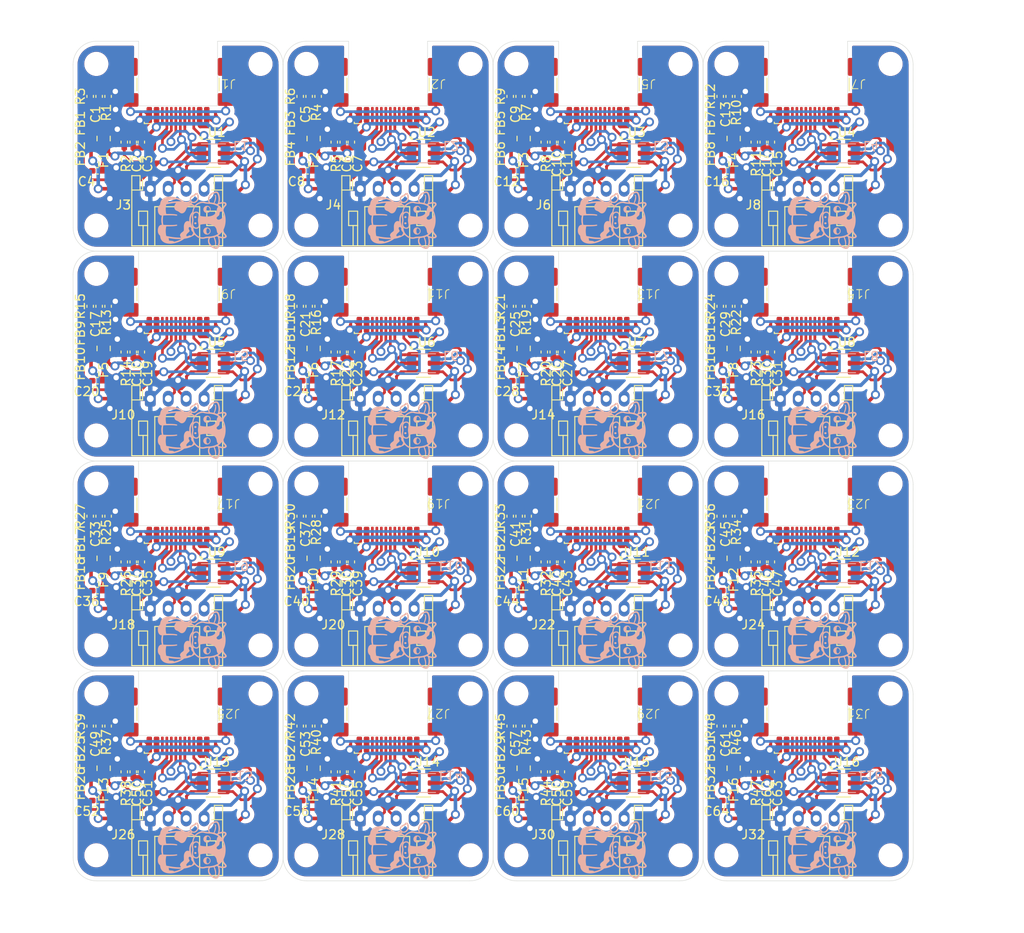
<source format=kicad_pcb>
(kicad_pcb (version 20240108) (generator "pcbnew") (generator_version "8.0")
  (layers (0 "F.Cu" signal) (31 "B.Cu" signal) (34 "B.Paste" user) (35 "F.Paste" user) (36 "B.SilkS" user "B.Silkscreen") (37 "F.SilkS" user "F.Silkscreen") (38 "B.Mask" user) (39 "F.Mask" user) (44 "Edge.Cuts" user))
  (net 0 "")
  (net 1 "GND")
  (net 2 "Net-(J1-SHIELD)")
  (net 3 "VBUS")
  (net 4 "/V5V")
  (net 5 "+5V")
  (net 6 "Net-(J1-CC2)")
  (net 7 "Net-(J1-CC1)")
  (net 8 "/DeM")
  (net 10 "/DeP")
  (net 12 "DP")
  (net 13 "DM")
  (net 14 "/DcM")
  (net 15 "/DcP")
  (net 16 "Net-(C4-Pad1)")
  (footprint "MountingHole:MountingHole_2.2mm_M2" (layer "F.Cu") (at 229.9848 120.4788)
    (property "Reference" "H25" (hide yes))
    (property "Value" "MountingHole")
  )
  (footprint "Capacitor_SMD:C_0402_1005Metric_Pad0.74x0.62mm_HandSolder" (layer "F.Cu") (at 212 170.9 90)
    (property "Reference" "C57")
    (property "Value" "10pF")
  )
  (footprint "Library_Pia:USB_C_Receptacle_Bottom_Up SMD" (layer "F.Cu") (at 219.994 99.6559 180)
    (property "Reference" "J5")
    (property "Value" "USB_C_Receptacle_USB2.0_16P")
    (fp_line (start 3.6 5.1) (end 3.6 -2.1) (stroke (width 0.05)) (layer "Edge.Cuts"))
    (fp_line (start -5.2 -2.1) (end 3.6 -2.1) (stroke (width 0.05)) (layer "Edge.Cuts"))
    (fp_line (start -5.2 -2.1) (end -5.2 5.1) (stroke (width 0.05)) (layer "Edge.Cuts"))
  )
  (footprint "Capacitor_SMD:C_0402_1005Metric_Pad0.74x0.62mm_HandSolder" (layer "F.Cu") (at 192.4 105.8 90)
    (property "Reference" "C6")
    (property "Value" "10u")
  )
  (footprint "Library_Pia:USB_C_Receptacle_Bottom_Up SMD" (layer "F.Cu") (at 219.994 169.8559 180)
    (property "Reference" "J29")
    (property "Value" "USB_C_Receptacle_USB2.0_16P")
    (fp_line (start 3.6 5.1) (end 3.6 -2.1) (stroke (width 0.05)) (layer "Edge.Cuts"))
    (fp_line (start -5.2 -2.1) (end 3.6 -2.1) (stroke (width 0.05)) (layer "Edge.Cuts"))
    (fp_line (start -5.2 -2.1) (end -5.2 5.1) (stroke (width 0.05)) (layer "Edge.Cuts"))
  )
  (footprint "Capacitor_SMD:C_0402_1005Metric_Pad0.74x0.62mm_HandSolder" (layer "F.Cu") (at 214.8 176 90)
    (property "Reference" "R44")
    (property "Value" "5.1K")
  )
  (footprint "Connector_JST:JST_PH_S4B-PH-K_1x04_P2.00mm_Horizontal" (layer "F.Cu") (at 170.9 157.8)
    (property "Reference" "J18")
    (property "Value" "Conn_01x04_Socket")
  )
  (footprint "MountingHole:MountingHole_2.2mm_M2" (layer "F.Cu") (at 164.8892 143.8788)
    (property "Reference" "H35" (hide yes))
    (property "Value" "MountingHole")
  )
  (footprint "Capacitor_SMD:C_0201_0603Metric_Pad0.64x0.40mm_HandSolder" (layer "F.Cu") (at 211.1 129.6325 90)
    (property "Reference" "FB14")
    (property "Value" "FerriteBead")
  )
  (footprint "Capacitor_SMD:C_0402_1005Metric_Pad0.74x0.62mm_HandSolder" (layer "F.Cu") (at 240.1 129.2 90)
    (property "Reference" "C31")
    (property "Value" "100n")
  )
  (footprint "Capacitor_SMD:C_0805_2012Metric_Pad1.18x1.45mm_HandSolder" (layer "F.Cu") (at 212.5 128.8 90)
    (property "Reference" "F7")
    (property "Value" "Polyfuse")
  )
  (footprint "Capacitor_SMD:C_0805_2012Metric_Pad1.18x1.45mm_HandSolder" (layer "F.Cu") (at 212.5 105.4 90)
    (property "Reference" "F3")
    (property "Value" "Polyfuse")
  )
  (footprint "Capacitor_SMD:C_0805_2012Metric_Pad1.18x1.45mm_HandSolder" (layer "F.Cu") (at 235.9 105.4 90)
    (property "Reference" "F4")
    (property "Value" "Polyfuse")
  )
  (footprint "MountingHole:MountingHole_2.2mm_M2" (layer "F.Cu") (at 188.2892 138.5064)
    (property "Reference" "H24" (hide yes))
    (property "Value" "MountingHole")
  )
  (footprint "Library_Pia:USB_C_Receptacle_Bottom_Up SMD" (layer "F.Cu") (at 243.394 99.6559 180)
    (property "Reference" "J7")
    (property "Value" "USB_C_Receptacle_USB2.0_16P")
    (fp_line (start 3.6 5.1) (end 3.6 -2.1) (stroke (width 0.05)) (layer "Edge.Cuts"))
    (fp_line (start -5.2 -2.1) (end 3.6 -2.1) (stroke (width 0.05)) (layer "Edge.Cuts"))
    (fp_line (start -5.2 -2.1) (end -5.2 5.1) (stroke (width 0.05)) (layer "Edge.Cuts"))
  )
  (footprint "Capacitor_SMD:C_0402_1005Metric_Pad0.74x0.62mm_HandSolder" (layer "F.Cu") (at 212 147.5 90)
    (property "Reference" "C41")
    (property "Value" "10pF")
  )
  (footprint "Capacitor_SMD:C_0201_0603Metric_Pad0.64x0.40mm_HandSolder" (layer "F.Cu") (at 187.7 176.4325 90)
    (property "Reference" "FB28")
    (property "Value" "FerriteBead")
  )
  (footprint "Capacitor_SMD:C_0201_0603Metric_Pad0.64x0.40mm_HandSolder" (layer "F.Cu") (at 187.7 153.0325 90)
    (property "Reference" "FB20")
    (property "Value" "FerriteBead")
  )
  (footprint "Connector_JST:JST_PH_S4B-PH-K_1x04_P2.00mm_Horizontal" (layer "F.Cu") (at 241.1 157.8)
    (property "Reference" "J24")
    (property "Value" "Conn_01x04_Socket")
  )
  (footprint "Capacitor_SMD:C_0402_1005Metric_Pad0.74x0.62mm_HandSolder" (layer "F.Cu") (at 211 100.7 90)
    (property "Reference" "R9")
    (property "Value" "5.1K")
  )
  (footprint "Library_Pia:USB_C_Receptacle_Bottom_Up SMD" (layer "F.Cu") (at 173.194 123.0559 180)
    (property "Reference" "J9")
    (property "Value" "USB_C_Receptacle_USB2.0_16P")
    (fp_line (start 3.6 5.1) (end 3.6 -2.1) (stroke (width 0.05)) (layer "Edge.Cuts"))
    (fp_line (start -5.2 -2.1) (end 3.6 -2.1) (stroke (width 0.05)) (layer "Edge.Cuts"))
    (fp_line (start -5.2 -2.1) (end -5.2 5.1) (stroke (width 0.05)) (layer "Edge.Cuts"))
  )
  (footprint "MountingHole:MountingHole_2.2mm_M2" (layer "F.Cu") (at 164.8892 115.1064)
    (property "Reference" "H4" (hide yes))
    (property "Value" "MountingHole")
  )
  (footprint "MountingHole:MountingHole_2.2mm_M2" (layer "F.Cu") (at 229.9848 143.8788)
    (property "Reference" "H41" (hide yes))
    (property "Value" "MountingHole")
  )
  (footprint "Capacitor_SMD:C_0402_1005Metric_Pad0.74x0.62mm_HandSolder" (layer "F.Cu") (at 188.6 100.7 90)
    (property "Reference" "C5")
    (property "Value" "10pF")
  )
  (footprint "Capacitor_SMD:C_0402_1005Metric_Pad0.74x0.62mm_HandSolder" (layer "F.Cu") (at 234.4 170.9 90)
    (property "Reference" "R48")
    (property "Value" "5.1K")
  )
  (footprint "Capacitor_SMD:C_0201_0603Metric_Pad0.64x0.40mm_HandSolder" (layer "F.Cu") (at 211.1 174.6 90)
    (property "Reference" "FB29")
    (property "Value" "FerriteBead")
  )
  (footprint "Capacitor_SMD:C_0402_1005Metric_Pad0.74x0.62mm_HandSolder" (layer "F.Cu") (at 215.8 152.6 90)
    (property "Reference" "C42")
    (property "Value" "10u")
  )
  (footprint "Package_TO_SOT_SMD:SOT-23-6" (layer "F.Cu") (at 224.7375 153.85)
    (property "Reference" "U11")
    (property "Value" "WE-TVS-82400102")
  )
  (footprint "MountingHole:MountingHole_2.2mm_M2" (layer "F.Cu") (at 164.8892 167.2788)
    (property "Reference" "H51" (hide yes))
    (property "Value" "MountingHole")
  )
  (footprint "Capacitor_SMD:C_0805_2012Metric_Pad1.18x1.45mm_HandSolder" (layer "F.Cu") (at 235.9 128.8 90)
    (property "Reference" "F8")
    (property "Value" "Polyfuse")
  )
  (footprint "Capacitor_SMD:C_0402_1005Metric_Pad0.74x0.62mm_HandSolder" (layer "F.Cu") (at 193.3 129.2 90)
    (property "Reference" "C23")
    (property "Value" "100n")
  )
  (footprint "Capacitor_SMD:C_0201_0603Metric_Pad0.64x0.40mm_HandSolder" (layer "F.Cu") (at 211.1 151.2 90)
    (property "Reference" "FB21")
    (property "Value" "FerriteBead")
  )
  (footprint "Capacitor_SMD:C_0805_2012Metric_Pad1.18x1.45mm_HandSolder" (layer "F.Cu") (at 165.7 152.2 90)
    (property "Reference" "F9")
    (property "Value" "Polyfuse")
  )
  (footprint "Package_TO_SOT_SMD:SOT-23-6" (layer "F.Cu") (at 224.7375 107.05)
    (property "Reference" "U3")
    (property "Value" "WE-TVS-82400102")
  )
  (footprint "Capacitor_SMD:C_0402_1005Metric_Pad0.74x0.62mm_HandSolder" (layer "F.Cu") (at 213 170.9 90)
    (property "Reference" "R43")
    (property "Value" "1M")
  )
  (footprint "Capacitor_SMD:C_0402_1005Metric_Pad0.74x0.62mm_HandSolder" (layer "F.Cu") (at 211.8 179.2)
    (property "Reference" "C60")
    (property "Value" "680n" (hide yes))
  )
  (footprint "MountingHole:MountingHole_2.2mm_M2" (layer "F.Cu") (at 206.5848 97.0788)
    (property "Reference" "H5" (hide yes))
    (property "Value" "MountingHole")
  )
  (footprint "MountingHole:MountingHole_2.2mm_M2" (layer "F.Cu") (at 253.3848 138.5064)
    (property "Reference" "H30" (hide yes))
    (property "Value" "MountingHole")
  )
  (footprint "Library_Pia:USB_C_Receptacle_Bottom_Up SMD" (layer "F.Cu") (at 243.394 169.8559 180)
    (property "Reference" "J31")
    (property "Value" "USB_C_Receptacle_USB2.0_16P")
    (fp_line (start 3.6 5.1) (end 3.6 -2.1) (stroke (width 0.05)) (layer "Edge.Cuts"))
    (fp_line (start -5.2 -2.1) (end 3.6 -2.1) (stroke (width 0.05)) (layer "Edge.Cuts"))
    (fp_line (start -5.2 -2.1) (end -5.2 5.1) (stroke (width 0.05)) (layer "Edge.Cuts"))
  )
  (footprint "Capacitor_SMD:C_0402_1005Metric_Pad0.74x0.62mm_HandSolder" (layer "F.Cu") (at 235.4 124.1 90)
    (property "Reference" "C29")
    (property "Value" "10pF")
  )
  (footprint "MountingHole:MountingHole_2.2mm_M2" (layer "F.Cu") (at 253.3848 97.0788)
    (property "Reference" "H13" (hide yes))
    (property "Value" "MountingHole")
  )
  (footprint "Capacitor_SMD:C_0201_0603Metric_Pad0.64x0.40mm_HandSolder" (layer "F.Cu") (at 164.3 151.2 90)
    (property "Reference" "FB17")
    (property "Value" "FerriteBead")
  )
  (footprint "MountingHole:MountingHole_2.2mm_M2" (layer "F.Cu") (at 206.5848 185.3064)
    (property "Reference" "H54" (hide yes))
    (property "Value" "MountingHole")
  )
  (footprint "Capacitor_SMD:C_0402_1005Metric_Pad0.74x0.62mm_HandSolder" (layer "F.Cu") (at 187.6 100.7 90)
    (property "Reference" "R6")
    (property "Value" "5.1K")
  )
  (footprint "Library_Pia:USB_C_Receptacle_Bottom_Up SMD" (layer "F.Cu") (at 196.594 169.8559 180)
    (property "Reference" "J27")
    (property "Value" "USB_C_Receptacle_USB2.0_16P")
    (fp_line (start 3.6 5.1) (end 3.6 -2.1) (stroke (width 0.05)) (layer "Edge.Cuts"))
    (fp_line (start -5.2 -2.1) (end 3.6 -2.1) (stroke (width 0.05)) (layer "Edge.Cuts"))
    (fp_line (start -5.2 -2.1) (end -5.2 5.1) (stroke (width 0.05)) (layer "Edge.Cuts"))
  )
  (footprint "Capacitor_SMD:C_0402_1005Metric_Pad0.74x0.62mm_HandSolder" (layer "F.Cu") (at 215.8 129.2 90)
    (property "Reference" "C26")
    (property "Value" "10u")
  )
  (footprint "MountingHole:MountingHole_2.2mm_M2" (layer "F.Cu") (at 183.1848 167.2788)
    (property "Reference" "H49" (hide yes))
    (property "Value" "MountingHole")
  )
  (footprint "MountingHole:MountingHole_2.2mm_M2" (layer "F.Cu") (at 253.3848 120.4788)
    (property "Reference" "H29" (hide yes))
    (property "Value" "MountingHole")
  )
  (footprint "Capacitor_SMD:C_0402_1005Metric_Pad0.74x0.62mm_HandSolder" (layer "F.Cu") (at 165 179.2)
    (property "Reference" "C52")
    (property "Value" "680n" (hide yes))
  )
  (footprint "Package_TO_SOT_SMD:SOT-23-6" (layer "F.Cu") (at 201.3375 153.85)
    (property "Reference" "U10")
    (property "Value" "WE-TVS-82400102")
  )
  (footprint "Capacitor_SMD:C_0805_2012Metric_Pad1.18x1.45mm_HandSolder" (layer "F.Cu") (at 212.5 175.6 90)
    (property "Reference" "F15")
    (property "Value" "Polyfuse")
  )
  (footprint "MountingHole:MountingHole_2.2mm_M2" (layer "F.Cu") (at 235.0892 161.9064)
    (property "Reference" "H48" (hide yes))
    (property "Value" "MountingHole")
  )
  (footprint "Capacitor_SMD:C_0201_0603Metric_Pad0.64x0.40mm_HandSolder" (layer "F.Cu") (at 211.1 106.2325 90)
    (property "Reference" "FB6")
    (property "Value" "FerriteBead")
  )
  (footprint "Capacitor_SMD:C_0402_1005Metric_Pad0.74x0.62mm_HandSolder" (layer "F.Cu") (at 189.6 170.9 90)
    (property "Reference" "R40")
    (property "Value" "1M")
  )
  (footprint "Capacitor_SMD:C_0805_2012Metric_Pad1.18x1.45mm_HandSolder" (layer "F.Cu") (at 235.9 152.2 90)
    (property "Reference" "F12")
    (property "Value" "Polyfuse")
  )
  (footprint "MountingHole:MountingHole_2.2mm_M2" (layer "F.Cu") (at 206.5848 143.8788)
    (property "Reference" "H37" (hide yes))
    (property "Value" "MountingHole")
  )
  (footprint "Capacitor_SMD:C_0805_2012Metric_Pad1.18x1.45mm_HandSolder" (layer "F.Cu") (at 189.1 105.4 90)
    (property "Reference" "F2")
    (property "Value" "Polyfuse")
  )
  (footprint "Capacitor_SMD:C_0402_1005Metric_Pad0.74x0.62mm_HandSolder" (layer "F.Cu") (at 187.6 124.1 90)
    (property "Reference" "R18")
    (property "Value" "5.1K")
  )
  (footprint "MountingHole:MountingHole_2.2mm_M2" (layer "F.Cu") (at 253.3848 167.2788)
    (property "Reference" "H61" (hide yes))
    (property "Value" "MountingHole")
  )
  (footprint "Capacitor_SMD:C_0402_1005Metric_Pad0.74x0.62mm_HandSolder" (layer "F.Cu") (at 192.4 152.6 90)
    (property "Reference" "C38")
    (property "Value" "10u")
  )
  (footprint "Capacitor_SMD:C_0402_1005Metric_Pad0.74x0.62mm_HandSolder" (layer "F.Cu") (at 238.2 129.2 90)
    (property "Reference" "R23")
    (property "Value" "5.1K")
  )
  (footprint "Capacitor_SMD:C_0402_1005Metric_Pad0.74x0.62mm_HandSolder" (layer "F.Cu") (at 214.8 129.2 90)
    (property "Reference" "R20")
    (property "Value" "5.1K")
  )
  (footprint "Capacitor_SMD:C_0402_1005Metric_Pad0.74x0.62mm_HandSolder" (layer "F.Cu") (at 189.6 124.1 90)
    (property "Reference" "R16")
    (property "Value" "1M")
  )
  (footprint "MountingHole:MountingHole_2.2mm_M2" (layer "F.Cu") (at 183.1848 120.4788)
    (property "Reference" "H17" (hide yes))
    (property "Value" "MountingHole")
  )
  (footprint "MountingHole:MountingHole_2.2mm_M2" (layer "F.Cu") (at 229.9848 115.1064)
    (property "Reference" "H10" (hide yes))
    (property "Value" "MountingHole")
  )
  (footprint "Capacitor_SMD:C_0805_2012Metric_Pad1.18x1.45mm_HandSolder" (layer "F.Cu") (at 165.7 128.8 90)
    (property "Reference" "F5")
    (property "Value" "Polyfuse")
  )
  (footprint "Capacitor_SMD:C_0402_1005Metric_Pad0.74x0.62mm_HandSolder" (layer "F.Cu") (at 212 124.1 90)
    (property "Reference" "C25")
    (property "Value" "10pF")
  )
  (footprint "MountingHole:MountingHole_2.2mm_M2" (layer "F.Cu") (at 229.9848 97.0788)
    (property "Reference" "H9" (hide yes))
    (property "Value" "MountingHole")
  )
  (footprint "Capacitor_SMD:C_0201_0603Metric_Pad0.64x0.40mm_HandSolder" (layer "F.Cu") (at 234.5 104.4 90)
    (property "Reference" "FB7")
    (property "Value" "FerriteBead")
  )
  (footprint "Connector_JST:JST_PH_S4B-PH-K_1x04_P2.00mm_Horizontal" (layer "F.Cu") (at 194.3 134.4)
    (property "Reference" "J12")
    (property "Value" "Conn_01x04_Socket")
  )
  (footprint "Capacitor_SMD:C_0201_0603Metric_Pad0.64x0.40mm_HandSolder" (layer "F.Cu") (at 211.1 176.4325 90)
    (property "Reference" "FB30")
    (property "Value" "FerriteBead")
  )
  (footprint "Library_Pia:USB_C_Receptacle_Bottom_Up SMD" (layer "F.Cu") (at 219.994 123.0559 180)
    (property "Reference" "J13")
    (property "Value" "USB_C_Receptacle_USB2.0_16P")
    (fp_line (start 3.6 5.1) (end 3.6 -2.1) (stroke (width 0.05)) (layer "Edge.Cuts"))
    (fp_line (start -5.2 -2.1) (end 3.6 -2.1) (stroke (width 0.05)) (layer "Edge.Cuts"))
    (fp_line (start -5.2 -2.1) (end -5.2 5.1) (stroke (width 0.05)) (layer "Edge.Cuts"))
  )
  (footprint "MountingHole:MountingHole_2.2mm_M2" (layer "F.Cu") (at 183.1848 161.9064)
    (property "Reference" "H34" (hide yes))
    (property "Value" "MountingHole")
  )
  (footprint "MountingHole:MountingHole_2.2mm_M2" (layer "F.Cu") (at 188.2892 97.0788)
    (property "Reference" "H7" (hide yes))
    (property "Value" "MountingHole")
  )
  (footprint "Capacitor_SMD:C_0402_1005Metric_Pad0.74x0.62mm_HandSolder" (layer "F.Cu") (at 191.4 129.2 90)
    (property "Reference" "R17")
    (property "Value" "5.1K")
  )
  (footprint "Capacitor_SMD:C_0402_1005Metric_Pad0.74x0.62mm_HandSolder" (layer "F.Cu") (at 192.4 176 90)
    (property "Reference" "C54")
    (property "Value" "10u")
  )
  (footprint "Capacitor_SMD:C_0402_1005Metric_Pad0.74x0.62mm_HandSolder" (layer "F.Cu") (at 235.2 155.8)
    (property "Reference" "C48")
    (property "Value" "680n" (hide yes))
  )
  (footprint "Capacitor_SMD:C_0805_2012Metric_Pad1.18x1.45mm_HandSolder" (layer "F.Cu") (at 165.7 105.4 90)
    (property "Reference" "F1")
    (property "Value" "Polyfuse")
  )
  (footprint "Connector_JST:JST_PH_S4B-PH-K_1x04_P2.00mm_Horizontal" (layer "F.Cu") (at 217.7 181.2)
    (property "Reference" "J30")
    (property "Value" "Conn_01x04_Socket")
  )
  (footprint "Capacitor_SMD:C_0402_1005Metric_Pad0.74x0.62mm_HandSolder" (layer "F.Cu") (at 165.2 124.1 90)
    (property "Reference" "C17")
    (property "Value" "10pF")
  )
  (footprint "Capacitor_SMD:C_0201_0603Metric_Pad0.64x0.40mm_HandSolder" (layer "F.Cu") (at 164.3 104.4 90)
    (property "Reference" "FB1")
    (property "Value" "FerriteBead")
  )
  (footprint "Capacitor_SMD:C_0402_1005Metric_Pad0.74x0.62mm_HandSolder" (layer "F.Cu") (at 165 109)
    (property "Reference" "C4")
    (property "Value" "680n" (hide yes))
  )
  (footprint "Capacitor_SMD:C_0201_0603Metric_Pad0.64x0.40mm_HandSolder" (layer "F.Cu") (at 164.3 174.6 90)
    (property "Reference" "FB25")
    (property "Value" "FerriteBead")
  )
  (footprint "Capacitor_SMD:C_0402_1005Metric_Pad0.74x0.62mm_HandSolder" (layer "F.Cu") (at 193.3 152.6 90)
    (property "Reference" "C39")
    (property "Value" "100n")
  )
  (footprint "Capacitor_SMD:C_0201_0603Metric_Pad0.64x0.40mm_HandSolder" (layer "F.Cu") (at 234.5 174.6 90)
    (property "Reference" "FB31")
    (property "Value" "FerriteBead")
  )
  (footprint "Connector_JST:JST_PH_S4B-PH-K_1x04_P2.00mm_Horizontal" (layer "F.Cu") (at 217.7 157.8)
    (property "Reference" "J22")
    (property "Value" "Conn_01x04_Socket")
  )
  (footprint "Capacitor_SMD:C_0402_1005Metric_Pad0.74x0.62mm_HandSolder" (layer "F.Cu") (at 239.2 105.8 90)
    (property "Reference" "C14")
    (property "Value" "10u")
  )
  (footprint "Capacitor_SMD:C_0402_1005Metric_Pad0.74x0.62mm_HandSolder" (layer "F.Cu") (at 187.6 170.9 90)
    (property "Reference" "R42")
    (property "Value" "5.1K")
  )
  (footprint "Capacitor_SMD:C_0402_1005Metric_Pad0.74x0.62mm_HandSolder" (layer "F.Cu") (at 169 152.6 90)
    (property "Reference" "C34")
    (property "Value" "10u")
  )
  (footprint "Capacitor_SMD:C_0402_1005Metric_Pad0.74x0.62mm_HandSolder" (layer "F.Cu") (at 240.1 152.6 90)
    (property "Reference" "C47")
    (property "Value" "100n")
  )
  (footprint "Capacitor_SMD:C_0402_1005Metric_Pad0.74x0.62mm_HandSolder" (layer "F.Cu") (at 169 129.2 90)
    (property "Reference" "C18")
    (property "Value" "10u")
  )
  (footprint "Capacitor_SMD:C_0402_1005Metric_Pad0.74x0.62mm_HandSolder" (layer "F.Cu") (at 214.8 152.6 90)
    (property "Reference" "R32")
    (property "Value" "5.1K")
  )
  (footprint "Capacitor_SMD:C_0402_1005Metric_Pad0.74x0.62mm_HandSolder" (layer "F.Cu") (at 169 176 90)
    (property "Reference" "C50")
    (property "Value" "10u")
  )
  (footprint "Capacitor_SMD:C_0402_1005Metric_Pad0.74x0.62mm_HandSolder" (layer "F.Cu") (at 239.2 152.6 90)
    (property "Reference" "C46")
    (property "Value" "10u")
  )
  (footprint "MountingHole:MountingHole_2.2mm_M2" (layer "F.Cu") (at 188.2892 120.4788)
    (property "Reference" "H23" (hide yes))
    (property "Value" "MountingHole")
  )
  (footprint "Capacitor_SMD:C_0402_1005Metric_Pad0.74x0.62mm_HandSolder" (layer "F.Cu") (at 169 105.8 90)
    (property "Reference" "C2")
    (property "Value" "10u")
  )
  (footprint "Capacitor_SMD:C_0402_1005Metric_Pad0.74x0.62mm_HandSolder" (layer "F.Cu") (at 164.2 170.9 90)
    (property "Reference" "R39")
    (property "Value" "5.1K")
  )
  (footprint "Capacitor_SMD:C_0402_1005Metric_Pad0.74x0.62mm_HandSolder" (layer "F.Cu") (at 188.4 132.4)
    (property "Reference" "C24")
    (property "Value" "680n" (hide yes))
  )
  (footprint "Capacitor_SMD:C_0402_1005Metric_Pad0.74x0.62mm_HandSolder" (layer "F.Cu") (at 238.2 176 90)
    (property "Reference" "R47")
    (property "Value" "5.1K")
  )
  (footprint "MountingHole:MountingHole_2.2mm_M2" (layer "F.Cu") (at 235.0892 167.2788)
    (property "Reference" "H63" (hide yes))
    (property "Value" "MountingHole")
  )
  (footprint "Capacitor_SMD:C_0402_1005Metric_Pad0.74x0.62mm_HandSolder" (layer "F.Cu") (at 240.1 105.8 90)
    (property "Reference" "C15")
    (property "Value" "100n")
  )
  (footprint "Capacitor_SMD:C_0805_2012Metric_Pad1.18x1.45mm_HandSolder" (layer "F.Cu") (at 189.1 175.6 90)
    (property "Reference" "F14")
    (property "Value" "Polyfuse")
  )
  (footprint "MountingHole:MountingHole_2.2mm_M2" (layer "F.Cu") (at 229.9848 185.3064)
    (property "Reference" "H58" (hide yes))
    (property "Value" "MountingHole")
  )
  (footprint "MountingHole:MountingHole_2.2mm_M2" (layer "F.Cu") (at 235.0892 115.1064)
    (property "Reference" "H16" (hide yes))
    (property "Value" "MountingHole")
  )
  (footprint "Package_TO_SOT_SMD:SOT-23-6" (layer "F.Cu") (at 248.1375 107.05)
    (property "Reference" "U4")
    (property "Value" "WE-TVS-82400102")
  )
  (footprint "MountingHole:MountingHole_2.2mm_M2" (layer "F.Cu") (at 183.1848 138.5064)
    (property "Reference" "H18" (hide yes))
    (property "Value" "MountingHole")
  )
  (footprint "Package_TO_SOT_SMD:SOT-23-6" (layer "F.Cu") (at 177.9375 177.25)
    (property "Reference" "U13")
    (property "Value" "WE-TVS-82400102")
  )
  (footprint "MountingHole:MountingHole_2.2mm_M2" (layer "F.Cu") (at 253.3848 115.1064)
    (property "Reference" "H14" (hide yes))
    (property "Value" "MountingHole")
  )
  (footprint "Capacitor_SMD:C_0201_0603Metric_Pad0.64x0.40mm_HandSolder" (layer "F.Cu") (at 211.1 104.4 90)
    (property "Reference" "FB5")
    (property "Value" "FerriteBead")
  )
  (footprint "MountingHole:MountingHole_2.2mm_M2" (layer "F.Cu") (at 206.5848 167.2788)
    (property "Reference" "H53" (hide yes))
    (property "Value" "MountingHole")
  )
  (footprint "Package_TO_SOT_SMD:SOT-23-6" (layer "F.Cu") (at 201.3375 177.25)
    (property "Reference" "U14")
    (property "Value" "WE-TVS-82400102")
  )
  (footprint "Capacitor_SMD:C_0402_1005Metric_Pad0.74x0.62mm_HandSolder" (layer "F.Cu") (at 235.4 170.9 90)
    (property "Reference" "C61")
    (property "Value" "10pF")
  )
  (footprint "MountingHole:MountingHole_2.2mm_M2" (layer "F.Cu") (at 164.8892 185.3064)
    (property "Reference" "H52" (hide yes))
    (property "Value" "MountingHole")
  )
  (footprint "Capacitor_SMD:C_0402_1005Metric_Pad0.74x0.62mm_HandSolder" (layer "F.Cu") (at 212 100.7 90)
    (property "Reference" "C9")
    (property "Value" "10pF")
  )
  (footprint "MountingHole:MountingHole_2.2mm_M2" (layer "F.Cu") (at 211.6892 167.2788)
    (property "Reference" "H59" (hide yes))
    (property "Value" "MountingHole")
  )
  (footprint "Capacitor_SMD:C_0402_1005Metric_Pad0.74x0.62mm_HandSolder" (layer "F.Cu") (at 168 105.8 90)
    (property "Reference" "R2")
    (property "Value" "5.1K")
  )
  (footprint "Capacitor_SMD:C_0402_1005Metric_Pad0.74x0.62mm_HandSolder" (layer "F.Cu") (at 191.4 176 90)
    (property "Reference" "R41")
    (property "Value" "5.1K")
  )
  (footprint "Capacitor_SMD:C_0402_1005Metric_Pad0.74x0.62mm_HandSolder" (layer "F.Cu") (at 239.2 176 90)
    (property "Reference" "C62")
    (property "Value" "10u")
  )
  (footprint "Capacitor_SMD:C_0402_1005Metric_Pad0.74x0.62mm_HandSolder" (layer "F.Cu") (at 168 176 90)
    (property "Reference" "R38")
    (property "Value" "5.1K")
  )
  (footprint "MountingHole:MountingHole_2.2mm_M2" (layer "F.Cu") (at 235.0892 120.4788)
    (property "Reference" "H31" (hide yes))
    (property "Value" "MountingHole")
  )
  (footprint "Capacitor_SMD:C_0402_1005Metric_Pad0.74x0.62mm_HandSolder" (layer "F.Cu") (at 235.2 132.4)
    (property "Reference" "C32")
    (property "Value" "680n" (hide yes))
  )
  (footprint "Capacitor_SMD:C_0805_2012Metric_Pad1.18x1.45mm_HandSolder" (layer "F.Cu") (at 189.1 128.8 90)
    (property "Reference" "F6")
    (property "Value" "Polyfuse")
  )
  (footprint "Capacitor_SMD:C_0402_1005Metric_Pad0.74x0.62mm_HandSolder" (layer "F.Cu") (at 165.2 100.7 90)
    (property "Reference" "C1")
    (property "Value" "10pF")
  )
  (footprint "Capacitor_SMD:C_0402_1005Metric_Pad0.74x0.62mm_HandSolder" (layer "F.Cu") (at 235.2 179.2)
    (property "Reference" "C64")
    (property "Value" "680n" (hide yes))
  )
  (footprint "MountingHole:MountingHole_2.2mm_M2" (layer "F.Cu") (at 229.9848 138.5064)
    (property "Reference" "H26" (hide yes))
    (property "Value" "MountingHole")
  )
  (footprint "Capacitor_SMD:C_0402_1005Metric_Pad0.74x0.62mm_HandSolder" (layer "F.Cu") (at 234.4 124.1 90)
    (property "Reference" "R24")
    (property "Value" "5.1K")
  )
  (footprint "Capacitor_SMD:C_0402_1005Metric_Pad0.74x0.62mm_HandSolder" (layer "F.Cu") (at 188.6 170.9 90)
    (property "Reference" "C53")
    (property "Value" "10pF")
  )
  (footprint "Capacitor_SMD:C_0805_2012Metric_Pad1.18x1.45mm_HandSolder" (layer "F.Cu") (at 212.5 152.2 90)
    (property "Reference" "F11")
    (property "Value" "Polyfuse")
  )
  (footprint "Capacitor_SMD:C_0402_1005Metric_Pad0.74x0.62mm_HandSolder" (layer "F.Cu") (at 166.2 170.9 90)
    (property "Reference" "R37")
    (property "Value" "1M")
  )
  (footprint "MountingHole:MountingHole_2.2mm_M2" (layer "F.Cu") (at 229.9848 161.9064)
    (property "Reference" "H42" (hide yes))
    (property "Value" "MountingHole")
  )
  (footprint "Library_Pia:USB_C_Receptacle_Bottom_Up SMD" (layer "F.Cu") (at 219.994 146.4559 180)
    (property "Reference" "J21")
    (property "Value" "USB_C_Receptacle_USB2.0_16P")
    (fp_line (start 3.6 5.1) (end 3.6 -2.1) (stroke (width 0.05)) (layer "Edge.Cuts"))
    (fp_line (start -5.2 -2.1) (end 3.6 -2.1) (stroke (width 0.05)) (layer "Edge.Cuts"))
    (fp_line (start -5.2 -2.1) (end -5.2 5.1) (stroke (width 0.05)) (layer "Edge.Cuts"))
  )
  (footprint "Capacitor_SMD:C_0402_1005Metric_Pad0.74x0.62mm_HandSolder" (layer "F.Cu") (at 164.2 100.7 90)
    (property "Reference" "R3")
    (property "Value" "5.1K")
  )
  (footprint "Capacitor_SMD:C_0402_1005Metric_Pad0.74x0.62mm_HandSolder" (layer "F.Cu") (at 165.2 170.9 90)
    (property "Reference" "C49")
    (property "Value" "10pF")
  )
  (footprint "Capacitor_SMD:C_0402_1005Metric_Pad0.74x0.62mm_HandSolder" (layer "F.Cu") (at 211 147.5 90)
    (property "Reference" "R33")
    (property "Value" "5.1K")
  )
  (footprint "Package_TO_SOT_SMD:SOT-23-6" (layer "F.Cu") (at 201.3375 107.05)
    (property "Reference" "U2")
    (property "Value" "WE-TVS-82400102")
  )
  (footprint "MountingHole:MountingHole_2.2mm_M2" (layer "F.Cu") (at 253.3848 161.9064)
    (property "Reference" "H46" (hide yes))
    (property "Value" "MountingHole")
  )
  (footprint "Library_Pia:USB_C_Receptacle_Bottom_Up SMD" (layer "F.Cu") (at 196.594 146.4559 180)
    (property "Reference" "J19")
    (property "Value" "USB_C_Receptacle_USB2.0_16P")
    (fp_line (start 3.6 5.1) (end 3.6 -2.1) (stroke (width 0.05)) (layer "Edge.Cuts"))
    (fp_line (start -5.2 -2.1) (end 3.6 -2.1) (stroke (width 0.05)) (layer "Edge.Cuts"))
    (fp_line (start -5.2 -2.1) (end -5.2 5.1) (stroke (width 0.05)) (layer "Edge.Cuts"))
  )
  (footprint "Package_TO_SOT_SMD:SOT-23-6" (layer "F.Cu") (at 248.1375 153.85)
    (property "Reference" "U12")
    (property "Value" "WE-TVS-82400102")
  )
  (footprint "Capacitor_SMD:C_0402_1005Metric_Pad0.74x0.62mm_HandSolder" (layer "F.Cu") (at 166.2 124.1 90)
    (property "Reference" "R13")
    (property "Value" "1M")
  )
  (footprint "Capacitor_SMD:C_0805_2012Metric_Pad1.18x1.45mm_HandSolder" (layer "F.Cu") (at 165.7 175.6 90)
    (property "Reference" "F13")
    (property "Value" "Polyfuse")
  )
  (footprint "Connector_JST:JST_PH_S4B-PH-K_1x04_P2.00mm_Horizontal" (layer "F.Cu") (at 194.3 157.8)
    (property "Reference" "J20")
    (property "Value" "Conn_01x04_Socket")
  )
  (footprint "Capacitor_SMD:C_0402_1005Metric_Pad0.74x0.62mm_HandSolder" (layer "F.Cu") (at 235.4 147.5 90)
    (property "Reference" "C45")
    (property "Value" "10pF")
  )
  (footprint "Capacitor_SMD:C_0201_0603Metric_Pad0.64x0.40mm_HandSolder" (layer "F.Cu") (at 234.5 127.8 90)
    (property "Reference" "FB15")
    (property "Value" "FerriteBead")
  )
  (footprint "Capacitor_SMD:C_0201_0603Metric_Pad0.64x0.40mm_HandSolder" (layer "F.Cu") (at 187.7 151.2 90)
    (property "Reference" "FB19")
    (property "Value" "FerriteBead")
  )
  (footprint "Connector_JST:JST_PH_S4B-PH-K_1x04_P2.00mm_Horizontal" (layer "F.Cu") (at 194.3 111)
    (property "Reference" "J4")
    (property "Value" "Conn_01x04_Socket")
  )
  (footprint "MountingHole:MountingHole_2.2mm_M2" (layer "F.Cu") (at 211.6892 120.4788)
    (property "Reference" "H27" (hide yes))
    (property "Value" "MountingHole")
  )
  (footprint "Capacitor_SMD:C_0402_1005Metric_Pad0.74x0.62mm_HandSolder" (layer "F.Cu") (at 211.8 109)
    (property "Reference" "C12")
    (property "Value" "680n" (hide yes))
  )
  (footprint "Library_Pia:USB_C_Receptacle_Bottom_Up SMD" (layer "F.Cu") (at 196.594 123.0559 180)
    (property "Reference" "J11")
    (property "Value" "USB_C_Receptacle_USB2.0_16P")
    (fp_line (start 3.6 5.1) (end 3.6 -2.1) (stroke (width 0.05)) (layer "Edge.Cuts"))
    (fp_line (start -5.2 -2.1) (end 3.6 -2.1) (stroke (width 0.05)) (layer "Edge.Cuts"))
    (fp_line (start -5.2 -2.1) (end -5.2 5.1) (stroke (width 0.05)) (layer "Edge.Cuts"))
  )
  (footprint "Capacitor_SMD:C_0402_1005Metric_Pad0.74x0.62mm_HandSolder" (layer "F.Cu") (at 166.2 147.5 90)
    (property "Reference" "R25")
    (property "Value" "1M")
  )
  (footprint "Capacitor_SMD:C_0402_1005Metric_Pad0.74x0.62mm_HandSolder" (layer "F.Cu") (at 215.8 176 90)
    (property "Reference" "C58")
    (property "Value" "10u")
  )
  (footprint "Capacitor_SMD:C_0201_0603Metric_Pad0.64x0.40mm_HandSolder" (layer "F.Cu") (at 234.5 151.2 90)
    (property "Reference" "FB23")
    (property "Value" "FerriteBead")
  )
  (footprint "MountingHole:MountingHole_2.2mm_M2" (layer "F.Cu") (at 183.1848 185.3064)
    (property "Reference" "H50" (hide yes))
    (property "Value" "MountingHole")
  )
  (footprint "Package_TO_SOT_SMD:SOT-23-6" (layer "F.Cu") (at 248.1375 177.25)
    (property "Reference" "U16")
    (property "Value" "WE-TVS-82400102")
  )
  (footprint "MountingHole:MountingHole_2.2mm_M2" (layer "F.Cu") (at 188.2892 143.8788)
    (property "Reference" "H39" (hide yes))
    (property "Value" "MountingHole")
  )
  (footprint "Capacitor_SMD:C_0402_1005Metric_Pad0.74x0.62mm_HandSolder" (layer "F.Cu") (at 211.8 132.4)
    (property "Reference" "C28")
    (property "Value" "680n" (hide yes))
  )
  (footprint "Capacitor_SMD:C_0402_1005Metric_Pad0.74x0.62mm_HandSolder" (layer "F.Cu") (at 164.2 147.5 90)
    (property "Reference" "R27")
    (property "Value" "5.1K")
  )
  (footprint "Connector_JST:JST_PH_S4B-PH-K_1x04_P2.00mm_Horizontal" (layer "F.Cu") (at 241.1 111)
    (property "Reference" "J8")
    (property "Value" "Conn_01x04_Socket")
  )
  (footprint "Library_Pia:USB_C_Receptacle_Bottom_Up SMD" (layer "F.Cu") (at 173.194 99.6559 180)
    (property "Reference" "J1")
    (property "Value" "USB_C_Receptacle_USB2.0_16P")
    (fp_line (start 3.6 5.1) (end 3.6 -2.1) (stroke (width 0.05)) (layer "Edge.Cuts"))
    (fp_line (start -5.2 -2.1) (end 3.6 -2.1) (stroke (width 0.05)) (layer "Edge.Cuts"))
    (fp_line (start -5.2 -2.1) (end -5.2 5.1) (stroke (width 0.05)) (layer "Edge.Cuts"))
  )
  (footprint "Library_Pia:USB_C_Receptacle_Bottom_Up SMD" (layer "F.Cu") (at 243.394 146.4559 180)
    (property "Reference" "J23")
    (property "Value" "USB_C_Receptacle_USB2.0_16P")
    (fp_line (start 3.6 5.1) (end 3.6 -2.1) (stroke (width 0.05)) (layer "Edge.Cuts"))
    (fp_line (start -5.2 -2.1) (end 3.6 -2.1) (stroke (width 0.05)) (layer "Edge.Cuts"))
    (fp_line (start -5.2 -2.1) (end -5.2 5.1) (stroke (width 0.05)) (layer "Edge.Cuts"))
  )
  (footprint "Capacitor_SMD:C_0402_1005Metric_Pad0.74x0.62mm_HandSolder" (layer "F.Cu") (at 169.9 152.6 90)
    (property "Reference" "C35")
    (property "Value" "100n")
  )
  (footprint "Capacitor_SMD:C_0402_1005Metric_Pad0.74x0.62mm_HandSolder" (layer "F.Cu") (at 213 147.5 90)
    (property "Reference" "R31")
    (property "Value" "1M")
  )
  (footprint "Connector_JST:JST_PH_S4B-PH-K_1x04_P2.00mm_Horizontal" (layer "F.Cu") (at 170.9 134.4)
    (property "Reference" "J10")
    (property "Value" "Conn_01x04_Socket")
  )
  (footprint "Capacitor_SMD:C_0201_0603Metric_Pad0.64x0.40mm_HandSolder" (layer "F.Cu") (at 211.1 127.8 90)
    (property "Reference" "FB13")
    (property "Value" "FerriteBead")
  )
  (footprint "Capacitor_SMD:C_0402_1005Metric_Pad0.74x0.62mm_HandSolder" (layer "F.Cu") (at 236.4 100.7 90)
    (property "Reference" "R10")
    (property "Value" "1M")
  )
  (footprint "MountingHole:MountingHole_2.2mm_M2" (layer "F.Cu") (at 188.2892 167.2788)
    (property "Reference" "H55" (hide yes))
    (property "Value" "MountingHole")
  )
  (footprint "Capacitor_SMD:C_0402_1005Metric_Pad0.74x0.62mm_HandSolder" (layer "F.Cu") (at 164.2 124.1 90)
    (property "Reference" "R15")
    (property "Value" "5.1K")
  )
  (footprint "Capacitor_SMD:C_0201_0603Metric_Pad0.64x0.40mm_HandSolder" (layer "F.Cu") (at 234.5 176.4325 90)
    (property "Reference" "FB32")
    (property "Value" "FerriteBead")
  )
  (footprint "Capacitor_SMD:C_0402_1005Metric_Pad0.74x0.62mm_HandSolder" (layer "F.Cu") (at 169.9 105.8 90)
    (property "Reference" "C3")
    (property "Value" "100n")
  )
  (footprint "MountingHole:MountingHole_2.2mm_M2" (layer "F.Cu") (at 206.5848 115.1064)
    (property "Reference" "H6" (hide yes))
    (property "Value" "MountingHole")
  )
  (footprint "Capacitor_SMD:C_0201_0603Metric_Pad0.64x0.40mm_HandSolder" (layer "F.Cu") (at 164.3 129.6325 90)
    (property "Reference" "FB10")
    (property "Value" "FerriteBead")
  )
  (footprint "Capacitor_SMD:C_0201_0603Metric_Pad0.64x0.40mm_HandSolder" (layer "F.Cu") (at 211.1 153.0325 90)
    (property "Reference" "FB22")
    (property "Value" "FerriteBead")
  )
  (footprint "Capacitor_SMD:C_0402_1005Metric_Pad0.74x0.62mm_HandSolder" (layer "F.Cu") (at 165 132.4)
    (property "Reference" "C20")
    (property "Value" "680n" (hide yes))
  )
  (footprint "Package_TO_SOT_SMD:SOT-23-6" (layer "F.Cu") (at 177.9375 153.85)
    (property "Reference" "U9")
    (property "Value" "WE-TVS-82400102")
  )
  (footprint "MountingHole:MountingHole_2.2mm_M2" (layer "F.Cu") (at 235.0892 143.8788)
    (property "Reference" "H47" (hide yes))
    (property "Value" "MountingHole")
  )
  (footprint "Connector_JST:JST_PH_S4B-PH-K_1x04_P2.00mm_Horizontal" (layer "F.Cu") (at 241.1 134.4)
    (property "Reference" "J16")
    (property "Value" "Conn_01x04_Socket")
  )
  (footprint "Connector_JST:JST_PH_S4B-PH-K_1x04_P2.00mm_Horizontal" (layer "F.Cu") (at 241.1 181.2)
    (property "Reference" "J32")
    (property "Value" "Conn_01x04_Socket")
  )
  (footprint "MountingHole:MountingHole_2.2mm_M2" (layer "F.Cu") (at 235.0892 97.0788)
    (property "Reference" "H15" (hide yes))
    (property "Value" "MountingHole")
  )
  (footprint "Capacitor_SMD:C_0402_1005Metric_Pad0.74x0.62mm_HandSolder" (layer "F.Cu") (at 165 155.8)
    (property "Reference" "C36")
    (property "Value" "680n" (hide yes))
  )
  (footprint "MountingHole:MountingHole_2.2mm_M2" (layer "F.Cu") (at 183.1848 97.0788)
    (property "Reference" "H1" (hide yes))
    (property "Value" "MountingHole")
  )
  (footprint "Capacitor_SMD:C_0402_1005Metric_Pad0.74x0.62mm_HandSolder" (layer "F.Cu") (at 235.4 100.7 90)
    (property "Reference" "C13")
    (property "Value" "10pF")
  )
  (footprint "Capacitor_SMD:C_0402_1005Metric_Pad0.74x0.62mm_HandSolder" (layer "F.Cu") (at 193.3 105.8 90)
    (property "Reference" "C7")
    (property "Value" "100n")
  )
  (footprint "MountingHole:MountingHole_2.2mm_M2" (layer "F.Cu") (at 211.6892 161.9064)
    (property "Reference" "H44" (hide yes))
    (property "Value" "MountingHole")
  )
  (footprint "Capacitor_SMD:C_0402_1005Metric_Pad0.74x0.62mm_HandSolder" (layer "F.Cu") (at 236.4 124.1 90)
    (property "Reference" "R22")
    (property "Value" "1M")
  )
  (footprint "Capacitor_SMD:C_0201_0603Metric_Pad0.64x0.40mm_HandSolder" (layer "F.Cu") (at 164.3 176.4325 90)
    (property "Reference" "FB26")
    (property "Value" "FerriteBead")
  )
  (footprint "Library_Pia:USB_C_Receptacle_Bottom_Up SMD" (layer "F.Cu") (at 243.394 123.0559 180)
    (property "Reference" "J15")
    (property "Value" "USB_C_Receptacle_USB2.0_16P")
    (fp_line (start 3.6 5.1) (end 3.6 -2.1) (stroke (width 0.05)) (layer "Edge.Cuts"))
    (fp_line (start -5.2 -2.1) (end 3.6 -2.1) (stroke (width 0.05)) (layer "Edge.Cuts"))
    (fp_line (start -5.2 -2.1) (end -5.2 5.1) (stroke (width 0.05)) (layer "Edge.Cuts"))
  )
  (footprint "MountingHole:MountingHole_2.2mm_M2" (layer "F.Cu") (at 211.6892 185.3064)
    (property "Reference" "H60" (hide yes))
    (property "Value" "MountingHole")
  )
  (footprint "Capacitor_SMD:C_0201_0603Metric_Pad0.64x0.40mm_HandSolder" (layer "F.Cu") (at 187.7 129.6325 90)
    (property "Reference" "FB12")
    (property "Value" "FerriteBead")
  )
  (footprint "Library_Pia:USB_C_Receptacle_Bottom_Up SMD" (layer "F.Cu") (at 196.594 99.6559 180)
    (property "Reference" "J2")
    (property "Value" "USB_C_Receptacle_USB2.0_16P")
    (fp_line (start 3.6 5.1) (end 3.6 -2.1) (stroke (width 0.05)) (layer "Edge.Cuts"))
    (fp_line (start -5.2 -2.1) (end 3.6 -2.1) (stroke (width 0.05)) (layer "Edge.Cuts"))
    (fp_line (start -5.2 -2.1) (end -5.2 5.1) (stroke (width 0.05)) (layer "Edge.Cuts"))
  )
  (footprint "Capacitor_SMD:C_0201_0603Metric_Pad0.64x0.40mm_HandSolder" (layer "F.Cu") (at 164.3 127.8 90)
    (property "Reference" "FB9")
    (property "Value" "FerriteBead")
  )
  (footprint "Capacitor_SMD:C_0402_1005Metric_Pad0.74x0.62mm_HandSolder" (layer "F.Cu") (at 169.9 129.2 90)
    (property "Reference" "C19")
    (property "Value" "100n")
  )
  (footprint "Capacitor_SMD:C_0402_1005Metric_Pad0.74x0.62mm_HandSolder" (layer "F.Cu") (at 169.9 176 90)
    (property "Reference" "C51")
    (property "Value" "100n")
  )
  (footprint "Capacitor_SMD:C_0402_1005Metric_Pad0.74x0.62mm_HandSolder" (layer "F.Cu") (at 193.3 176 90)
    (property "Reference" "C55")
    (property "Value" "100n")
  )
  (footprint "Capacitor_SMD:C_0402_1005Metric_Pad0.74x0.62mm_HandSolder" (layer "F.Cu") (at 189.6 100.7 90)
    (property "Reference" "R4")
    (property "Value" "1M")
  )
  (footprint "Capacitor_SMD:C_0402_1005Metric_Pad0.74x0.62mm_HandSolder" (layer "F.Cu") (at 236.4 147.5 90)
    (property "Reference" "R34")
    (property "Value" "1M")
  )
  (footprint "Capacitor_SMD:C_0201_0603Metric_Pad0.64x0.40mm_HandSolder" (layer "F.Cu") (at 234.5 129.6325 90)
    (property "Reference" "FB16")
    (property "Value" "FerriteBead")
  )
  (footprint "Capacitor_SMD:C_0402_1005Metric_Pad0.74x0.62mm_HandSolder" (layer "F.Cu") (at 238.2 105.8 90)
    (property "Reference" "R11")
    (property "Value" "5.1K")
  )
  (footprint "Capacitor_SMD:C_0402_1005Metric_Pad0.74x0.62mm_HandSolder" (layer "F.Cu") (at 188.6 124.1 90)
    (property "Reference" "C21")
    (property "Value" "10pF")
  )
  (footprint "Capacitor_SMD:C_0201_0603Metric_Pad0.64x0.40mm_HandSolder" (layer "F.Cu") (at 187.7 127.8 90)
    (property "Reference" "FB11")
    (property "Value" "FerriteBead")
  )
  (footprint "Capacitor_SMD:C_0402_1005Metric_Pad0.74x0.62mm_HandSolder" (layer "F.Cu") (at 188.6 147.5 90)
    (property "Reference" "C37")
    (property "Value" "10pF")
  )
  (footprint "Capacitor_SMD:C_0805_2012Metric_Pad1.18x1.45mm_HandSolder" (layer "F.Cu") (at 189.1 152.2 90)
    (property "Reference" "F10")
    (property "Value" "Polyfuse")
  )
  (footprint "Capacitor_SMD:C_0201_0603Metric_Pad0.64x0.40mm_HandSolder" (layer "F.Cu") (at 187.7 174.6 90)
    (property "Reference" "FB27")
    (property "Value" "FerriteBead")
  )
  (footprint "Capacitor_SMD:C_0402_1005Metric_Pad0.74x0.62mm_HandSolder" (layer "F.Cu") (at 187.6 147.5 90)
    (property "Reference" "R30")
    (property "Value" "5.1K")
  )
  (footprint "Capacitor_SMD:C_0402_1005Metric_Pad0.74x0.62mm_HandSolder" (layer "F.Cu") (at 188.4 155.8)
    (property "Reference" "C40")
    (property "Value" "680n" (hide yes))
  )
  (footprint "Capacitor_SMD:C_0402_1005Metric_Pad0.74x0.62mm_HandSolder" (layer "F.Cu") (at 191.4 105.8 90)
    (property "Reference" "R5")
    (property "Value" "5.1K")
  )
  (footprint "MountingHole:MountingHole_2.2mm_M2" (layer "F.Cu") (at 211.6892 115.1064)
    (property "Reference" "H12" (hide yes))
    (property "Value" "MountingHole")
  )
  (footprint "Library_Pia:USB_C_Receptacle_Bottom_Up SMD" (layer "F.Cu") (at 173.194 169.8559 180)
    (property "Reference" "J25")
    (property "Value" "USB_C_Receptacle_USB2.0_16P")
    (fp_line (start 3.6 5.1) (end 3.6 -2.1) (stroke (width 0.05)) (layer "Edge.Cuts"))
    (fp_line (start -5.2 -2.1) (end 3.6 -2.1) (stroke (width 0.05)) (layer "Edge.Cuts"))
    (fp_line (start -5.2 -2.1) (end -5.2 5.1) (stroke (width 0.05)) (layer "Edge.Cuts"))
  )
  (footprint "MountingHole:MountingHole_2.2mm_M2" (layer "F.Cu") (at 206.5848 120.4788)
    (property "Reference" "H21" (hide yes))
    (property "Value" "MountingHole")
  )
  (footprint "Capacitor_SMD:C_0402_1005Metric_Pad0.74x0.62mm_HandSolder" (layer "F.Cu") (at 234.4 100.7 90)
    (property "Reference" "R12")
    (property "Value" "5.1K")
  )
  (footprint "Package_TO_SOT_SMD:SOT-23-6" (layer "F.Cu") (at 248.1375 130.45)
    (property "Reference" "U8")
    (property "Value" "WE-TVS-82400102")
  )
  (footprint "Capacitor_SMD:C_0402_1005Metric_Pad0.74x0.62mm_HandSolder" (layer "F.Cu") (at 211.8 155.8)
    (property "Reference" "C44")
    (property "Value" "680n" (hide yes))
  )
  (footprint "Capacitor_SMD:C_0402_1005Metric_Pad0.74x0.62mm_HandSolder" (layer "F.Cu") (at 166.2 100.7 90)
    (property "Reference" "R1")
    (property "Value" "1M")
  )
  (footprint "Package_TO_SOT_SMD:SOT-23-6" (layer "F.Cu") (at 224.7375 130.45)
    (property "Reference" "U7")
    (property "Value" "WE-TVS-82400102")
  )
  (footprint "Capacitor_SMD:C_0402_1005Metric_Pad0.74x0.62mm_HandSolder" (layer "F.Cu") (at 216.7 152.6 90)
    (property "Reference" "C43")
    (property "Value" "100n")
  )
  (footprint "Capacitor_SMD:C_0402_1005Metric_Pad0.74x0.62mm_HandSolder" (layer "F.Cu") (at 238.2 152.6 90)
    (property "Reference" "R35")
    (property "Value" "5.1K")
  )
  (footprint "Package_TO_SOT_SMD:SOT-23-6" (layer "F.Cu") (at 201.3375 130.45)
    (property "Reference" "U6")
    (property "Value" "WE-TVS-82400102")
  )
  (footprint "MountingHole:MountingHole_2.2mm_M2" (layer "F.Cu") (at 206.5848 138.5064)
    (property "Reference" "H22" (hide yes))
    (property "Value" "MountingHole")
  )
  (footprint "MountingHole:MountingHole_2.2mm_M2" (layer "F.Cu") (at 206.5848 161.9064)
    (property "Reference" "H38" (hide yes))
    (property "Value" "MountingHole")
  )
  (footprint "Capacitor_SMD:C_0402_1005Metric_Pad0.74x0.62mm_HandSolder" (layer "F.Cu") (at 211 170.9 90)
    (property "Reference" "R45")
    (property "Value" "5.1K")
  )
  (footprint "MountingHole:MountingHole_2.2mm_M2" (layer "F.Cu") (at 211.6892 143.8788)
    (property "Reference" "H43" (hide yes))
    (property "Value" "MountingHole")
  )
  (footprint "Capacitor_SMD:C_0402_1005Metric_Pad0.74x0.62mm_HandSolder" (layer "F.Cu") (at 214.8 105.8 90)
    (property "Reference" "R8")
    (property "Value" "5.1K")
  )
  (footprint "Capacitor_SMD:C_0402_1005Metric_Pad0.74x0.62mm_HandSolder" (layer "F.Cu") (at 216.7 129.2 90)
    (property "Reference" "C27")
    (property "Value" "100n")
  )
  (footprint "MountingHole:MountingHole_2.2mm_M2" (layer "F.Cu") (at 183.1848 143.8788)
    (property "Reference" "H33" (hide yes))
    (property "Value" "MountingHole")
  )
  (footprint "Package_TO_SOT_SMD:SOT-23-6" (layer "F.Cu") (at 224.7375 177.25)
    (property "Reference" "U15")
    (property "Value" "WE-TVS-82400102")
  )
  (footprint "Capacitor_SMD:C_0201_0603Metric_Pad0.64x0.40mm_HandSolder" (layer "F.Cu") (at 164.3 106.2325 90)
    (property "Reference" "FB2")
    (property "Value" "FerriteBead")
  )
  (footprint "MountingHole:MountingHole_2.2mm_M2" (layer "F.Cu") (at 229.9848 167.2788)
    (property "Reference" "H57" (hide yes))
    (property "Value" "MountingHole")
  )
  (footprint "Connector_JST:JST_PH_S4B-PH-K_1x04_P2.00mm_Horizontal" (layer "F.Cu") (at 217.7 111)
    (property "Reference" "J6")
    (property "Value" "Conn_01x04_Socket")
  )
  (footprint "MountingHole:MountingHole_2.2mm_M2" (layer "F.Cu") (at 183.1848 115.1064)
    (property "Reference" "H2" (hide yes))
    (property "Value" "MountingHole")
  )
  (footprint "Capacitor_SMD:C_0402_1005Metric_Pad0.74x0.62mm_HandSolder" (layer "F.Cu") (at 215.8 105.8 90)
    (property "Reference" "C10")
    (property "Value" "10u")
  )
  (footprint "Capacitor_SMD:C_0201_0603Metric_Pad0.64x0.40mm_HandSolder" (layer "F.Cu") (at 187.7 104.4 90)
    (property "Reference" "FB3")
    (property "Value" "FerriteBead")
  )
  (footprint "Capacitor_SMD:C_0402_1005Metric_Pad0.74x0.62mm_HandSolder" (layer "F.Cu") (at 236.4 170.9 90)
    (property "Reference" "R46")
    (property "Value" "1M")
  )
  (footprint "MountingHole:MountingHole_2.2mm_M2" (layer "F.Cu") (at 188.2892 161.9064)
    (property "Reference" "H40" (hide yes))
    (property "Value" "MountingHole")
  )
  (footprint "Connector_JST:JST_PH_S4B-PH-K_1x04_P2.00mm_Horizontal" (layer "F.Cu") (at 194.3 181.2)
    (property "Reference" "J28")
    (property "Value" "Conn_01x04_Socket")
  )
  (footprint "Capacitor_SMD:C_0402_1005Metric_Pad0.74x0.62mm_HandSolder" (layer "F.Cu") (at 216.7 176 90)
    (property "Reference" "C59")
    (property "Value" "100n")
  )
  (footprint "MountingHole:MountingHole_2.2mm_M2" (layer "F.Cu") (at 235.0892 185.3064)
    (property "Reference" "H64" (hide yes))
    (property "Value" "MountingHole")
  )
  (footprint "Capacitor_SMD:C_0402_1005Metric_Pad0.74x0.62mm_HandSolder" (layer "F.Cu") (at 240.1 176 90)
    (property "Reference" "C63")
    (property "Value" "100n")
  )
  (footprint "Capacitor_SMD:C_0402_1005Metric_Pad0.74x0.62mm_HandSolder" (layer "F.Cu") (at 168 152.6 90)
    (property "Reference" "R26")
    (property "Value" "5.1K")
  )
  (footprint "Capacitor_SMD:C_0402_1005Metric_Pad0.74x0.62mm_HandSolder" (layer "F.Cu") (at 191.4 152.6 90)
    (property "Reference" "R29")
    (property "Value" "5.1K")
  )
  (footprint "MountingHole:MountingHole_2.2mm_M2" (layer "F.Cu") (at 253.3848 185.3064)
    (property "Reference" "H62" (hide yes))
    (property "Value" "MountingHole")
  )
  (footprint "Capacitor_SMD:C_0402_1005Metric_Pad0.74x0.62mm_HandSolder" (layer "F.Cu") (at 213 100.7 90)
    (property "Reference" "R7")
    (property "Value" "1M")
  )
  (footprint "Capacitor_SMD:C_0402_1005Metric_Pad0.74x0.62mm_HandSolder" (layer "F.Cu") (at 189.6 147.5 90)
    (property "Reference" "R28")
    (property "Value" "1M")
  )
  (footprint "MountingHole:MountingHole_2.2mm_M2" (layer "F.Cu") (at 164.8892 120.4788)
    (property "Reference" "H19" (hide yes))
    (property "Value" "MountingHole")
  )
  (footprint "Capacitor_SMD:C_0402_1005Metric_Pad0.74x0.62mm_HandSolder" (layer "F.Cu") (at 235.2 109)
    (property "Reference" "C16")
    (property "Value" "680n" (hide yes))
  )
  (footprint "Capacitor_SMD:C_0201_0603Metric_Pad0.64x0.40mm_HandSolder" (layer "F.Cu") (at 234.5 153.0325 90)
    (property "Reference" "FB24")
    (property "Value" "FerriteBead")
  )
  (footprint "MountingHole:MountingHole_2.2mm_M2" (layer "F.Cu") (at 164.8892 97.0788)
    (property "Reference" "H3" (hide yes))
    (property "Value" "MountingHole")
  )
  (footprint "Connector_JST:JST_PH_S4B-PH-K_1x04_P2.00mm_Horizontal" (layer "F.Cu") (at 217.7 134.4)
    (property "Reference" "J14")
    (property "Value" "Conn_01x04_Socket")
  )
  (footprint "Capacitor_SMD:C_0402_1005Metric_Pad0.74x0.62mm_HandSolder" (layer "F.Cu") (at 192.4 129.2 90)
    (property "Reference" "C22")
    (property "Value" "10u")
  )
  (footprint "Capacitor_SMD:C_0201_0603Metric_Pad0.64x0.40mm_HandSolder" (layer "F.Cu") (at 164.3 153.0325 90)
    (property "Reference" "FB18")
    (property "Value" "FerriteBead")
  )
  (footprint "Library_Pia:USB_C_Receptacle_Bottom_Up SMD" (layer "F.Cu") (at 173.194 146.4559 180)
    (property "Reference" "J17")
    (property "Value" "USB_C_Receptacle_USB2.0_16P")
    (fp_line (start 3.6 5.1) (end 3.6 -2.1) (stroke (width 0.05)) (layer "Edge.Cuts"))
    (fp_line (start -5.2 -2.1) (end 3.6 -2.1) (stroke (width 0.05)) (layer "Edge.Cuts"))
    (fp_line (start -5.2 -2.1) (end -5.2 5.1) (stroke (width 0.05)) (layer "Edge.Cuts"))
  )
  (footprint "MountingHole:MountingHole_2.2mm_M2" (layer "F.Cu") (at 188.2892 115.1064)
    (property "Reference" "H8" (hide yes))
    (property "Value" "MountingHole")
  )
  (footprint "Capacitor_SMD:C_0402_1005Metric_Pad0.74x0.62mm_HandSolder" (layer "F.Cu") (at 188.4 179.2)
    (property "Reference" "C56")
    (property "Value" "680n" (hide yes))
  )
  (footprint "Package_TO_SOT_SMD:SOT-23-6" (layer "F.Cu") (at 177.9375 130.45)
    (property "Reference" "U5")
    (property "Value" "WE-TVS-82400102")
  )
  (footprint "Capacitor_SMD:C_0402_1005Metric_Pad0.74x0.62mm_HandSolder" (layer "F.Cu") (at 168 129.2 90)
    (property "Reference" "R14")
    (property "Value" "5.1K")
  )
  (footprint "Capacitor_SMD:C_0201_0603Metric_Pad0.64x0.40mm_HandSolder" (layer "F.Cu") (at 234.5 106.2325 90)
    (property "Reference" "FB8")
    (property "Value" "FerriteBead")
  )
  (footprint "Capacitor_SMD:C_0402_1005Metric_Pad0.74x0.62mm_HandSolder" (layer "F.Cu") (at 165.2 147.5 90)
    (property "Reference" "C33")
    (property "Value" "10pF")
  )
  (footprint "Package_TO_SOT_SMD:SOT-23-6" (layer "F.Cu") (at 177.9375 107.05)
    (property "Reference" "U1")
    (property "Value" "WE-TVS-82400102")
  )
  (footprint "Capacitor_SMD:C_0402_1005Metric_Pad0.74x0.62mm_HandSolder" (layer "F.Cu") (at 188.4 109)
    (property "Reference" "C8")
    (property "Value" "680n" (hide yes))
  )
  (footprint "Capacitor_SMD:C_0402_1005Metric_Pad0.74x0.62mm_HandSolder" (layer "F.Cu") (at 239.2 129.2 90)
    (property "Reference" "C30")
    (property "Value" "10u")
  )
  (footprint "Capacitor_SMD:C_0201_0603Metric_Pad0.64x0.40mm_HandSolder" (layer "F.Cu") (at 187.7 106.2325 90)
    (property "Reference" "FB4")
    (property "Value" "FerriteBead")
  )
  (footprint "Capacitor_SMD:C_0805_2012Metric_Pad1.18x1.45mm_HandSolder" (layer "F.Cu") (at 235.9 175.6 90)
    (property "Reference" "F16")
    (property "Value" "Polyfuse")
  )
  (footprint "Capacitor_SMD:C_0402_1005Metric_Pad0.74x0.62mm_HandSolder" (layer "F.Cu") (at 216.7 105.8 90)
    (property "Reference" "C11")
    (property "Value" "100n")
  )
  (footprint "Capacitor_SMD:C_0402_1005Metric_Pad0.74x0.62mm_HandSolder" (layer "F.Cu") (at 211 124.1 90)
    (property "Reference" "R21")
    (property "Value" "5.1K")
  )
  (footprint "Connector_JST:JST_PH_S4B-PH-K_1x04_P2.00mm_Horizontal" (layer "F.Cu") (at 170.9 111)
    (property "Reference" "J3")
    (property "Value" "Conn_01x04_Socket")
  )
  (footprint "MountingHole:MountingHole_2.2mm_M2" (layer "F.Cu") (at 235.0892 138.5064)
    (property "Reference" "H32" (hide yes))
    (property "Value" "MountingHole")
  )
  (footprint "MountingHole:MountingHole_2.2mm_M2" (layer "F.Cu") (at 164.8892 161.9064)
    (property "Reference" "H36" (hide yes))
    (property "Value" "MountingHole")
  )
  (footprint "MountingHole:MountingHole_2.2mm_M2" (layer "F.Cu") (at 188.2892 185.3064)
    (property "Reference" "H56" (hide yes))
    (property "Value" "MountingHole")
  )
  (footprint "Capacitor_SMD:C_0402_1005Metric_Pad0.74x0.62mm_HandSolder" (layer "F.Cu") (at 213 124.1 90)
    (property "Reference" "R19")
    (property "Value" "1M")
  )
  (footprint "MountingHole:MountingHole_2.2mm_M2" (layer "F.Cu") (at 211.6892 97.0788)
    (property "Reference" "H11" (hide yes))
    (property "Value" "MountingHole")
  )
  (footprint "MountingHole:MountingHole_2.2mm_M2" (layer "F.Cu") (at 253.3848 143.8788)
    (property "Reference" "H45" (hide yes))
    (property "Value" "MountingHole")
  )
  (footprint "Capacitor_SMD:C_0402_1005Metric_Pad0.74x0.62mm_HandSolder" (layer "F.Cu") (at 234.4 147.5 90)
    (property "Reference" "R36")
    (property "Value" "5.1K")
  )
  (footprint "MountingHole:MountingHole_2.2mm_M2" (layer "F.Cu") (at 211.6892 138.5064)
    (property "Reference" "H28" (hide yes))
    (property "Value" "MountingHole")
  )
  (footprint "Connector_JST:JST_PH_S4B-PH-K_1x04_P2.00mm_Horizontal" (layer "F.Cu") (at 170.9 181.2)
    (property "Reference" "J26")
    (property "Value" "Conn_01x04_Socket")
  )
  (footprint "MountingHole:MountingHole_2.2mm_M2" (layer "F.Cu") (at 164.8892 138.5064)
    (property "Reference" "H20" (hide yes))
    (property "Value" "MountingHole")
  )
  (footprint "Library_Pia:Logo-kuh" (layer "B.Cu") (at 245.8 161.3 90)
    (property "Reference" "G***11" (hide yes))
    (property "Value" "LOGO" (hide yes))
  )
  (footprint "Library_Pia:Logo-kuh" (layer "B.Cu") (at 245.8 114.5 90)
    (property "Reference" "G***3" (hide yes))
    (property "Value" "LOGO" (hide yes))
  )
  (footprint "Inductor_SMD:L_CommonMode_Wurth_WE-CNSW-1206" (layer "B.Cu") (at 177.9375 153.85)
    (property "Reference" "L9")
    (property "Value" "Choke_Wurth_WE-CNSW_744232090")
  )
  (footprint "Inductor_SMD:L_CommonMode_Wurth_WE-CNSW-1206" (layer "B.Cu") (at 201.3375 130.45)
    (property "Reference" "L6")
    (property "Value" "Choke_Wurth_WE-CNSW_744232090")
  )
  (footprint "Inductor_SMD:L_CommonMode_Wurth_WE-CNSW-1206" (layer "B.Cu") (at 224.7375 177.25)
    (property "Reference" "L15")
    (property "Value" "Choke_Wurth_WE-CNSW_744232090")
  )
  (footprint "Library_Pia:Logo-kuh" (layer "B.Cu") (at 222.4 137.9 90)
    (property "Reference" "G***6" (hide yes))
    (property "Value" "LOGO" (hide yes))
  )
  (footprint "Inductor_SMD:L_CommonMode_Wurth_WE-CNSW-1206" (layer "B.Cu") (at 224.7375 130.45)
    (property "Reference" "L7")
    (property "Value" "Choke_Wurth_WE-CNSW_744232090")
  )
  (footprint "Inductor_SMD:L_CommonMode_Wurth_WE-CNSW-1206" (layer "B.Cu") (at 224.7375 107.05)
    (property "Reference" "L3")
    (property "Value" "Choke_Wurth_WE-CNSW_744232090")
  )
  (footprint "Inductor_SMD:L_CommonMode_Wurth_WE-CNSW-1206" (layer "B.Cu") (at 248.1375 130.45)
    (property "Reference" "L8")
    (property "Value" "Choke_Wurth_WE-CNSW_744232090")
  )
  (footprint "Library_Pia:Logo-kuh" (layer "B.Cu") (at 199 137.9 90)
    (property "Reference" "G***5" (hide yes))
    (property "Value" "LOGO" (hide yes))
  )
  (footprint "Library_Pia:Logo-kuh" (layer "B.Cu") (at 222.4 161.3 90)
    (property "Reference" "G***10" (hide yes))
    (property "Value" "LOGO" (hide yes))
  )
  (footprint "Library_Pia:Logo-kuh" (layer "B.Cu") (at 245.8 184.7 90)
    (property "Reference" "G***15" (hide yes))
    (property "Value" "LOGO" (hide yes))
  )
  (footprint "Inductor_SMD:L_CommonMode_Wurth_WE-CNSW-1206" (layer "B.Cu") (at 177.9375 107.05)
    (property "Reference" "L1")
    (property "Value" "Choke_Wurth_WE-CNSW_744232090")
  )
  (footprint "Library_Pia:Logo-kuh" (layer "B.Cu") (at 199 114.5 90)
    (property "Reference" "G***1" (hide yes))
    (property "Value" "LOGO" (hide yes))
  )
  (footprint "Library_Pia:Logo-kuh" (layer "B.Cu") (at 175.6 114.5 90)
    (property "Reference" "G***" (hide yes))
    (property "Value" "LOGO" (hide yes))
  )
  (footprint "Library_Pia:Logo-kuh" (layer "B.Cu") (at 199 161.3 90)
    (property "Reference" "G***9" (hide yes))
    (property "Value" "LOGO" (hide yes))
  )
  (footprint "Library_Pia:Logo-kuh" (layer "B.Cu") (at 175.6 161.3 90)
    (property "Reference" "G***8" (hide yes))
    (property "Value" "LOGO" (hide yes))
  )
  (footprint "Inductor_SMD:L_CommonMode_Wurth_WE-CNSW-1206" (layer "B.Cu") (at 248.1375 107.05)
    (property "Reference" "L4")
    (property "Value" "Choke_Wurth_WE-CNSW_744232090")
  )
  (footprint "Library_Pia:Logo-kuh" (layer "B.Cu") (at 175.6 137.9 90)
    (property "Reference" "G***4" (hide yes))
    (property "Value" "LOGO" (hide yes))
  )
  (footprint "Library_Pia:Logo-kuh" (layer "B.Cu") (at 175.6 184.7 90)
    (property "Reference" "G***12" (hide yes))
    (property "Value" "LOGO" (hide yes))
  )
  (footprint "Library_Pia:Logo-kuh" (layer "B.Cu") (at 199 184.7 90)
    (property "Reference" "G***13" (hide yes))
    (property "Value" "LOGO" (hide yes))
  )
  (footprint "Inductor_SMD:L_CommonMode_Wurth_WE-CNSW-1206" (layer "B.Cu") (at 177.9375 130.45)
    (property "Reference" "L5")
    (property "Value" "Choke_Wurth_WE-CNSW_744232090")
  )
  (footprint "Library_Pia:Logo-kuh" (layer "B.Cu") (at 222.4 114.5 90)
    (property "Reference" "G***2" (hide yes))
    (property "Value" "LOGO" (hide yes))
  )
  (footprint "Inductor_SMD:L_CommonMode_Wurth_WE-CNSW-1206" (layer "B.Cu") (at 248.1375 177.25)
    (property "Reference" "L16")
    (property "Value" "Choke_Wurth_WE-CNSW_744232090")
  )
  (footprint "Inductor_SMD:L_CommonMode_Wurth_WE-CNSW-1206" (layer "B.Cu") (at 224.7375 153.85)
    (property "Reference" "L11")
    (property "Value" "Choke_Wurth_WE-CNSW_744232090")
  )
  (footprint "Inductor_SMD:L_CommonMode_Wurth_WE-CNSW-1206" (layer "B.Cu") (at 201.3375 107.05)
    (property "Reference" "L2")
    (property "Value" "Choke_Wurth_WE-CNSW_744232090")
  )
  (footprint "Library_Pia:Logo-kuh" (layer "B.Cu") (at 245.8 137.9 90)
    (property "Reference" "G***7" (hide yes))
    (property "Value" "LOGO" (hide yes))
  )
  (footprint "Library_Pia:Logo-kuh" (layer "B.Cu") (at 222.4 184.7 90)
    (property "Reference" "G***14" (hide yes))
    (property "Value" "LOGO" (hide yes))
  )
  (footprint "Inductor_SMD:L_CommonMode_Wurth_WE-CNSW-1206" (layer "B.Cu") (at 248.1375 153.85)
    (property "Reference" "L12")
    (property "Value" "Choke_Wurth_WE-CNSW_744232090")
  )
  (footprint "Inductor_SMD:L_CommonMode_Wurth_WE-CNSW-1206" (layer "B.Cu") (at 201.3375 177.25)
    (property "Reference" "L14")
    (property "Value" "Choke_Wurth_WE-CNSW_744232090")
  )
  (footprint "Inductor_SMD:L_CommonMode_Wurth_WE-CNSW-1206" (layer "B.Cu") (at 201.3375 153.85)
    (property "Reference" "L10")
    (property "Value" "Choke_Wurth_WE-CNSW_744232090")
  )
  (footprint "Inductor_SMD:L_CommonMode_Wurth_WE-CNSW-1206" (layer "B.Cu") (at 177.9375 177.25)
    (property "Reference" "L13")
    (property "Value" "Choke_Wurth_WE-CNSW_744232090")
  )
  (gr_line (start 225.194 117.9559) (end 229.894 117.9559) (stroke (width 0.05)) (layer "Edge.Cuts"))
  (gr_arc (start 183.094 141.3559) (mid 184.932478 142.117422) (end 185.694 143.9559) (stroke (width 0.05)) (layer "Edge.Cuts"))
  (gr_line (start 209.104 185.5559) (end 209.094 167.3559) (stroke (width 0.05)) (layer "Edge.Cuts"))
  (gr_line (start 209.104 162.1559) (end 209.094 143.9559) (stroke (width 0.05)) (layer "Edge.Cuts"))
  (gr_line (start 209.104 138.7559) (end 209.094 120.5559) (stroke (width 0.05)) (layer "Edge.Cuts"))
  (gr_arc (start 232.494 143.9559) (mid 233.255522 142.117422) (end 235.094 141.3559) (stroke (width 0.05)) (layer "Edge.Cuts"))
  (gr_line (start 225.194 164.7559) (end 229.894 164.7559) (stroke (width 0.05)) (layer "Edge.Cuts"))
  (gr_arc (start 232.504 162.1559) (mid 231.742478 163.994378) (end 229.904 164.7559) (stroke (width 0.05)) (layer "Edge.Cuts"))
  (gr_line (start 248.594 141.3559) (end 253.294 141.3559) (stroke (width 0.05)) (layer "Edge.Cuts"))
  (gr_arc (start 211.704 188.1559) (mid 209.865522 187.394378) (end 209.104 185.5559) (stroke (width 0.05)) (layer "Edge.Cuts"))
  (gr_line (start 232.504 162.1559) (end 232.494 143.9559) (stroke (width 0.05)) (layer "Edge.Cuts"))
  (gr_arc (start 235.104 141.3559) (mid 233.265522 140.594378) (end 232.504 138.7559) (stroke (width 0.05)) (layer "Edge.Cuts"))
  (gr_line (start 229.904 164.7559) (end 211.704 164.7559) (stroke (width 0.05)) (layer "Edge.Cuts"))
  (gr_line (start 232.504 138.7559) (end 232.494 120.5559) (stroke (width 0.05)) (layer "Edge.Cuts"))
  (gr_arc (start 232.494 97.1559) (mid 233.255522 95.317422) (end 235.094 94.5559) (stroke (width 0.05)) (layer "Edge.Cuts"))
  (gr_arc (start 206.494 164.7559) (mid 208.332478 165.517422) (end 209.094 167.3559) (stroke (width 0.05)) (layer "Edge.Cuts"))
  (gr_line (start 185.704 138.7559) (end 185.694 120.5559) (stroke (width 0.05)) (layer "Edge.Cuts"))
  (gr_line (start 253.304 188.1559) (end 235.104 188.1559) (stroke (width 0.05)) (layer "Edge.Cuts"))
  (gr_arc (start 229.894 141.3559) (mid 231.732478 142.117422) (end 232.494 143.9559) (stroke (width 0.05)) (layer "Edge.Cuts"))
  (gr_line (start 185.704 115.3559) (end 185.694 97.1559) (stroke (width 0.05)) (layer "Edge.Cuts"))
  (gr_arc (start 229.894 164.7559) (mid 231.732478 165.517422) (end 232.494 167.3559) (stroke (width 0.05)) (layer "Edge.Cuts"))
  (gr_arc (start 185.704 138.7559) (mid 184.942478 140.594378) (end 183.104 141.3559) (stroke (width 0.05)) (layer "Edge.Cuts"))
  (gr_line (start 248.594 94.5559) (end 253.294 94.5559) (stroke (width 0.05)) (layer "Edge.Cuts"))
  (gr_arc (start 164.904 117.9559) (mid 163.065522 117.194378) (end 162.304 115.3559) (stroke (width 0.05)) (layer "Edge.Cuts"))
  (gr_line (start 253.304 141.3559) (end 235.104 141.3559) (stroke (width 0.05)) (layer "Edge.Cuts"))
  (gr_arc (start 232.494 167.3559) (mid 233.255522 165.517422) (end 235.094 164.7559) (stroke (width 0.05)) (layer "Edge.Cuts"))
  (gr_arc (start 162.294 167.3559) (mid 163.055522 165.517422) (end 164.894 164.7559) (stroke (width 0.05)) (layer "Edge.Cuts"))
  (gr_line (start 255.904 115.3559) (end 255.894 97.1559) (stroke (width 0.05)) (layer "Edge.Cuts"))
  (gr_line (start 235.094 164.7559) (end 239.794 164.7559) (stroke (width 0.05)) (layer "Edge.Cuts"))
  (gr_arc (start 209.104 138.7559) (mid 208.342478 140.594378) (end 206.504 141.3559) (stroke (width 0.05)) (layer "Edge.Cuts"))
  (gr_line (start 162.304 138.7559) (end 162.294 120.5559) (stroke (width 0.05)) (layer "Edge.Cuts"))
  (gr_line (start 201.794 141.3559) (end 206.494 141.3559) (stroke (width 0.05)) (layer "Edge.Cuts"))
  (gr_arc (start 185.694 120.5559) (mid 186.455522 118.717422) (end 188.294 117.9559) (stroke (width 0.05)) (layer "Edge.Cuts"))
  (gr_line (start 183.104 141.3559) (end 164.904 141.3559) (stroke (width 0.05)) (layer "Edge.Cuts"))
  (gr_line (start 185.704 162.1559) (end 185.694 143.9559) (stroke (width 0.05)) (layer "Edge.Cuts"))
  (gr_line (start 162.304 115.3559) (end 162.294 97.1559) (stroke (width 0.05)) (layer "Edge.Cuts"))
  (gr_line (start 232.504 185.5559) (end 232.494 167.3559) (stroke (width 0.05)) (layer "Edge.Cuts"))
  (gr_arc (start 209.104 115.3559) (mid 208.342478 117.194378) (end 206.504 117.9559) (stroke (width 0.05)) (layer "Edge.Cuts"))
  (gr_line (start 225.194 141.3559) (end 229.894 141.3559) (stroke (width 0.05)) (layer "Edge.Cuts"))
  (gr_arc (start 162.294 120.5559) (mid 163.055522 118.717422) (end 164.894 117.9559) (stroke (width 0.05)) (layer "Edge.Cuts"))
  (gr_line (start 164.894 117.9559) (end 169.594 117.9559) (stroke (width 0.05)) (layer "Edge.Cuts"))
  (gr_arc (start 255.904 185.5559) (mid 255.142478 187.394378) (end 253.304 188.1559) (stroke (width 0.05)) (layer "Edge.Cuts"))
  (gr_line (start 209.104 162.1559) (end 209.094 143.9559) (stroke (width 0.05)) (layer "Edge.Cuts"))
  (gr_line (start 255.904 138.7559) (end 255.894 120.5559) (stroke (width 0.05)) (layer "Edge.Cuts"))
  (gr_arc (start 209.094 143.9559) (mid 209.855522 142.117422) (end 211.694 141.3559) (stroke (width 0.05)) (layer "Edge.Cuts"))
  (gr_arc (start 185.704 185.5559) (mid 184.942478 187.394378) (end 183.104 188.1559) (stroke (width 0.05)) (layer "Edge.Cuts"))
  (gr_line (start 235.094 94.5559) (end 239.794 94.5559) (stroke (width 0.05)) (layer "Edge.Cuts"))
  (gr_line (start 232.504 115.3559) (end 232.494 97.1559) (stroke (width 0.05)) (layer "Edge.Cuts"))
  (gr_line (start 185.704 115.3559) (end 185.694 97.1559) (stroke (width 0.05)) (layer "Edge.Cuts"))
  (gr_line (start 209.104 138.7559) (end 209.094 120.5559) (stroke (width 0.05)) (layer "Edge.Cuts"))
  (gr_line (start 185.704 185.5559) (end 185.694 167.3559) (stroke (width 0.05)) (layer "Edge.Cuts"))
  (gr_arc (start 211.704 164.7559) (mid 209.865522 163.994378) (end 209.104 162.1559) (stroke (width 0.05)) (layer "Edge.Cuts"))
  (gr_line (start 255.904 162.1559) (end 255.894 143.9559) (stroke (width 0.05)) (layer "Edge.Cuts"))
  (gr_line (start 206.504 117.9559) (end 188.304 117.9559) (stroke (width 0.05)) (layer "Edge.Cuts"))
  (gr_line (start 209.104 115.3559) (end 209.094 97.1559) (stroke (width 0.05)) (layer "Edge.Cuts"))
  (gr_line (start 235.094 141.3559) (end 239.794 141.3559) (stroke (width 0.05)) (layer "Edge.Cuts"))
  (gr_arc (start 183.094 94.5559) (mid 184.932478 95.317422) (end 185.694 97.1559) (stroke (width 0.05)) (layer "Edge.Cuts"))
  (gr_arc (start 188.304 141.3559) (mid 186.465522 140.594378) (end 185.704 138.7559) (stroke (width 0.05)) (layer "Edge.Cuts"))
  (gr_arc (start 235.104 164.7559) (mid 233.265522 163.994378) (end 232.504 162.1559) (stroke (width 0.05)) (layer "Edge.Cuts"))
  (gr_line (start 211.694 164.7559) (end 216.394 164.7559) (stroke (width 0.05)) (layer "Edge.Cuts"))
  (gr_arc (start 185.704 162.1559) (mid 184.942478 163.994378) (end 183.104 164.7559) (stroke (width 0.05)) (layer "Edge.Cuts"))
  (gr_line (start 164.894 141.3559) (end 169.594 141.3559) (stroke (width 0.05)) (layer "Edge.Cuts"))
  (gr_arc (start 185.694 143.9559) (mid 186.455522 142.117422) (end 188.294 141.3559) (stroke (width 0.05)) (layer "Edge.Cuts"))
  (gr_line (start 229.904 141.3559) (end 211.704 141.3559) (stroke (width 0.05)) (layer "Edge.Cuts"))
  (gr_arc (start 188.304 188.1559) (mid 186.465522 187.394378) (end 185.704 185.5559) (stroke (width 0.05)) (layer "Edge.Cuts"))
  (gr_arc (start 183.094 164.7559) (mid 184.932478 165.517422) (end 185.694 167.3559) (stroke (width 0.05)) (layer "Edge.Cuts"))
  (gr_arc (start 235.104 117.9559) (mid 233.265522 117.194378) (end 232.504 115.3559) (stroke (width 0.05)) (layer "Edge.Cuts"))
  (gr_arc (start 206.494 141.3559) (mid 208.332478 142.117422) (end 209.094 143.9559) (stroke (width 0.05)) (layer "Edge.Cuts"))
  (gr_line (start 178.394 117.9559) (end 183.094 117.9559) (stroke (width 0.05)) (layer "Edge.Cuts"))
  (gr_line (start 206.504 164.7559) (end 188.304 164.7559) (stroke (width 0.05)) (layer "Edge.Cuts"))
  (gr_line (start 211.694 94.5559) (end 216.394 94.5559) (stroke (width 0.05)) (layer "Edge.Cuts"))
  (gr_arc (start 253.294 164.7559) (mid 255.132478 165.517422) (end 255.894 167.3559) (stroke (width 0.05)) (layer "Edge.Cuts"))
  (gr_line (start 164.894 94.5559) (end 169.594 94.5559) (stroke (width 0.05)) (layer "Edge.Cuts"))
  (gr_line (start 225.194 94.5559) (end 229.894 94.5559) (stroke (width 0.05)) (layer "Edge.Cuts"))
  (gr_line (start 164.894 164.7559) (end 169.594 164.7559) (stroke (width 0.05)) (layer "Edge.Cuts"))
  (gr_arc (start 232.504 115.3559) (mid 231.742478 117.194378) (end 229.904 117.9559) (stroke (width 0.05)) (layer "Edge.Cuts"))
  (gr_line (start 183.104 117.9559) (end 164.904 117.9559) (stroke (width 0.05)) (layer "Edge.Cuts"))
  (gr_arc (start 232.504 138.7559) (mid 231.742478 140.594378) (end 229.904 141.3559) (stroke (width 0.05)) (layer "Edge.Cuts"))
  (gr_arc (start 162.294 97.1559) (mid 163.055522 95.317422) (end 164.894 94.5559) (stroke (width 0.05)) (layer "Edge.Cuts"))
  (gr_line (start 232.504 115.3559) (end 232.494 97.1559) (stroke (width 0.05)) (layer "Edge.Cuts"))
  (gr_arc (start 235.104 188.1559) (mid 233.265522 187.394378) (end 232.504 185.5559) (stroke (width 0.05)) (layer "Edge.Cuts"))
  (gr_line (start 183.104 188.1559) (end 164.904 188.1559) (stroke (width 0.05)) (layer "Edge.Cuts"))
  (gr_arc (start 211.704 117.9559) (mid 209.865522 117.194378) (end 209.104 115.3559) (stroke (width 0.05)) (layer "Edge.Cuts"))
  (gr_line (start 248.594 117.9559) (end 253.294 117.9559) (stroke (width 0.05)) (layer "Edge.Cuts"))
  (gr_line (start 235.094 117.9559) (end 239.794 117.9559) (stroke (width 0.05)) (layer "Edge.Cuts"))
  (gr_arc (start 255.904 115.3559) (mid 255.142478 117.194378) (end 253.304 117.9559) (stroke (width 0.05)) (layer "Edge.Cuts"))
  (gr_arc (start 164.904 141.3559) (mid 163.065522 140.594378) (end 162.304 138.7559) (stroke (width 0.05)) (layer "Edge.Cuts"))
  (gr_line (start 162.304 162.1559) (end 162.294 143.9559) (stroke (width 0.05)) (layer "Edge.Cuts"))
  (gr_line (start 201.794 117.9559) (end 206.494 117.9559) (stroke (width 0.05)) (layer "Edge.Cuts"))
  (gr_line (start 185.704 162.1559) (end 185.694 143.9559) (stroke (width 0.05)) (layer "Edge.Cuts"))
  (gr_line (start 211.694 141.3559) (end 216.394 141.3559) (stroke (width 0.05)) (layer "Edge.Cuts"))
  (gr_arc (start 209.094 97.1559) (mid 209.855522 95.317422) (end 211.694 94.5559) (stroke (width 0.05)) (layer "Edge.Cuts"))
  (gr_arc (start 185.704 115.3559) (mid 184.942478 117.194378) (end 183.104 117.9559) (stroke (width 0.05)) (layer "Edge.Cuts"))
  (gr_line (start 253.304 117.9559) (end 235.104 117.9559) (stroke (width 0.05)) (layer "Edge.Cuts"))
  (gr_line (start 185.704 185.5559) (end 185.694 167.3559) (stroke (width 0.05)) (layer "Edge.Cuts"))
  (gr_arc (start 253.294 94.5559) (mid 255.132478 95.317422) (end 255.894 97.1559) (stroke (width 0.05)) (layer "Edge.Cuts"))
  (gr_line (start 178.394 94.5559) (end 183.094 94.5559) (stroke (width 0.05)) (layer "Edge.Cuts"))
  (gr_line (start 206.504 141.3559) (end 188.304 141.3559) (stroke (width 0.05)) (layer "Edge.Cuts"))
  (gr_line (start 211.694 117.9559) (end 216.394 117.9559) (stroke (width 0.05)) (layer "Edge.Cuts"))
  (gr_line (start 253.304 164.7559) (end 235.104 164.7559) (stroke (width 0.05)) (layer "Edge.Cuts"))
  (gr_line (start 183.104 164.7559) (end 164.904 164.7559) (stroke (width 0.05)) (layer "Edge.Cuts"))
  (gr_line (start 232.504 185.5559) (end 232.494 167.3559) (stroke (width 0.05)) (layer "Edge.Cuts"))
  (gr_line (start 188.294 94.5559) (end 192.994 94.5559) (stroke (width 0.05)) (layer "Edge.Cuts"))
  (gr_line (start 229.904 188.1559) (end 211.704 188.1559) (stroke (width 0.05)) (layer "Edge.Cuts"))
  (gr_line (start 178.394 141.3559) (end 183.094 141.3559) (stroke (width 0.05)) (layer "Edge.Cuts"))
  (gr_arc (start 232.494 120.5559) (mid 233.255522 118.717422) (end 235.094 117.9559) (stroke (width 0.05)) (layer "Edge.Cuts"))
  (gr_arc (start 188.304 164.7559) (mid 186.465522 163.994378) (end 185.704 162.1559) (stroke (width 0.05)) (layer "Edge.Cuts"))
  (gr_arc (start 255.904 162.1559) (mid 255.142478 163.994378) (end 253.304 164.7559) (stroke (width 0.05)) (layer "Edge.Cuts"))
  (gr_arc (start 206.494 117.9559) (mid 208.332478 118.717422) (end 209.094 120.5559) (stroke (width 0.05)) (layer "Edge.Cuts"))
  (gr_line (start 209.104 185.5559) (end 209.094 167.3559) (stroke (width 0.05)) (layer "Edge.Cuts"))
  (gr_arc (start 188.304 117.9559) (mid 186.465522 117.194378) (end 185.704 115.3559) (stroke (width 0.05)) (layer "Edge.Cuts"))
  (gr_arc (start 209.104 185.5559) (mid 208.342478 187.394378) (end 206.504 188.1559) (stroke (width 0.05)) (layer "Edge.Cuts"))
  (gr_arc (start 185.694 167.3559) (mid 186.455522 165.517422) (end 188.294 164.7559) (stroke (width 0.05)) (layer "Edge.Cuts"))
  (gr_arc (start 232.504 185.5559) (mid 231.742478 187.394378) (end 229.904 188.1559) (stroke (width 0.05)) (layer "Edge.Cuts"))
  (gr_arc (start 255.904 138.7559) (mid 255.142478 140.594378) (end 253.304 141.3559) (stroke (width 0.05)) (layer "Edge.Cuts"))
  (gr_line (start 188.294 117.9559) (end 192.994 117.9559) (stroke (width 0.05)) (layer "Edge.Cuts"))
  (gr_line (start 178.394 164.7559) (end 183.094 164.7559) (stroke (width 0.05)) (layer "Edge.Cuts"))
  (gr_line (start 232.504 138.7559) (end 232.494 120.5559) (stroke (width 0.05)) (layer "Edge.Cuts"))
  (gr_arc (start 211.704 141.3559) (mid 209.865522 140.594378) (end 209.104 138.7559) (stroke (width 0.05)) (layer "Edge.Cuts"))
  (gr_line (start 188.294 141.3559) (end 192.994 141.3559) (stroke (width 0.05)) (layer "Edge.Cuts"))
  (gr_arc (start 209.094 167.3559) (mid 209.855522 165.517422) (end 211.694 164.7559) (stroke (width 0.05)) (layer "Edge.Cuts"))
  (gr_arc (start 209.104 162.1559) (mid 208.342478 163.994378) (end 206.504 164.7559) (stroke (width 0.05)) (layer "Edge.Cuts"))
  (gr_line (start 185.704 138.7559) (end 185.694 120.5559) (stroke (width 0.05)) (layer "Edge.Cuts"))
  (gr_arc (start 253.294 141.3559) (mid 255.132478 142.117422) (end 255.894 143.9559) (stroke (width 0.05)) (layer "Edge.Cuts"))
  (gr_line (start 201.794 164.7559) (end 206.494 164.7559) (stroke (width 0.05)) (layer "Edge.Cuts"))
  (gr_line (start 232.504 162.1559) (end 232.494 143.9559) (stroke (width 0.05)) (layer "Edge.Cuts"))
  (gr_line (start 229.904 117.9559) (end 211.704 117.9559) (stroke (width 0.05)) (layer "Edge.Cuts"))
  (gr_arc (start 164.904 188.1559) (mid 163.065522 187.394378) (end 162.304 185.5559) (stroke (width 0.05)) (layer "Edge.Cuts"))
  (gr_arc (start 229.894 117.9559) (mid 231.732478 118.717422) (end 232.494 120.5559) (stroke (width 0.05)) (layer "Edge.Cuts"))
  (gr_arc (start 185.694 97.1559) (mid 186.455522 95.317422) (end 188.294 94.5559) (stroke (width 0.05)) (layer "Edge.Cuts"))
  (gr_arc (start 229.894 94.5559) (mid 231.732478 95.317422) (end 232.494 97.1559) (stroke (width 0.05)) (layer "Edge.Cuts"))
  (gr_arc (start 206.494 94.5559) (mid 208.332478 95.317422) (end 209.094 97.1559) (stroke (width 0.05)) (layer "Edge.Cuts"))
  (gr_line (start 162.304 185.5559) (end 162.294 167.3559) (stroke (width 0.05)) (layer "Edge.Cuts"))
  (gr_line (start 201.794 94.5559) (end 206.494 94.5559) (stroke (width 0.05)) (layer "Edge.Cuts"))
  (gr_arc (start 164.904 164.7559) (mid 163.065522 163.994378) (end 162.304 162.1559) (stroke (width 0.05)) (layer "Edge.Cuts"))
  (gr_arc (start 162.294 143.9559) (mid 163.055522 142.117422) (end 164.894 141.3559) (stroke (width 0.05)) (layer "Edge.Cuts"))
  (gr_line (start 255.904 185.5559) (end 255.894 167.3559) (stroke (width 0.05)) (layer "Edge.Cuts"))
  (gr_line (start 206.504 188.1559) (end 188.304 188.1559) (stroke (width 0.05)) (layer "Edge.Cuts"))
  (gr_line (start 248.594 164.7559) (end 253.294 164.7559) (stroke (width 0.05)) (layer "Edge.Cuts"))
  (gr_line (start 188.294 164.7559) (end 192.994 164.7559) (stroke (width 0.05)) (layer "Edge.Cuts"))
  (gr_arc (start 209.094 120.5559) (mid 209.855522 118.717422) (end 211.694 117.9559) (stroke (width 0.05)) (layer "Edge.Cuts"))
  (gr_arc (start 253.294 117.9559) (mid 255.132478 118.717422) (end 255.894 120.5559) (stroke (width 0.05)) (layer "Edge.Cuts"))
  (gr_arc (start 183.094 117.9559) (mid 184.932478 118.717422) (end 185.694 120.5559) (stroke (width 0.05)) (layer "Edge.Cuts"))
  (gr_line (start 209.104 115.3559) (end 209.094 97.1559) (stroke (width 0.05)) (layer "Edge.Cuts"))
  (segment (start 216.7 152.0325) (end 216.7 150.9) (width 0.4) (layer "F.Cu") (net 1))
  (segment (start 217.466822 150.5) (end 217.466822 149.695578) (width 0.4) (layer "F.Cu") (net 1))
  (segment (start 180 136.8) (end 180.8 136) (width 0.4) (layer "F.Cu") (net 1))
  (segment (start 169.9 152.0325) (end 169 152.0325) (width 0.4) (layer "F.Cu") (net 1))
  (segment (start 167.225 127.76218) (end 167.02855 127.56573) (width 0.4) (layer "F.Cu") (net 1))
  (segment (start 178.23501 126.755899) (end 177.781499 126.755899) (width 0.4) (layer "F.Cu") (net 1))
  (segment (start 236.4 100.1325) (end 237.1841 100.1325) (width 0.4) (layer "F.Cu") (net 1))
  (segment (start 187.6 100.165) (end 188.5675 100.165) (width 0.4) (layer "F.Cu") (net 1))
  (segment (start 214.8 105.13718) (end 214.8 105.2325) (width 0.4) (layer "F.Cu") (net 1))
  (segment (start 245.669238 177.25) (end 247 177.25) (width 0.4) (layer "F.Cu") (net 1))
  (segment (start 190.625 151.16218) (end 191.4 151.93718) (width 0.4) (layer "F.Cu") (net 1))
  (segment (start 217.466822 103.7) (end 217.466822 102.895578) (width 0.4) (layer "F.Cu") (net 1))
  (segment (start 216.7 105.2325) (end 216.7 104.1) (width 0.4) (layer "F.Cu") (net 1))
  (segment (start 190.625 104.36218) (end 191.4 105.13718) (width 0.4) (layer "F.Cu") (net 1))
  (segment (start 213.9 178.85) (end 213.35 178.85) (width 0.4) (layer "F.Cu") (net 1))
  (segment (start 213.9 108.65) (end 213.35 108.65) (width 0.4) (layer "F.Cu") (net 1))
  (segment (start 189.95 155.45) (end 189.6 155.8) (width 0.4) (layer "F.Cu") (net 1))
  (segment (start 220.790503 155.752999) (end 220.790503 155.328735) (width 0.4) (layer "F.Cu") (net 1))
  (segment (start 177.781499 103.355899) (end 177.194 102.7684) (width 0.4) (layer "F.Cu") (net 1))
  (segment (start 193.3 104.1) (end 193.583411 103.816589) (width 0.4) (layer "F.Cu") (net 1))
  (segment (start 240.866822 102.895578) (end 240.994 102.7684) (width 0.4) (layer "F.Cu") (net 1))
  (segment (start 173.990503 155.328735) (end 175.469238 153.85) (width 0.4) (layer "F.Cu") (net 1))
  (segment (start 166.4 112.1) (end 167.7 113.4) (width 0.4) (layer "F.Cu") (net 1))
  (segment (start 201.181499 150.155899) (end 200.594 149.5684) (width 0.4) (layer "F.Cu") (net 1))
  (segment (start 168 151.93718) (end 168 152.0325) (width 0.4) (layer "F.Cu") (net 1))
  (segment (start 192.4 175.4325) (end 191.4 175.4325) (width 0.4) (layer "F.Cu") (net 1))
  (segment (start 224.581499 173.555899) (end 223.994 172.9684) (width 0.4) (layer "F.Cu") (net 1))
  (segment (start 213.35 108.65) (end 213 109) (width 0.4) (layer "F.Cu") (net 1))
  (segment (start 170.666822 103.7) (end 170.666822 102.895578) (width 0.4) (layer "F.Cu") (net 1))
  (segment (start 213 179.2) (end 212.3675 179.2) (width 0.4) (layer "F.Cu") (net 1))
  (segment (start 166.2 146.9325) (end 166.9841 146.9325) (width 0.4) (layer "F.Cu") (net 1))
  (segment (start 240.866822 127.1) (end 240.866822 126.295578) (width 0.4) (layer "F.Cu") (net 1))
  (segment (start 170.666822 173.9) (end 170.366822 174.2) (width 0.4) (layer "F.Cu") (net 1))
  (segment (start 237.3 132.05) (end 236.75 132.05) (width 0.4) (layer "F.Cu") (net 1))
  (segment (start 166.2 109) (end 165.5675 109) (width 0.4) (layer "F.Cu") (net 1))
  (segment (start 213.2 158.9) (end 214.5 160.2) (width 0.4) (layer "F.Cu") (net 1))
  (segment (start 224.581499 103.355899) (end 223.994 102.7684) (width 0.4) (layer "F.Cu") (net 1))
  (segment (start 193.3 105.2325) (end 192.4 105.2325) (width 0.4) (layer "F.Cu") (net 1))
  (segment (start 193.583411 103.816589) (end 193.766822 104) (width 0.4) (layer "F.Cu") (net 1))
  (segment (start 236.4 109) (end 235.7675 109) (width 0.4) (layer "F.Cu") (net 1))
  (segment (start 244.190503 131.928735) (end 245.669238 130.45) (width 0.4) (layer "F.Cu") (net 1))
  (segment (start 188.5675 146.965) (end 188.6 146.9325) (width 0.4) (layer "F.Cu") (net 1))
  (segment (start 189.95 132.05) (end 189.6 132.4) (width 0.4) (layer "F.Cu") (net 1))
  (segment (start 188.6 100.1325) (end 189.6 100.1325) (width 0.4) (layer "F.Cu") (net 1))
  (segment (start 215.8 175.4325) (end 214.8 175.4325) (width 0.4) (layer "F.Cu") (net 1))
  (segment (start 203.4 136.8) (end 204.2 136) (width 0.4) (layer "F.Cu") (net 1))
  (segment (start 211 170.365) (end 211.9675 170.365) (width 0.4) (layer "F.Cu") (net 1))
  (segment (start 240.383411 150.616589) (end 240.566822 150.8) (width 0.4) (layer "F.Cu") (net 1))
  (segment (start 250.2 160.2) (end 251 159.4) (width 0.4) (layer "F.Cu") (net 1))
  (segment (start 169.722722 126.7559) (end 170.183411 127.216589) (width 0.4) (layer "F.Cu") (net 1))
  (segment (start 213.82855 127.56573) (end 213.82855 125.561293) (width 0.4) (layer "F.Cu") (net 1))
  (segment (start 191.4 128.53718) (end 191.4 128.6325) (width 0.4) (layer "F.Cu") (net 1))
  (segment (start 220.790503 178.728735) (end 222.269238 177.25) (width 0.4) (layer "F.Cu") (net 1))
  (segment (start 217.466822 150.5) (end 217.166822 150.8) (width 0.4) (layer "F.Cu") (net 1))
  (segment (start 213 109) (end 212.3675 109) (width 0.4) (layer "F.Cu") (net 1))
  (segment (start 167.225 151.16218) (end 167.02855 150.96573) (width 0.4) (layer "F.Cu") (net 1))
  (segment (start 187.6 146.965) (end 188.5675 146.965) (width 0.4) (layer "F.Cu") (net 1))
  (segment (start 213.35 178.85) (end 213 179.2) (width 0.4) (layer "F.Cu") (net 1))
  (segment (start 216.7 105.2325) (end 215.8 105.2325) (width 0.4) (layer "F.Cu") (net 1))
  (segment (start 213 146.9325) (end 213.7841 146.9325) (width 0.4) (layer "F.Cu") (net 1))
  (segment (start 188.5675 170.365) (end 188.6 170.3325) (width 0.4) (layer "F.Cu") (net 1))
  (segment (start 197.390503 108.528735) (end 198.869238 107.05) (width 0.4) (layer "F.Cu") (net 1))
  (segment (start 248.43501 126.755899) (end 247.981499 126.755899) (width 0.4) (layer "F.Cu") (net 1))
  (segment (start 167.02855 104.16573) (end 167.02855 102.161293) (width 0.4) (layer "F.Cu") (net 1))
  (segment (start 214.025 127.76218) (end 214.8 128.53718) (width 0.4) (layer "F.Cu") (net 1))
  (segment (start 236.6 112.1) (end 237.9 113.4) (width 0.4) (layer "F.Cu") (net 1))
  (segment (start 194.066822 102.895578) (end 194.194 102.7684) (width 0.4) (layer "F.Cu") (net 1))
  (segment (start 244.190503 108.528735) (end 245.669238 107.05) (width 0.4) (layer "F.Cu") (net 1))
  (segment (start 236.6 158.9) (end 237.9 160.2) (width 0.4) (layer "F.Cu") (net 1))
  (segment (start 244.190503 178.728735) (end 245.669238 177.25) (width 0.4) (layer "F.Cu") (net 1))
  (segment (start 180 113.4) (end 180.8 112.6) (width 0.4) (layer "F.Cu") (net 1))
  (segment (start 167.7 136.8) (end 180 136.8) (width 0.4) (layer "F.Cu") (net 1))
  (segment (start 167.225 104.36218) (end 167.02855 104.16573) (width 0.4) (layer "F.Cu") (net 1))
  (segment (start 167.225 174.56218) (end 167.02855 174.36573) (width 0.4) (layer "F.Cu") (net 1))
  (segment (start 167.1 155.45) (end 166.55 155.45) (width 0.4) (layer "F.Cu") (net 1))
  (segment (start 217.466822 149.695578) (end 217.594 149.5684) (width 0.4) (layer "F.Cu") (net 1))
  (segment (start 192.4 105.2325) (end 191.4 105.2325) (width 0.4) (layer "F.Cu") (net 1))
  (segment (start 177.781499 173.555899) (end 177.194 172.9684) (width 0.4) (layer "F.Cu") (net 1))
  (segment (start 169 175.4325) (end 168 175.4325) (width 0.4) (layer "F.Cu") (net 1))
  (segment (start 167.225 104.36218) (end 168 105.13718) (width 0.4) (layer "F.Cu") (net 1))
  (segment (start 240.866822 173.095578) (end 240.994 172.9684) (width 0.4) (layer "F.Cu") (net 1))
  (segment (start 166.9841 100.1325) (end 167 100.1484) (width 0.4) (layer "F.Cu") (net 1))
  (segment (start 194.066822 173.9) (end 193.766822 174.2) (width 0.4) (layer "F.Cu") (net 1))
  (segment (start 220.790503 132.352999) (end 220.790503 131.928735) (width 0.4) (layer "F.Cu") (net 1))
  (segment (start 239.2 152.0325) (end 238.2 152.0325) (width 0.4) (layer "F.Cu") (net 1))
  (segment (start 213 170.3325) (end 213.7841 170.3325) (width 0.4) (layer "F.Cu") (net 1))
  (segment (start 164.2 146.965) (end 165.1675 146.965) (width 0.4) (layer "F.Cu") (net 1))
  (segment (start 170.666822 173.095578) (end 170.794 172.9684) (width 0.4) (layer "F.Cu") (net 1))
  (segment (start 214.025 127.76218) (end 213.82855 127.56573) (width 0.4) (layer "F.Cu") (net 1))
  (segment (start 212 100.1325) (end 213 100.1325) (width 0.4) (layer "F.Cu") (net 1))
  (segment (start 180 160.2) (end 180.8 159.4) (width 0.4) (layer "F.Cu") (net 1))
  (segment (start 226.8 113.4) (end 227.6 112.6) (width 0.4) (layer "F.Cu") (net 1))
  (segment (start 189.6 100.1325) (end 190.3841 100.1325) (width 0.4) (layer "F.Cu") (net 1))
  (segment (start 173.990503 108.528735) (end 175.469238 107.05) (width 0.4) (layer "F.Cu") (net 1))
  (segment (start 166.4 182.3) (end 167.7 183.6) (width 0.4) (layer "F.Cu") (net 1))
  (segment (start 198.869238 177.25) (end 200.2 177.25) (width 0.4) (layer "F.Cu") (net 1))
  (segment (start 237.425 174.56218) (end 237.22855 174.36573) (width 0.4) (layer "F.Cu") (net 1))
  (segment (start 169.9 175.4325) (end 169 175.4325) (width 0.4) (layer "F.Cu") (net 1))
  (segment (start 216.522722 150.1559) (end 216.983411 150.616589) (width 0.4) (layer "F.Cu") (net 1))
  (segment (start 240.866822 173.9) (end 240.566822 174.2) (width 0.4) (layer "F.Cu") (net 1))
  (segment (start 225.03501 150.155899) (end 224.581499 150.155899) (width 0.4) (layer "F.Cu") (net 1))
  (segment (start 213.82855 174.36573) (end 213.82855 172.361293) (width 0.4) (layer "F.Cu") (net 1))
  (segment (start 194.066822 103.7) (end 194.066822 102.895578) (width 0.4) (layer "F.Cu") (net 1))
  (segment (start 194.066822 103.7) (end 193.766822 104) (width 0.4) (layer "F.Cu") (net 1))
  (segment (start 193.122722 173.5559) (end 193.583411 174.016589) (width 0.4) (layer "F.Cu") (net 1))
  (segment (start 240.1 128.6325) (end 239.2 128.6325) (width 0.4) (layer "F.Cu") (net 1))
  (segment (start 164.2 123.565) (end 165.1675 123.565) (width 0.4) (layer "F.Cu") (net 1))
  (segment (start 214.025 151.16218) (end 213.82855 150.96573) (width 0.4) (layer "F.Cu") (net 1))
  (segment (start 215.8 105.2325) (end 214.8 105.2325) (width 0.4) (layer "F.Cu") (net 1))
  (segment (start 165.2 170.3325) (end 166.2 170.3325) (width 0.4) (layer "F.Cu") (net 1))
  (segment (start 213.7841 123.5325) (end 213.8 123.5484) (width 0.4) (layer "F.Cu") (net 1))
  (segment (start 240.866822 126.295578) (end 240.994 126.1684) (width 0.4) (layer "F.Cu") (net 1))
  (segment (start 234.4 170.365) (end 235.3675 170.365) (width 0.4) (layer "F.Cu") (net 1))
  (segment (start 234.4 146.965) (end 235.3675 146.965) (width 0.4) (layer "F.Cu") (net 1))
  (segment (start 237.425 151.16218) (end 237.22855 150.96573) (width 0.4) (layer "F.Cu") (net 1))
  (segment (start 245.669238 153.85) (end 247 153.85) (width 0.4) (layer "F.Cu") (net 1))
  (segment (start 175.469238 177.25) (end 176.8 177.25) (width 0.4) (layer "F.Cu") (net 1))
  (segment (start 189.6 109) (end 188.9675 109) (width 0.4) (layer "F.Cu") (net 1))
  (segment (start 236.4 132.4) (end 235.7675 132.4) (width 0.4) (layer "F.Cu") (net 1))
  (segment (start 189.95 108.65) (end 189.6 109) (width 0.4) (layer "F.Cu") (net 1))
  (segment (start 211 100.165) (end 211.9675 100.165) (width 0.4) (layer "F.Cu") (net 1))
  (segment (start 240.866822 150.5) (end 240.866822 149.695578) (width 0.4) (layer "F.Cu") (net 1))
  (segment (start 240.1 174.3) (end 240.383411 174.016589) (width 0.4) (layer "F.Cu") (net 1))
  (segment (start 203.4 183.6) (end 204.2 182.8) (width 0.4) (layer "F.Cu") (net 1))
  (segment (start 188.5675 123.565) (end 188.6 123.5325) (width 0.4) (layer "F.Cu") (net 1))
  (segment (start 237.3 108.65) (end 236.75 108.65) (width 0.4) (layer "F.Cu") (net 1))
  (segment (start 169 128.6325) (end 168 128.6325) (width 0.4) (layer "F.Cu") (net 1))
  (segment (start 189.8 182.3) (end 191.1 183.6) (width 0.4) (layer "F.Cu") (net 1))
  (segment (start 213 132.4) (end 212.3675 132.4) (width 0.4) (layer "F.Cu") (net 1))
  (segment (start 190.5 178.85) (end 189.95 178.85) (width 0.4) (layer "F.Cu") (net 1))
  (segment (start 236.4 170.3325) (end 237.1841 170.3325) (width 0.4) (layer "F.Cu") (net 1))
  (segment (start 238.2 105.13718) (end 238.2 105.2325) (width 0.4) (layer "F.Cu") (net 1))
  (segment (start 240.1 127.5) (end 240.383411 127.216589) (width 0.4) (layer "F.Cu") (net 1))
  (segment (start 245.669238 107.05) (end 247 107.05) (width 0.4) (layer "F.Cu") (net 1))
  (segment (start 250.2 113.4) (end 251 112.6) (width 0.4) (layer "F.Cu") (net 1))
  (segment (start 216.7 174.3) (end 216.983411 174.016589) (width 0.4) (layer "F.Cu") (net 1))
  (segment (start 237.22855 104.16573) (end 237.22855 102.161293) (width 0.4) (layer "F.Cu") (net 1))
  (segment (start 236.4 146.9325) (end 237.1841 146.9325) (width 0.4) (layer "F.Cu") (net 1))
  (segment (start 203.4 160.2) (end 204.2 159.4) (width 0.4) (layer "F.Cu") (net 1))
  (segment (start 170.666822 150.5) (end 170.366822 150.8) (width 0.4) (layer "F.Cu") (net 1))
  (segment (start 194.066822 149.695578) (end 194.194 149.5684) (width 0.4) (layer "F.Cu") (net 1))
  (segment (start 239.2 175.4325) (end 238.2 175.4325) (width 0.4) (layer "F.Cu") (net 1))
  (segment (start 236.75 108.65) (end 236.4 109) (width 0.4) (layer "F.Cu") (net 1))
  (segment (start 240.383411 103.816589) (end 240.566822 104) (width 0.4) (layer "F.Cu") (net 1))
  (segment (start 211 146.965) (end 211.9675 146.965) (width 0.4) (layer "F.Cu") (net 1))
  (segment (start 237.425 127.76218) (end 238.2 128.53718) (width 0.4) (layer "F.Cu") (net 1))
  (segment (start 213.7841 146.9325) (end 213.8 146.9484) (width 0.4) (layer "F.Cu") (net 1))
  (segment (start 193.3 175.4325) (end 193.3 174.3) (width 0.4) (layer "F.Cu") (net 1))
  (segment (start 234.4 123.565) (end 235.3675 123.565) (width 0.4) (layer "F.Cu") (net 1))
  (segment (start 224.581499 150.155899) (end 223.994 149.5684) (width 0.4) (layer "F.Cu") (net 1))
  (segment (start 190.625 104.36218) (end 190.42855 104.16573) (width 0.4) (layer "F.Cu") (net 1))
  (segment (start 166.9841 123.5325) (end 167 123.5484) (width 0.4) (layer "F.Cu") (net 1))
  (segment (start 220.790503 155.328735) (end 222.269238 153.85) (width 0.4) (layer "F.Cu") (net 1))
  (segment (start 215.8 128.6325) (end 214.8 128.6325) (width 0.4) (layer "F.Cu") (net 1))
  (segment (start 240.1 152.0325) (end 240.1 150.9) (width 0.4) (layer "F.Cu") (net 1))
  (segment (start 175.469238 153.85) (end 176.8 153.85) (width 0.4) (layer "F.Cu") (net 1))
  (segment (start 240.866822 127.1) (end 240.566822 127.4) (width 0.4) (layer "F.Cu") (net 1))
  (segment (start 239.2 105.2325) (end 238.2 105.2325) (width 0.4) (layer "F.Cu") (net 1))
  (segment (start 194.066822 150.5) (end 193.766822 150.8) (width 0.4) (layer "F.Cu") (net 1))
  (segment (start 214.025 151.16218) (end 214.8 151.93718) (width 0.4) (layer "F.Cu") (net 1))
  (segment (start 190.5 108.65) (end 189.95 108.65) (width 0.4) (layer "F.Cu") (net 1))
  (segment (start 166.55 132.05) (end 166.2 132.4) (width 0.4) (layer "F.Cu") (net 1))
  (segment (start 173.990503 131.928735) (end 175.469238 130.45) (width 0.4) (layer "F.Cu") (net 1))
  (segment (start 235.3675 170.365) (end 235.4 170.3325) (width 0.4) (layer "F.Cu") (net 1))
  (segment (start 216.7 104.1) (end 216.983411 103.816589) (width 0.4) (layer "F.Cu") (net 1))
  (segment (start 236.75 155.45) (end 236.4 155.8) (width 0.4) (layer "F.Cu") (net 1))
  (segment (start 201.63501 126.755899) (end 201.181499 126.755899) (width 0.4) (layer "F.Cu") (net 1))
  (segment (start 165.1675 100.165) (end 165.2 100.1325) (width 0.4) (layer "F.Cu") (net 1))
  (segment (start 173.990503 132.352999) (end 173.990503 131.928735) (width 0.4) (layer "F.Cu") (net 1))
  (segment (start 165.2 146.9325) (end 166.2 146.9325) (width 0.4) (layer "F.Cu") (net 1))
  (segment (start 213.35 155.45) (end 213 155.8) (width 0.4) (layer "F.Cu") (net 1))
  (segment (start 213.2 182.3) (end 214.5 183.6) (width 0.4) (layer "F.Cu") (net 1))
  (segment (start 169.9 152.0325) (end 169.9 150.9) (width 0.4) (layer "F.Cu") (net 1))
  (segment (start 188.6 123.5325) (end 189.6 123.5325) (width 0.4) (layer "F.Cu") (net 1))
  (segment (start 169.722722 103.3559) (end 170.183411 103.816589) (width 0.4) (layer "F.Cu") (net 1))
  (segment (start 213 123.5325) (end 213.7841 123.5325) (width 0.4) (layer "F.Cu") (net 1))
  (segment (start 194.066822 127.1) (end 193.766822 127.4) (width 0.4) (layer "F.Cu") (net 1))
  (segment (start 250.2 183.6) (end 251 182.8) (width 0.4) (layer "F.Cu") (net 1))
  (segment (start 237.9 160.2) (end 250.2 160.2) (width 0.4) (layer "F.Cu") (net 1))
  (segment (start 214.8 128.53718) (end 214.8 128.6325) (width 0.4) (layer "F.Cu") (net 1))
  (segment (start 239.922722 173.5559) (end 240.383411 174.016589) (width 0.4) (layer "F.Cu") (net 1))
  (segment (start 216.522722 103.3559) (end 216.983411 103.816589) (width 0.4) (layer "F.Cu") (net 1))
  (segment (start 198.869238 153.85) (end 200.2 153.85) (width 0.4) (layer "F.Cu") (net 1))
  (segment (start 236.4 123.5325) (end 237.1841 123.5325) (width 0.4) (layer "F.Cu") (net 1))
  (segment (start 237.9 113.4) (end 250.2 113.4) (width 0.4) (layer "F.Cu") (net 1))
  (segment (start 190.42855 104.16573) (end 190.42855 102.161293) (width 0.4) (layer "F.Cu") (net 1))
  (segment (start 167.7 160.2) (end 180 160.2) (width 0.4) (layer "F.Cu") (net 1))
  (segment (start 166.2 179.2) (end 165.5675 179.2) (width 0.4) (layer "F.Cu") (net 1))
  (segment (start 192.4 152.0325) (end 191.4 152.0325) (width 0.4) (layer "F.Cu") (net 1))
  (segment (start 213.9 132.05) (end 213.35 132.05) (width 0.4) (layer "F.Cu") (net 1))
  (segment (start 213.2 135.5) (end 214.5 136.8) (width 0.4) (layer "F.Cu") (net 1))
  (segment (start 189.8 158.9) (end 191.1 160.2) (width 0.4) (layer "F.Cu") (net 1))
  (segment (start 213.82855 150.96573) (end 213.82855 148.961293) (width 0.4) (layer "F.Cu") (net 1))
  (segment (start 214.8 175.33718) (end 214.8 175.4325) (width 0.4) (layer "F.Cu") (net 1))
  (segment (start 225.03501 103.355899) (end 224.581499 103.355899) (width 0.4) (layer "F.Cu") (net 1))
  (segment (start 166.55 178.85) (end 166.2 179.2) (width 0.4) (layer "F.Cu") (net 1))
  (segment (start 191.4 105.13718) (end 191.4 105.2325) (width 0.4) (layer "F.Cu") (net 1))
  (segment (start 189.6 146.9325) (end 190.3841 146.9325) (width 0.4) (layer "F.Cu") (net 1))
  (segment (start 173.990503 155.752999) (end 173.990503 155.328735) (width 0.4) (layer "F.Cu") (net 1))
  (segment (start 190.5 132.05) (end 189.95 132.05) (width 0.4) (layer "F.Cu") (net 1))
  (segment (start 213.7841 100.1325) (end 213.8 100.1484) (width 0.4) (layer "F.Cu") (net 1))
  (segment (start 168 175.33718) (end 168 175.4325) (width 0.4) (layer "F.Cu") (net 1))
  (segment (start 170.666822 127.1) (end 170.366822 127.4) (width 0.4) (layer "F.Cu") (net 1))
  (segment (start 166.2 100.1325) (end 166.9841 100.1325) (width 0.4) (layer "F.Cu") (net 1))
  (segment (start 190.625 127.76218) (end 190.42855 127.56573) (width 0.4) (layer "F.Cu") (net 1))
  (segment (start 224.581499 126.755899) (end 223.994 126.1684) (width 0.4) (layer "F.Cu") (net 1))
  (segment (start 190.625 174.56218) (end 191.4 175.33718) (width 0.4) (layer "F.Cu") (net 1))
  (segment (start 244.190503 155.752999) (end 244.190503 155.328735) (width 0.4) (layer "F.Cu") (net 1))
  (segment (start 235.3675 123.565) (end 235.4 123.5325) (width 0.4) (layer "F.Cu") (net 1))
  (segment (start 167.1 132.05) (end 166.55 132.05) (width 0.4) (layer "F.Cu") (net 1))
  (segment (start 193.3 152.0325) (end 193.3 150.9) (width 0.4) (layer "F.Cu") (net 1))
  (segment (start 226.8 160.2) (end 227.6 159.4) (width 0.4) (layer "F.Cu") (net 1))
  (segment (start 169.9 175.4325) (end 169.9 174.3) (width 0.4) (layer "F.Cu") (net 1))
  (segment (start 168 128.53718) (end 168 128.6325) (width 0.4) (layer "F.Cu") (net 1))
  (segment (start 164.2 100.165) (end 165.1675 100.165) (width 0.4) (layer "F.Cu") (net 1))
  (segment (start 236.75 132.05) (end 236.4 132.4) (width 0.4) (layer "F.Cu") (net 1))
  (segment (start 167.225 174.56218) (end 168 175.33718) (width 0.4) (layer "F.Cu") (net 1))
  (segment (start 170.666822 149.695578) (end 170.794 149.5684) (width 0.4) (layer "F.Cu") (net 1))
  (segment (start 201.63501 150.155899) (end 201.181499 150.155899) (width 0.4) (layer "F.Cu") (net 1))
  (segment (start 193.3 128.6325) (end 192.4 128.6325) (width 0.4) (layer "F.Cu") (net 1))
  (segment (start 212 146.9325) (end 213 146.9325) (width 0.4) (layer "F.Cu") (net 1))
  (segment (start 190.42855 127.56573) (end 190.42855 125.561293) (width 0.4) (layer "F.Cu") (net 1))
  (segment (start 201.181499 173.555899) (end 200.594 172.9684) (width 0.4) (layer "F.Cu") (net 1))
  (segment (start 237.22855 150.96573) (end 237.22855 148.961293) (width 0.4) (layer "F.Cu") (net 1))
  (segment (start 190.42855 150.96573) (end 190.42855 148.961293) (width 0.4) (layer "F.Cu") (net 1))
  (segment (start 240.866822 103.7) (end 240.566822 104) (width 0.4) (layer "F.Cu") (net 1))
  (segment (start 173.990503 178.728735) (end 175.469238 177.25) (width 0.4) (layer "F.Cu") (net 1))
  (segment (start 190.625 127.76218) (end 191.4 128.53718) (width 0.4) (layer "F.Cu") (net 1))
  (segment (start 247.981499 150.155899) (end 247.394 149.5684) (width 0.4) (layer "F.Cu") (net 1))
  (segment (start 189.6 132.4) (end 188.9675 132.4) (width 0.4) (layer "F.Cu") (net 1))
  (segment (start 217.466822 173.9) (end 217.166822 174.2) (width 0.4) (layer "F.Cu") (net 1))
  (segment (start 239.922722 150.1559) (end 240.383411 150.616589) (width 0.4) (layer "F.Cu") (net 1))
  (segment (start 237.3 178.85) (end 236.75 178.85) (width 0.4) (layer "F.Cu") (net 1))
  (segment (start 169.9 105.2325) (end 169 105.2325) (width 0.4) (layer "F.Cu") (net 1))
  (segment (start 240.1 128.6325) (end 240.1 127.5) (width 0.4) (layer "F.Cu") (net 1))
  (segment (start 216.7 175.4325) (end 216.7 174.3) (width 0.4) (layer "F.Cu") (net 1))
  (segment (start 198.869238 130.45) (end 200.2 130.45) (width 0.4) (layer "F.Cu") (net 1))
  (segment (start 244.190503 179.152999) (end 244.190503 178.728735) (width 0.4) (layer "F.Cu") (net 1))
  (segment (start 170.666822 173.9) (end 170.666822 173.095578) (width 0.4) (layer "F.Cu") (net 1))
  (segment (start 170.666822 127.1) (end 170.666822 126.295578) (width 0.4) (layer "F.Cu") (net 1))
  (segment (start 169.9 128.6325) (end 169 128.6325) (width 0.4) (layer "F.Cu") (net 1))
  (segment (start 240.1 104.1) (end 240.383411 103.816589) (width 0.4) (layer "F.Cu") (net 1))
  (segment (start 190.42855 174.36573) (end 190.42855 172.361293) (width 0.4) (layer "F.Cu") (net 1))
  (segment (start 193.122722 103.3559) (end 193.583411 103.816589) (width 0.4) (layer "F.Cu") (net 1))
  (segment (start 165.2 123.5325) (end 166.2 123.5325) (width 0.4) (layer "F.Cu") (net 1))
  (segment (start 237.425 127.76218) (end 237.22855 127.56573) (width 0.4) (layer "F.Cu") (net 1))
  (segment (start 191.4 175.33718) (end 191.4 175.4325) (width 0.4) (layer "F.Cu") (net 1))
  (segment (start 170.183411 174.016589) (end 170.366822 174.2) (width 0.4) (layer "F.Cu") (net 1))
  (segment (start 211.9675 100.165) (end 212 100.1325) (width 0.4) (layer "F.Cu") (net 1))
  (segment (start 237.1841 170.3325) (end 237.2 170.3484) (width 0.4) (layer "F.Cu") (net 1))
  (segment (start 166.2 132.4) (end 165.5675 132.4) (width 0.4) (layer "F.Cu") (net 1))
  (segment (start 250.2 136.8) (end 251 136) (width 0.4) (layer "F.Cu") (net 1))
  (segment (start 166.55 155.45) (end 166.2 155.8) (width 0.4) (layer "F.Cu") (net 1))
  (segment (start 194.066822 173.9) (end 194.066822 173.095578) (width 0.4) (layer "F.Cu") (net 1))
  (segment (start 166.2 155.8) (end 165.5675 155.8) (width 0.4) (layer "F.Cu") (net 1))
  (segment (start 173.990503 108.952999) (end 173.990503 108.528735) (width 0.4) (layer "F.Cu") (net 1))
  (segment (start 216.983411 150.616589) (end 217.166822 150.8) (width 0.4) (layer "F.Cu") (net 1))
  (segment (start 170.666822 102.895578) (end 170.794 102.7684) (width 0.4) (layer "F.Cu") (net 1))
  (segment (start 247.981499 103.355899) (end 247.394 102.7684) (width 0.4) (layer "F.Cu") (net 1))
  (segment (start 240.866822 150.5) (end 240.566822 150.8) (width 0.4) (layer "F.Cu") (net 1))
  (segment (start 173.990503 179.152999) (end 173.990503 178.728735) (width 0.4) (layer "F.Cu") (net 1))
  (segment (start 193.583411 174.016589) (end 193.766822 174.2) (width 0.4) (layer "F.Cu") (net 1))
  (segment (start 170.183411 103.816589) (end 170.366822 104) (width 0.4) (layer "F.Cu") (net 1))
  (segment (start 166.4 135.5) (end 167.7 136.8) (width 0.4) (layer "F.Cu") (net 1))
  (segment (start 240.866822 149.695578) (end 240.994 149.5684) (width 0.4) (layer "F.Cu") (net 1))
  (segment (start 167.225 151.16218) (end 168 151.93718) (width 0.4) (layer "F.Cu") (net 1))
  (segment (start 236.6 135.5) (end 237.9 136.8) (width 0.4) (layer "F.Cu") (net 1))
  (segment (start 237.9 183.6) (end 250.2 183.6) (width 0.4) (layer "F.Cu") (net 1))
  (segment (start 237.425 104.36218) (end 238.2 105.13718) (width 0.4) (layer "F.Cu") (net 1))
  (segment (start 237.425 104.36218) (end 237.22855 104.16573) (width 0.4) (layer "F.Cu") (net 1))
  (segment (start 247.981499 173.555899) (end 247.394 172.9684) (width 0.4) (layer "F.Cu") (net 1))
  (segment (start 166.9841 170.3325) (end 167 170.3484) (width 0.4) (layer "F.Cu") (net 1))
  (segment (start 216.7 128.6325) (end 216.7 127.5) (width 0.4) (layer "F.Cu") (net 1))
  (segment (start 164.2 170.365) (end 165.1675 170.365) (width 0.4) (layer "F.Cu") (net 1))
  (segment (start 166.4 158.9) (end 167.7 160.2) (width 0.4) (layer "F.Cu") (net 1))
  (segment (start 222.269238 177.25) (end 223.6 177.25) (width 0.4) (layer "F.Cu") (net 1))
  (segment (start 240.866822 103.7) (end 240.866822 102.895578) (width 0.4) (layer "F.Cu") (net 1))
  (segment (start 214.5 113.4) (end 226.8 113.4) (width 0.4) (layer "F.Cu") (net 1))
  (segment (start 187.6 123.565) (end 188.5675 123.565) (width 0.4) (layer "F.Cu") (net 1))
  (segment (start 194.066822 150.5) (end 194.066822 149.695578) (width 0.4) (layer "F.Cu") (net 1))
  (segment (start 167.02855 127.56573) (end 167.02855 125.561293) (width 0.4) (layer "F.Cu") (net 1))
  (segment (start 175.469238 107.05) (end 176.8 107.05) (width 0.4) (layer "F.Cu") (net 1))
  (segment (start 170.183411 127.216589) (end 170.366822 127.4) (width 0.4) (layer "F.Cu") (net 1))
  (segment (start 165.1675 146.965) (end 165.2 146.9325) (width 0.4) (layer "F.Cu") (net 1))
  (segment (start 211.9675 146.965) (end 212 146.9325) (width 0.4) (layer "F.Cu") (net 1))
  (segment (start 193.3 128.6325) (end 193.3 127.5) (width 0.4) (layer "F.Cu") (net 1))
  (segment (start 167.02855 174.36573) (end 167.02855 172.361293) (width 0.4) (layer "F.Cu") (net 1))
  (segment (start 217.466822 102.895578) (end 217.594 102.7684) (width 0.4) (layer "F.Cu") (net 1))
  (segment (start 213.9 155.45) (end 213.35 155.45) (width 0.4) (layer "F.Cu") (net 1))
  (segment (start 217.466822 126.295578) (end 217.594 126.1684) (width 0.4) (layer "F.Cu") (net 1))
  (segment (start 238.2 128.53718) (end 238.2 128.6325) (width 0.4) (layer "F.Cu") (net 1))
  (segment (start 187.6 170.365) (end 188.5675 170.365) (width 0.4) (layer "F.Cu") (net 1))
  (segment (start 177.781499 150.155899) (end 177.194 149.5684) (width 0.4) (layer "F.Cu") (net 1))
  (segment (start 225.03501 126.755899) (end 224.581499 126.755899) (width 0.4) (layer "F.Cu") (net 1))
  (segment (start 169 152.0325) (end 168 152.0325) (width 0.4) (layer "F.Cu") (net 1))
  (segment (start 197.390503 155.752999) (end 197.390503 155.328735) (width 0.4) (layer "F.Cu") (net 1))
  (segment (start 220.790503 108.952999) (end 220.790503 108.528735) (width 0.4) (layer "F.Cu") (net 1))
  (segment (start 167.1 178.85) (end 166.55 178.85) (width 0.4) (layer "F.Cu") (net 1))
  (segment (start 201.63501 173.555899) (end 201.181499 173.555899) (width 0.4) (layer "F.Cu") (net 1))
  (segment (start 216.983411 103.816589) (end 217.166822 104) (width 0.4) (layer "F.Cu") (net 1))
  (segment (start 216.522722 126.7559) (end 216.983411 127.216589) (width 0.4) (layer "F.Cu") (net 1))
  (segment (start 217.466822 127.1) (end 217.466822 126.295578) (width 0.4) (layer "F.Cu") (net 1))
  (segment (start 235.4 146.9325) (end 236.4 146.9325) (width 0.4) (layer "F.Cu") (net 1))
  (segment (start 216.7 152.0325) (end 215.8 152.0325) (width 0.4) (layer "F.Cu") (net 1))
  (segment (start 248.43501 173.555899) (end 247.981499 173.555899) (width 0.4) (layer "F.Cu") (net 1))
  (segment (start 197.390503 108.952999) (end 197.390503 108.528735) (width 0.4) (layer "F.Cu") (net 1))
  (segment (start 240.383411 174.016589) (end 240.566822 174.2) (width 0.4) (layer "F.Cu") (net 1))
  (segment (start 237.9 136.8) (end 250.2 136.8) (width 0.4) (layer "F.Cu") (net 1))
  (segment (start 166.2 170.3325) (end 166.9841 170.3325) (width 0.4) (layer "F.Cu") (net 1))
  (segment (start 170.666822 126.295578) (end 170.794 126.1684) (width 0.4) (layer "F.Cu") (net 1))
  (segment (start 198.869238 107.05) (end 200.2 107.05) (width 0.4) (layer "F.Cu") (net 1))
  (segment (start 167.7 113.4) (end 180 113.4) (width 0.4) (layer "F.Cu") (net 1))
  (segment (start 203.4 113.4) (end 204.2 112.6) (width 0.4) (layer "F.Cu") (net 1))
  (segment (start 165.1675 123.565) (end 165.2 123.5325) (width 0.4) (layer "F.Cu") (net 1))
  (segment (start 213 155.8) (end 212.3675 155.8) (width 0.4) (layer "F.Cu") (net 1))
  (segment (start 169.9 174.3) (end 170.183411 174.016589) (width 0.4) (layer "F.Cu") (net 1))
  (segment (start 237.3 155.45) (end 236.75 155.45) (width 0.4) (layer "F.Cu") (net 1))
  (segment (start 240.1 105.2325) (end 240.1 104.1) (width 0.4) (layer "F.Cu") (net 1))
  (segment (start 165.2 100.1325) (end 166.2 100.1325) (width 0.4) (layer "F.Cu") (net 1))
  (segment (start 193.583411 127.216589) (end 193.766822 127.4) (width 0.4) (layer "F.Cu") (net 1))
  (segment (start 237.1841 123.5325) (end 237.2 123.5484) (width 0.4) (layer "F.Cu") (net 1))
  (segment (start 197.390503 178.728735) (end 198.869238 177.25) (width 0.4) (layer "F.Cu") (net 1))
  (segment (start 214.5 160.2) (end 226.8 160.2) (width 0.4) (layer "F.Cu") (net 1))
  (segment (start 170.666822 150.5) (end 170.666822 149.695578) (width 0.4) (layer "F.Cu") (net 1))
  (segment (start 216.7 175.4325) (end 215.8 175.4325) (width 0.4) (layer "F.Cu") (net 1))
  (segment (start 169.9 150.9) (end 170.183411 150.616589) (width 0.4) (layer "F.Cu") (net 1))
  (segment (start 240.1 152.0325) (end 239.2 152.0325) (width 0.4) (layer "F.Cu") (net 1))
  (segment (start 211.9675 123.565) (end 212 123.5325) (width 0.4) (layer "F.Cu") (net 1))
  (segment (start 216.983411 127.216589) (end 217.166822 127.4) (width 0.4) (layer "F.Cu") (net 1))
  (segment (start 240.383411 127.216589) (end 240.566822 127.4) (width 0.4) (layer "F.Cu") (net 1))
  (segment (start 189.95 178.85) (end 189.6 179.2) (width 0.4) (layer "F.Cu") (net 1))
  (segment (start 201.181499 126.755899) (end 200.594 126.1684) (width 0.4) (layer "F.Cu") (net 1))
  (segment (start 220.790503 179.152999) (end 220.790503 178.728735) (width 0.4) (layer "F.Cu") (net 1))
  (segment (start 170.666822 103.7) (end 170.366822 104) (width 0.4) (layer "F.Cu") (net 1))
  (segment (start 166.55 108.65) (end 166.2 109) (width 0.4) (layer "F.Cu") (net 1))
  (segment (start 177.781499 126.755899) (end 177.194 126.1684) (width 0.4) (layer "F.Cu") (net 1))
  (segment (start 197.390503 131.928735) (end 198.869238 130.45) (width 0.4) (layer "F.Cu") (net 1))
  (segment (start 238.2 175.33718) (end 238.2 175.4325) (width 0.4) (layer "F.Cu") (net 1))
  (segment (start 169 105.2325) (end 168 105.2325) (width 0.4) (layer "F.Cu") (net 1))
  (segment (start 166.9841 146.9325) (end 167 146.9484) (width 0.4) (layer "F.Cu") (net 1))
  (segment (start 235.3675 100.165) (end 235.4 100.1325) (width 0.4) (layer "F.Cu") (net 1))
  (segment (start 220.790503 108.528735) (end 222.269238 107.05) (width 0.4) (layer "F.Cu") (net 1))
  (segment (start 236.4 155.8) (end 235.7675 155.8) (width 0.4) (layer "F.Cu") (net 1))
  (segment (start 189.6 123.5325) (end 190.3841 123.5325) (width 0.4) (layer "F.Cu") (net 1))
  (segment (start 211.9675 170.365) (end 212 170.3325) (width 0.4) (layer "F.Cu") (net 1))
  (segment (start 169.9 127.5) (end 170.183411 127.216589) (width 0.4) (layer "F.Cu") (net 1))
  (segment (start 201.181499 103.355899) (end 200.594 102.7684) (width 0.4) (layer "F.Cu") (net 1))
  (segment (start 240.1 105.2325) (end 239.2 105.2325) (width 0.4) (layer "F.Cu") (net 1))
  (segment (start 235.3675 146.965) (end 235.4 146.9325) (width 0.4) (layer "F.Cu") (net 1))
  (segment (start 190.625 151.16218) (end 190.42855 150.96573) (width 0.4) (layer "F.Cu") (net 1))
  (segment (start 238.2 151.93718) (end 238.2 152.0325) (width 0.4) (layer "F.Cu") (net 1))
  (segment (start 222.269238 107.05) (end 223.6 107.05) (width 0.4) (layer "F.Cu") (net 1))
  (segment (start 190.5 155.45) (end 189.95 155.45) (width 0.4) (layer "F.Cu") (net 1))
  (segment (start 189.6 155.8) (end 188.9675 155.8) (width 0.4) (layer "F.Cu") (net 1))
  (segment (start 239.922722 103.3559) (end 240.383411 103.816589) (width 0.4) (layer "F.Cu") (net 1))
  (segment (start 191.1 113.4) (end 203.4 113.4) (width 0.4) (layer "F.Cu") (net 1))
  (segment (start 193.583411 150.616589) (end 193.766822 150.8) (width 0.4) (layer "F.Cu") (net 1))
  (segment (start 237.1841 100.1325) (end 237.2 100.1484) (width 0.4) (layer "F.Cu") (net 1))
  (segment (start 192.4 128.6325) (end 191.4 128.6325) (width 0.4) (layer "F.Cu") (net 1))
  (segment (start 237.1841 146.9325) (end 237.2 146.9484) (width 0.4) (layer "F.Cu") (net 1))
  (segment (start 213.7841 170.3325) (end 213.8 170.3484) (width 0.4) (layer "F.Cu") (net 1))
  (segment (start 222.269238 130.45) (end 223.6 130.45) (width 0.4) (layer "F.Cu") (net 1))
  (segment (start 167.7 183.6) (end 180 183.6) (width 0.4) (layer "F.Cu") (net 1))
  (segment (start 170.183411 150.616589) (end 170.366822 150.8) (width 0.4) (layer "F.Cu") (net 1))
  (segment (start 226.8 136.8) (end 227.6 136) (width 0.4) (layer "F.Cu") (net 1))
  (segment (start 190.625 174.56218) (end 190.42855 174.36573) (width 0.4) (layer "F.Cu") (net 1))
  (segment (start 236.75 178.85) (end 236.4 179.2) (width 0.4) (layer "F.Cu") (net 1))
  (segment (start 169.9 105.2325) (end 169.9 104.1) (width 0.4) (layer "F.Cu") (net 1))
  (segment (start 216.522722 173.5559) (end 216.983411 174.016589) (width 0.4) (layer "F.Cu") (net 1))
  (segment (start 213.82855 104.16573) (end 213.82855 102.161293) (width 0.4) (layer "F.Cu") (net 1))
  (segment (start 240.1 150.9) (end 240.383411 150.616589) (width 0.4) (layer "F.Cu") (net 1))
  (segment (start 211 123.565) (end 211.9675 123.565) (width 0.4) (layer "F.Cu") (net 1))
  (segment (start 226.8 183.6) (end 227.6 182.8) (width 0.4) (layer "F.Cu") (net 1))
  (segment (start 190.3841 146.9325) (end 190.4 146.9484) (width 0.4) (layer "F.Cu") (net 1))
  (segment (start 188.6 170.3325) (end 189.6 170.3325) (width 0.4) (layer "F.Cu") (net 1))
  (segment (start 194.066822 127.1) (end 194.066822 126.295578) (width 0.4) (layer "F.Cu") (net 1))
  (segment (start 193.3 152.0325) (end 192.4 152.0325) (width 0.4) (layer "F.Cu") (net 1))
  (segment (start 191.1 136.8) (end 203.4 136.8) (width 0.4) (layer "F.Cu") (net 1))
  (segment (start 214.025 104.36218) (end 214.8 105.13718) (width 0.4) (layer "F.Cu") (net 1))
  (segment (start 188.6 146.9325) (end 189.6 146.9325) (width 0.4) (layer "F.Cu") (net 1))
  (segment (start 189.8 135.5) (end 191.1 136.8) (width 0.4) (layer "F.Cu") (net 1))
  (segment (start 194.066822 173.095578) (end 194.194 172.9684) (width 0.4) (layer "F.Cu") (net 1))
  (segment (start 191.1 183.6) (end 203.4 183.6) (width 0.4) (layer "F.Cu") (net 1))
  (segment (start 213 100.1325) (end 213.7841 100.1325) (width 0.4) (layer "F.Cu") (net 1))
  (segment (start 235.4 170.3325) (end 236.4 170.3325) (width 0.4) (layer "F.Cu") (net 1))
  (segment (start 193.3 127.5) (end 193.583411 127.216589) (width 0.4) (layer "F.Cu") (net 1))
  (segment (start 236.4 179.2) (end 235.7675 179.2) (width 0.4) (layer "F.Cu") (net 1))
  (segment (start 165.1675 170.365) (end 165.2 170.3325) (width 0.4) (layer "F.Cu") (net 1))
  (segment (start 214.8 151.93718) (end 214.8 152.0325) (width 0.4) (layer "F.Cu") (net 1))
  (segment (start 237.425 174.56218) (end 238.2 175.33718) (width 0.4) (layer "F.Cu") (net 1))
  (segment (start 214.5 183.6) (end 226.8 183.6) (width 0.4) (layer "F.Cu") (net 1))
  (segment (start 237.22855 174.36573) (end 237.22855 172.361293) (width 0.4) (layer "F.Cu") (net 1))
  (segment (start 201.63501 103.355899) (end 201.181499 103.355899) (width 0.4) (layer "F.Cu") (net 1))
  (segment (start 213.2 112.1) (end 214.5 113.4) (width 0.4) (layer "F.Cu") (net 1))
  (segment (start 193.3 175.4325) (end 192.4 175.4325) (width 0.4) (layer "F.Cu") (net 1))
  (segment (start 191.4 151.93718) (end 191.4 152.0325) (width 0.4) (layer "F.Cu") (net 1))
  (segment (start 247.981499 126.755899) (end 247.394 126.1684) (width 0.4) (layer "F.Cu") (net 1))
  (segment (start 237.22855 127.56573) (end 237.22855 125.561293) (width 0.4) (layer "F.Cu") (net 1))
  (segment (start 190.3841 123.5325) (end 190.4 123.5484) (width 0.4) (layer "F.Cu") (net 1))
  (segment (start 225.03501 173.555899) (end 224.581499 173.555899) (width 0.4) (layer "F.Cu") (net 1))
  (segment (start 166.2 123.5325) (end 166.9841 123.5325) (width 0.4) (layer "F.Cu") (net 1))
  (segment (start 216.7 127.5) (end 216.983411 127.216589) (width 0.4) (layer "F.Cu") (net 1))
  (segment (start 167.1 108.65) (end 166.55 108.65) (width 0.4) (layer "F.Cu") (net 1))
  (segment (start 169.9 104.1) (end 170.183411 103.816589) (width 0.4) (layer "F.Cu") (net 1))
  (segment (start 213.35 132.05) (end 213 132.4) (width 0.4) (layer "F.Cu") (net 1))
  (segment (start 237.425 151.16218) (end 238.2 151.93718) (width 0.4) (layer "F.Cu") (net 1))
  (segment (start 193.3 150.9) (end 193.583411 150.616589) (width 0.4) (layer "F.Cu") (net 1))
  (segment (start 193.122722 150.1559) (end 193.583411 150.616589) (width 0.4) (layer "F.Cu") (net 1))
  (segment (start 214.025 174.56218) (end 213.82855 174.36573) (width 0.4) (layer "F.Cu") (net 1))
  (segment (start 216.983411 174.016589) (end 217.166822 174.2) (width 0.4) (layer "F.Cu") (net 1))
  (segment (start 235.4 123.5325) (end 236.4 123.5325) (width 0.4) (layer "F.Cu") (net 1))
  (segment (start 215.8 152.0325) (end 214.8 152.0325) (width 0.4) (layer "F.Cu") (net 1))
  (segment (start 188.5675 100.165) (end 188.6 100.1325) (width 0.4) (layer "F.Cu") (net 1))
  (segment (start 193.3 105.2325) (end 193.3 104.1) (width 0.4) (layer "F.Cu") (net 1))
  (segment (start 244.190503 108.952999) (end 244.190503 108.528735) (width 0.4) (layer "F.Cu") (net 1))
  (segment (start 175.469238 130.45) (end 176.8 130.45) (width 0.4) (layer "F.Cu") (net 1))
  (segment (start 217.466822 173.095578) (end 217.594 172.9684) (width 0.4) (layer "F.Cu") (net 1))
  (segment (start 197.390503 179.152999) (end 197.390503 178.728735) (width 0.4) (layer "F.Cu") (net 1))
  (segment (start 190.3841 170.3325) (end 190.4 170.3484) (width 0.4) (layer "F.Cu") (net 1))
  (segment (start 189.8 112.1) (end 191.1 113.4) (width 0.4) (layer "F.Cu") (net 1))
  (segment (start 248.43501 150.155899) (end 247.981499 150.155899) (width 0.4) (layer "F.Cu") (net 1))
  (segment (start 180 183.6) (end 180.8 182.8) (width 0.4) (layer "F.Cu") (net 1))
  (segment (start 216.7 128.6325) (end 215.8 128.6325) (width 0.4) (layer "F.Cu") (net 1))
  (segment (start 222.269238 153.85) (end 223.6 153.85) (width 0.4) (layer "F.Cu") (net 1))
  (segment (start 240.1 175.4325) (end 240.1 174.3) (width 0.4) (layer "F.Cu") (net 1))
  (segment (start 217.466822 173.9) (end 217.466822 173.095578) (width 0.4) (layer "F.Cu") (net 1))
  (segment (start 189.6 170.3325) (end 190.3841 170.3325) (width 0.4) (layer "F.Cu") (net 1))
  (segment (start 240.866822 173.9) (end 240.866822 173.095578) (width 0.4) (layer "F.Cu") (net 1))
  (segment (start 217.466822 127.1) (end 217.166822 127.4) (width 0.4) (layer "F.Cu") (net 1))
  (segment (start 216.7 150.9) (end 216.983411 150.616589) (width 0.4) (layer "F.Cu") (net 1))
  (segment (start 239.922722 126.7559) (end 240.383411 127.216589) (width 0.4) (layer "F.Cu") (net 1))
  (segment (start 234.4 100.165) (end 235.3675 100.165) (width 0.4) (layer "F.Cu") (net 1))
  (segment (start 214.025 104.36218) (end 213.82855 104.16573) (width 0.4) (layer "F.Cu") (net 1))
  (segment (start 193.3 174.3) (end 193.583411 174.016589) (width 0.4) (layer "F.Cu") (net 1))
  (segment (start 236.6 182.3) (end 237.9 183.6) (width 0.4) (layer "F.Cu") (net 1))
  (segment (start 189.6 179.2) (end 188.9675 179.2) (width 0.4) (layer "F.Cu") (net 1))
  (segment (start 245.669238 130.45) (end 247 130.45) (width 0.4) (layer "F.Cu") (net 1))
  (segment (start 193.122722 126.7559) (end 193.583411 127.216589) (width 0.4) (layer "F.Cu") (net 1))
  (segment (start 244.190503 132.352999) (end 244.190503 131.928735) (width 0.4) (layer "F.Cu") (net 1))
  (segment (start 178.23501 173.555899) (end 177.781499 173.555899) (width 0.4) (layer "F.Cu") (net 1))
  (segment (start 178.23501 103.355899) (end 177.781499 103.355899) (width 0.4) (layer "F.Cu") (net 1))
  (segment (start 178.23501 150.155899) (end 177.781499 150.155899) (width 0.4) (layer "F.Cu") (net 1))
  (segment (start 248.43501 103.355899) (end 247.981499 103.355899) (width 0.4) (layer "F.Cu") (net 1))
  (segment (start 214.5 136.8) (end 226.8 136.8) (width 0.4) (layer "F.Cu") (net 1))
  (segment (start 239.2 128.6325) (end 238.2 128.6325) (width 0.4) (layer "F.Cu") (net 1))
  (segment (start 169.722722 173.5559) (end 170.183411 174.016589) (width 0.4) (layer "F.Cu") (net 1))
  (segment (start 169.722722 150.1559) (end 170.183411 150.616589) (width 0.4) (layer "F.Cu") (net 1))
  (segment (start 194.066822 126.295578) (end 194.194 126.1684) (width 0.4) (layer "F.Cu") (net 1))
  (segment (start 220.790503 131.928735) (end 222.269238 130.45) (width 0.4) (layer "F.Cu") (net 1))
  (segment (start 214.025 174.56218) (end 214.8 175.33718) (width 0.4) (layer "F.Cu") (net 1))
  (segment (start 190.3841 100.1325) (end 190.4 100.1484) (width 0.4) (layer "F.Cu") (net 1))
  (segment (start 197.390503 155.328735) (end 198.869238 153.85) (width 0.4) (layer "F.Cu") (net 1))
  (segment (start 244.190503 155.328735) (end 245.669238 153.85) (width 0.4) (layer "F.Cu") (net 1))
  (segment (start 191.1 160.2) (end 203.4 160.2) (width 0.4) (layer "F.Cu") (net 1))
  (segment (start 168 105.13718) (end 168 105.2325) (width 0.4) (layer "F.Cu") (net 1))
  (segment (start 212 170.3325) (end 213 170.3325) (width 0.4) (layer "F.Cu") (net 1))
  (segment (start 240.1 175.4325) (end 239.2 175.4325) (width 0.4) (layer "F.Cu") (net 1))
  (segment (start 235.4 100.1325) (end 236.4 100.1325) (width 0.4) (layer "F.Cu") (net 1))
  (segment (start 167.225 127.76218) (end 168 128.53718) (width 0.4) (layer "F.Cu") (net 1))
  (segment (start 167.02855 150.96573) (end 167.02855 148.961293) (width 0.4) (layer "F.Cu") (net 1))
  (segment (start 212 123.5325) (end 213 123.5325) (width 0.4) (layer "F.Cu") (net 1))
  (segment (start 217.466822 103.7) (end 217.166822 104) (width 0.4) (layer "F.Cu") (net 1))
  (segment (start 197.390503 132.352999) (end 197.390503 131.928735) (width 0.4) (layer "F.Cu") (net 1))
  (segment (start 169.9 128.6325) (end 169.9 127.5) (width 0.4) (layer "F.Cu") (net 1))
  (via (at 189.8 135.5) (size 1) (drill 0.6) (layers "F.Cu" "B.Cu") (net 1))
  (via (at 190.4 100.1484) (size 1) (drill 0.6) (layers "F.Cu" "B.Cu") (net 1))
  (via (at 237.3 108.65) (size 1) (drill 0.6) (layers "F.Cu" "B.Cu") (net 1))
  (via (at 225.03501 103.355899) (size 1) (drill 0.6) (layers "F.Cu" "B.Cu") (net 1))
  (via (at 190.5 178.85) (size 1) (drill 0.6) (layers "F.Cu" "B.Cu") (net 1))
  (via (at 213.8 100.1484) (size 1) (drill 0.6) (layers "F.Cu" "B.Cu") (net 1))
  (via (at 197.390503 155.752999) (size 1) (drill 0.6) (layers "F.Cu" "B.Cu") (net 1))
  (via (at 237.22855 125.561293) (size 1) (drill 0.6) (layers "F.Cu" "B.Cu") (net 1))
  (via (at 190.42855 102.161293) (size 1) (drill 0.6) (layers "F.Cu" "B.Cu") (net 1))
  (via (at 190.625 127.76218) (size 1) (drill 0.6) (layers "F.Cu" "B.Cu") (net 1))
  (via (at 213.8 123.5484) (size 1) (drill 0.6) (layers "F.Cu" "B.Cu") (net 1))
  (via (at 173.990503 155.752999) (size 1) (drill 0.6) (layers "F.Cu" "B.Cu") (net 1))
  (via (at 214.025 151.16218) (size 1) (drill 0.6) (layers "F.Cu" "B.Cu") (net 1))
  (via (at 213.9 155.45) (size 1) (drill 0.6) (layers "F.Cu" "B.Cu") (net 1))
  (via (at 190.5 155.45) (size 1) (drill 0.6) (layers "F.Cu" "B.Cu") (net 1))
  (via (at 190.42855 172.361293) (size 1) (drill 0.6) (layers "F.Cu" "B.Cu") (net 1))
  (via (at 244.190503 179.152999) (size 1) (drill 0.6) (layers "F.Cu" "B.Cu") (net 1))
  (via (at 178.23501 126.755899) (size 1) (drill 0.6) (layers "F.Cu" "B.Cu") (net 1))
  (via (at 166.4 112.1) (size 1) (drill 0.6) (layers "F.Cu" "B.Cu") (net 1))
  (via (at 236.6 182.3) (size 1) (drill 0.6) (layers "F.Cu" "B.Cu") (net 1))
  (via (at 193.122722 173.5559) (size 1) (drill 0.6) (layers "F.Cu" "B.Cu") (net 1))
  (via (at 213.82855 172.361293) (size 1) (drill 0.6) (layers "F.Cu" "B.Cu") (net 1))
  (via (at 167.1 132.05) (size 1) (drill 0.6) (layers "F.Cu" "B.Cu") (net 1))
  (via (at 169.722722 150.1559) (size 1) (drill 0.6) (layers "F.Cu" "B.Cu") (net 1))
  (via (at 189.8 182.3) (size 1) (drill 0.6) (layers "F.Cu" "B.Cu") (net 1))
  (via (at 173.990503 132.352999) (size 1) (drill 0.6) (layers "F.Cu" "B.Cu") (net 1))
  (via (at 197.390503 108.952999) (size 1) (drill 0.6) (layers "F.Cu" "B.Cu") (net 1))
  (via (at 193.122722 126.7559) (size 1) (drill 0.6) (layers "F.Cu" "B.Cu") (net 1))
  (via (at 167.225 174.56218) (size 1) (drill 0.6) (layers "F.Cu" "B.Cu") (net 1))
  (via (at 244.190503 132.352999) (size 1) (drill 0.6) (layers "F.Cu" "B.Cu") (net 1))
  (via (at 166.4 182.3) (size 1) (drill 0.6) (layers "F.Cu" "B.Cu") (net 1))
  (via (at 166.4 135.5) (size 1) (drill 0.6) (layers "F.Cu" "B.Cu") (net 1))
  (via (at 248.43501 126.755899) (size 1) (drill 0.6) (layers "F.Cu" "B.Cu") (net 1))
  (via (at 166.4 158.9) (size 1) (drill 0.6) (layers "F.Cu" "B.Cu") (net 1))
  (via (at 178.23501 103.355899) (size 1) (drill 0.6) (layers "F.Cu" "B.Cu") (net 1))
  (via (at 167 170.3484) (size 1) (drill 0.6) (layers "F.Cu" "B.Cu") (net 1))
  (via (at 237.3 178.85) (size 1) (drill 0.6) (layers "F.Cu" "B.Cu") (net 1))
  (via (at 213.2 135.5) (size 1) (drill 0.6) (layers "F.Cu" "B.Cu") (net 1))
  (via (at 197.390503 179.152999) (size 1) (drill 0.6) (layers "F.Cu" "B.Cu") (net 1))
  (via (at 213.9 108.65) (size 1) (drill 0.6) (layers "F.Cu" "B.Cu") (net 1))
  (via (at 248.43501 103.355899) (size 1) (drill 0.6) (layers "F.Cu" "B.Cu") (net 1))
  (via (at 237.22855 102.161293) (size 1) (drill 0.6) (layers "F.Cu" "B.Cu") (net 1))
  (via (at 167.225 104.36218) (size 1) (drill 0.6) (layers "F.Cu" "B.Cu") (net 1))
  (via (at 244.190503 155.752999) (size 1) (drill 0.6) (layers "F.Cu" "B.Cu") (net 1))
  (via (at 167.02855 148.961293) (size 1) (drill 0.6) (layers "F.Cu" "B.Cu") (net 1))
  (via (at 193.122722 150.1559) (size 1) (drill 0.6) (layers "F.Cu" "B.Cu") (net 1))
  (via (at 225.03501 173.555899) (size 1) (drill 0.6) (layers "F.Cu" "B.Cu") (net 1))
  (via (at 220.790503 155.752999) (size 1) (drill 0.6) (layers "F.Cu" "B.Cu") (net 1))
  (via (at 173.990503 108.952999) (size 1) (drill 0.6) (layers "F.Cu" "B.Cu") (net 1))
  (via (at 169.722722 103.3559) (size 1) (drill 0.6) (layers "F.Cu" "B.Cu") (net 1))
  (via (at 216.522722 150.1559) (size 1) (drill 0.6) (layers "F.Cu" "B.Cu") (net 1))
  (via (at 201.63501 173.555899) (size 1) (drill 0.6) (layers "F.Cu" "B.Cu") (net 1))
  (via (at 201.63501 126.755899) (size 1) (drill 0.6) (layers "F.Cu" "B.Cu") (net 1))
  (via (at 167.1 155.45) (size 1) (drill 0.6) (layers "F.Cu" "B.Cu") (net 1))
  (via (at 167.1 108.65) (size 1) (drill 0.6) (layers "F.Cu" "B.Cu") (net 1))
  (via (at 237.2 170.3484) (size 1) (drill 0.6) (layers "F.Cu" "B.Cu") (net 1))
  (via (at 213.82855 102.161293) (size 1) (drill 0.6) (layers "F.Cu" "B.Cu") (net 1))
  (via (at 220.790503 179.152999) (size 1) (drill 0.6) (layers "F.Cu" "B.Cu") (net 1))
  (via (at 214.025 174.56218) (size 1) (drill 0.6) (layers "F.Cu" "B.Cu") (net 1))
  (via (at 167.02855 125.561293) (size 1) (drill 0.6) (layers "F.Cu" "B.Cu") (net 1))
  (via (at 236.6 112.1) (size 1) (drill 0.6) (layers "F.Cu" "B.Cu") (net 1))
  (via (at 216.522722 126.7559) (size 1) (drill 0.6) (layers "F.Cu" "B.Cu") (net 1))
  (via (at 169.722722 173.5559) (size 1) (drill 0.6) (layers "F.Cu" "B.Cu") (net 1))
  (via (at 193.122722 103.3559) (size 1) (drill 0.6) (layers "F.Cu" "B.Cu") (net 1))
  (via (at 178.23501 173.555899) (size 1) (drill 0.6) (layers "F.Cu" "B.Cu") (net 1))
  (via (at 167.1 178.85) (size 1) (drill 0.6) (layers "F.Cu" "B.Cu") (net 1))
  (via (at 167 123.5484) (size 1) (drill 0.6) (layers "F.Cu" "B.Cu") (net 1))
  (via (at 173.990503 179.152999) (size 1) (drill 0.6) (layers "F.Cu" "B.Cu") (net 1))
  (via (at 214.025 104.36218) (size 1) (drill 0.6) (layers "F.Cu" "B.Cu") (net 1))
  (via (at 213.2 158.9) (size 1) (drill 0.6) (layers "F.Cu" "B.Cu") (net 1))
  (via (at 201.63501 150.155899) (size 1) (drill 0.6) (layers "F.Cu" "B.Cu") (net 1))
  (via (at 237.2 146.9484) (size 1) (drill 0.6) (layers "F.Cu" "B.Cu") (net 1))
  (via (at 237.3 132.05) (size 1) (drill 0.6) (layers "F.Cu" "B.Cu") (net 1))
  (via (at 213.9 178.85) (size 1) (drill 0.6) (layers "F.Cu" "B.Cu") (net 1))
  (via (at 190.4 123.5484) (size 1) (drill 0.6) (layers "F.Cu" "B.Cu") (net 1))
  (via (at 167 100.1484) (size 1) (drill 0.6) (layers "F.Cu" "B.Cu") (net 1))
  (via (at 190.42855 148.961293) (size 1) (drill 0.6) (layers "F.Cu" "B.Cu") (net 1))
  (via (at 220.790503 132.352999) (size 1) (drill 0.6) (layers "F.Cu" "B.Cu") (net 1))
  (via (at 236.6 135.5) (size 1) (drill 0.6) (layers "F.Cu" "B.Cu") (net 1))
  (via (at 237.2 100.1484) (size 1) (drill 0.6) (layers "F.Cu" "B.Cu") (net 1))
  (via (at 167.225 151.16218) (size 1) (drill 0.6) (layers "F.Cu" "B.Cu") (net 1))
  (via (at 237.22855 172.361293) (size 1) (drill 0.6) (layers "F.Cu" "B.Cu") (net 1))
  (via (at 190.625 104.36218) (size 1) (drill 0.6) (layers "F.Cu" "B.Cu") (net 1))
  (via (at 167.02855 172.361293) (size 1) (drill 0.6) (layers "F.Cu" "B.Cu") (net 1))
  (via (at 239.922722 126.7559) (size 1) (drill 0.6) (layers "F.Cu" "B.Cu") (net 1))
  (via (at 237.425 104.36218) (size 1) (drill 0.6) (layers "F.Cu" "B.Cu") (net 1))
  (via (at 244.190503 108.952999) (size 1) (drill 0.6) (layers "F.Cu" "B.Cu") (net 1))
  (via (at 190.5 132.05) (size 1) (drill 0.6) (layers "F.Cu" "B.Cu") (net 1))
  (via (at 213.2 112.1) (size 1) (drill 0.6) (layers "F.Cu" "B.Cu") (net 1))
  (via (at 248.43501 150.155899) (size 1) (drill 0.6) (layers "F.Cu" "B.Cu") (net 1))
  (via (at 169.722722 126.7559) (size 1) (drill 0.6) (layers "F.Cu" "B.Cu") (net 1))
  (via (at 214.025 127.76218) (size 1) (drill 0.6) (layers "F.Cu" "B.Cu") (net 1))
  (via (at 213.82855 125.561293) (size 1) (drill 0.6) (layers "F.Cu" "B.Cu") (net 1))
  (via (at 248.43501 173.555899) (size 1) (drill 0.6) (layers "F.Cu" "B.Cu") (net 1))
  (via (at 237.2 123.5484) (size 1) (drill 0.6) (layers "F.Cu" "B.Cu") (net 1))
  (via (at 190.4 146.9484) (size 1) (drill 0.6) (layers "F.Cu" "B.Cu") (net 1))
  (via (at 167 146.9484) (size 1) (drill 0.6) (layers "F.Cu" "B.Cu") (net 1))
  (via (at 239.922722 150.1559) (size 1) (drill 0.6) (layers "F.Cu" "B.Cu") (net 1))
  (via (at 236.6 158.9) (size 1) (drill 0.6) (layers "F.Cu" "B.Cu") (net 1))
  (via (at 197.390503 132.352999) (size 1) (drill 0.6) (layers "F.Cu" "B.Cu") (net 1))
  (via (at 190.4 170.3484) (size 1) (drill 0.6) (layers "F.Cu" "B.Cu") (net 1))
  (via (at 189.8 158.9) (size 1) (drill 0.6) (layers "F.Cu" "B.Cu") (net 1))
  (via (at 237.425 151.16218) (size 1) (drill 0.6) (layers "F.Cu" "B.Cu") (net 1))
  (via (at 237.425 174.56218) (size 1) (drill 0.6) (layers "F.Cu" "B.Cu") (net 1))
  (via (at 167.02855 102.161293) (size 1) (drill 0.6) (layers "F.Cu" "B.Cu") (net 1))
  (via (at 216.522722 103.3559) (size 1) (drill 0.6) (layers "F.Cu" "B.Cu") (net 1))
  (via (at 190.42855 125.561293) (size 1) (drill 0.6) (layers "F.Cu" "B.Cu") (net 1))
  (via (at 239.922722 103.3559) (size 1) (drill 0.6) (layers "F.Cu" "B.Cu") (net 1))
  (via (at 239.922722 173.5559) (size 1) (drill 0.6) (layers "F.Cu" "B.Cu") (net 1))
  (via (at 189.8 112.1) (size 1) (drill 0.6) (layers "F.Cu" "B.Cu") (net 1))
  (via (at 225.03501 126.755899) (size 1) (drill 0.6) (layers "F.Cu" "B.Cu") (net 1))
  (via (at 201.63501 103.355899) (size 1) (drill 0.6) (layers "F.Cu" "B.Cu") (net 1))
  (via (at 190.625 151.16218) (size 1) (drill 0.6) (layers "F.Cu" "B.Cu") (net 1))
  (via (at 213.9 132.05) (size 1) (drill 0.6) (layers "F.Cu" "B.Cu") (net 1))
  (via (at 216.522722 173.5559) (size 1) (drill 0.6) (layers "F.Cu" "B.Cu") (net 1))
  (via (at 178.23501 150.155899) (size 1) (drill 0.6) (layers "F.Cu" "B.Cu") (net 1))
  (via (at 213.82855 148.961293) (size 1) (drill 0.6) (layers "F.Cu" "B.Cu") (net 1))
  (via (at 167.225 127.76218) (size 1) (drill 0.6) (layers "F.Cu" "B.Cu") (net 1))
  (via (at 237.3 155.45) (size 1) (drill 0.6) (layers "F.Cu" "B.Cu") (net 1))
  (via (at 225.03501 150.155899) (size 1) (drill 0.6) (layers "F.Cu" "B.Cu") (net 1))
  (via (at 237.22855 148.961293) (size 1) (drill 0.6) (layers "F.Cu" "B.Cu") (net 1))
  (via (at 213.8 170.3484) (size 1) (drill 0.6) (layers "F.Cu" "B.Cu") (net 1))
  (via (at 190.5 108.65) (size 1) (drill 0.6) (layers "F.Cu" "B.Cu") (net 1))
  (via (at 190.625 174.56218) (size 1) (drill 0.6) (layers "F.Cu" "B.Cu") (net 1))
  (via (at 220.790503 108.952999) (size 1) (drill 0.6) (layers "F.Cu" "B.Cu") (net 1))
  (via (at 213.8 146.9484) (size 1) (drill 0.6) (layers "F.Cu" "B.Cu") (net 1))
  (via (at 213.2 182.3) (size 1) (drill 0.6) (layers "F.Cu" "B.Cu") (net 1))
  (via (at 237.425 127.76218) (size 1) (drill 0.6) (layers "F.Cu" "B.Cu") (net 1))
  (segment (start 193.422722 103.0559) (end 193.122722 103.3559) (width 0.4) (layer "B.Cu") (net 1))
  (segment (start 240.222722 173.2559) (end 239.922722 173.5559) (width 0.4) (layer "B.Cu") (net 1))
  (segment (start 189.8 112.1) (end 190.9 111) (width 0.4) (layer "B.Cu") (net 1))
  (segment (start 190.4 172.332743) (end 190.42855 172.361293) (width 0.4) (layer "B.Cu") (net 1))
  (segment (start 172.947001 179.152999) (end 170.9 181.2) (width 0.4) (layer "B.Cu") (net 1))
  (segment (start 217.221294 106.635786) (end 217.221294 107.464214) (width 0.4) (layer "B.Cu") (net 1))
  (segment (start 244.190503 155.752999) (end 243.147001 155.752999) (width 0.4) (layer "B.Cu") (net 1))
  (segment (start 216.822722 173.2559) (end 216.522722 173.5559) (width 0.4) (layer "B.Cu") (net 1))
  (segment (start 167 170.3484) (end 167 172.332743) (width 0.4) (layer "B.Cu") (net 1))
  (segment (start 213.2 135.5) (end 213.9 134.8) (width 0.4) (layer "B.Cu") (net 1))
  (segment (start 201.335011 173.2559) (end 193.422722 173.2559) (width 0.4) (layer "B.Cu") (net 1))
  (segment (start 236.6 135.5) (end 237.3 134.8) (width 0.4) (layer "B.Cu") (net 1))
  (segment (start 167 123.5484) (end 167 125.532743) (width 0.4) (layer "B.Cu") (net 1))
  (segment (start 214.45 178.3) (end 213.9 178.85) (width 0.4) (layer "B.Cu") (net 1))
  (segment (start 244.190503 179.152999) (end 243.147001 179.152999) (width 0.4) (layer "B.Cu") (net 1))
  (segment (start 244.190503 108.952999) (end 243.147001 108.952999) (width 0.4) (layer "B.Cu") (net 1))
  (segment (start 214.947688 174.56218) (end 217.221294 176.835786) (width 0.4) (layer "B.Cu") (net 1))
  (segment (start 190.9 157.8) (end 194.3 157.8) (width 0.4) (layer "B.Cu") (net 1))
  (segment (start 168.147688 127.76218) (end 170.421294 130.035786) (width 0.4) (layer "B.Cu") (net 1))
  (segment (start 240.621294 176.835786) (end 240.621294 177.664214) (width 0.4) (layer "B.Cu") (net 1))
  (segment (start 196.347001 155.752999) (end 194.3 157.8) (width 0.4) (layer "B.Cu") (net 1))
  (segment (start 217.221294 107.464214) (end 216.585508 108.1) (width 0.4) (layer "B.Cu") (net 1))
  (segment (start 237.7 181.2) (end 241.1 181.2) (width 0.4) (layer "B.Cu") (net 1))
  (segment (start 213.8 172.332743) (end 213.82855 172.361293) (width 0.4) (layer "B.Cu") (net 1))
  (segment (start 172.947001 132.352999) (end 170.9 134.4) (width 0.4) (layer "B.Cu") (net 1))
  (segment (start 213.2 135.5) (end 214.3 134.4) (width 0.4) (layer "B.Cu") (net 1))
  (segment (start 237.3 158.2) (end 237.3 155.45) (width 0.4) (layer "B.Cu") (net 1))
  (segment (start 168.147688 151.16218) (end 170.421294 153.435786) (width 0.4) (layer "B.Cu") (net 1))
  (segment (start 166.4 112.1) (end 167.5 111) (width 0.4) (layer "B.Cu") (net 1))
  (segment (start 214.947688 127.76218) (end 217.221294 130.035786) (width 0.4) (layer "B.Cu") (net 1))
  (segment (start 216.585508 108.1) (end 214.45 108.1) (width 0.4) (layer "B.Cu") (net 1))
  (segment (start 166.4 112.1) (end 167.1 111.4) (width 0.4) (layer "B.Cu") (net 1))
  (segment (start 239.985508 154.9) (end 237.85 154.9) (width 0.4) (layer "B.Cu") (net 1))
  (segment (start 214.45 108.1) (end 213.9 108.65) (width 0.4) (layer "B.Cu") (net 1))
  (segment (start 219.747001 155.752999) (end 217.7 157.8) (width 0.4) (layer "B.Cu") (net 1))
  (segment (start 214.3 111) (end 217.7 111) (width 0.4) (layer "B.Cu") (net 1))
  (segment (start 167.5 134.4) (end 170.9 134.4) (width 0.4) (layer "B.Cu") (net 1))
  (segment (start 190.5 134.8) (end 190.5 132.05) (width 0.4) (layer "B.Cu") (net 1))
  (segment (start 243.147001 132.352999) (end 241.1 134.4) (width 0.4) (layer "B.Cu") (net 1))
  (segment (start 168.147688 174.56218) (end 170.421294 176.835786) (width 0.4) (layer "B.Cu") (net 1))
  (segment (start 237.2 170.3484) (end 237.2 172.332743) (width 0.4) (layer "B.Cu") (net 1))
  (segment (start 167.5 157.8) (end 170.9 157.8) (width 0.4) (layer "B.Cu") (net 1))
  (segment (start 167 146.9484) (end 167 148.932743) (width 0.4) (layer "B.Cu") (net 1))
  (segment (start 167.65 178.3) (end 167.1 178.85) (width 0.4) (layer "B.Cu") (net 1))
  (segment (start 170.022722 149.8559) (end 169.722722 150.1559) (width 0.4) (layer "B.Cu") (net 1))
  (segment (start 213.8 170.3484) (end 213.8 172.332743) (width 0.4) (layer "B.Cu") (net 1))
  (segment (start 240.222722 126.4559) (end 239.922722 126.7559) (width 0.4) (layer "B.Cu") (net 1))
  (segment (start 178.23501 150.155899) (end 177.935011 149.8559) (width 0.4) (layer "B.Cu") (net 1))
  (segment (start 189.8 158.9) (end 190.9 157.8) (width 0.4) (layer "B.Cu") (net 1))
  (segment (start 167.1 111.4) (end 167.1 108.65) (width 0.4) (layer "B.Cu") (net 1))
  (segment (start 178.23501 173.555899) (end 177.935011 173.2559) (width 0.4) (layer "B.Cu") (net 1))
  (segment (start 190.4 146.9484) (end 190.4 148.932743) (width 0.4) (layer "B.Cu") (net 1))
  (segment (start 236.6 158.9) (end 237.3 158.2) (width 0.4) (layer "B.Cu") (net 1))
  (segment (start 214.3 134.4) (end 217.7 134.4) (width 0.4) (layer "B.Cu") (net 1))
  (segment (start 214.025 151.16218) (end 214.947688 151.16218) (width 0.4) (layer "B.Cu") (net 1))
  (segment (start 193.821294 153.435786) (end 193.821294 154.264214) (width 0.4) (layer "B.Cu") (net 1))
  (segment (start 237.85 154.9) (end 237.3 155.45) (width 0.4) (layer "B.Cu") (net 1))
  (segment (start 173.990503 155.752999) (end 172.947001 155.752999) (width 0.4) (layer "B.Cu") (net 1))
  (segment (start 225.03501 126.755899) (end 224.735011 126.4559) (width 0.4) (layer "B.Cu") (net 1))
  (segment (start 170.421294 177.664214) (end 169.785508 178.3) (width 0.4) (layer "B.Cu") (net 1))
  (segment (start 166.4 158.9) (end 167.1 158.2) (width 0.4) (layer "B.Cu") (net 1))
  (segment (start 189.8 135.5) (end 190.5 134.8) (width 0.4) (layer "B.Cu") (net 1))
  (segment (start 196.347001 108.952999) (end 194.3 111) (width 0.4) (layer "B.Cu") (net 1))
  (segment (start 167 102.132743) (end 167.02855 102.161293) (width 0.4) (layer "B.Cu") (net 1))
  (segment (start 237.2 123.5484) (end 237.2 125.532743) (width 0.4) (layer "B.Cu") (net 1))
  (segment (start 213.2 158.9) (end 214.3 157.8) (width 0.4) (layer "B.Cu") (net 1))
  (segment (start 167.5 181.2) (end 170.9 181.2) (width 0.4) (layer "B.Cu") (net 1))
  (segment (start 190.5 111.4) (end 190.5 108.65) (width 0.4) (layer "B.Cu") (net 1))
  (segment (start 193.422722 149.8559) (end 193.122722 150.1559) (width 0.4) (layer "B.Cu") (net 1))
  (segment (start 189.8 182.3) (end 190.9 181.2) (width 0.4) (layer "B.Cu") (net 1))
  (segment (start 177.935011 149.8559) (end 170.022722 149.8559) (width 0.4) (layer "B.Cu") (net 1))
  (segment (start 169.785508 108.1) (end 167.65 108.1) (width 0.4) (layer "B.Cu") (net 1))
  (segment (start 237.7 111) (end 241.1 111) (width 0.4) (layer "B.Cu") (net 1))
  (segment (start 248.43501 126.755899) (end 248.135011 126.4559) (width 0.4) (layer "B.Cu") (net 1))
  (segment (start 214.3 157.8) (end 217.7 157.8) (width 0.4) (layer "B.Cu") (net 1))
  (segment (start 167.225 104.36218) (end 168.147688 104.36218) (width 0.4) (layer "B.Cu") (net 1))
  (segment (start 170.022722 173.2559) (end 169.722722 173.5559) (width 0.4) (layer "B.Cu") (net 1))
  (segment (start 237.425 104.36218) (end 238.347688 104.36218) (width 0.4) (layer "B.Cu") (net 1))
  (segment (start 190.9 111) (end 194.3 111) (width 0.4) (layer "B.Cu") (net 1))
  (segment (start 216.585508 131.5) (end 214.45 131.5) (width 0.4) (layer "B.Cu") (net 1))
  (segment (start 217.221294 154.264214) (end 216.585508 154.9) (width 0.4) (layer "B.Cu") (net 1))
  (segment (start 193.185508 154.9) (end 191.05 154.9) (width 0.4) (layer "B.Cu") (net 1))
  (segment (start 167.5 111) (end 170.9 111) (width 0.4) (layer "B.Cu") (net 1))
  (segment (start 236.6 112.1) (end 237.7 111) (width 0.4) (layer "B.Cu") (net 1))
  (segment (start 225.03501 103.355899) (end 224.735011 103.0559) (width 0.4) (layer "B.Cu") (net 1))
  (segment (start 213.9 158.2) (end 213.9 155.45) (width 0.4) (layer "B.Cu") (net 1))
  (segment (start 240.621294 130.864214) (end 239.985508 131.5) (width 0.4) (layer "B.Cu") (net 1))
  (segment (start 166.4 158.9) (end 167.5 157.8) (width 0.4) (layer "B.Cu") (net 1))
  (segment (start 191.05 178.3) (end 190.5 178.85) (width 0.4) (layer "B.Cu") (net 1))
  (segment (start 170.421294 130.035786) (end 170.421294 130.864214) (width 0.4) (layer "B.Cu") (net 1))
  (segment (start 248.43501 103.355899) (end 248.135011 103.0559) (width 0.4) (layer "B.Cu") (net 1))
  (segment (start 238.347688 151.16218) (end 240.621294 153.435786) (width 0.4) (layer "B.Cu") (net 1))
  (segment (start 214.947688 104.36218) (end 217.221294 106.635786) (width 0.4) (layer "B.Cu") (net 1))
  (segment (start 190.625 104.36218) (end 191.547688 104.36218) (width 0.4) (layer "B.Cu") (net 1))
  (segment (start 177.935011 126.4559) (end 170.022722 126.4559) (width 0.4) (layer "B.Cu") (net 1))
  (segment (start 237.85 108.1) (end 237.3 108.65) (width 0.4) (layer "B.Cu") (net 1))
  (segment (start 236.6 182.3) (end 237.3 181.6) (width 0.4) (layer "B.Cu") (net 1))
  (segment (start 191.547688 104.36218) (end 193.821294 106.635786) (width 0.4) (layer "B.Cu") (net 1))
  (segment (start 240.222722 149.8559) (end 239.922722 150.1559) (width 0.4) (layer "B.Cu") (net 1))
  (segment (start 216.822722 149.8559) (end 216.522722 150.1559) (width 0.4) (layer "B.Cu") (net 1))
  (segment (start 220.790503 155.752999) (end 219.747001 155.752999) (width 0.4) (layer "B.Cu") (net 1))
  (segment (start 190.9 134.4) (end 194.3 134.4) (width 0.4) (layer "B.Cu") (net 1))
  (segment (start 190.5 158.2) (end 190.5 155.45) (width 0.4) (layer "B.Cu") (net 1))
  (segment (start 170.421294 176.835786) (end 170.421294 177.664214) (width 0.4) (layer "B.Cu") (net 1))
  (segment (start 213.8 123.5484) (end 213.8 125.532743) (width 0.4) (layer "B.Cu") (net 1))
  (segment (start 237.2 172.332743) (end 237.22855 172.361293) (width 0.4) (layer "B.Cu") (net 1))
  (segment (start 217.221294 153.435786) (end 217.221294 154.264214) (width 0.4) (layer "B.Cu") (net 1))
  (segment (start 196.347001 132.352999) (end 194.3 134.4) (width 0.4) (layer "B.Cu") (net 1))
  (segment (start 224.735011 173.2559) (end 216.822722 173.2559) (width 0.4) (layer "B.Cu") (net 1))
  (segment (start 214.025 104.36218) (end 214.947688 104.36218) (width 0.4) (layer "B.Cu") (net 1))
  (segment (start 238.347688 127.76218) (end 240.621294 130.035786) (width 0.4) (layer "B.Cu") (net 1))
  (segment (start 236.6 182.3) (end 237.7 181.2) (width 0.4) (layer "B.Cu") (net 1))
  (segment (start 238.347688 174.56218) (end 240.621294 176.835786) (width 0.4) (layer "B.Cu") (net 1))
  (segment (start 201.335011 126.4559) (end 193.422722 126.4559) (width 0.4) (layer "B.Cu") (net 1))
  (segment (start 167 172.332743) (end 167.02855 172.361293) (width 0.4) (layer "B.Cu") (net 1))
  (segment (start 237.2 125.532743) (end 237.22855 125.561293) (width 0.4) (layer "B.Cu") (net 1))
  (segment (start 167.225 127.76218) (end 168.147688 127.76218) (width 0.4) (layer "B.Cu") (net 1))
  (segment (start 170.022722 126.4559) (end 169.722722 126.7559) (width 0.4) (layer "B.Cu") (net 1))
  (segment (start 193.821294 107.464214) (end 193.185508 108.1) (width 0.4) (layer "B.Cu") (net 1))
  (segment (start 248.43501 173.555899) (end 248.135011 173.2559) (width 0.4) (layer "B.Cu") (net 1))
  (segment (start 216.822722 103.0559) (end 216.522722 103.3559) (width 0.4) (layer "B.Cu") (net 1))
  (segment (start 193.821294 106.635786) (end 193.821294 107.464214) (width 0.4) (layer "B.Cu") (net 1))
  (segment (start 173.990503 179.152999) (end 172.947001 179.152999) (width 0.4) (layer "B.Cu") (net 1))
  (segment (start 219.747001 179.152999) (end 217.7 181.2) (width 0.4) (layer "B.Cu") (net 1))
  (segment (start 220.790503 108.952999) (end 219.747001 108.952999) (width 0.4) (layer "B.Cu") (net 1))
  (segment (start 214.947688 151.16218) (end 217.221294 153.435786) (width 0.4) (layer "B.Cu") (net 1))
  (segment (start 248.135011 149.8559) (end 240.222722 149.8559) (width 0.4) (layer "B.Cu") (net 1))
  (segment (start 193.821294 154.264214) (end 193.185508 154.9) (width 0.4) (layer "B.Cu") (net 1))
  (segment (start 190.4 123.5484) (end 190.4 125.532743) (width 0.4) (layer "B.Cu") (net 1))
  (segment (start 193.422722 126.4559) (end 193.122722 126.7559) (width 0.4) (layer "B.Cu") (net 1))
  (segment (start 173.990503 108.952999) (end 172.947001 108.952999) (width 0.4) (layer "B.Cu") (net 1))
  (segment (start 217.221294 177.664214) (end 216.585508 178.3) (width 0.4) (layer "B.Cu") (net 1))
  (segment (start 201.63501 150.155899) (end 201.335011 149.8559) (width 0.4) (layer "B.Cu") (net 1))
  (segment (start 213.8 125.532743) (end 213.82855 125.561293) (width 0.4) (layer "B.Cu") (net 1))
  (segment (start 237.2 100.1484) (end 237.2 102.132743) (width 0.4) (layer "B.Cu") (net 1))
  (segment (start 166.4 135.5) (end 167.1 134.8) (width 0.4) (layer "B.Cu") (net 1))
  (segment (start 237.7 157.8) (end 241.1 157.8) (width 0.4) (layer "B.Cu") (net 1))
  (segment (start 167.1 181.6) (end 167.1 178.85) (width 0.4) (layer "B.Cu") (net 1))
  (segment (start 190.4 102.132743) (end 190.42855 102.161293) (width 0.4) (layer "B.Cu") (net 1))
  (segment (start 224.735011 103.0559) (end 216.822722 103.0559) (width 0.4) (layer "B.Cu") (net 1))
  (segment (start 177.935011 103.0559) (end 170.022722 103.0559) (width 0.4) (layer "B.Cu") (net 1))
  (segment (start 214.45 154.9) (end 213.9 155.45) (width 0.4) (layer "B.Cu") (net 1))
  (segment (start 170.421294 107.464214) (end 169.785508 108.1) (width 0.4) (layer "B.Cu") (net 1))
  (segment (start 214.025 174.56218) (end 214.947688 174.56218) (width 0.4) (layer "B.Cu") (net 1))
  (segment (start 243.147001 155.752999) (end 241.1 157.8) (width 0.4) (layer "B.Cu") (net 1))
  (segment (start 191.05 131.5) (end 190.5 132.05) (width 0.4) (layer "B.Cu") (net 1))
  (segment (start 173.990503 132.352999) (end 172.947001 132.352999) (width 0.4) (layer "B.Cu") (net 1))
  (segment (start 178.23501 126.755899) (end 177.935011 126.4559) (width 0.4) (layer "B.Cu") (net 1))
  (segment (start 219.747001 108.952999) (end 217.7 111) (width 0.4) (layer "B.Cu") (net 1))
  (segment (start 191.05 108.1) (end 190.5 108.65) (width 0.4) (layer "B.Cu") (net 1))
  (segment (start 236.6 158.9) (end 237.7 157.8) (width 0.4) (layer "B.Cu") (net 1))
  (segment (start 170.421294 153.435786) (end 170.421294 154.264214) (width 0.4) (layer "B.Cu") (net 1))
  (segment (start 237.3 111.4) (end 237.3 108.65) (width 0.4) (layer "B.Cu") (net 1))
  (segment (start 239.985508 131.5) (end 237.85 131.5) (width 0.4) (layer "B.Cu") (net 1))
  (segment (start 190.4 170.3484) (end 190.4 172.332743) (width 0.4) (layer "B.Cu") (net 1))
  (segment (start 243.147001 179.152999) (end 241.1 181.2) (width 0.4) (layer "B.Cu") (net 1))
  (segment (start 197.390503 179.152999) (end 196.347001 179.152999) (width 0.4) (layer "B.Cu") (net 1))
  (segment (start 240.621294 130.035786) (end 240.621294 130.864214) (width 0.4) (layer "B.Cu") (net 1))
  (segment (start 201.63501 173.555899) (end 201.335011 173.2559) (width 0.4) (layer "B.Cu") (net 1))
  (segment (start 167 148.932743) (end 167.02855 148.961293) (width 0.4) (layer "B.Cu") (net 1))
  (segment (start 197.390503 155.752999) (end 196.347001 155.752999) (width 0.4) (layer "B.Cu") (net 1))
  (segment (start 248.135011 126.4559) (end 240.222722 126.4559) (width 0.4) (layer "B.Cu") (net 1))
  (segment (start 170.022722 103.0559) (end 169.722722 103.3559) (width 0.4) (layer "B.Cu") (net 1))
  (segment (start 217.221294 130.035786) (end 217.221294 130.864214) (width 0.4) (layer "B.Cu") (net 1))
  (segment (start 213.2 112.1) (end 214.3 111) (width 0.4) (layer "B.Cu") (net 1))
  (segment (start 240.621294 177.664214) (end 239.985508 178.3) (width 0.4) (layer "B.Cu") (net 1))
  (segment (start 213.8 148.932743) (end 213.82855 148.961293) (width 0.4) (layer "B.Cu") (net 1))
  (segment (start 239.985508 108.1) (end 237.85 108.1) (width 0.4) (layer "B.Cu") (net 1))
  (segment (start 237.7 134.4) (end 241.1 134.4) (width 0.4) (layer "B.Cu") (net 1))
  (segment (start 236.6 135.5) (end 237.7 134.4) (width 0.4) (layer "B.Cu") (net 1))
  (segment (start 167.65 154.9) (end 167.1 155.45) (width 0.4) (layer "B.Cu") (net 1))
  (segment (start 190.4 125.532743) (end 190.42855 125.561293) (width 0.4) (layer "B.Cu") (net 1))
  (segment (start 190.625 127.76218) (end 191.547688 127.76218) (width 0.4) (layer "B.Cu") (net 1))
  (segment (start 240.621294 153.435786) (end 240.621294 154.264214) (width 0.4) (layer "B.Cu") (net 1))
  (segment (start 237.425 127.76218) (end 238.347688 127.76218) (width 0.4) (layer "B.Cu") (net 1))
  (segment (start 213.8 146.9484) (end 213.8 148.932743) (width 0.4) (layer "B.Cu") (net 1))
  (segment (start 224.735011 149.8559) (end 216.822722 149.8559) (width 0.4) (layer "B.Cu") (net 1))
  (segment (start 213.2 182.3) (end 214.3 181.2) (width 0.4) (layer "B.Cu") (net 1))
  (segment (start 177.935011 173.2559) (end 170.022722 173.2559) (width 0.4) (layer "B.Cu") (net 1))
  (segment (start 193.821294 130.864214) (end 193.185508 131.5) (width 0.4) (layer "B.Cu") (net 1))
  (segment (start 190.625 151.16218) (end 191.547688 151.16218) (width 0.4) (layer "B.Cu") (net 1))
  (segment (start 243.147001 108.952999) (end 241.1 111) (width 0.4) (layer "B.Cu") (net 1))
  (segment (start 169.785508 131.5) (end 167.65 131.5) (width 0.4) (layer "B.Cu") (net 1))
  (segment (start 189.8 158.9) (end 190.5 158.2) (width 0.4) (layer "B.Cu") (net 1))
  (segment (start 166.4 182.3) (end 167.1 181.6) (width 0.4) (layer "B.Cu") (net 1))
  (segment (start 219.747001 132.352999) (end 217.7 134.4) (width 0.4) (layer "B.Cu") (net 1))
  (segment (start 193.821294 130.035786) (end 193.821294 130.864214) (width 0.4) (layer "B.Cu") (net 1))
  (segment (start 238.347688 104.36218) (end 240.621294 106.635786) (width 0.4) (layer "B.Cu") (net 1))
  (segment (start 240.621294 154.264214) (end 239.985508 154.9) (width 0.4) (layer "B.Cu") (net 1))
  (segment (start 201.63501 103.355899) (end 201.335011 103.0559) (width 0.4) (layer "B.Cu") (net 1))
  (segment (start 213.8 102.132743) (end 213.82855 102.161293) (width 0.4) (layer "B.Cu") (net 1))
  (segment (start 213.2 112.1) (end 213.9 111.4) (width 0.4) (layer "B.Cu") (net 1))
  (segment (start 248.43501 150.155899) (end 248.135011 149.8559) (width 0.4) (layer "B.Cu") (net 1))
  (segment (start 236.6 112.1) (end 237.3 111.4) (width 0.4) (layer "B.Cu") (net 1))
  (segment (start 169.785508 154.9) (end 167.65 154.9) (width 0.4) (layer "B.Cu") (net 1))
  (segment (start 244.190503 132.352999) (end 243.147001 132.352999) (width 0.4) (layer "B.Cu") (net 1))
  (segment (start 213.9 111.4) (end 213.9 108.65) (width 0.4) (layer "B.Cu") (net 1))
  (segment (start 167.1 134.8) (end 167.1 132.05) (width 0.4) (layer "B.Cu") (net 1))
  (segment (start 189.8 182.3) (end 190.5 181.6) (width 0.4) (layer "B.Cu") (net 1))
  (segment (start 216.822722 126.4559) (end 216.522722 126.7559) (width 0.4) (layer "B.Cu") (net 1))
  (segment (start 193.185508 178.3) (end 191.05 178.3) (width 0.4) (layer "B.Cu") (net 1))
  (segment (start 213.9 181.6) (end 213.9 178.85) (width 0.4) (layer "B.Cu") (net 1))
  (segment (start 170.421294 106.635786) (end 170.421294 107.464214) (width 0.4) (layer "B.Cu") (net 1))
  (segment (start 213.9 134.8) (end 213.9 132.05) (width 0.4) (layer "B.Cu") (net 1))
  (segment (start 167 100.1484) (end 167 102.132743) (width 0.4) (layer "B.Cu") (net 1))
  (segment (start 216.585508 154.9) (end 214.45 154.9) (width 0.4) (layer "B.Cu") (net 1))
  (segment (start 170.421294 130.864214) (end 169.785508 131.5) (width 0.4) (layer "B.Cu") (net 1))
  (segment (start 167 125.532743) (end 167.02855 125.561293) (width 0.4) (layer "B.Cu") (net 1))
  (segment (start 240.222722 103.0559) (end 239.922722 103.3559) (width 0.4) (layer "B.Cu") (net 1))
  (segment (start 240.621294 106.635786) (end 240.621294 107.464214) (width 0.4) (layer "B.Cu") (net 1))
  (segment (start 168.147688 104.36218) (end 170.421294 106.635786) (width 0.4) (layer "B.Cu") (net 1))
  (segment (start 224.735011 126.4559) (end 216.822722 126.4559) (width 0.4) (layer "B.Cu") (net 1))
  (segment (start 189.8 112.1) (end 190.5 111.4) (width 0.4) (layer "B.Cu") (net 1))
  (segment (start 214.3 181.2) (end 217.7 181.2) (width 0.4) (layer "B.Cu") (net 1))
  (segment (start 216.585508 178.3) (end 214.45 178.3) (width 0.4) (layer "B.Cu") (net 1))
  (segment (start 237.85 131.5) (end 237.3 132.05) (width 0.4) (layer "B.Cu") (net 1))
  (segment (start 166.4 182.3) (end 167.5 181.2) (width 0.4) (layer "B.Cu") (net 1))
  (segment (start 170.421294 154.264214) (end 169.785508 154.9) (width 0.4) (layer "B.Cu") (net 1))
  (segment (start 240.621294 107.464214) (end 239.985508 108.1) (width 0.4) (layer "B.Cu") (net 1))
  (segment (start 172.947001 108.952999) (end 170.9 111) (width 0.4) (layer "B.Cu") (net 1))
  (segment (start 237.85 178.3) (end 237.3 178.85) (width 0.4) (layer "B.Cu") (net 1))
  (segment (start 190.4 100.1484) (end 190.4 102.132743) (width 0.4) (layer "B.Cu") (net 1))
  (segment (start 167.225 151.16218) (end 168.147688 151.16218) (width 0.4) (layer "B.Cu") (net 1))
  (segment (start 201.335011 103.0559) (end 193.422722 103.0559) (width 0.4) (layer "B.Cu") (net 1))
  (segment (start 225.03501 173.555899) (end 224.735011 173.2559) (width 0.4) (layer "B.Cu") (net 1))
  (segment (start 169.785508 178.3) (end 167.65 178.3) (width 0.4) (layer "B.Cu") (net 1))
  (segment (start 178.23501 103.355899) (end 177.935011 103.0559) (width 0.4) (layer "B.Cu") (net 1))
  (segment (start 214.025 127.76218) (end 214.947688 127.76218) (width 0.4) (layer "B.Cu") (net 1))
  (segment (start 248.135011 173.2559) (end 240.222722 173.2559) (width 0.4) (layer "B.Cu") (net 1))
  (segment (start 220.790503 132.352999) (end 219.747001 132.352999) (width 0.4) (layer "B.Cu") (net 1))
  (segment (start 190.4 148.932743) (end 190.42855 148.961293) (width 0.4) (layer "B.Cu") (net 1))
  (segment (start 220.790503 179.152999) (end 219.747001 179.152999) (width 0.4) (layer "B.Cu") (net 1))
  (segment (start 172.947001 155.752999) (end 170.9 157.8) (width 0.4) (layer "B.Cu") (net 1))
  (segment (start 197.390503 132.352999) (end 196.347001 132.352999) (width 0.4) (layer "B.Cu") (net 1))
  (segment (start 167.1 158.2) (end 167.1 155.45) (width 0.4) (layer "B.Cu") (net 1))
  (segment (start 196.347001 179.152999) (end 194.3 181.2) (width 0.4) (layer "B.Cu") (net 1))
  (segment (start 190.9 181.2) (end 194.3 181.2) (width 0.4) (layer "B.Cu") (net 1))
  (segment (start 197.390503 108.952999) (end 196.347001 108.952999) (width 0.4) (layer "B.Cu") (net 1))
  (segment (start 237.2 102.132743) (end 237.22855 102.161293) (width 0.4) (layer "B.Cu") (net 1))
  (segment (start 167.225 174.56218) (end 168.147688 174.56218) (width 0.4) (layer "B.Cu") (net 1))
  (segment (start 237.425 174.56218) (end 238.347688 174.56218) (width 0.4) (layer "B.Cu") (net 1))
  (segment (start 191.547688 174.56218) (end 193.821294 176.835786) (width 0.4) (layer "B.Cu") (net 1))
  (segment (start 193.185508 108.1) (end 191.05 108.1) (width 0.4) (layer "B.Cu") (net 1))
  (segment (start 237.3 134.8) (end 237.3 132.05) (width 0.4) (layer "B.Cu") (net 1))
  (segment (start 167.65 108.1) (end 167.1 108.65) (width 0.4) (layer "B.Cu") (net 1))
  (segment (start 213.2 158.9) (end 213.9 158.2) (width 0.4) (layer "B.Cu") (net 1))
  (segment (start 237.3 181.6) (end 237.3 178.85) (width 0.4) (layer "B.Cu") (net 1))
  (segment (start 239.985508 178.3) (end 237.85 178.3) (width 0.4) (layer "B.Cu") (net 1))
  (segment (start 225.03501 150.155899) (end 224.735011 149.8559) (width 0.4) (layer "B.Cu") (net 1))
  (segment (start 213.2 182.3) (end 213.9 181.6) (width 0.4) (layer "B.Cu") (net 1))
  (segment (start 189.8 135.5) (end 190.9 134.4) (width 0.4) (layer "B.Cu") (net 1))
  (segment (start 190.625 174.56218) (end 191.547688 174.56218) (width 0.4) (layer "B.Cu") (net 1))
  (segment (start 167.65 131.5) (end 167.1 132.05) (width 0.4) (layer "B.Cu") (net 1))
  (segment (start 217.221294 130.864214) (end 216.585508 131.5) (width 0.4) (layer "B.Cu") (net 1))
  (segment (start 191.05 154.9) (end 190.5 155.45) (width 0.4) (layer "B.Cu") (net 1))
  (segment (start 193.185508 131.5) (end 191.05 131.5) (width 0.4) (layer "B.Cu") (net 1))
  (segment (start 191.547688 151.16218) (end 193.821294 153.435786) (width 0.4) (layer "B.Cu") (net 1))
  (segment (start 201.335011 149.8559) (end 193.422722 149.8559) (width 0.4) (layer "B.Cu") (net 1))
  (segment (start 237.2 148.932743) (end 237.22855 148.961293) (width 0.4) (layer "B.Cu") (net 1))
  (segment (start 217.221294 176.835786) (end 217.221294 177.664214) (width 0.4) (layer "B.Cu") (net 1))
  (segment (start 237.2 146.9484) (end 237.2 148.932743) (width 0.4) (layer "B.Cu") (net 1))
  (segment (start 193.821294 177.664214) (end 193.185508 178.3) (width 0.4) (layer "B.Cu") (net 1))
  (segment (start 193.821294 176.835786) (end 193.821294 177.664214) (width 0.4) (layer "B.Cu") (net 1))
  (segment (start 237.425 151.16218) (end 238.347688 151.16218) (width 0.4) (layer "B.Cu") (net 1))
  (segment (start 214.45 131.5) (end 213.9 132.05) (width 0.4) (layer "B.Cu") (net 1))
  (segment (start 201.63501 126.755899) (end 201.335011 126.4559) (width 0.4) (layer "B.Cu") (net 1))
  (segment (start 166.4 135.5) (end 167.5 134.4) (width 0.4) (layer "B.Cu") (net 1))
  (segment (start 193.422722 173.2559) (end 193.122722 173.5559) (width 0.4) (layer "B.Cu") (net 1))
  (segment (start 191.547688 127.76218) (end 193.821294 130.035786) (width 0.4) (layer "B.Cu") (net 1))
  (segment (start 213.8 100.1484) (end 213.8 102.132743) (width 0.4) (layer "B.Cu") (net 1))
  (segment (start 190.5 181.6) (end 190.5 178.85) (width 0.4) (layer "B.Cu") (net 1))
  (segment (start 248.135011 103.0559) (end 240.222722 103.0559) (width 0.4) (layer "B.Cu") (net 1))
  (segment (start 192.094 125.8) (end 192.094 124.4984) (width 0.3) (layer "F.Cu") (net 2))
  (segment (start 179.3 124.4544) (end 179.294 124.4484) (width 0.3) (layer "F.Cu") (net 2))
  (segment (start 213 148.0675) (end 213.1691 147.8984) (width 0.3) (layer "F.Cu") (net 2))
  (segment (start 202.7 147.8544) (end 202.694 147.8484) (width 0.3) (layer "F.Cu") (net 2))
  (segment (start 192.044 167.6109) (end 192.044 171.2484) (width 0.3) (layer "F.Cu") (net 2))
  (segment (start 189.7691 101.0984) (end 192.094 101.0984) (width 0.3) (layer "F.Cu") (net 2))
  (segment (start 188.6 124.6675) (end 189.6 124.6675) (width 0.3) (layer "F.Cu") (net 2))
  (segment (start 168.644 171.2484) (end 168.694 171.2984) (width 0.3) (layer "F.Cu") (net 2))
  (segment (start 215.494 172.6) (end 215.494 171.2984) (width 0.3) (layer "F.Cu") (net 2))
  (segment (start 238.844 171.2484) (end 238.894 171.2984) (width 0.3) (layer "F.Cu") (net 2))
  (segment (start 179.294 147.8484) (end 179.294 144.2109) (width 0.3) (layer "F.Cu") (net 2))
  (segment (start 238.844 101.0484) (end 238.894 101.0984) (width 0.3) (layer "F.Cu") (net 2))
  (segment (start 166.3691 171.2984) (end 168.694 171.2984) (width 0.3) (layer "F.Cu") (net 2))
  (segment (start 238.894 125.8) (end 238.894 124.4984) (width 0.3) (layer "F.Cu") (net 2))
  (segment (start 179.3 125.725) (end 179.3 124.4544) (width 0.3) (layer "F.Cu") (net 2))
  (segment (start 215.494 102.4) (end 215.494 101.0984) (width 0.3) (layer "F.Cu") (net 2))
  (segment (start 238.844 167.6109) (end 238.844 171.2484) (width 0.3) (layer "F.Cu") (net 2))
  (segment (start 168.644 167.6109) (end 168.644 171.2484) (width 0.3) (layer "F.Cu") (net 2))
  (segment (start 168.644 124.4484) (end 168.694 124.4984) (width 0.3) (layer "F.Cu") (net 2))
  (segment (start 168.694 125.8) (end 168.694 124.4984) (width 0.3) (layer "F.Cu") (net 2))
  (segment (start 192.044 147.8484) (end 192.094 147.8984) (width 0.3) (layer "F.Cu") (net 2))
  (segment (start 215.444 124.4484) (end 215.494 124.4984) (width 0.3) (layer "F.Cu") (net 2))
  (segment (start 226.094 124.4484) (end 226.094 120.8109) (width 0.3) (layer "F.Cu") (net 2))
  (segment (start 238.894 149.2) (end 238.894 147.8984) (width 0.3) (layer "F.Cu") (net 2))
  (segment (start 236.4 171.4675) (end 236.5691 171.2984) (width 0.3) (layer "F.Cu") (net 2))
  (segment (start 212 148.0675) (end 213 148.0675) (width 0.3) (layer "F.Cu") (net 2))
  (segment (start 166.2 171.4675) (end 166.3691 171.2984) (width 0.3) (layer "F.Cu") (net 2))
  (segment (start 179.3 147.8544) (end 179.294 147.8484) (width 0.3) (layer "F.Cu") (net 2))
  (segment (start 189.7691 147.8984) (end 192.094 147.8984) (width 0.3) (layer "F.Cu") (net 2))
  (segment (start 179.294 101.0484) (end 179.294 97.4109) (width 0.3) (layer "F.Cu") (net 2))
  (segment (start 226.1 102.325) (end 226.1 101.0544) (width 0.3) (layer "F.Cu") (net 2))
  (segment (start 215.444 120.8109) (end 215.444 124.4484) (width 0.3) (layer "F.Cu") (net 2))
  (segment (start 188.6 101.2675) (end 189.6 101.2675) (width 0.3) (layer "F.Cu") (net 2))
  (segment (start 202.7 172.525) (end 202.7 171.2544) (width 0.3) (layer "F.Cu") (net 2))
  (segment (start 238.844 97.4109) (end 238.844 101.0484) (width 0.3) (layer "F.Cu") (net 2))
  (segment (start 236.5691 124.4984) (end 238.894 124.4984) (width 0.3) (layer "F.Cu") (net 2))
  (segment (start 202.7 125.725) (end 202.7 124.4544) (width 0.3) (layer "F.Cu") (net 2))
  (segment (start 166.3691 124.4984) (end 168.694 124.4984) (width 0.3) (layer "F.Cu") (net 2))
  (segment (start 189.6 148.0675) (end 189.7691 147.8984) (width 0.3) (layer "F.Cu") (net 2))
  (segment (start 236.5691 101.0984) (end 238.894 101.0984) (width 0.3) (layer "F.Cu") (net 2))
  (segment (start 165.2 101.2675) (end 166.2 101.2675) (width 0.3) (layer "F.Cu") (net 2))
  (segment (start 213.1691 171.2984) (end 215.494 171.2984) (width 0.3) (layer "F.Cu") (net 2))
  (segment (start 235.4 124.6675) (end 236.4 124.6675) (width 0.3) (layer "F.Cu") (net 2))
  (segment (start 215.444 144.2109) (end 215.444 147.8484) (width 0.3) (layer "F.Cu") (net 2))
  (segment (start 249.5 172.525) (end 249.5 171.2544) (width 0.3) (layer "F.Cu") (net 2))
  (segment (start 165.2 171.4675) (end 166.2 171.4675) (width 0.3) (layer "F.Cu") (net 2))
  (segment (start 192.044 97.4109) (end 192.044 101.0484) (width 0.3) (layer "F.Cu") (net 2))
  (segment (start 226.1 124.4544) (end 226.094 124.4484) (width 0.3) (layer "F.Cu") (net 2))
  (segment (start 192.094 149.2) (end 192.094 147.8984) (width 0.3) (layer "F.Cu") (net 2))
  (segment (start 202.7 101.0544) (end 202.694 101.0484) (width 0.3) (layer "F.Cu") (net 2))
  (segment (start 168.644 101.0484) (end 168.694 101.0984) (width 0.3) (layer "F.Cu") (net 2))
  (segment (start 249.494 147.8484) (end 249.494 144.2109) (width 0.3) (layer "F.Cu") (net 2))
  (segment (start 249.5 125.725) (end 249.5 124.4544) (width 0.3) (layer "F.Cu") (net 2))
  (segment (start 179.3 101.0544) (end 179.294 101.0484) (width 0.3) (layer "F.Cu") (net 2))
  (segment (start 179.3 171.2544) (end 179.294 171.2484) (width 0.3) (layer "F.Cu") (net 2))
  (segment (start 179.3 172.525) (end 179.3 171.2544) (width 0.3) (layer "F.Cu") (net 2))
  (segment (start 192.094 172.6) (end 192.094 171.2984) (width 0.3) (layer "F.Cu") (net 2))
  (segment (start 166.3691 101.0984) (end 168.694 101.0984) (width 0.3) (layer "F.Cu") (net 2))
  (segment (start 235.4 101.2675) (end 236.4 101.2675) (width 0.3) (layer "F.Cu") (net 2))
  (segment (start 249.5 149.125) (end 249.5 147.8544) (width 0.3) (layer "F.Cu") (net 2))
  (segment (start 238.844 124.4484) (end 238.894 124.4984) (width 0.3) (layer "F.Cu") (net 2))
  (segment (start 179.3 149.125) (end 179.3 147.8544) (width 0.3) (layer "F.Cu") (net 2))
  (segment (start 238.844 120.8109) (end 238.844 124.4484) (width 0.3) (layer "F.Cu") (net 2))
  (segment (start 236.4 124.6675) (end 236.5691 124.4984) (width 0.3) (layer "F.Cu") (net 2))
  (segment (start 226.1 125.725) (end 226.1 124.4544) (width 0.3) (layer "F.Cu") (net 2))
  (segment (start 215.494 125.8) (end 215.494 124.4984) (width 0.3) (layer "F.Cu") (net 2))
  (segment (start 238.844 147.8484) (end 238.894 147.8984) (width 0.3) (layer "F.Cu") (net 2))
  (segment (start 202.7 102.325) (end 202.7 101.0544) (width 0.3) (layer "F.Cu") (net 2))
  (segment (start 236.4 148.0675) (end 236.5691 147.8984) (width 0.3) (layer "F.Cu") (net 2))
  (segment (start 166.3691 147.8984) (end 168.694 147.8984) (width 0.3) (layer "F.Cu") (net 2))
  (segment (start 179.3 102.325) (end 179.3 101.0544) (width 0.3) (layer "F.Cu") (net 2))
  (segment (start 215.444 101.0484) (end 215.494 101.0984) (width 0.3) (layer "F.Cu") (net 2))
  (segment (start 213 171.4675) (end 213.1691 171.2984) (width 0.3) (layer "F.Cu") (net 2))
  (segment (start 168.644 147.8484) (end 168.694 147.8984) (width 0.3) (layer "F.Cu") (net 2))
  (segment (start 226.1 149.125) (end 226.1 147.8544) (width 0.3) (layer "F.Cu") (net 2))
  (segment (start 213 124.6675) (end 213.1691 124.4984) (width 0.3) (layer "F.Cu") (net 2))
  (segment (start 215.444 97.4109) (end 215.444 101.0484) (width 0.3) (layer "F.Cu") (net 2))
  (segment (start 226.1 147.8544) (end 226.094 147.8484) (width 0.3) (layer "F.Cu") (net 2))
  (segment (start 202.694 171.2484) (end 202.694 167.6109) (width 0.3) (layer "F.Cu") (net 2))
  (segment (start 226.1 101.0544) (end 226.094 101.0484) (width 0.3) (layer "F.Cu") (net 2))
  (segment (start 249.5 147.8544) (end 249.494 147.8484) (width 0.3) (layer "F.Cu") (net 2))
  (segment (start 249.5 102.325) (end 249.5 101.0544) (width 0.3) (layer "F.Cu") (net 2))
  (segment (start 192.044 171.2484) (end 192.094 171.2984) (width 0.3) (layer "F.Cu") (net 2))
  (segment (start 249.5 101.0544) (end 249.494 101.0484) (width 0.3) (layer "F.Cu") (net 2))
  (segment (start 189.7691 124.4984) (end 192.094 124.4984) (width 0.3) (layer "F.Cu") (net 2))
  (segment (start 238.844 144.2109) (end 238.844 147.8484) (width 0.3) (layer "F.Cu") (net 2))
  (segment (start 235.4 148.0675) (end 236.4 148.0675) (width 0.3) (layer "F.Cu") (net 2))
  (segment (start 249.494 101.0484) (end 249.494 97.4109) (width 0.3) (layer "F.Cu") (net 2))
  (segment (start 215.494 149.2) (end 215.494 147.8984) (width 0.3) (layer "F.Cu") (net 2))
  (segment (start 202.694 101.0484) (end 202.694 97.4109) (width 0.3) (layer "F.Cu") (net 2))
  (segment (start 166.2 101.2675) (end 166.3691 101.0984) (width 0.3) (layer "F.Cu") (net 2))
  (segment (start 226.094 171.2484) (end 226.094 167.6109) (width 0.3) (layer "F.Cu") (net 2))
  (segment (start 202.7 124.4544) (end 202.694 124.4484) (width 0.3) (layer "F.Cu") (net 2))
  (segment (start 179.294 171.2484) (end 179.294 167.6109) (width 0.3) (layer "F.Cu") (net 2))
  (segment (start 249.494 171.2484) (end 249.494 167.6109) (width 0.3) (layer "F.Cu") (net 2))
  (segment (start 168.644 144.2109) (end 168.644 147.8484) (width 0.3) (layer "F.Cu") (net 2))
  (segment (start 236.4 101.2675) (end 236.5691 101.0984) (width 0.3) (layer "F.Cu") (net 2))
  (segment (start 238.894 102.4) (end 238.894 101.0984) (width 0.3) (layer "F.Cu") (net 2))
  (segment (start 226.094 147.8484) (end 226.094 144.2109) (width 0.3) (layer "F.Cu") (net 2))
  (segment (start 226.1 171.2544) (end 226.094 171.2484) (width 0.3) (layer "F.Cu") (net 2))
  (segment (start 226.1 172.525) (end 226.1 171.2544) (width 0.3) (layer "F.Cu") (net 2))
  (segment (start 235.4 171.4675) (end 236.4 171.4675) (width 0.3) (layer "F.Cu") (net 2))
  (segment (start 168.644 97.4109) (end 168.644 101.0484) (width 0.3) (layer "F.Cu") (net 2))
  (segment (start 189.7691 171.2984) (end 192.094 171.2984) (width 0.3) (layer "F.Cu") (net 2))
  (segment (start 192.044 144.2109) (end 192.044 147.8484) (width 0.3) (layer "F.Cu") (net 2))
  (segment (start 168.644 120.8109) (end 168.644 124.4484) (width 0.3) (layer "F.Cu") (net 2))
  (segment (start 165.2 124.6675) (end 166.2 124.6675) (width 0.3) (layer "F.Cu") (net 2))
  (segment (start 192.094 102.4) (end 192.094 101.0984) (width 0.3) (layer "F.Cu") (net 2))
  (segment (start 189.6 101.2675) (end 189.7691 101.0984) (width 0.3) (layer "F.Cu") (net 2))
  (segment (start 249.5 124.4544) (end 249.494 124.4484) (width 0.3) (layer "F.Cu") (net 2))
  (segment (start 215.444 147.8484) (end 215.494 147.8984) (width 0.3) (layer "F.Cu") (net 2))
  (segment (start 213.1691 147.8984) (end 215.494 147.8984) (width 0.3) (layer "F.Cu") (net 2))
  (segment (start 166.2 124.6675) (end 166.3691 124.4984) (width 0.3) (layer "F.Cu") (net 2))
  (segment (start 192.044 101.0484) (end 192.094 101.0984) (width 0.3) (layer "F.Cu") (net 2))
  (segment (start 202.694 124.4484) (end 202.694 120.8109) (width 0.3) (layer "F.Cu") (net 2))
  (segment (start 215.444 167.6109) (end 215.444 171.2484) (width 0.3) (layer "F.Cu") (net 2))
  (segment (start 236.5691 147.8984) (end 238.894 147.8984) (width 0.3) (layer "F.Cu") (net 2))
  (segment (start 236.5691 171.2984) (end 238.894 171.2984) (width 0.3) (layer "F.Cu") (net 2))
  (segment (start 212 101.2675) (end 213 101.2675) (width 0.3) (layer "F.Cu") (net 2))
  (segment (start 212 171.4675) (end 213 171.4675) (width 0.3) (layer "F.Cu") (net 2))
  (segment (start 189.6 124.6675) (end 189.7691 124.4984) (width 0.3) (layer "F.Cu") (net 2))
  (segment (start 213.1691 101.0984) (end 215.494 101.0984) (width 0.3) (layer "F.Cu") (net 2))
  (segment (start 212 124.6675) (end 213 124.6675) (width 0.3) (layer "F.Cu") (net 2))
  (segment (start 192.044 124.4484) (end 192.094 124.4984) (width 0.3) (layer "F.Cu") (net 2))
  (segment (start 179.294 124.4484) (end 179.294 120.8109) (width 0.3) (layer "F.Cu") (net 2))
  (segment (start 168.694 149.2) (end 168.694 147.8984) (width 0.3) (layer "F.Cu") (net 2))
  (segment (start 168.694 172.6) (end 168.694 171.2984) (width 0.3) (layer "F.Cu") (net 2))
  (segment (start 188.6 148.0675) (end 189.6 148.0675) (width 0.3) (layer "F.Cu") (net 2))
  (segment (start 215.444 171.2484) (end 215.494 171.2984) (width 0.3) (layer "F.Cu") (net 2))
  (segment (start 192.044 120.8109) (end 192.044 124.4484) (width 0.3) (layer "F.Cu") (net 2))
  (segment (start 202.694 147.8484) (end 202.694 144.2109) (width 0.3) (layer "F.Cu") (net 2))
  (segment (start 226.094 101.0484) (end 226.094 97.4109) (width 0.3) (layer "F.Cu") (net 2))
  (segment (start 249.494 124.4484) (end 249.494 120.8109) (width 0.3) (layer "F.Cu") (net 2))
  (segment (start 189.6 171.4675) (end 189.7691 171.2984) (width 0.3) (layer "F.Cu") (net 2))
  (segment (start 202.7 171.2544) (end 202.694 171.2484) (width 0.3) (layer "F.Cu") (net 2))
  (segment (start 213 101.2675) (end 213.1691 101.0984) (width 0.3) (layer "F.Cu") (net 2))
  (segment (start 166.2 148.0675) (end 166.3691 147.8984) (width 0.3) (layer "F.Cu") (net 2))
  (segment (start 202.7 149.125) (end 202.7 147.8544) (width 0.3) (layer "F.Cu") (net 2))
  (segment (start 238.894 172.6) (end 238.894 171.2984) (width 0.3) (layer "F.Cu") (net 2))
  (segment (start 188.6 171.4675) (end 189.6 171.4675) (width 0.3) (layer "F.Cu") (net 2))
  (segment (start 168.694 102.4) (end 168.694 101.0984) (width 0.3) (layer "F.Cu") (net 2))
  (segment (start 249.5 171.2544) (end 249.494 171.2484) (width 0.3) (layer "F.Cu") (net 2))
  (segment (start 213.1691 124.4984) (end 215.494 124.4984) (width 0.3) (layer "F.Cu") (net 2))
  (segment (start 165.2 148.0675) (end 166.2 148.0675) (width 0.3) (layer "F.Cu") (net 2))
  (via (at 202.7 172.525) (size 1) (drill 0.6) (layers "F.Cu" "B.Cu") (net 2))
  (via (at 179.3 125.725) (size 1) (drill 0.6) (layers "F.Cu" "B.Cu") (net 2))
  (via (at 192.094 125.8) (size 1) (drill 0.6) (layers "F.Cu" "B.Cu") (net 2))
  (via (at 202.7 125.725) (size 1) (drill 0.6) (layers "F.Cu" "B.Cu") (net 2))
  (via (at 238.894 102.4) (size 1) (drill 0.6) (layers "F.Cu" "B.Cu") (net 2))
  (via (at 179.3 172.525) (size 1) (drill 0.6) (layers "F.Cu" "B.Cu") (net 2))
  (via (at 238.894 149.2) (size 1) (drill 0.6) (layers "F.Cu" "B.Cu") (net 2))
  (via (at 202.7 149.125) (size 1) (drill 0.6) (layers "F.Cu" "B.Cu") (net 2))
  (via (at 202.7 102.325) (size 1) (drill 0.6) (layers "F.Cu" "B.Cu") (net 2))
  (via (at 215.494 172.6) (size 1) (drill 0.6) (layers "F.Cu" "B.Cu") (net 2))
  (via (at 226.1 172.525) (size 1) (drill 0.6) (layers "F.Cu" "B.Cu") (net 2))
  (via (at 226.1 149.125) (size 1) (drill 0.6) (layers "F.Cu" "B.Cu") (net 2))
  (via (at 168.694 125.8) (size 1) (drill 0.6) (layers "F.Cu" "B.Cu") (net 2))
  (via (at 179.3 149.125) (size 1) (drill 0.6) (layers "F.Cu" "B.Cu") (net 2))
  (via (at 168.694 149.2) (size 1) (drill 0.6) (layers "F.Cu" "B.Cu") (net 2))
  (via (at 249.5 125.725) (size 1) (drill 0.6) (layers "F.Cu" "B.Cu") (net 2))
  (via (at 238.894 172.6) (size 1) (drill 0.6) (layers "F.Cu" "B.Cu") (net 2))
  (via (at 192.094 102.4) (size 1) (drill 0.6) (layers "F.Cu" "B.Cu") (net 2))
  (via (at 215.494 125.8) (size 1) (drill 0.6) (layers "F.Cu" "B.Cu") (net 2))
  (via (at 179.3 102.325) (size 1) (drill 0.6) (layers "F.Cu" "B.Cu") (net 2))
  (via (at 192.094 149.2) (size 1) (drill 0.6) (layers "F.Cu" "B.Cu") (net 2))
  (via (at 249.5 172.525) (size 1) (drill 0.6) (layers "F.Cu" "B.Cu") (net 2))
  (via (at 168.694 102.4) (size 1) (drill 0.6) (layers "F.Cu" "B.Cu") (net 2))
  (via (at 168.694 172.6) (size 1) (drill 0.6) (layers "F.Cu" "B.Cu") (net 2))
  (via (at 249.5 102.325) (size 1) (drill 0.6) (layers "F.Cu" "B.Cu") (net 2))
  (via (at 215.494 149.2) (size 1) (drill 0.6) (layers "F.Cu" "B.Cu") (net 2))
  (via (at 226.1 125.725) (size 1) (drill 0.6) (layers "F.Cu" "B.Cu") (net 2))
  (via (at 238.894 125.8) (size 1) (drill 0.6) (layers "F.Cu" "B.Cu") (net 2))
  (via (at 215.494 102.4) (size 1) (drill 0.6) (layers "F.Cu" "B.Cu") (net 2))
  (via (at 249.5 149.125) (size 1) (drill 0.6) (layers "F.Cu" "B.Cu") (net 2))
  (via (at 192.094 172.6) (size 1) (drill 0.6) (layers "F.Cu" "B.Cu") (net 2))
  (via (at 226.1 102.325) (size 1) (drill 0.6) (layers "F.Cu" "B.Cu") (net 2))
  (segment (start 238.894 102.4) (end 238.8999 102.4059) (width 0.3) (layer "B.Cu") (net 2))
  (segment (start 168.694 102.4) (end 168.6999 102.4059) (width 0.3) (layer "B.Cu") (net 2))
  (segment (start 215.494 125.8) (end 215.4999 125.8059) (width 0.3) (layer "B.Cu") (net 2))
  (segment (start 215.494 172.6) (end 215.4999 172.6059) (width 0.3) (layer "B.Cu") (net 2))
  (segment (start 168.6999 172.6059) (end 179.2191 172.6059) (width 0.3) (layer "B.Cu") (net 2))
  (segment (start 192.094 172.6) (end 192.0999 172.6059) (width 0.3) (layer "B.Cu") (net 2))
  (segment (start 179.2191 149.2059) (end 179.3 149.125) (width 0.3) (layer "B.Cu") (net 2))
  (segment (start 215.494 149.2) (end 215.4999 149.2059) (width 0.3) (layer "B.Cu") (net 2))
  (segment (start 192.094 125.8) (end 192.0999 125.8059) (width 0.3) (layer "B.Cu") (net 2))
  (segment (start 226.0191 172.6059) (end 226.1 172.525) (width 0.3) (layer "B.Cu") (net 2))
  (segment (start 202.6191 149.2059) (end 202.7 149.125) (width 0.3) (layer "B.Cu") (net 2))
  (segment (start 226.0191 125.8059) (end 226.1 125.725) (width 0.3) (layer "B.Cu") (net 2))
  (segment (start 226.0191 149.2059) (end 226.1 149.125) (width 0.3) (layer "B.Cu") (net 2))
  (segment (start 192.0999 102.4059) (end 202.6191 102.4059) (width 0.3) (layer "B.Cu") (net 2))
  (segment (start 215.4999 125.8059) (end 226.0191 125.8059) (width 0.3) (layer "B.Cu") (net 2))
  (segment (start 249.4191 149.2059) (end 249.5 149.125) (width 0.3) (layer "B.Cu") (net 2))
  (segment (start 202.6191 172.6059) (end 202.7 172.525) (width 0.3) (layer "B.Cu") (net 2))
  (segment (start 168.694 172.6) (end 168.6999 172.6059) (width 0.3) (layer "B.Cu") (net 2))
  (segment (start 179.2191 125.8059) (end 179.3 125.725) (width 0.3) (layer "B.Cu") (net 2))
  (segment (start 202.6191 102.4059) (end 202.7 102.325) (width 0.3) (layer "B.Cu") (net 2))
  (segment (start 168.694 125.8) (end 168.6999 125.8059) (width 0.3) (layer "B.Cu") (net 2))
  (segment (start 168.6999 102.4059) (end 179.2191 102.4059) (width 0.3) (layer "B.Cu") (net 2))
  (segment (start 168.6999 149.2059) (end 179.2191 149.2059) (width 0.3) (layer "B.Cu") (net 2))
  (segment (start 238.8999 149.2059) (end 249.4191 149.2059) (width 0.3) (layer "B.Cu") (net 2))
  (segment (start 215.4999 102.4059) (end 226.0191 102.4059) (width 0.3) (layer "B.Cu") (net 2))
  (segment (start 249.4191 172.6059) (end 249.5 172.525) (width 0.3) (layer "B.Cu") (net 2))
  (segment (start 192.0999 125.8059) (end 202.6191 125.8059) (width 0.3) (layer "B.Cu") (net 2))
  (segment (start 249.4191 102.4059) (end 249.5 102.325) (width 0.3) (layer "B.Cu") (net 2))
  (segment (start 238.8999 102.4059) (end 249.4191 102.4059) (width 0.3) (layer "B.Cu") (net 2))
  (segment (start 215.4999 172.6059) (end 226.0191 172.6059) (width 0.3) (layer "B.Cu") (net 2))
  (segment (start 238.8999 172.6059) (end 249.4191 172.6059) (width 0.3) (layer "B.Cu") (net 2))
  (segment (start 215.494 102.4) (end 215.4999 102.4059) (width 0.3) (layer "B.Cu") (net 2))
  (segment (start 168.694 149.2) (end 168.6999 149.2059) (width 0.3) (layer "B.Cu") (net 2))
  (segment (start 238.894 172.6) (end 238.8999 172.6059) (width 0.3) (layer "B.Cu") (net 2))
  (segment (start 238.8999 125.8059) (end 249.4191 125.8059) (width 0.3) (layer "B.Cu") (net 2))
  (segment (start 249.4191 125.8059) (end 249.5 125.725) (width 0.3) (layer "B.Cu") (net 2))
  (segment (start 238.894 125.8) (end 238.8999 125.8059) (width 0.3) (layer "B.Cu") (net 2))
  (segment (start 179.2191 102.4059) (end 179.3 102.325) (width 0.3) (layer "B.Cu") (net 2))
  (segment (start 179.2191 172.6059) (end 179.3 172.525) (width 0.3) (layer "B.Cu") (net 2))
  (segment (start 226.0191 102.4059) (end 226.1 102.325) (width 0.3) (layer "B.Cu") (net 2))
  (segment (start 192.0999 172.6059) (end 202.6191 172.6059) (width 0.3) (layer "B.Cu") (net 2))
  (segment (start 192.094 102.4) (end 192.0999 102.4059) (width 0.3) (layer "B.Cu") (net 2))
  (segment (start 192.094 149.2) (end 192.0999 149.2059) (width 0.3) (layer "B.Cu") (net 2))
  (segment (start 192.0999 149.2059) (end 202.6191 149.2059) (width 0.3) (layer "B.Cu") (net 2))
  (segment (start 215.4999 149.2059) (end 226.0191 149.2059) (width 0.3) (layer "B.Cu") (net 2))
  (segment (start 238.894 149.2) (end 238.8999 149.2059) (width 0.3) (layer "B.Cu") (net 2))
  (segment (start 202.6191 125.8059) (end 202.7 125.725) (width 0.3) (layer "B.Cu") (net 2))
  (segment (start 168.6999 125.8059) (end 179.2191 125.8059) (width 0.3) (layer "B.Cu") (net 2))
  (segment (start 176.465949 127.455899) (end 176.394 127.38395) (width 0.4) (layer "F.Cu") (net 3))
  (segment (start 217.3325 129.7675) (end 216.7 129.7675) (width 0.4) (layer "F.Cu") (net 3))
  (segment (start 194.11 151.783685) (end 194.11 152.99) (width 0.4) (layer "F.Cu") (net 3))
  (segment (start 241.794 127.499685) (end 241.794 126.1684) (width 0.4) (layer "F.Cu") (net 3))
  (segment (start 218.394 174.299685) (end 218.394 172.9684) (width 0.4) (layer "F.Cu") (net 3))
  (segment (start 177.520796 150.855899) (end 176.465949 150.855899) (width 0.4) (layer "F.Cu") (net 3))
  (segment (start 192.4 106.3675) (end 193.3 106.3675) (width 0.4) (layer "F.Cu") (net 3))
  (segment (start 177.520796 174.255899) (end 176.465949 174.255899) (width 0.4) (layer "F.Cu") (net 3))
  (segment (start 169 153.1675) (end 169.9 153.1675) (width 0.4) (layer "F.Cu") (net 3))
  (segment (start 223.194 150.78395) (end 223.194 149.5684) (width 0.4) (layer "F.Cu") (net 3))
  (segment (start 217.51 129.59) (end 217.3325 129.7675) (width 0.4) (layer "F.Cu") (net 3))
  (segment (start 177.520796 104.055899) (end 176.465949 104.055899) (width 0.4) (layer "F.Cu") (net 3))
  (segment (start 225.720456 127.755899) (end 224.620796 127.755899) (width 0.4) (layer "F.Cu") (net 3))
  (segment (start 240.7325 129.7675) (end 240.1 129.7675) (width 0.4) (layer "F.Cu") (net 3))
  (segment (start 239.2 106.628706) (end 239.621294 107.05) (width 0.4) (layer "F.Cu") (net 3))
  (segment (start 170.71 151.783685) (end 170.71 152.99) (width 0.4) (layer "F.Cu") (net 3))
  (segment (start 171.594 104.099685) (end 171.594 102.7684) (width 0.4) (layer "F.Cu") (net 3))
  (segment (start 239.2 129.7675) (end 240.1 129.7675) (width 0.4) (layer "F.Cu") (net 3))
  (segment (start 170.71 128.383685) (end 170.71 129.59) (width 0.4) (layer "F.Cu") (net 3))
  (segment (start 200.920796 174.255899) (end 199.865949 174.255899) (width 0.4) (layer "F.Cu") (net 3))
  (segment (start 194.994 104.099685) (end 194.994 102.7684) (width 0.4) (layer "F.Cu") (net 3))
  (segment (start 249.120456 151.155899) (end 248.020796 151.155899) (width 0.4) (layer "F.Cu") (net 3))
  (segment (start 192.4 129.7675) (end 193.3 129.7675) (width 0.4) (layer "F.Cu") (net 3))
  (segment (start 246.665949 104.055899) (end 246.594 103.98395) (width 0.4) (layer "F.Cu") (net 3))
  (segment (start 201.220796 127.755899) (end 200.920796 127.455899) (width 0.4) (layer "F.Cu") (net 3))
  (segment (start 194.974915 150.91877) (end 194.11 151.783685) (width 0.4) (layer "F.Cu") (net 3))
  (segment (start 176.465949 150.855899) (end 176.394 150.78395) (width 0.4) (layer "F.Cu") (net 3))
  (segment (start 223.194 174.18395) (end 223.194 172.9684) (width 0.4) (layer "F.Cu") (net 3))
  (segment (start 241.794 174.299685) (end 241.794 172.9684) (width 0.4) (layer "F.Cu") (net 3))
  (segment (start 192.4 153.1675) (end 192.4 153.428706) (width 0.4) (layer "F.Cu") (net 3))
  (segment (start 237.163909 130.757141) (end 236.819641 130.757141) (width 0.4) (layer "F.Cu") (net 3))
  (segment (start 240.91 151.783685) (end 240.91 152.99) (width 0.4) (layer "F.Cu") (net 3))
  (segment (start 239.2 176.5675) (end 240.1 176.5675) (width 0.4) (layer "F.Cu") (net 3))
  (segment (start 223.194 103.98395) (end 223.194 102.7684) (width 0.4) (layer "F.Cu") (net 3))
  (segment (start 194.11 152.99) (end 193.9325 153.1675) (width 0.4) (layer "F.Cu") (net 3))
  (segment (start 192.4 176.5675) (end 192.4 176.828706) (width 0.4) (layer "F.Cu") (net 3))
  (segment (start 246.665949 174.255899) (end 246.594 174.18395) (width 0.4) (layer "F.Cu") (net 3))
  (segment (start 169 106.3675) (end 169 106.628706) (width 0.4) (layer "F.Cu") (net 3))
  (segment (start 241.774915 104.11877) (end 240.91 104.983685) (width 0.4) (layer "F.Cu") (net 3))
  (segment (start 247.720796 127.455899) (end 246.665949 127.455899) (width 0.4) (layer "F.Cu") (net 3))
  (segment (start 249.921623 173.754732) (end 249.120456 174.555899) (width 0.4) (layer "F.Cu") (net 3))
  (segment (start 218.374915 127.51877) (end 218.394 127.499685) (width 0.4) (layer "F.Cu") (net 3))
  (segment (start 248.020796 174.555899) (end 247.720796 174.255899) (width 0.4) (layer "F.Cu") (net 3))
  (segment (start 247.720796 150.855899) (end 246.665949 150.855899) (width 0.4) (layer "F.Cu") (net 3))
  (segment (start 193.9325 106.3675) (end 193.3 106.3675) (width 0.4) (layer "F.Cu") (net 3))
  (segment (start 240.91 152.99) (end 240.7325 153.1675) (width 0.4) (layer "F.Cu") (net 3))
  (segment (start 239.2 106.3675) (end 239.2 106.628706) (width 0.4) (layer "F.Cu") (net 3))
  (segment (start 194.994 127.499685) (end 194.994 126.1684) (width 0.4) (layer "F.Cu") (net 3))
  (segment (start 194.994 174.299685) (end 194.994 172.9684) (width 0.4) (layer "F.Cu") (net 3))
  (segment (start 194.11 128.383685) (end 194.11 129.59) (width 0.4) (layer "F.Cu") (net 3))
  (segment (start 246.665949 127.455899) (end 246.594 127.38395) (width 0.4) (layer "F.Cu") (net 3))
  (segment (start 236.819641 154.157141) (end 235.9 153.2375) (width 0.4) (layer "F.Cu") (net 3))
  (segment (start 218.374915 104.11877) (end 217.51 104.983685) (width 0.4) (layer "F.Cu") (net 3))
  (segment (start 240.7325 176.5675) (end 240.1 176.5675) (width 0.4) (layer "F.Cu") (net 3))
  (segment (start 169 106.3675) (end 169.9 106.3675) (width 0.4) (layer "F.Cu") (net 3))
  (segment (start 199.865949 174.255899) (end 199.794 174.18395) (width 0.4) (layer "F.Cu") (net 3))
  (segment (start 190.019641 154.157141) (end 189.1 153.2375) (width 0.4) (layer "F.Cu") (net 3))
  (segment (start 166.963909 130.757141) (end 166.619641 130.757141) (width 0.4) (layer "F.Cu") (net 3))
  (segment (start 166.619641 177.557141) (end 165.7 176.6375) (width 0.4) (layer "F.Cu") (net 3))
  (segment (start 200.920796 127.455899) (end 199.865949 127.455899) (width 0.4) (layer "F.Cu") (net 3))
  (segment (start 247.720796 174.255899) (end 246.665949 174.255899) (width 0.4) (layer "F.Cu") (net 3))
  (segment (start 239.2 153.1675) (end 240.1 153.1675) (width 0.4) (layer "F.Cu") (net 3))
  (segment (start 241.774915 150.91877) (end 240.91 151.783685) (width 0.4) (layer "F.Cu") (net 3))
  (segment (start 194.974915 174.31877) (end 194.994 174.299685) (width 0.4) (layer "F.Cu") (net 3))
  (segment (start 240.91 129.59) (end 240.7325 129.7675) (width 0.4) (layer "F.Cu") (net 3))
  (segment (start 177.820796 127.755899) (end 177.520796 127.455899) (width 0.4) (layer "F.Cu") (net 3))
  (segment (start 166.619641 107.357141) (end 165.7 106.4375) (width 0.4) (layer "F.Cu") (net 3))
  (segment (start 170.5325 106.3675) (end 169.9 106.3675) (width 0.4) (layer "F.Cu") (net 3))
  (segment (start 170.71 104.983685) (end 170.71 106.19) (width 0.4) (layer "F.Cu") (net 3))
  (segment (start 171.574915 127.51877) (end 171.594 127.499685) (width 0.4) (layer "F.Cu") (net 3))
  (segment (start 169 153.428706) (end 169.421294 153.85) (width 0.4) (layer "F.Cu") (net 3))
  (segment (start 194.974915 104.11877) (end 194.11 104.983685) (width 0.4) (layer "F.Cu") (net 3))
  (segment (start 217.3325 106.3675) (end 216.7 106.3675) (width 0.4) (layer "F.Cu") (net 3))
  (segment (start 241.774915 174.31877) (end 240.91 175.183685) (width 0.4) (layer "F.Cu") (net 3))
  (segment (start 224.620796 151.155899) (end 224.320796 150.855899) (width 0.4) (layer "F.Cu") (net 3))
  (segment (start 223.265949 150.855899) (end 223.194 150.78395) (width 0.4) (layer "F.Cu") (net 3))
  (segment (start 170.71 106.19) (end 170.5325 106.3675) (width 0.4) (layer "F.Cu") (net 3))
  (segment (start 218.374915 150.91877) (end 218.394 150.899685) (width 0.4) (layer "F.Cu") (net 3))
  (segment (start 218.374915 174.31877) (end 218.394 174.299685) (width 0.4) (layer "F.Cu") (net 3))
  (segment (start 178.920456 127.755899) (end 177.820796 127.755899) (width 0.4) (layer "F.Cu") (net 3))
  (segment (start 237.163909 177.557141) (end 236.819641 177.557141) (width 0.4) (layer "F.Cu") (net 3))
  (segment (start 179.721623 150.354732) (end 178.920456 151.155899) (width 0.4) (layer "F.Cu") (net 3))
  (segment (start 217.51 152.99) (end 217.3325 153.1675) (width 0.4) (layer "F.Cu") (net 3))
  (segment (start 171.574915 127.51877) (end 170.71 128.383685) (width 0.4) (layer "F.Cu") (net 3))
  (segment (start 237.163909 154.157141) (end 236.819641 154.157141) (width 0.4) (layer "F.Cu") (net 3))
  (segment (start 176.465949 104.055899) (end 176.394 103.98395) (width 0.4) (layer "F.Cu") (net 3))
  (segment (start 200.920796 104.055899) (end 199.865949 104.055899) (width 0.4) (layer "F.Cu") (net 3))
  (segment (start 194.974915 150.91877) (end 194.994 150.899685) (width 0.4) (layer "F.Cu") (net 3))
  (segment (start 218.394 104.099685) (end 218.394 102.7684) (width 0.4) (layer "F.Cu") (net 3))
  (segment (start 176.394 174.18395) (end 176.394 172.9684) (width 0.4) (layer "F.Cu") (net 3))
  (segment (start 177.820796 174.555899) (end 177.520796 174.255899) (width 0.4) (layer "F.Cu") (net 3))
  (segment (start 190.363909 107.357141) (end 190.019641 107.357141) (width 0.4) (layer "F.Cu") (net 3))
  (segment (start 199.794 174.18395) (end 199.794 172.9684) (width 0.4) (layer "F.Cu") (net 3))
  (segment (start 194.11 106.19) (end 193.9325 106.3675) (width 0.4) (layer "F.Cu") (net 3))
  (segment (start 170.5325 129.7675) (end 169.9 129.7675) (width 0.4) (layer "F.Cu") (net 3))
  (segment (start 192.4 153.428706) (end 192.821294 153.85) (width 0.4) (layer "F.Cu") (net 3))
  (segment (start 192.4 176.828706) (end 192.821294 177.25) (width 0.4) (layer "F.Cu") (net 3))
  (segment (start 246.665949 150.855899) (end 246.594 150.78395) (width 0.4) (layer "F.Cu") (net 3))
  (segment (start 217.51 151.783685) (end 217.51 152.99) (width 0.4) (layer "F.Cu") (net 3))
  (segment (start 194.974915 127.51877) (end 194.994 127.499685) (width 0.4) (layer "F.Cu") (net 3))
  (segment (start 240.91 104.983685) (end 240.91 106.19) (width 0.4) (layer "F.Cu") (net 3))
  (segment (start 179.721623 126.954732) (end 178.920456 127.755899) (width 0.4) (layer "F.Cu") (net 3))
  (segment (start 241.774915 174.31877) (end 241.794 174.299685) (width 0.4) (layer "F.Cu") (net 3))
  (segment (start 213.419641 154.157141) (end 212.5 153.2375) (width 0.4) (layer "F.Cu") (net 3))
  (segment (start 178.920456 151.155899) (end 177.820796 151.155899) (width 0.4) (layer "F.Cu") (net 3))
  (segment (start 239.2 129.7675) (end 239.2 130.028706) (width 0.4) (layer "F.Cu") (net 3))
  (segment (start 194.11 175.183685) (end 194.11 176.39) (width 0.4) (layer "F.Cu") (net 3))
  (segment (start 241.774915 150.91877) (end 241.794 150.899685) (width 0.4) (layer "F.Cu") (net 3))
  (segment (start 239.2 176.828706) (end 239.621294 177.25) (width 0.4) (layer "F.Cu") (net 3))
  (segment (start 249.120456 127.755899) (end 248.020796 127.755899) (width 0.4) (layer "F.Cu") (net 3))
  (segment (start 213.763909 107.357141) (end 213.419641 107.357141) (width 0.4) (layer "F.Cu") (net 3))
  (segment (start 178.920456 104.355899) (end 177.820796 104.355899) (width 0.4) (layer "F.Cu") (net 3))
  (segment (start 239.2 153.428706) (end 239.621294 153.85) (width 0.4) (layer "F.Cu") (net 3))
  (segment (start 171.574915 150.91877) (end 171.594 150.899685) (width 0.4) (layer "F.Cu") (net 3))
  (segment (start 166.963909 107.357141) (end 166.619641 107.357141) (width 0.4) (layer "F.Cu") (net 3))
  (segment (start 218.374915 127.51877) (end 217.51 128.383685) (width 0.4) (layer "F.Cu") (net 3))
  (segment (start 215.8 176.5675) (end 215.8 176.828706) (width 0.4) (layer "F.Cu") (net 3))
  (segment (start 224.620796 127.755899) (end 224.320796 127.455899) (width 0.4) (layer "F.Cu") (net 3))
  (segment (start 240.91 176.39) (end 240.7325 176.5675) (width 0.4) (layer "F.Cu") (net 3))
  (segment (start 248.020796 104.355899) (end 247.720796 104.055899) (width 0.4) (layer "F.Cu") (net 3))
  (segment (start 194.974915 104.11877) (end 194.994 104.099685) (width 0.4) (layer "F.Cu") (net 3))
  (segment (start 246.594 174.18395) (end 246.594 172.9684) (width 0.4) (layer "F.Cu") (net 3))
  (segment (start 194.974915 174.31877) (end 194.11 175.183685) (width 0.4) (layer "F.Cu") (net 3))
  (segment (start 226.521623 150.354732) (end 225.720456 151.155899) (width 0.4) (layer "F.Cu") (net 3))
  (segment (start 179.721623 173.754732) (end 178.920456 174.555899) (width 0.4) (layer "F.Cu") (net 3))
  (segment (start 240.7325 153.1675) (end 240.1 153.1675) (width 0.4) (layer "F.Cu") (net 3))
  (segment (start 217.51 104.983685) (end 217.51 106.19) (width 0.4) (layer "F.Cu") (net 3))
  (segment (start 215.8 129.7675) (end 216.7 129.7675) (width 0.4) (layer "F.Cu") (net 3))
  (segment (start 249.921623 103.554732) (end 249.120456 104.355899) (width 0.4) (layer "F.Cu") (net 3))
  (segment (start 179.721623 103.554732) (end 178.920456 104.355899) (width 0.4) (layer "F.Cu") (net 3))
  (segment (start 166.619641 130.757141) (end 165.7 129.8375) (width 0.4) (layer "F.Cu") (net 3))
  (segment (start 170.71 175.183685) (end 170.71 176.39) (width 0.4) (layer "F.Cu") (net 3))
  (segment (start 166.963909 154.157141) (end 166.619641 154.157141) (width 0.4) (layer "F.Cu") (net 3))
  (segment (start 213.419641 107.357141) (end 212.5 106.4375) (width 0.4) (layer "F.Cu") (net 3))
  (segment (start 239.2 130.028706) (end 239.621294 130.45) (width 0.4) (layer "F.Cu") (net 3))
  (segment (start 170.71 176.39) (end 170.5325 176.5675) (width 0.4) (layer "F.Cu") (net 3))
  (segment (start 217.51 128.383685) (end 217.51 129.59) (width 0.4) (layer "F.Cu") (net 3))
  (segment (start 166.963909 177.557141) (end 166.619641 177.557141) (width 0.4) (layer "F.Cu") (net 3))
  (segment (start 215.8 130.028706) (end 216.221294 130.45) (width 0.4) (layer "F.Cu") (net 3))
  (segment (start 224.320796 104.055899) (end 223.265949 104.055899) (width 0.4) (layer "F.Cu") (net 3))
  (segment (start 224.320796 127.455899) (end 223.265949 127.455899) (width 0.4) (layer "F.Cu") (net 3))
  (segment (start 190.363909 154.157141) (end 190.019641 154.157141) (width 0.4) (layer "F.Cu") (net 3))
  (segment (start 193.9325 153.1675) (end 193.3 153.1675) (width 0.4) (layer "F.Cu") (net 3))
  (segment (start 166.619641 154.157141) (end 165.7 153.2375) (width 0.4) (layer "F.Cu") (net 3))
  (segment (start 170.71 152.99) (end 170.5325 153.1675) (width 0.4) (layer "F.Cu") (net 3))
  (segment (start 215.8 106.3675) (end 216.7 106.3675) (width 0.4) (layer "F.Cu") (net 3))
  (segment (start 169 176.5675) (end 169.9 176.5675) (width 0.4) (layer "F.Cu") (net 3))
  (segment (start 190.019641 130.757141) (end 189.1 129.8375) (width 0.4) (layer "F.Cu") (net 3))
  (segment (start 190.363909 177.557141) (end 190.019641 177.557141) (width 0.4) (layer "F.Cu") (net 3))
  (segment (start 170.5325 153.1675) (end 169.9 153.1675) (width 0.4) (layer "F.Cu") (net 3))
  (segment (start 202.320456 174.555899) (end 201.220796 174.555899) (width 0.4) (layer "F.Cu") (net 3))
  (segment (start 199.794 150.78395) (end 199.794 149.5684) (width 0.4) (layer "F.Cu") (net 3))
  (segment (start 213.419641 130.757141) (end 212.5 129.8375) (width 0.4) (layer "F.Cu") (net 3))
  (segment (start 203.121623 173.754732) (end 202.320456 174.555899) (width 0.4) (layer "F.Cu") (net 3))
  (segment (start 199.865949 150.855899) (end 199.794 150.78395) (width 0.4) (layer "F.Cu") (net 3))
  (segment (start 190.019641 107.357141) (end 189.1 106.4375) (width 0.4) (layer "F.Cu") (net 3))
  (segment (start 240.7325 106.3675) (end 240.1 106.3675) (width 0.4) (layer "F.Cu") (net 3))
  (segment (start 241.794 104.099685) (end 241.794 102.7684) (width 0.4) (layer "F.Cu") (net 3))
  (segment (start 192.4 176.5675) (end 193.3 176.5675) (width 0.4) (layer "F.Cu") (net 3))
  (segment (start 169 106.628706) (end 169.421294 107.05) (width 0.4) (layer "F.Cu") (net 3))
  (segment (start 190.019641 177.557141) (end 189.1 176.6375) (width 0.4) (layer "F.Cu") (net 3))
  (segment (start 239.2 106.3675) (end 240.1 106.3675) (width 0.4) (layer "F.Cu") (net 3))
  (segment (start 236.819641 177.557141) (end 235.9 176.6375) (width 0.4) (layer "F.Cu") (net 3))
  (segment (start 169 129.7675) (end 169 130.028706) (width 0.4) (layer "F.Cu") (net 3))
  (segment (start 218.374915 104.11877) (end 218.394 104.099685) (width 0.4) (layer "F.Cu") (net 3))
  (segment (start 215.8 106.3675) (end 215.8 106.628706) (width 0.4) (layer "F.Cu") (net 3))
  (segment (start 169 130.028706) (end 169.421294 130.45) (width 0.4) (layer "F.Cu") (net 3))
  (segment (start 169 153.1675) (end 169 153.428706) (width 0.4) (layer "F.Cu") (net 3))
  (segment (start 192.4 130.028706) (end 192.821294 130.45) (width 0.4) (layer "F.Cu") (net 3))
  (segment (start 246.594 150.78395) (end 246.594 149.5684) (width 0.4) (layer "F.Cu") (net 3))
  (segment (start 248.020796 151.155899) (end 247.720796 150.855899) (width 0.4) (layer "F.Cu") (net 3))
  (segment (start 194.11 104.983685) (end 194.11 106.19) (width 0.4) (layer "F.Cu") (net 3))
  (segment (start 240.91 175.183685) (end 240.91 176.39) (width 0.4) (layer "F.Cu") (net 3))
  (segment (start 225.720456 174.555899) (end 224.620796 174.555899) (width 0.4) (layer "F.Cu") (net 3))
  (segment (start 199.865949 127.455899) (end 199.794 127.38395) (width 0.4) (layer "F.Cu") (net 3))
  (segment (start 213.763909 130.757141) (end 213.419641 130.757141) (width 0.4) (layer "F.Cu") (net 3))
  (segment (start 217.3325 176.5675) (end 216.7 176.5675) (width 0.4) (layer "F.Cu") (net 3))
  (segment (start 194.974915 127.51877) (end 194.11 128.383685) (width 0.4) (layer "F.Cu") (net 3))
  (segment (start 200.920796 150.855899) (end 199.865949 150.855899) (width 0.4) (layer "F.Cu") (net 3))
  (segment (start 171.594 127.499685) (end 171.594 126.1684) (width 0.4) (layer "F.Cu") (net 3))
  (segment (start 215.8 129.7675) (end 215.8 130.028706) (width 0.4) (layer "F.Cu") (net 3))
  (segment (start 248.020796 127.755899) (end 247.720796 127.455899) (width 0.4) (layer "F.Cu") (net 3))
  (segment (start 201.220796 104.355899) (end 200.920796 104.055899) (width 0.4) (layer "F.Cu") (net 3))
  (segment (start 226.521623 126.954732) (end 225.720456 127.755899) (width 0.4) (layer "F.Cu") (net 3))
  (segment (start 213.419641 177.557141) (end 212.5 176.6375) (width 0.4) (layer "F.Cu") (net 3))
  (segment (start 239.2 153.1675) (end 239.2 153.428706) (width 0.4) (layer "F.Cu") (net 3))
  (segment (start 193.9325 129.7675) (end 193.3 129.7675) (width 0.4) (layer "F.Cu") (net 3))
  (segment (start 223.265949 104.055899) (end 223.194 103.98395) (width 0.4) (layer "F.Cu") (net 3))
  (segment (start 218.394 150.899685) (end 218.394 149.5684) (width 0.4) (layer "F.Cu") (net 3))
  (segment (start 218.374915 174.31877) (end 217.51 175.183685) (width 0.4) (layer "F.Cu") (net 3))
  (segment (start 213.763909 154.157141) (end 213.419641 154.157141) (width 0.4) (layer "F.Cu") (net 3))
  (segment (start 217.51 176.39) (end 217.3325 176.5675) (width 0.4) (layer "F.Cu") (net 3))
  (segment (start 192.4 129.7675) (end 192.4 130.028706) (width 0.4) (layer "F.Cu") (net 3))
  (segment (start 249.120456 104.355899) (end 248.020796 104.355899) (width 0.4) (layer "F.Cu") (net 3))
  (segment (start 225.720456 151.155899) (end 224.620796 151.155899) (width 0.4) (layer "F.Cu") (net 3))
  (segment (start 202.320456 104.355899) (end 201.220796 104.355899) (width 0.4) (layer "F.Cu") (net 3))
  (segment (start 177.820796 104.355899) (end 177.520796 104.055899) (width 0.4) (layer "F.Cu") (net 3))
  (segment (start 223.265949 127.455899) (end 223.194 127.38395) (width 0.4) (layer "F.Cu") (net 3))
  (segment (start 223.194 127.38395) (end 223.194 126.1684) (width 0.4) (layer "F.Cu") (net 3))
  (segment (start 201.220796 151.155899) (end 200.920796 150.855899) (width 0.4) (layer "F.Cu") (net 3))
  (segment (start 215.8 176.828706) (end 216.221294 177.25) (width 0.4) (layer "F.Cu") (net 3))
  (segment (start 170.71 129.59) (end 170.5325 129.7675) (width 0.4) (layer "F.Cu") (net 3))
  (segment (start 193.9325 176.5675) (end 193.3 176.5675) (width 0.4) (layer "F.Cu") (net 3))
  (segment (start 169 129.7675) (end 169.9 129.7675) (width 0.4) (layer "F.Cu") (net 3))
  (segment (start 224.620796 104.355899) (end 224.320796 104.055899) (width 0.4) (layer "F.Cu") (net 3))
  (segment (start 192.4 106.3675) (end 192.4 106.628706) (width 0.4) (layer "F.Cu") (net 3))
  (segment (start 177.520796 127.455899) (end 176.465949 127.455899) (width 0.4) (layer "F.Cu") (net 3))
  (segment (start 237.163909 107.357141) (end 236.819641 107.357141) (width 0.4) (layer "F.Cu") (net 3))
  (segment (start 169 176.828706) (end 169.421294 177.25) (width 0.4) (layer "F.Cu") (net 3))
  (segment (start 215.8 176.5675) (end 216.7 176.5675) (width 0.4) (layer "F.Cu") (net 3))
  (segment (start 249.921623 150.354732) (end 249.120456 151.155899) (width 0.4) (layer "F.Cu") (net 3))
  (segment (start 218.374915 150.91877) (end 217.51 151.783685) (width 0.4) (layer "F.Cu") (net 3))
  (segment (start 224.320796 150.855899) (end 223.265949 150.855899) (width 0.4) (layer "F.Cu") (net 3))
  (segment (start 201.220796 174.555899) (end 200.920796 174.255899) (width 0.4) (layer "F.Cu") (net 3))
  (segment (start 215.8 153.1675) (end 216.7 153.1675) (width 0.4) (layer "F.Cu") (net 3))
  (segment (start 202.320456 151.155899) (end 201.220796 151.155899) (width 0.4) (layer "F.Cu") (net 3))
  (segment (start 170.5325 176.5675) (end 169.9 176.5675) (width 0.4) (layer "F.Cu") (net 3))
  (segment (start 199.865949 104.055899) (end 199.794 103.98395) (width 0.4) (layer "F.Cu") (net 3))
  (segment (start 215.8 153.1675) (end 215.8 153.428706) (width 0.4) (layer "F.Cu") (net 3))
  (segment (start 203.121623 103.554732) (end 202.320456 104.355899) (width 0.4) (layer "F.Cu") (net 3))
  (segment (start 177.820796 151.155899) (end 177.520796 150.855899) (width 0.4) (layer "F.Cu") (net 3))
  (segment (start 226.521623 103.554732) (end 225.720456 104.355899) (width 0.4) (layer "F.Cu") (net 3))
  (segment (start 249.120456 174.555899) (end 248.020796 174.555899) (width 0.4) (layer "F.Cu") (net 3))
  (segment (start 199.794 103.98395) (end 199.794 102.7684) (width 0.4) (layer "F.Cu") (net 3))
  (segment (start 217.51 175.183685) (end 217.51 176.39) (width 0.4) (layer "F.Cu") (net 3))
  (segment (start 171.594 174.299685) (end 171.594 172.9684) (width 0.4) (layer "F.Cu") (net 3))
  (segment (start 247.720796 104.055899) (end 246.665949 104.055899) (width 0.4) (layer "F.Cu") (net 3))
  (segment (start 213.763909 177.557141) (end 213.419641 177.557141) (width 0.4) (layer "F.Cu") (net 3))
  (segment (start 246.594 127.38395) (end 246.594 126.1684) (width 0.4) (layer "F.Cu") (net 3))
  (segment (start 240.91 106.19) (end 240.7325 106.3675) (width 0.4) (layer "F.Cu") (net 3))
  (segment (start 225.720456 104.355899) (end 224.620796 104.355899) (width 0.4) (layer "F.Cu") (net 3))
  (segment (start 215.8 106.628706) (end 216.221294 107.05) (width 0.4) (layer "F.Cu") (net 3))
  (segment (start 224.320796 174.255899) (end 223.265949 174.255899) (width 0.4) (layer "F.Cu") (net 3))
  (segment (start 176.394 127.38395) (end 176.394 126.1684) (width 0.4) (layer "F.Cu") (net 3))
  (segment (start 176.394 150.78395) (end 176.394 149.5684) (width 0.4) (layer "F.Cu") (net 3))
  (segment (start 217.51 106.19) (end 217.3325 106.3675) (width 0.4) (layer "F.Cu") (net 3))
  (segment (start 194.994 150.899685) (end 194.994 149.5684) (width 0.4) (layer "F.Cu") (net 3))
  (segment (start 226.521623 173.754732) (end 225.720456 174.555899) (width 0.4) (layer "F.Cu") (net 3))
  (segment (start 194.11 176.39) (end 193.9325 176.5675) (width 0.4) (layer "F.Cu") (net 3))
  (segment (start 240.91 128.383685) (end 240.91 129.59) (width 0.4) (layer "F.Cu") (net 3))
  (segment (start 241.794 150.899685) (end 241.794 149.5684) (width 0.4) (layer "F.Cu") (net 3))
  (segment (start 192.4 106.628706) (end 192.821294 107.05) (width 0.4) (layer "F.Cu") (net 3))
  (segment (start 241.774915 127.51877) (end 240.91 128.383685) (width 0.4) (layer "F.Cu") (net 3))
  (segment (start 171.594 150.899685) (end 171.594 149.5684) (width 0.4) (layer "F.Cu") (net 3))
  (segment (start 241.774915 104.11877) (end 241.794 104.099685) (width 0.4) (layer "F.Cu") (net 3))
  (segment (start 203.121623 150.354732) (end 202.320456 151.155899) (width 0.4) (layer "F.Cu") (net 3))
  (segment (start 171.574915 150.91877) (end 170.71 151.783685) (width 0.4) (layer "F.Cu") (net 3))
  (segment (start 199.794 127.38395) (end 199.794 126.1684) (width 0.4) (layer "F.Cu") (net 3))
  (segment (start 239.2 176.5675) (end 239.2 176.828706) (width 0.4) (layer "F.Cu") (net 3))
  (segment (start 171.574915 174.31877) (end 171.594 174.299685) (width 0.4) (layer "F.Cu") (net 3))
  (segment (start 241.774915 127.51877) (end 241.794 127.499685) (width 0.4) (layer "F.Cu") (net 3))
  (segment (start 217.3325 153.1675) (end 216.7 153.1675) (width 0.4) (layer "F.Cu") (net 3))
  (segment (start 249.921623 126.954732) (end 249.120456 127.755899) (width 0.4) (layer "F.Cu") (net 3))
  (segment (start 203.121623 126.954732) (end 202.320456 127.755899) (width 0.4) (layer "F.Cu") (net 3))
  (segment (start 171.574915 174.31877) (end 170.71 175.183685) (width 0.4) (layer "F.Cu") (net 3))
  (segment (start 215.8 153.428706) (end 216.221294 153.85) (width 0.4) (layer "F.Cu") (net 3))
  (segment (start 171.574915 104.11877) (end 170.71 104.983685) (width 0.4) (layer "F.Cu") (net 3))
  (segment (start 176.394 103.98395) (end 176.394 102.7684) (width 0.4) (layer "F.Cu") (net 3))
  (segment (start 246.594 103.98395) (end 246.594 102.7684) (width 0.4) (layer "F.Cu") (net 3))
  (segment (start 224.620796 174.555899) (end 224.320796 174.255899) (width 0.4) (layer "F.Cu") (net 3))
  (segment (start 178.920456 174.555899) (end 177.820796 174.555899) (width 0.4) (layer "F.Cu") (net 3))
  (segment (start 223.265949 174.255899) (end 223.194 174.18395) (width 0.4) (layer "F.Cu") (net 3))
  (segment (start 218.394 127.499685) (end 218.394 126.1684) (width 0.4) (layer "F.Cu") (net 3))
  (segment (start 176.465949 174.255899) (end 176.394 174.18395) (width 0.4) (layer "F.Cu") (net 3))
  (segment (start 171.574915 104.11877) (end 171.594 104.099685) (width 0.4) (layer "F.Cu") (net 3))
  (segment (start 194.11 129.59) (end 193.9325 129.7675) (width 0.4) (layer "F.Cu") (net 3))
  (segment (start 236.819641 130.757141) (end 235.9 129.8375) (width 0.4) (layer "F.Cu") (net 3))
  (segment (start 202.320456 127.755899) (end 201.220796 127.755899) (width 0.4) (layer "F.Cu") (net 3))
  (segment (start 169 176.5675) (end 169 176.828706) (width 0.4) (layer "F.Cu") (net 3))
  (segment (start 190.363909 130.757141) (end 190.019641 130.757141) (width 0.4) (layer "F.Cu") (net 3))
  (segment (start 192.4 153.1675) (end 193.3 153.1675) (width 0.4) (layer "F.Cu") (net 3))
  (segment (start 236.819641 107.357141) (end 235.9 106.4375) (width 0.4) (layer "F.Cu") (net 3))
  (via (at 169.421294 177.25) (size 1) (drill 0.6) (layers "F.Cu" "B.Cu") (net 3))
  (via (at 237.163909 154.157141) (size 1) (drill 0.6) (layers "F.Cu" "B.Cu") (net 3))
  (via (at 213.763909 177.557141) (size 1) (drill 0.6) (layers "F.Cu" "B.Cu") (net 3))
  (via (at 249.921623 103.554732) (size 1) (drill 0.6) (layers "F.Cu" "B.Cu") (net 3))
  (via (at 237.163909 107.357141) (size 1) (drill 0.6) (layers "F.Cu" "B.Cu") (net 3))
  (via (at 169.421294 107.05) (size 1) (drill 0.6) (layers "F.Cu" "B.Cu") (net 3))
  (via (at 194.974915 150.91877) (size 1) (drill 0.6) (layers "F.Cu" "B.Cu") (net 3))
  (via (at 166.963909 154.157141) (size 1) (drill 0.6) (layers "F.Cu" "B.Cu") (net 3))
  (via (at 237.163909 130.757141) (size 1) (drill 0.6) (layers "F.Cu" "B.Cu") (net 3))
  (via (at 216.221294 153.85) (size 1) (drill 0.6) (layers "F.Cu" "B.Cu") (net 3))
  (via (at 166.963909 107.357141) (size 1) (drill 0.6) (layers "F.Cu" "B.Cu") (net 3))
  (via (at 171.574915 127.51877) (size 1) (drill 0.6) (layers "F.Cu" "B.Cu") (net 3))
  (via (at 190.363909 107.357141) (size 1) (drill 0.6) (layers "F.Cu" "B.Cu") (net 3))
  (via (at 171.574915 174.31877) (size 1) (drill 0.6) (layers "F.Cu" "B.Cu") (net 3))
  (via (at 203.121623 173.754732) (size 1) (drill 0.6) (layers "F.Cu" "B.Cu") (net 3))
  (via (at 179.721623 150.354732) (size 1) (drill 0.6) (layers "F.Cu" "B.Cu") (net 3))
  (via (at 241.774915 174.31877) (size 1) (drill 0.6) (layers "F.Cu" "B.Cu") (net 3))
  (via (at 226.521623 173.754732) (size 1) (drill 0.6) (layers "F.Cu" "B.Cu") (net 3))
  (via (at 194.974915 127.51877) (size 1) (drill 0.6) (layers "F.Cu" "B.Cu") (net 3))
  (via (at 203.121623 126.954732) (size 1) (drill 0.6) (layers "F.Cu" "B.Cu") (net 3))
  (via (at 241.774915 150.91877) (size 1) (drill 0.6) (layers "F.Cu" "B.Cu") (net 3))
  (via (at 218.374915 104.11877) (size 1) (drill 0.6) (layers "F.Cu" "B.Cu") (net 3))
  (via (at 192.821294 107.05) (size 1) (drill 0.6) (layers "F.Cu" "B.Cu") (net 3))
  (via (at 213.763909 154.157141) (size 1) (drill 0.6) (layers "F.Cu" "B.Cu") (net 3))
  (via (at 192.821294 130.45) (size 1) (drill 0.6) (layers "F.Cu" "B.Cu") (net 3))
  (via (at 239.621294 177.25) (size 1) (drill 0.6) (layers "F.Cu" "B.Cu") (net 3))
  (via (at 192.821294 153.85) (size 1) (drill 0.6) (layers "F.Cu" "B.Cu") (net 3))
  (via (at 239.621294 130.45) (size 1) (drill 0.6) (layers "F.Cu" "B.Cu") (net 3))
  (via (at 241.774915 127.51877) (size 1) (drill 0.6) (layers "F.Cu" "B.Cu") (net 3))
  (via (at 179.721623 126.954732) (size 1) (drill 0.6) (layers "F.Cu" "B.Cu") (net 3))
  (via (at 216.221294 107.05) (size 1) (drill 0.6) (layers "F.Cu" "B.Cu") (net 3))
  (via (at 249.921623 150.354732) (size 1) (drill 0.6) (layers "F.Cu" "B.Cu") (net 3))
  (via (at 190.363909 130.757141) (size 1) (drill 0.6) (layers "F.Cu" "B.Cu") (net 3))
  (via (at 194.974915 174.31877) (size 1) (drill 0.6) (layers "F.Cu" "B.Cu") (net 3))
  (via (at 166.963909 177.557141) (size 1) (drill 0.6) (layers "F.Cu" "B.Cu") (net 3))
  (via (at 216.221294 177.25) (size 1) (drill 0.6) (layers "F.Cu" "B.Cu") (net 3))
  (via (at 194.974915 104.11877) (size 1) (drill 0.6) (layers "F.Cu" "B.Cu") (net 3))
  (via (at 237.163909 177.557141) (size 1) (drill 0.6) (layers "F.Cu" "B.Cu") (net 3))
  (via (at 169.421294 130.45) (size 1) (drill 0.6) (layers "F.Cu" "B.Cu") (net 3))
  (via (at 218.374915 150.91877) (size 1) (drill 0.6) (layers "F.Cu" "B.Cu") (net 3))
  (via (at 226.521623 126.954732) (size 1) (drill 0.6) (layers "F.Cu" "B.Cu") (net 3))
  (via (at 190.363909 177.557141) (size 1) (drill 0.6) (layers "F.Cu" "B.Cu") (net 3))
  (via (at 249.921623 173.754732) (size 1) (drill 0.6) (layers "F.Cu" "B.Cu") (net 3))
  (via (at 226.521623 103.554732) (size 1) (drill 0.6) (layers "F.Cu" "B.Cu") (net 3))
  (via (at 218.374915 127.51877) (size 1) (drill 0.6) (layers "F.Cu" "B.Cu") (net 3))
  (via (at 249.921623 126.954732) (size 1) (drill 0.6) (layers "F.Cu" "B.Cu") (net 3))
  (via (at 192.821294 177.25) (size 1) (drill 0.6) (layers "F.Cu" "B.Cu") (net 3))
  (via (at 166.963909 130.757141) (size 1) (drill 0.6) (layers "F.Cu" "B.Cu") (net 3))
  (via (at 216.221294 130.45) (size 1) (drill 0.6) (layers "F.Cu" "B.Cu") (net 3))
  (via (at 218.374915 174.31877) (size 1) (drill 0.6) (layers "F.Cu" "B.Cu") (net 3))
  (via (at 213.763909 130.757141) (size 1) (drill 0.6) (layers "F.Cu" "B.Cu") (net 3))
  (via (at 190.363909 154.157141) (size 1) (drill 0.6) (layers "F.Cu" "B.Cu") (net 3))
  (via (at 239.621294 153.85) (size 1) (drill 0.6) (layers "F.Cu" "B.Cu") (net 3))
  (via (at 241.774915 104.11877) (size 1) (drill 0.6) (layers "F.Cu" "B.Cu") (net 3))
  (via (at 203.121623 103.554732) (size 1) (drill 0.6) (layers "F.Cu" "B.Cu") (net 3))
  (via (at 171.574915 104.11877) (size 1) (drill 0.6) (layers "F.Cu" "B.Cu") (net 3))
  (via (at 239.621294 107.05) (size 1) (drill 0.6) (layers "F.Cu" "B.Cu") (net 3))
  (via (at 169.421294 153.85) (size 1) (drill 0.6) (layers "F.Cu" "B.Cu") (net 3))
  (via (at 179.721623 173.754732) (size 1) (drill 0.6) (layers "F.Cu" "B.Cu") (net 3))
  (via (at 226.521623 150.354732) (size 1) (drill 0.6) (layers "F.Cu" "B.Cu") (net 3))
  (via (at 179.721623 103.554732) (size 1) (drill 0.6) (layers "F.Cu" "B.Cu") (net 3))
  (via (at 203.121623 150.354732) (size 1) (drill 0.6) (layers "F.Cu" "B.Cu") (net 3))
  (via (at 213.763909 107.357141) (size 1) (drill 0.6) (layers "F.Cu" "B.Cu") (net 3))
  (via (at 171.574915 150.91877) (size 1) (drill 0.6) (layers "F.Cu" "B.Cu") (net 3))
  (segment (start 202.850393 126.954732) (end 202.049225 127.7559) (width 0.4) (layer "B.Cu") (net 3))
  (segment (start 177.235011 173.970114) (end 177.235011 173.9559) (width 0.4) (layer "B.Cu") (net 3))
  (segment (start 226.250393 173.754732) (end 225.449225 174.5559) (width 0.4) (layer "B.Cu") (net 3))
  (segment (start 166.963909 107.357141) (end 167.27105 107.05) (width 0.4) (layer "B.Cu") (net 3))
  (segment (start 166.963909 154.157141) (end 167.27105 153.85) (width 0.4) (layer "B.Cu") (net 3))
  (segment (start 226.521623 173.754732) (end 226.250393 173.754732) (width 0.4) (layer "B.Cu") (net 3))
  (segment (start 190.67105 177.25) (end 192.821294 177.25) (width 0.4) (layer "B.Cu") (net 3))
  (segment (start 195.337785 173.9559) (end 194.974915 174.31877) (width 0.4) (layer "B.Cu") (net 3))
  (segment (start 224.035011 173.970114) (end 224.035011 173.9559) (width 0.4) (layer "B.Cu") (net 3))
  (segment (start 226.521623 126.954732) (end 226.250393 126.954732) (width 0.4) (layer "B.Cu") (net 3))
  (segment (start 195.337785 127.1559) (end 194.974915 127.51877) (width 0.4) (layer "B.Cu") (net 3))
  (segment (start 248.849225 127.7559) (end 248.020797 127.7559) (width 0.4) (layer "B.Cu") (net 3))
  (segment (start 224.035011 173.9559) (end 218.737785 173.9559) (width 0.4) (layer "B.Cu") (net 3))
  (segment (start 202.049225 151.1559) (end 201.220797 151.1559) (width 0.4) (layer "B.Cu") (net 3))
  (segment (start 226.521623 150.354732) (end 226.250393 150.354732) (width 0.4) (layer "B.Cu") (net 3))
  (segment (start 226.250393 126.954732) (end 225.449225 127.7559) (width 0.4) (layer "B.Cu") (net 3))
  (segment (start 214.07105 153.85) (end 216.221294 153.85) (width 0.4) (layer "B.Cu") (net 3))
  (segment (start 224.035011 103.770114) (end 224.035011 103.7559) (width 0.4) (layer "B.Cu") (net 3))
  (segment (start 224.035011 150.5559) (end 218.737785 150.5559) (width 0.4) (layer "B.Cu") (net 3))
  (segment (start 225.449225 151.1559) (end 224.620797 151.1559) (width 0.4) (layer "B.Cu") (net 3))
  (segment (start 226.521623 103.554732) (end 226.250393 103.554732) (width 0.4) (layer "B.Cu") (net 3))
  (segment (start 166.963909 130.757141) (end 167.27105 130.45) (width 0.4) (layer "B.Cu") (net 3))
  (segment (start 248.020797 174.5559) (end 247.435011 173.970114) (width 0.4) (layer "B.Cu") (net 3))
  (segment (start 177.235011 150.570114) (end 177.235011 150.5559) (width 0.4) (layer "B.Cu") (net 3))
  (segment (start 224.035011 127.170114) (end 224.035011 127.1559) (width 0.4) (layer "B.Cu") (net 3))
  (segment (start 225.449225 127.7559) (end 224.620797 127.7559) (width 0.4) (layer "B.Cu") (net 3))
  (segment (start 177.235011 103.770114) (end 177.235011 103.7559) (width 0.4) (layer "B.Cu") (net 3))
  (segment (start 247.435011 103.7559) (end 242.137785 103.7559) (width 0.4) (layer "B.Cu") (net 3))
  (segment (start 249.650393 126.954732) (end 248.849225 127.7559) (width 0.4) (layer "B.Cu") (net 3))
  (segment (start 224.620797 151.1559) (end 224.035011 150.570114) (width 0.4) (layer "B.Cu") (net 3))
  (segment (start 190.67105 107.05) (end 192.821294 107.05) (width 0.4) (layer "B.Cu") (net 3))
  (segment (start 166.963909 177.557141) (end 167.27105 177.25) (width 0.4) (layer "B.Cu") (net 3))
  (segment (start 200.635011 103.770114) (end 200.635011 103.7559) (width 0.4) (layer "B.Cu") (net 3))
  (segment (start 249.921623 150.354732) (end 249.650393 150.354732) (width 0.4) (layer "B.Cu") (net 3))
  (segment (start 247.435011 127.170114) (end 247.435011 127.1559) (width 0.4) (layer "B.Cu") (net 3))
  (segment (start 248.020797 104.3559) (end 247.435011 103.770114) (width 0.4) (layer "B.Cu") (net 3))
  (segment (start 237.163909 177.557141) (end 237.47105 177.25) (width 0.4) (layer "B.Cu") (net 3))
  (segment (start 179.721623 173.754732) (end 179.450393 173.754732) (width 0.4) (layer "B.Cu") (net 3))
  (segment (start 171.937785 173.9559) (end 171.574915 174.31877) (width 0.4) (layer "B.Cu") (net 3))
  (segment (start 167.27105 107.05) (end 169.421294 107.05) (width 0.4) (layer "B.Cu") (net 3))
  (segment (start 203.121623 173.754732) (end 202.850393 173.754732) (width 0.4) (layer "B.Cu") (net 3))
  (segment (start 213.763909 130.757141) (end 214.07105 130.45) (width 0.4) (layer "B.Cu") (net 3))
  (segment (start 237.163909 154.157141) (end 237.47105 153.85) (width 0.4) (layer "B.Cu") (net 3))
  (segment (start 178.649225 151.1559) (end 177.820797 151.1559) (width 0.4) (layer "B.Cu") (net 3))
  (segment (start 179.721623 103.554732) (end 179.450393 103.554732) (width 0.4) (layer "B.Cu") (net 3))
  (segment (start 249.650393 103.554732) (end 248.849225 104.3559) (width 0.4) (layer "B.Cu") (net 3))
  (segment (start 179.450393 173.754732) (end 178.649225 174.5559) (width 0.4) (layer "B.Cu") (net 3))
  (segment (start 226.250393 150.354732) (end 225.449225 151.1559) (width 0.4) (layer "B.Cu") (net 3))
  (segment (start 224.035011 150.570114) (end 224.035011 150.5559) (width 0.4) (layer "B.Cu") (net 3))
  (segment (start 224.620797 104.3559) (end 224.035011 103.770114) (width 0.4) (layer "B.Cu") (net 3))
  (segment (start 202.850393 103.554732) (end 202.049225 104.3559) (width 0.4) (layer "B.Cu") (net 3))
  (segment (start 218.737785 127.1559) (end 218.374915 127.51877) (width 0.4) (layer "B.Cu") (net 3))
  (segment (start 203.121623 103.554732) (end 202.850393 103.554732) (width 0.4) (layer "B.Cu") (net 3))
  (segment (start 190.67105 153.85) (end 192.821294 153.85) (width 0.4) (layer "B.Cu") (net 3))
  (segment (start 177.235011 103.7559) (end 171.937785 103.7559) (width 0.4) (layer "B.Cu") (net 3))
  (segment (start 178.649225 127.7559) (end 177.820797 127.7559) (width 0.4) (layer "B.Cu") (net 3))
  (segment (start 200.635011 127.1559) (end 195.337785 127.1559) (width 0.4) (layer "B.Cu") (net 3))
  (segment (start 190.363909 177.557141) (end 190.67105 177.25) (width 0.4) (layer "B.Cu") (net 3))
  (segment (start 226.250393 103.554732) (end 225.449225 104.3559) (width 0.4) (layer "B.Cu") (net 3))
  (segment (start 225.449225 104.3559) (end 224.620797 104.3559) (width 0.4) (layer "B.Cu") (net 3))
  (segment (start 195.337785 103.7559) (end 194.974915 104.11877) (width 0.4) (layer "B.Cu") (net 3))
  (segment (start 202.850393 173.754732) (end 202.049225 174.5559) (width 0.4) (layer "B.Cu") (net 3))
  (segment (start 201.220797 151.1559) (end 200.635011 150.570114) (width 0.4) (layer "B.Cu") (net 3))
  (segment (start 213.763909 107.357141) (end 214.07105 107.05) (width 0.4) (layer "B.Cu") (net 3))
  (segment (start 177.235011 173.9559) (end 171.937785 173.9559) (width 0.4) (layer "B.Cu") (net 3))
  (segment (start 195.337785 150.5559) (end 194.974915 150.91877) (width 0.4) (layer "B.Cu") (net 3))
  (segment (start 213.763909 177.557141) (end 214.07105 177.25) (width 0.4) (layer "B.Cu") (net 3))
  (segment (start 167.27105 153.85) (end 169.421294 153.85) (width 0.4) (layer "B.Cu") (net 3))
  (segment (start 218.737785 173.9559) (end 218.374915 174.31877) (width 0.4) (layer "B.Cu") (net 3))
  (segment (start 237.47105 153.85) (end 239.621294 153.85) (width 0.4) (layer "B.Cu") (net 3))
  (segment (start 171.937785 150.5559) (end 171.574915 150.91877) (width 0.4) (layer "B.Cu") (net 3))
  (segment (start 214.07105 107.05) (end 216.221294 107.05) (width 0.4) (layer "B.Cu") (net 3))
  (segment (start 224.035011 103.7559) (end 218.737785 103.7559) (width 0.4) (layer "B.Cu") (net 3))
  (segment (start 167.27105 130.45) (end 169.421294 130.45) (width 0.4) (layer "B.Cu") (net 3))
  (segment (start 242.137785 150.5559) (end 241.774915 150.91877) (width 0.4) (layer "B.Cu") (net 3))
  (segment (start 247.435011 150.5559) (end 242.137785 150.5559) (width 0.4) (layer "B.Cu") (net 3))
  (segment (start 249.921623 173.754732) (end 249.650393 173.754732) (width 0.4) (layer "B.Cu") (net 3))
  (segment (start 225.449225 174.5559) (end 224.620797 174.5559) (width 0.4) (layer "B.Cu") (net 3))
  (segment (start 202.049225 104.3559) (end 201.220797 104.3559) (width 0.4) (layer "B.Cu") (net 3))
  (segment (start 242.137785 103.7559) (end 241.774915 104.11877) (width 0.4) (layer "B.Cu") (net 3))
  (segment (start 177.820797 104.3559) (end 177.235011 103.770114) (width 0.4) (layer "B.Cu") (net 3))
  (segment (start 200.635011 103.7559) (end 195.337785 103.7559) (width 0.4) (layer "B.Cu") (net 3))
  (segment (start 179.450393 126.954732) (end 178.649225 127.7559) (width 0.4) (layer "B.Cu") (net 3))
  (segment (start 177.235011 150.5559) (end 171.937785 150.5559) (width 0.4) (layer "B.Cu") (net 3))
  (segment (start 201.220797 174.5559) (end 200.635011 173.970114) (width 0.4) (layer "B.Cu") (net 3))
  (segment (start 190.363909 107.357141) (end 190.67105 107.05) (width 0.4) (layer "B.Cu") (net 3))
  (segment (start 218.737785 103.7559) (end 218.374915 104.11877) (width 0.4) (layer "B.Cu") (net 3))
  (segment (start 248.849225 104.3559) (end 248.020797 104.3559) (width 0.4) (layer "B.Cu") (net 3))
  (segment (start 202.049225 174.5559) (end 201.220797 174.5559) (width 0.4) (layer "B.Cu") (net 3))
  (segment (start 203.121623 126.954732) (end 202.850393 126.954732) (width 0.4) (layer "B.Cu") (net 3))
  (segment (start 178.649225 104.3559) (end 177.820797 104.3559) (width 0.4) (layer "B.Cu") (net 3))
  (segment (start 214.07105 177.25) (end 216.221294 177.25) (width 0.4) (layer "B.Cu") (net 3))
  (segment (start 178.649225 174.5559) (end 177.820797 174.5559) (width 0.4) (layer "B.Cu") (net 3))
  (segment (start 237.47105 130.45) (end 239.621294 130.45) (width 0.4) (layer "B.Cu") (net 3))
  (segment (start 179.721623 150.354732) (end 179.450393 150.354732) (width 0.4) (layer "B.Cu") (net 3))
  (segment (start 249.650393 150.354732) (end 248.849225 151.1559) (width 0.4) (layer "B.Cu") (net 3))
  (segment (start 247.435011 127.1559) (end 242.137785 127.1559) (width 0.4) (layer "B.Cu") (net 3))
  (segment (start 171.937785 127.1559) (end 171.574915 127.51877) (width 0.4) (layer "B.Cu") (net 3))
  (segment (start 201.220797 127.7559) (end 200.635011 127.170114) (width 0.4) (layer "B.Cu") (net 3))
  (segment (start 203.121623 150.354732) (end 202.850393 150.354732) (width 0.4) (layer "B.Cu") (net 3))
  (segment (start 224.620797 174.5559) (end 224.035011 173.970114) (width 0.4) (layer "B.Cu") (net 3))
  (segment (start 248.020797 151.1559) (end 247.435011 150.570114) (width 0.4) (layer "B.Cu") (net 3))
  (segment (start 177.235011 127.1559) (end 171.937785 127.1559) (width 0.4) (layer "B.Cu") (net 3))
  (segment (start 179.721623 126.954732) (end 179.450393 126.954732) (width 0.4) (layer "B.Cu") (net 3))
  (segment (start 177.820797 151.1559) (end 177.235011 150.570114) (width 0.4) (layer "B.Cu") (net 3))
  (segment (start 200.635011 173.9559) (end 195.337785 173.9559) (width 0.4) (layer "B.Cu") (net 3))
  (segment (start 249.921623 126.954732) (end 249.650393 126.954732) (width 0.4) (layer "B.Cu") (net 3))
  (segment (start 249.921623 103.554732) (end 249.650393 103.554732) (width 0.4) (layer "B.Cu") (net 3))
  (segment (start 248.849225 151.1559) (end 248.020797 151.1559) (width 0.4) (layer "B.Cu") (net 3))
  (segment (start 249.650393 173.754732) (end 248.849225 174.5559) (width 0.4) (layer "B.Cu") (net 3))
  (segment (start 247.435011 103.770114) (end 247.435011 103.7559) (width 0.4) (layer "B.Cu") (net 3))
  (segment (start 202.850393 150.354732) (end 202.049225 151.1559) (width 0.4) (layer "B.Cu") (net 3))
  (segment (start 247.435011 150.570114) (end 247.435011 150.5559) (width 0.4) (layer "B.Cu") (net 3))
  (segment (start 237.47105 107.05) (end 239.621294 107.05) (width 0.4) (layer "B.Cu") (net 3))
  (segment (start 201.220797 104.3559) (end 200.635011 103.770114) (width 0.4) (layer "B.Cu") (net 3))
  (segment (start 200.635011 150.5559) (end 195.337785 150.5559) (width 0.4) (layer "B.Cu") (net 3))
  (segment (start 247.435011 173.9559) (end 242.137785 173.9559) (width 0.4) (layer "B.Cu") (net 3))
  (segment (start 177.820797 174.5559) (end 177.235011 173.970114) (width 0.4) (layer "B.Cu") (net 3))
  (segment (start 179.450393 150.354732) (end 178.649225 151.1559) (width 0.4) (layer "B.Cu") (net 3))
  (segment (start 224.620797 127.7559) (end 224.035011 127.170114) (width 0.4) (layer "B.Cu") (net 3))
  (segment (start 237.163909 130.757141) (end 237.47105 130.45) (width 0.4) (layer "B.Cu") (net 3))
  (segment (start 190.363909 130.757141) (end 190.67105 130.45) (width 0.4) (layer "B.Cu") (net 3))
  (segment (start 190.67105 130.45) (end 192.821294 130.45) (width 0.4) (layer "B.Cu") (net 3))
  (segment (start 177.820797 127.7559) (end 177.235011 127.170114) (width 0.4) (layer "B.Cu") (net 3))
  (segment (start 200.635011 150.570114) (end 200.635011 150.5559) (width 0.4) (layer "B.Cu") (net 3))
  (segment (start 177.235011 127.170114) (end 177.235011 127.1559) (width 0.4) (layer "B.Cu") (net 3))
  (segment (start 247.435011 173.970114) (end 247.435011 173.9559) (width 0.4) (layer "B.Cu") (net 3))
  (segment (start 218.737785 150.5559) (end 218.374915 150.91877) (width 0.4) (layer "B.Cu") (net 3))
  (segment (start 190.363909 154.157141) (end 190.67105 153.85) (width 0.4) (layer "B.Cu") (net 3))
  (segment (start 200.635011 173.970114) (end 200.635011 173.9559) (width 0.4) (layer "B.Cu") (net 3))
  (segment (start 237.47105 177.25) (end 239.621294 177.25) (width 0.4) (layer "B.Cu") (net 3))
  (segment (start 248.020797 127.7559) (end 247.435011 127.170114) (width 0.4) (layer "B.Cu") (net 3))
  (segment (start 248.849225 174.5559) (end 248.020797 174.5559) (width 0.4) (layer "B.Cu") (net 3))
  (segment (start 242.137785 173.9559) (end 241.774915 174.31877) (width 0.4) (layer "B.Cu") (net 3))
  (segment (start 214.07105 130.45) (end 216.221294 130.45) (width 0.4) (layer "B.Cu") (net 3))
  (segment (start 202.049225 127.7559) (end 201.220797 127.7559) (width 0.4) (layer "B.Cu") (net 3))
  (segment (start 237.163909 107.357141) (end 237.47105 107.05) (width 0.4) (layer "B.Cu") (net 3))
  (segment (start 213.763909 154.157141) (end 214.07105 153.85) (width 0.4) (layer "B.Cu") (net 3))
  (segment (start 200.635011 127.170114) (end 200.635011 127.1559) (width 0.4) (layer "B.Cu") (net 3))
  (segment (start 179.450393 103.554732) (end 178.649225 104.3559) (width 0.4) (layer "B.Cu") (net 3))
  (segment (start 167.27105 177.25) (end 169.421294 177.25) (width 0.4) (layer "B.Cu") (net 3))
  (segment (start 171.937785 103.7559) (end 171.574915 104.11877) (width 0.4) (layer "B.Cu") (net 3))
  (segment (start 242.137785 127.1559) (end 241.774915 127.51877) (width 0.4) (layer "B.Cu") (net 3))
  (segment (start 224.035011 127.1559) (end 218.737785 127.1559) (width 0.4) (layer "B.Cu") (net 3))
  (segment (start 211.1 103.6) (end 211.1 103.99) (width 0.4) (layer "F.Cu") (net 4))
  (segment (start 234.5 103.6) (end 234.5 103.99) (width 0.4) (layer "F.Cu") (net 4))
  (segment (start 235.7 150.2) (end 234.7 150.2) (width 0.4) (layer "F.Cu") (net 4))
  (segment (start 212.5 174.5625) (end 212.5 173.8) (width 0.4) (layer "F.Cu") (net 4))
  (segment (start 211.3 173.6) (end 211.1 173.8) (width 0.4) (layer "F.Cu") (net 4))
  (segment (start 187.7 173.8) (end 187.7 174.19) (width 0.4) (layer "F.Cu") (net 4))
  (segment (start 235.9 104.3625) (end 235.9 103.6) (width 0.4) (layer "F.Cu") (net 4))
  (segment (start 164.3 103.6) (end 164.3 103.99) (width 0.4) (layer "F.Cu") (net 4))
  (segment (start 212.3 103.4) (end 211.3 103.4) (width 0.4) (layer "F.Cu") (net 4))
  (segment (start 187.9 173.6) (end 187.7 173.8) (width 0.4) (layer "F.Cu") (net 4))
  (segment (start 234.5 150.4) (end 234.5 150.79) (width 0.4) (layer "F.Cu") (net 4))
  (segment (start 165.5 126.8) (end 164.5 126.8) (width 0.4) (layer "F.Cu") (net 4))
  (segment (start 189.1 151.1625) (end 189.1 150.4) (width 0.4) (layer "F.Cu") (net 4))
  (segment (start 165.7 127) (end 165.5 126.8) (width 0.4) (layer "F.Cu") (net 4))
  (segment (start 235.9 173.8) (end 235.7 173.6) (width 0.4) (layer "F.Cu") (net 4))
  (segment (start 211.1 127) (end 211.1 127.39) (width 0.4) (layer "F.Cu") (net 4))
  (segment (start 187.7 150.4) (end 187.7 150.79) (width 0.4) (layer "F.Cu") (net 4))
  (segment (start 164.5 126.8) (end 164.3 127) (width 0.4) (layer "F.Cu") (net 4))
  (segment (start 234.5 173.8) (end 234.5 174.19) (width 0.4) (layer "F.Cu") (net 4))
  (segment (start 164.3 173.8) (end 164.3 174.19) (width 0.4) (layer "F.Cu") (net 4))
  (segment (start 164.3 127) (end 164.3 127.39) (width 0.4) (layer "F.Cu") (net 4))
  (segment (start 211.1 150.4) (end 211.1 150.79) (width 0.4) (layer "F.Cu") (net 4))
  (segment (start 235.9 103.6) (end 235.7 103.4) (width 0.4) (layer "F.Cu") (net 4))
  (segment (start 234.5 127) (end 234.5 127.39) (width 0.4) (layer "F.Cu") (net 4))
  (segment (start 164.5 173.6) (end 164.3 173.8) (width 0.4) (layer "F.Cu") (net 4))
  (segment (start 188.9 150.2) (end 187.9 150.2) (width 0.4) (layer "F.Cu") (net 4))
  (segment (start 211.3 150.2) (end 211.1 150.4) (width 0.4) (layer "F.Cu") (net 4))
  (segment (start 164.3 150.4) (end 164.3 150.79) (width 0.4) (layer "F.Cu") (net 4))
  (segment (start 234.7 126.8) (end 234.5 127) (width 0.4) (layer "F.Cu") (net 4))
  (segment (start 212.5 103.6) (end 212.3 103.4) (width 0.4) (layer "F.Cu") (net 4))
  (segment (start 212.5 150.4) (end 212.3 150.2) (width 0.4) (layer "F.Cu") (net 4))
  (segment (start 187.7 103.6) (end 187.7 103.99) (width 0.4) (layer "F.Cu") (net 4))
  (segment (start 188.9 126.8) (end 187.9 126.8) (width 0.4) (layer "F.Cu") (net 4))
  (segment (start 235.9 127) (end 235.7 126.8) (width 0.4) (layer "F.Cu") (net 4))
  (segment (start 187.9 126.8) (end 187.7 127) (width 0.4) (layer "F.Cu") (net 4))
  (segment (start 165.5 173.6) (end 164.5 173.6) (width 0.4) (layer "F.Cu") (net 4))
  (segment (start 165.7 151.1625) (end 165.7 150.4) (width 0.4) (layer "F.Cu") (net 4))
  (segment (start 211.3 126.8) (end 211.1 127) (width 0.4) (layer "F.Cu") (net 4))
  (segment (start 188.9 103.4) (end 187.9 103.4) (width 0.4) (layer "F.Cu") (net 4))
  (segment (start 235.9 151.1625) (end 235.9 150.4) (width 0.4) (layer "F.Cu") (net 4))
  (segment (start 189.1 127.7625) (end 189.1 127) (width 0.4) (layer "F.Cu") (net 4))
  (segment (start 234.7 150.2) (end 234.5 150.4) (width 0.4) (layer "F.Cu") (net 4))
  (segment (start 188.9 173.6) (end 187.9 173.6) (width 0.4) (layer "F.Cu") (net 4))
  (segment (start 165.7 173.8) (end 165.5 173.6) (width 0.4) (layer "F.Cu") (net 4))
  (segment (start 189.1 104.3625) (end 189.1 103.6) (width 0.4) (layer "F.Cu") (net 4))
  (segment (start 165.7 104.3625) (end 165.7 103.6) (width 0.4) (layer "F.Cu") (net 4))
  (segment (start 189.1 173.8) (end 188.9 173.6) (width 0.4) (layer "F.Cu") (net 4))
  (segment (start 235.9 127.7625) (end 235.9 127) (width 0.4) (layer "F.Cu") (net 4))
  (segment (start 189.1 127) (end 188.9 126.8) (width 0.4) (layer "F.Cu") (net 4))
  (segment (start 211.3 103.4) (end 211.1 103.6) (width 0.4) (layer "F.Cu") (net 4))
  (segment (start 165.5 150.2) (end 164.5 150.2) (width 0.4) (layer "F.Cu") (net 4))
  (segment (start 211.1 173.8) (end 211.1 174.19) (width 0.4) (layer "F.Cu") (net 4))
  (segment (start 189.1 150.4) (end 188.9 150.2) (width 0.4) (layer "F.Cu") (net 4))
  (segment (start 235.7 173.6) (end 234.7 173.6) (width 0.4) (layer "F.Cu") (net 4))
  (segment (start 234.7 103.4) (end 234.5 103.6) (width 0.4) (layer "F.Cu") (net 4))
  (segment (start 235.7 103.4) (end 234.7 103.4) (width 0.4) (layer "F.Cu") (net 4))
  (segment (start 165.7 103.6) (end 165.5 103.4) (width 0.4) (layer "F.Cu") (net 4))
  (segment (start 187.9 150.2) (end 187.7 150.4) (width 0.4) (layer "F.Cu") (net 4))
  (segment (start 187.9 103.4) (end 187.7 103.6) (width 0.4) (layer "F.Cu") (net 4))
  (segment (start 212.3 173.6) (end 211.3 173.6) (width 0.4) (layer "F.Cu") (net 4))
  (segment (start 212.3 126.8) (end 211.3 126.8) (width 0.4) (layer "F.Cu") (net 4))
  (segment (start 187.7 127) (end 187.7 127.39) (width 0.4) (layer "F.Cu") (net 4))
  (segment (start 212.5 173.8) (end 212.3 173.6) (width 0.4) (layer "F.Cu") (net 4))
  (segment (start 165.7 127.7625) (end 165.7 127) (width 0.4) (layer "F.Cu") (net 4))
  (segment (start 235.9 150.4) (end 235.7 150.2) (width 0.4) (layer "F.Cu") (net 4))
  (segment (start 212.5 151.1625) (end 212.5 150.4) (width 0.4) (layer "F.Cu") (net 4))
  (segment (start 189.1 103.6) (end 188.9 103.4) (width 0.4) (layer "F.Cu") (net 4))
  (segment (start 234.7 173.6) (end 234.5 173.8) (width 0.4) (layer "F.Cu") (net 4))
  (segment (start 212.5 127) (end 212.3 126.8) (width 0.4) (layer "F.Cu") (net 4))
  (segment (start 164.5 103.4) (end 164.3 103.6) (width 0.4) (layer "F.Cu") (net 4))
  (segment (start 189.1 174.5625) (end 189.1 173.8) (width 0.4) (layer "F.Cu") (net 4))
  (segment (start 212.5 104.3625) (end 212.5 103.6) (width 0.4) (layer "F.Cu") (net 4))
  (segment (start 165.7 150.4) (end 165.5 150.2) (width 0.4) (layer "F.Cu") (net 4))
  (segment (start 235.7 126.8) (end 234.7 126.8) (width 0.4) (layer "F.Cu") (net 4))
  (segment (start 212.5 127.7625) (end 212.5 127) (width 0.4) (layer "F.Cu") (net 4))
  (segment (start 165.5 103.4) (end 164.5 103.4) (width 0.4) (layer "F.Cu") (net 4))
  (segment (start 235.9 174.5625) (end 235.9 173.8) (width 0.4) (layer "F.Cu") (net 4))
  (segment (start 164.5 150.2) (end 164.3 150.4) (width 0.4) (layer "F.Cu") (net 4))
  (segment (start 165.7 174.5625) (end 165.7 173.8) (width 0.4) (layer "F.Cu") (net 4))
  (segment (start 212.3 150.2) (end 211.3 150.2) (width 0.4) (layer "F.Cu") (net 4))
  (segment (start 188.5 111) (end 190.685786 111) (width 0.4) (layer "F.Cu") (net 5))
  (segment (start 226.95 158.7) (end 226.3 158.7) (width 0.4) (layer "F.Cu") (net 5))
  (segment (start 211.9 111) (end 214.085786 111) (width 0.4) (layer "F.Cu") (net 5))
  (segment (start 225.5 159.5) (end 226.3 158.7) (width 0.4) (layer "F.Cu") (net 5))
  (segment (start 164.481307 107.89) (end 164.3 107.708693) (width 0.4) (layer "F.Cu") (net 5))
  (segment (start 251.7 133.95) (end 250.35 135.3) (width 0.4) (layer "F.Cu") (net 5))
  (segment (start 211.9 157.8) (end 214.085786 157.8) (width 0.4) (layer "F.Cu") (net 5))
  (segment (start 180.15 135.3) (end 179.5 135.3) (width 0.4) (layer "F.Cu") (net 5))
  (segment (start 202.1 182.9) (end 202.9 182.1) (width 0.4) (layer "F.Cu") (net 5))
  (segment (start 223.6 181.1) (end 223.7 181.2) (width 0.4) (layer "F.Cu") (net 5))
  (segment (start 178.7 136.1) (end 179.5 135.3) (width 0.4) (layer "F.Cu") (net 5))
  (segment (start 178.7 159.5) (end 179.5 158.7) (width 0.4) (layer "F.Cu") (net 5))
  (segment (start 176.8 134.3) (end 176.9 134.4) (width 0.4) (layer "F.Cu") (net 5))
  (segment (start 180.15 182.1) (end 179.5 182.1) (width 0.4) (layer "F.Cu") (net 5))
  (segment (start 211.1 131.108693) (end 211.1 130.0425) (width 0.4) (layer "F.Cu") (net 5))
  (segment (start 235.3 111) (end 237.485786 111) (width 0.4) (layer "F.Cu") (net 5))
  (segment (start 234.681307 107.89) (end 234.5 107.708693) (width 0.4) (layer "F.Cu") (net 5))
  (segment (start 237.485786 181.2) (end 239.185786 182.9) (width 0.4) (layer "F.Cu") (net 5))
  (segment (start 251.609392 178.165889) (end 250.693503 177.25) (width 0.4) (layer "F.Cu") (net 5))
  (segment (start 187.881307 107.89) (end 187.7 107.708693) (width 0.4) (layer "F.Cu") (net 5))
  (segment (start 180.15 158.7) (end 179.5 158.7) (width 0.4) (layer "F.Cu") (net 5))
  (segment (start 211.1 177.908693) (end 211.1 176.8425) (width 0.4) (layer "F.Cu") (net 5))
  (segment (start 215.785786 182.9) (end 225.5 182.9) (width 0.4) (layer "F.Cu") (net 5))
  (segment (start 202.1 136.1) (end 202.9 135.3) (width 0.4) (layer "F.Cu") (net 5))
  (segment (start 176.8 181.1) (end 176.9 181.2) (width 0.4) (layer "F.Cu") (net 5))
  (segment (start 203.55 182.1) (end 202.9 182.1) (width 0.4) (layer "F.Cu") (net 5))
  (segment (start 239.185786 112.7) (end 248.9 112.7) (width 0.4) (layer "F.Cu") (net 5))
  (segment (start 178.7 182.9) (end 179.5 182.1) (width 0.4) (layer "F.Cu") (net 5))
  (segment (start 239.185786 159.5) (end 248.9 159.5) (width 0.4) (layer "F.Cu") (net 5))
  (segment (start 180.493503 153.85) (end 179.075 153.85) (width 0.4) (layer "F.Cu") (net 5))
  (segment (start 181.409392 107.965889) (end 180.493503 107.05) (width 0.4) (layer "F.Cu") (net 5))
  (segment (start 204.809392 107.965889) (end 203.893503 107.05) (width 0.4) (layer "F.Cu") (net 5))
  (segment (start 215.785786 136.1) (end 225.5 136.1) (width 0.4) (layer "F.Cu") (net 5))
  (segment (start 168.985786 159.5) (end 178.7 159.5) (width 0.4) (layer "F.Cu") (net 5))
  (segment (start 202.1 159.5) (end 202.9 158.7) (width 0.4) (layer "F.Cu") (net 5))
  (segment (start 180.493503 130.45) (end 179.075 130.45) (width 0.4) (layer "F.Cu") (net 5))
  (segment (start 168.985786 112.7) (end 178.7 112.7) (width 0.4) (layer "F.Cu") (net 5))
  (segment (start 204.809392 131.365889) (end 203.893503 130.45) (width 0.4) (layer "F.Cu") (net 5))
  (segment (start 226.95 111.9) (end 226.3 111.9) (width 0.4) (layer "F.Cu") (net 5))
  (segment (start 168.985786 182.9) (end 178.7 182.9) (width 0.4) (layer "F.Cu") (net 5))
  (segment (start 204.809392 178.165889) (end 203.893503 177.25) (width 0.4) (layer "F.Cu") (net 5))
  (segment (start 211.281307 131.29) (end 211.1 131.108693) (width 0.4) (layer "F.Cu") (net 5))
  (segment (start 187.7 154.508693) (end 187.7 153.4425) (width 0.4) (layer "F.Cu") (net 5))
  (segment (start 168.985786 136.1) (end 178.7 136.1) (width 0.4) (layer "F.Cu") (net 5))
  (segment (start 214.085786 134.4) (end 215.785786 136.1) (width 0.4) (layer "F.Cu") (net 5))
  (segment (start 234.5 177.908693) (end 234.5 176.8425) (width 0.4) (layer "F.Cu") (net 5))
  (segment (start 204.809392 154.765889) (end 203.893503 153.85) (width 0.4) (layer "F.Cu") (net 5))
  (segment (start 190.685786 157.8) (end 192.385786 159.5) (width 0.4) (layer "F.Cu") (net 5))
  (segment (start 234.5 107.708693) (end 234.5 106.6425) (width 0.4) (layer "F.Cu") (net 5))
  (segment (start 228.209392 107.965889) (end 227.293503 107.05) (width 0.4) (layer "F.Cu") (net 5))
  (segment (start 251.609392 154.765889) (end 250.693503 153.85) (width 0.4) (layer "F.Cu") (net 5))
  (segment (start 181.5 133.95) (end 180.15 135.3) (width 0.4) (layer "F.Cu") (net 5))
  (segment (start 227.293503 153.85) (end 225.875 153.85) (width 0.4) (layer "F.Cu") (net 5))
  (segment (start 200.2 181.1) (end 200.3 181.2) (width 0.4) (layer "F.Cu") (net 5))
  (segment (start 214.085786 157.8) (end 215.785786 159.5) (width 0.4) (layer "F.Cu") (net 5))
  (segment (start 226.95 182.1) (end 226.3 182.1) (width 0.4) (layer "F.Cu") (net 5))
  (segment (start 250.693503 107.05) (end 249.275 107.05) (width 0.4) (layer "F.Cu") (net 5))
  (segment (start 223.6 157.7) (end 223.7 157.8) (width 0.4) (layer "F.Cu") (net 5))
  (segment (start 181.409392 178.165889) (end 180.493503 177.25) (width 0.4) (layer "F.Cu") (net 5))
  (segment (start 235.3 157.8) (end 237.485786 157.8) (width 0.4) (layer "F.Cu") (net 5))
  (segment (start 223.6 134.3) (end 223.7 134.4) (width 0.4) (layer "F.Cu") (net 5))
  (segment (start 188.5 157.8) (end 190.685786 157.8) (width 0.4) (layer "F.Cu") (net 5))
  (segment (start 190.685786 134.4) (end 192.385786 136.1) (width 0.4) (layer "F.Cu") (net 5))
  (segment (start 203.55 111.9) (end 202.9 111.9) (width 0.4) (layer "F.Cu") (net 5))
  (segment (start 248.9 182.9) (end 249.7 182.1) (width 0.4) (layer "F.Cu") (net 5))
  (segment (start 192.385786 159.5) (end 202.1 159.5) (width 0.4) (layer "F.Cu") (net 5))
  (segment (start 187.881307 131.29) (end 187.7 131.108693) (width 0.4) (layer "F.Cu") (net 5))
  (segment (start 251.7 180.75) (end 250.35 182.1) (width 0.4) (layer "F.Cu") (net 5))
  (segment (start 165.1 111) (end 167.285786 111) (width 0.4) (layer "F.Cu") (net 5))
  (segment (start 248.9 159.5) (end 249.7 158.7) (width 0.4) (layer "F.Cu") (net 5))
  (segment (start 225.5 112.7) (end 226.3 111.9) (width 0.4) (layer "F.Cu") (net 5))
  (segment (start 200.2 110.9) (end 200.3 111) (width 0.4) (layer "F.Cu") (net 5))
  (segment (start 180.493503 107.05) (end 179.075 107.05) (width 0.4) (layer "F.Cu") (net 5))
  (segment (start 211.1 107.708693) (end 211.1 106.6425) (width 0.4) (layer "F.Cu") (net 5))
  (segment (start 190.685786 181.2) (end 192.385786 182.9) (width 0.4) (layer "F.Cu") (net 5))
  (segment (start 164.481307 154.69) (end 164.3 154.508693) (width 0.4) (layer "F.Cu") (net 5))
  (segment (start 167.285786 181.2) (end 168.985786 182.9) (width 0.4) (layer "F.Cu") (net 5))
  (segment (start 164.3 131.108693) (end 164.3 130.0425) (width 0.4) (layer "F.Cu") (net 5))
  (segment (start 225.5 182.9) (end 226.3 182.1) (width 0.4) (layer "F.Cu") (net 5))
  (segment (start 203.893503 130.45) (end 202.475 130.45) (width 0.4) (layer "F.Cu") (net 5))
  (segment (start 181.5 110.55) (end 180.15 111.9) (width 0.4) (layer "F.Cu") (net 5))
  (segment (start 215.785786 159.5) (end 225.5 159.5) (width 0.4) (layer "F.Cu") (net 5))
  (segment (start 250.35 111.9) (end 249.7 111.9) (width 0.4) (layer "F.Cu") (net 5))
  (segment (start 247 134.3) (end 247.1 134.4) (width 0.4) (layer "F.Cu") (net 5))
  (segment (start 181.5 180.75) (end 180.15 182.1) (width 0.4) (layer "F.Cu") (net 5))
  (segment (start 228.3 133.95) (end 226.95 135.3) (width 0.4) (layer "F.Cu") (net 5))
  (segment (start 200.2 134.3) (end 200.3 134.4) (width 0.4) (layer "F.Cu") (net 5))
  (segment (start 225.5 136.1) (end 226.3 135.3) (width 0.4) (layer "F.Cu") (net 5))
  (segment (start 164.481307 178.09) (end 164.3 177.908693) (width 0.4) (layer "F.Cu") (net 5))
  (segment (start 235.3 134.4) (end 237.485786 134.4) (width 0.4) (layer "F.Cu") (net 5))
  (segment (start 250.35 158.7) (end 249.7 158.7) (width 0.4) (layer "F.Cu") (net 5))
  (segment (start 228.3 157.35) (end 226.95 158.7) (width 0.4) (layer "F.Cu") (net 5))
  (segment (start 227.293503 130.45) (end 225.875 130.45) (width 0.4) (layer "F.Cu") (net 5))
  (segment (start 239.185786 182.9) (end 248.9 182.9) (width 0.4) (layer "F.Cu") (net 5))
  (segment (start 228.209392 154.765889) (end 227.293503 153.85) (width 0.4) (layer "F.Cu") (net 5))
  (segment (start 247 157.7) (end 247.1 157.8) (width 0.4) (layer "F.Cu") (net 5))
  (segment (start 180.493503 177.25) (end 179.075 177.25) (width 0.4) (layer "F.Cu") (net 5))
  (segment (start 165.1 134.4) (end 167.285786 134.4) (width 0.4) (layer "F.Cu") (net 5))
  (segment (start 247 181.1) (end 247.1 181.2) (width 0.4) (layer "F.Cu") (net 5))
  (segment (start 248.9 112.7) (end 249.7 111.9) (width 0.4) (layer "F.Cu") (net 5))
  (segment (start 228.209392 178.165889) (end 227.293503 177.25) (width 0.4) (layer "F.Cu") (net 5))
  (segment (start 203.893503 107.05) (end 202.475 107.05) (width 0.4) (layer "F.Cu") (net 5))
  (segment (start 181.409392 131.365889) (end 180.493503 130.45) (width 0.4) (layer "F.Cu") (net 5))
  (segment (start 247 110.9) (end 247.1 111) (width 0.4) (layer "F.Cu") (net 5))
  (segment (start 180.15 111.9) (end 179.5 111.9) (width 0.4) (layer "F.Cu") (net 5))
  (segment (start 234.681307 178.09) (end 234.5 177.908693) (width 0.4) (layer "F.Cu") (net 5))
  (segment (start 227.293503 107.05) (end 225.875 107.05) (width 0.4) (layer "F.Cu") (net 5))
  (segment (start 223.6 110.9) (end 223.7 111) (width 0.4) (layer "F.Cu") (net 5))
  (segment (start 228.209392 131.365889) (end 227.293503 130.45) (width 0.4) (layer "F.Cu") (net 5))
  (segment (start 176.8 157.7) (end 176.9 157.8) (width 0.4) (layer "F.Cu") (net 5))
  (segment (start 164.481307 131.29) (end 164.3 131.108693) (width 0.4) (layer "F.Cu") (net 5))
  (segment (start 176.8 110.9) (end 176.9 111) (width 0.4) (layer "F.Cu") (net 5))
  (segment (start 237.485786 111) (end 239.185786 112.7) (width 0.4) (layer "F.Cu") (net 5))
  (segment (start 164.3 177.908693) (end 164.3 176.8425) (width 0.4) (layer "F.Cu") (net 5))
  (segment (start 187.881307 154.69) (end 187.7 154.508693) (width 0.4) (layer "F.Cu") (net 5))
  (segment (start 187.7 107.708693) (end 187.7 106.6425) (width 0.4) (layer "F.Cu") (net 5))
  (segment (start 251.609392 107.965889) (end 250.693503 107.05) (width 0.4) (layer "F.Cu") (net 5))
  (segment (start 204.9 110.55) (end 203.55 111.9) (width 0.4) (layer "F.Cu") (net 5))
  (segment (start 250.693503 130.45) (end 249.275 130.45) (width 0.4) (layer "F.Cu") (net 5))
  (segment (start 214.085786 181.2) (end 215.785786 182.9) (width 0.4) (layer "F.Cu") (net 5))
  (segment (start 248.9 136.1) (end 249.7 135.3) (width 0.4) (layer "F.Cu") (net 5))
  (segment (start 234.5 154.508693) (end 234.5 153.4425) (width 0.4) (layer "F.Cu") (net 5))
  (segment (start 237.485786 157.8) (end 239.185786 159.5) (width 0.4) (layer "F.Cu") (net 5))
  (segment (start 164.3 154.508693) (end 164.3 153.4425) (width 0.4) (layer "F.Cu") (net 5))
  (segment (start 234.681307 131.29) (end 234.5 131.108693) (width 0.4) (layer "F.Cu") (net 5))
  (segment (start 200.2 157.7) (end 200.3 157.8) (width 0.4) (layer "F.Cu") (net 5))
  (segment (start 203.55 135.3) (end 202.9 135.3) (width 0.4) (layer "F.Cu") (net 5))
  (segment (start 235.3 181.2) (end 237.485786 181.2) (width 0.4) (layer "F.Cu") (net 5))
  (segment (start 167.285786 111) (end 168.985786 112.7) (width 0.4) (layer "F.Cu") (net 5))
  (segment (start 211.9 134.4) (end 214.085786 134.4) (width 0.4) (layer "F.Cu") (net 5))
  (segment (start 251.609392 131.365889) (end 250.693503 130.45) (width 0.4) (layer "F.Cu") (net 5))
  (segment (start 192.385786 182.9) (end 202.1 182.9) (width 0.4) (layer "F.Cu") (net 5))
  (segment (start 204.9 157.35) (end 203.55 158.7) (width 0.4) (layer "F.Cu") (net 5))
  (segment (start 204.9 180.75) (end 203.55 182.1) (width 0.4) (layer "F.Cu") (net 5))
  (segment (start 251.7 157.35) (end 250.35 158.7) (width 0.4) (layer "F.Cu") (net 5))
  (segment (start 214.085786 111) (end 215.785786 112.7) (width 0.4) (layer "F.Cu") (net 5))
  (segment (start 202.1 112.7) (end 202.9 111.9) (width 0.4) (layer "F.Cu") (net 5))
  (segment (start 237.485786 134.4) (end 239.185786 136.1) (width 0.4) (layer "F.Cu") (net 5))
  (segment (start 164.3 107.708693) (end 164.3 106.6425) (width 0.4) (layer "F.Cu") (net 5))
  (segment (start 234.681307 154.69) (end 234.5 154.508693) (width 0.4) (layer "F.Cu") (net 5))
  (segment (start 215.785786 112.7) (end 225.5 112.7) (width 0.4) (layer "F.Cu") (net 5))
  (segment (start 211.281307 107.89) (end 211.1 107.708693) (width 0.4) (layer "F.Cu") (net 5))
  (segment (start 211.9 181.2) (end 214.085786 181.2) (width 0.4) (layer "F.Cu") (net 5))
  (segment (start 211.281307 154.69) (end 211.1 154.508693) (width 0.4) (layer "F.Cu") (net 5))
  (segment (start 178.7 112.7) (end 179.5 111.9) (width 0.4) (layer "F.Cu") (net 5))
  (segment (start 211.1 154.508693) (end 211.1 153.4425) (width 0.4) (layer "F.Cu") (net 5))
  (segment (start 190.685786 111) (end 192.385786 112.7) (width 0.4) (layer "F.Cu") (net 5))
  (segment (start 250.693503 177.25) (end 249.275 177.25) (width 0.4) (layer "F.Cu") (net 5))
  (segment (start 204.9 133.95) (end 203.55 135.3) (width 0.4) (layer "F.Cu") (net 5))
  (segment (start 192.385786 136.1) (end 202.1 136.1) (width 0.4) (layer "F.Cu") (net 5))
  (segment (start 234.5 131.108693) (end 234.5 130.0425) (width 0.4) (layer "F.Cu") (net 5))
  (segment (start 227.293503 177.25) (end 225.875 177.25) (width 0.4) (layer "F.Cu") (net 5))
  (segment (start 187.7 177.908693) (end 187.7 176.8425) (width 0.4) (layer "F.Cu") (net 5))
  (segment (start 188.5 134.4) (end 190.685786 134.4) (width 0.4) (layer "F.Cu") (net 5))
  (segment (start 181.5 157.35) (end 180.15 158.7) (width 0.4) (layer "F.Cu") (net 5))
  (segment (start 188.5 181.2) (end 190.685786 181.2) (width 0.4) (layer "F.Cu") (net 5))
  (segment (start 228.3 110.55) (end 226.95 111.9) (width 0.4) (layer "F.Cu") (net 5))
  (segment (start 203.893503 177.25) (end 202.475 177.25) (width 0.4) (layer "F.Cu") (net 5))
  (segment (start 203.55 158.7) (end 202.9 158.7) (width 0.4) (layer "F.Cu") (net 5))
  (segment (start 250.35 135.3) (end 249.7 135.3) (width 0.4) (layer "F.Cu") (net 5))
  (segment (start 181.409392 154.765889) (end 180.493503 153.85) (width 0.4) (layer "F.Cu") (net 5))
  (segment (start 203.893503 153.85) (end 202.475 153.85) (width 0.4) (layer "F.Cu") (net 5))
  (segment (start 187.881307 178.09) (end 187.7 177.908693) (width 0.4) (layer "F.Cu") (net 5))
  (segment (start 187.7 131.108693) (end 187.7 130.0425) (width 0.4) (layer "F.Cu") (net 5))
  (segment (start 211.281307 178.09) (end 211.1 177.908693) (width 0.4) (layer "F.Cu") (net 5))
  (segment (start 192.385786 112.7) (end 202.1 112.7) (width 0.4) (layer "F.Cu") (net 5))
  (segment (start 165.1 157.8) (end 167.285786 157.8) (width 0.4) (layer "F.Cu") (net 5))
  (segment (start 167.285786 134.4) (end 168.985786 136.1) (width 0.4) (layer "F.Cu") (net 5))
  (segment (start 228.3 180.75) (end 226.95 182.1) (width 0.4) (layer "F.Cu") (net 5))
  (segment (start 165.1 181.2) (end 167.285786 181.2) (width 0.4) (layer "F.Cu") (net 5))
  (segment (start 250.35 182.1) (end 249.7 182.1) (width 0.4) (layer "F.Cu") (net 5))
  (segment (start 226.95 135.3) (end 226.3 135.3) (width 0.4) (layer "F.Cu") (net 5))
  (segment (start 251.7 110.55) (end 250.35 111.9) (width 0.4) (layer "F.Cu") (net 5))
  (segment (start 250.693503 153.85) (end 249.275 153.85) (width 0.4) (layer "F.Cu") (net 5))
  (segment (start 239.185786 136.1) (end 248.9 136.1) (width 0.4) (layer "F.Cu") (net 5))
  (segment (start 167.285786 157.8) (end 168.985786 159.5) (width 0.4) (layer "F.Cu") (net 5))
  (via (at 188.5 111) (size 1) (drill 0.6) (layers "F.Cu" "B.Cu") (net 5))
  (via (at 234.681307 107.89) (size 1) (drill 0.6) (layers "F.Cu" "B.Cu") (net 5))
  (via (at 234.681307 131.29) (size 1) (drill 0.6) (layers "F.Cu" "B.Cu") (net 5))
  (via (at 234.681307 154.69) (size 1) (drill 0.6) (layers "F.Cu" "B.Cu") (net 5))
  (via (at 188.5 134.4) (size 1) (drill 0.6) (layers "F.Cu" "B.Cu") (net 5))
  (via (at 187.881307 178.09) (size 1) (drill 0.6) (layers "F.Cu" "B.Cu") (net 5))
  (via (at 234.681307 178.09) (size 1) (drill 0.6) (layers "F.Cu" "B.Cu") (net 5))
  (via (at 228.3 110.55) (size 1) (drill 0.6) (layers "F.Cu" "B.Cu") (net 5))
  (via (at 204.9 157.35) (size 1) (drill 0.6) (layers "F.Cu" "B.Cu") (net 5))
  (via (at 188.5 181.2) (size 1) (drill 0.6) (layers "F.Cu" "B.Cu") (net 5))
  (via (at 251.609392 154.765889) (size 1) (drill 0.6) (layers "F.Cu" "B.Cu") (net 5))
  (via (at 228.209392 131.365889) (size 1) (drill 0.6) (layers "F.Cu" "B.Cu") (net 5))
  (via (at 211.9 134.4) (size 1) (drill 0.6) (layers "F.Cu" "B.Cu") (net 5))
  (via (at 211.281307 178.09) (size 1) (drill 0.6) (layers "F.Cu" "B.Cu") (net 5))
  (via (at 181.409392 178.165889) (size 1) (drill 0.6) (layers "F.Cu" "B.Cu") (net 5))
  (via (at 235.3 157.8) (size 1) (drill 0.6) (layers "F.Cu" "B.Cu") (net 5))
  (via (at 251.7 157.35) (size 1) (drill 0.6) (layers "F.Cu" "B.Cu") (net 5))
  (via (at 164.481307 107.89) (size 1) (drill 0.6) (layers "F.Cu" "B.Cu") (net 5))
  (via (at 235.3 181.2) (size 1) (drill 0.6) (layers "F.Cu" "B.Cu") (net 5))
  (via (at 204.809392 154.765889) (size 1) (drill 0.6) (layers "F.Cu" "B.Cu") (net 5))
  (via (at 251.7 180.75) (size 1) (drill 0.6) (layers "F.Cu" "B.Cu") (net 5))
  (via (at 181.5 180.75) (size 1) (drill 0.6) (layers "F.Cu" "B.Cu") (net 5))
  (via (at 165.1 134.4) (size 1) (drill 0.6) (layers "F.Cu" "B.Cu") (net 5))
  (via (at 164.481307 178.09) (size 1) (drill 0.6) (layers "F.Cu" "B.Cu") (net 5))
  (via (at 181.409392 107.965889) (size 1) (drill 0.6) (layers "F.Cu" "B.Cu") (net 5))
  (via (at 211.9 181.2) (size 1) (drill 0.6) (layers "F.Cu" "B.Cu") (net 5))
  (via (at 204.809392 178.165889) (size 1) (drill 0.6) (layers "F.Cu" "B.Cu") (net 5))
  (via (at 251.7 133.95) (size 1) (drill 0.6) (layers "F.Cu" "B.Cu") (net 5))
  (via (at 251.609392 107.965889) (size 1) (drill 0.6) (layers "F.Cu" "B.Cu") (net 5))
  (via (at 251.609392 131.365889) (size 1) (drill 0.6) (layers "F.Cu" "B.Cu") (net 5))
  (via (at 204.9 133.95) (size 1) (drill 0.6) (layers "F.Cu" "B.Cu") (net 5))
  (via (at 165.1 157.8) (size 1) (drill 0.6) (layers "F.Cu" "B.Cu") (net 5))
  (via (at 165.1 181.2) (size 1) (drill 0.6) (layers "F.Cu" "B.Cu") (net 5))
  (via (at 164.481307 131.29) (size 1) (drill 0.6) (layers "F.Cu" "B.Cu") (net 5))
  (via (at 204.809392 107.965889) (size 1) (drill 0.6) (layers "F.Cu" "B.Cu") (net 5))
  (via (at 228.3 133.95) (size 1) (drill 0.6) (layers "F.Cu" "B.Cu") (net 5))
  (via (at 228.3 180.75) (size 1) (drill 0.6) (layers "F.Cu" "B.Cu") (net 5))
  (via (at 181.5 157.35) (size 1) (drill 0.6) (layers "F.Cu" "B.Cu") (net 5))
  (via (at 187.881307 131.29) (size 1) (drill 0.6) (layers "F.Cu" "B.Cu") (net 5))
  (via (at 251.609392 178.165889) (size 1) (drill 0.6) (layers "F.Cu" "B.Cu") (net 5))
  (via (at 211.9 111) (size 1) (drill 0.6) (layers "F.Cu" "B.Cu") (net 5))
  (via (at 211.281307 131.29) (size 1) (drill 0.6) (layers "F.Cu" "B.Cu") (net 5))
  (via (at 204.9 180.75) (size 1) (drill 0.6) (layers "F.Cu" "B.Cu") (net 5))
  (via (at 228.3 157.35) (size 1) (drill 0.6) (layers "F.Cu" "B.Cu") (net 5))
  (via (at 204.9 110.55) (size 1) (drill 0.6) (layers "F.Cu" "B.Cu") (net 5))
  (via (at 164.481307 154.69) (size 1) (drill 0.6) (layers "F.Cu" "B.Cu") (net 5))
  (via (at 165.1 111) (size 1) (drill 0.6) (layers "F.Cu" "B.Cu") (net 5))
  (via (at 181.409392 154.765889) (size 1) (drill 0.6) (layers "F.Cu" "B.Cu") (net 5))
  (via (at 228.209392 154.765889) (size 1) (drill 0.6) (layers "F.Cu" "B.Cu") (net 5))
  (via (at 211.9 157.8) (size 1) (drill 0.6) (layers "F.Cu" "B.Cu") (net 5))
  (via (at 235.3 111) (size 1) (drill 0.6) (layers "F.Cu" "B.Cu") (net 5))
  (via (at 187.881307 154.69) (size 1) (drill 0.6) (layers "F.Cu" "B.Cu") (net 5))
  (via (at 235.3 134.4) (size 1) (drill 0.6) (layers "F.Cu" "B.Cu") (net 5))
  (via (at 211.281307 107.89) (size 1) (drill 0.6) (layers "F.Cu" "B.Cu") (net 5))
  (via (at 188.5 157.8) (size 1) (drill 0.6) (layers "F.Cu" "B.Cu") (net 5))
  (via (at 251.7 110.55) (size 1) (drill 0.6) (layers "F.Cu" "B.Cu") (net 5))
  (via (at 228.209392 178.165889) (size 1) (drill 0.6) (layers "F.Cu" "B.Cu") (net 5))
  (via (at 228.209392 107.965889) (size 1) (drill 0.6) (layers "F.Cu" "B.Cu") (net 5))
  (via (at 181.409392 131.365889) (size 1) (drill 0.6) (layers "F.Cu" "B.Cu") (net 5))
  (via (at 181.5 133.95) (size 1) (drill 0.6) (layers "F.Cu" "B.Cu") (net 5))
  (via (at 187.881307 107.89) (size 1) (drill 0.6) (layers "F.Cu" "B.Cu") (net 5))
  (via (at 211.281307 154.69) (size 1) (drill 0.6) (layers "F.Cu" "B.Cu") (net 5))
  (via (at 204.809392 131.365889) (size 1) (drill 0.6) (layers "F.Cu" "B.Cu") (net 5))
  (via (at 181.5 110.55) (size 1) (drill 0.6) (layers "F.Cu" "B.Cu") (net 5))
  (segment (start 200.3 180.4) (end 201 179.7) (width 0.4) (layer "B.Cu") (net 5))
  (segment (start 165.1 131.9) (end 164.49 131.29) (width 0.4) (layer "B.Cu") (net 5))
  (segment (start 251.7 131.456497) (end 251.7 133.95) (width 0.4) (layer "B.Cu") (net 5))
  (segment (start 181.409392 154.765889) (end 181.5 154.856497) (width 0.4) (layer "B.Cu") (net 5))
  (segment (start 181.409392 178.165889) (end 181.5 178.256497) (width 0.4) (layer "B.Cu") (net 5))
  (segment (start 235.3 181.2) (end 235.3 178.7) (width 0.4) (layer "B.Cu") (net 5))
  (segment (start 164.49 178.09) (end 164.481307 178.09) (width 0.4) (layer "B.Cu") (net 5))
  (segment (start 247.1 134.4) (end 247.1 133.6) (width 0.4) (layer "B.Cu") (net 5))
  (segment (start 251.7 154.856497) (end 251.7 157.35) (width 0.4) (layer "B.Cu") (net 5))
  (segment (start 164.49 154.69) (end 164.481307 154.69) (width 0.4) (layer "B.Cu") (net 5))
  (segment (start 251.609392 178.165889) (end 251.7 178.256497) (width 0.4) (layer "B.Cu") (net 5))
  (segment (start 179.875281 179.7) (end 181.409392 178.165889) (width 0.4) (layer "B.Cu") (net 5))
  (segment (start 176.9 181.2) (end 176.9 180.4) (width 0.4) (layer "B.Cu") (net 5))
  (segment (start 226.675281 156.3) (end 228.209392 154.765889) (width 0.4) (layer "B.Cu") (net 5))
  (segment (start 188.5 108.5) (end 187.89 107.89) (width 0.4) (layer "B.Cu") (net 5))
  (segment (start 181.5 178.256497) (end 181.5 180.75) (width 0.4) (layer "B.Cu") (net 5))
  (segment (start 165.1 111) (end 165.1 108.5) (width 0.4) (layer "B.Cu") (net 5))
  (segment (start 203.275281 132.9) (end 204.809392 131.365889) (width 0.4) (layer "B.Cu") (net 5))
  (segment (start 177.6 109.5) (end 179.875281 109.5) (width 0.4) (layer "B.Cu") (net 5))
  (segment (start 188.5 181.2) (end 188.5 178.7) (width 0.4) (layer "B.Cu") (net 5))
  (segment (start 211.9 108.5) (end 211.29 107.89) (width 0.4) (layer "B.Cu") (net 5))
  (segment (start 181.5 108.056497) (end 181.5 110.55) (width 0.4) (layer "B.Cu") (net 5))
  (segment (start 188.5 157.8) (end 188.5 155.3) (width 0.4) (layer "B.Cu") (net 5))
  (segment (start 179.875281 156.3) (end 181.409392 154.765889) (width 0.4) (layer "B.Cu") (net 5))
  (segment (start 211.29 131.29) (end 211.281307 131.29) (width 0.4) (layer "B.Cu") (net 5))
  (segment (start 176.9 157) (end 177.6 156.3) (width 0.4) (layer "B.Cu") (net 5))
  (segment (start 200.3 110.2) (end 201 109.5) (width 0.4) (layer "B.Cu") (net 5))
  (segment (start 176.9 133.6) (end 177.6 132.9) (width 0.4) (layer "B.Cu") (net 5))
  (segment (start 228.3 178.256497) (end 228.3 180.75) (width 0.4) (layer "B.Cu") (net 5))
  (segment (start 203.275281 179.7) (end 204.809392 178.165889) (width 0.4) (layer "B.Cu") (net 5))
  (segment (start 228.3 108.056497) (end 228.3 110.55) (width 0.4) (layer "B.Cu") (net 5))
  (segment (start 235.3 131.9) (end 234.69 131.29) (width 0.4) (layer "B.Cu") (net 5))
  (segment (start 204.809392 131.365889) (end 204.9 131.456497) (width 0.4) (layer "B.Cu") (net 5))
  (segment (start 247.1 181.2) (end 247.1 180.4) (width 0.4) (layer "B.Cu") (net 5))
  (segment (start 234.69 154.69) (end 234.681307 154.69) (width 0.4) (layer "B.Cu") (net 5))
  (segment (start 177.6 156.3) (end 179.875281 156.3) (width 0.4) (layer "B.Cu") (net 5))
  (segment (start 204.809392 178.165889) (end 204.9 178.256497) (width 0.4) (layer "B.Cu") (net 5))
  (segment (start 228.209392 154.765889) (end 228.3 154.856497) (width 0.4) (layer "B.Cu") (net 5))
  (segment (start 228.209392 131.365889) (end 228.3 131.456497) (width 0.4) (layer "B.Cu") (net 5))
  (segment (start 211.29 154.69) (end 211.281307 154.69) (width 0.4) (layer "B.Cu") (net 5))
  (segment (start 211.29 107.89) (end 211.281307 107.89) (width 0.4) (layer "B.Cu") (net 5))
  (segment (start 204.9 131.456497) (end 204.9 133.95) (width 0.4) (layer "B.Cu") (net 5))
  (segment (start 223.7 134.4) (end 223.7 133.6) (width 0.4) (layer "B.Cu") (net 5))
  (segment (start 234.69 178.09) (end 234.681307 178.09) (width 0.4) (layer "B.Cu") (net 5))
  (segment (start 251.609392 131.365889) (end 251.7 131.456497) (width 0.4) (layer "B.Cu") (net 5))
  (segment (start 188.5 134.4) (end 188.5 131.9) (width 0.4) (layer "B.Cu") (net 5))
  (segment (start 247.8 132.9) (end 250.075281 132.9) (width 0.4) (layer "B.Cu") (net 5))
  (segment (start 235.3 134.4) (end 235.3 131.9) (width 0.4) (layer "B.Cu") (net 5))
  (segment (start 223.7 157.8) (end 223.7 157) (width 0.4) (layer "B.Cu") (net 5))
  (segment (start 165.1 178.7) (end 164.49 178.09) (width 0.4) (layer "B.Cu") (net 5))
  (segment (start 165.1 155.3) (end 164.49 154.69) (width 0.4) (layer "B.Cu") (net 5))
  (segment (start 179.875281 132.9) (end 181.409392 131.365889) (width 0.4) (layer "B.Cu") (net 5))
  (segment (start 235.3 155.3) (end 234.69 154.69) (width 0.4) (layer "B.Cu") (net 5))
  (segment (start 211.9 181.2) (end 211.9 178.7) (width 0.4) (layer "B.Cu") (net 5))
  (segment (start 181.409392 107.965889) (end 181.5 108.056497) (width 0.4) (layer "B.Cu") (net 5))
  (segment (start 164.49 107.89) (end 164.481307 107.89) (width 0.4) (layer "B.Cu") (net 5))
  (segment (start 228.3 131.456497) (end 228.3 133.95) (width 0.4) (layer "B.Cu") (net 5))
  (segment (start 200.3 133.6) (end 201 132.9) (width 0.4) (layer "B.Cu") (net 5))
  (segment (start 247.1 133.6) (end 247.8 132.9) (width 0.4) (layer "B.Cu") (net 5))
  (segment (start 211.9 131.9) (end 211.29 131.29) (width 0.4) (layer "B.Cu") (net 5))
  (segment (start 200.3 111) (end 200.3 110.2) (width 0.4) (layer "B.Cu") (net 5))
  (segment (start 181.5 131.456497) (end 181.5 133.95) (width 0.4) (layer "B.Cu") (net 5))
  (segment (start 234.69 107.89) (end 234.681307 107.89) (width 0.4) (layer "B.Cu") (net 5))
  (segment (start 223.7 181.2) (end 223.7 180.4) (width 0.4) (layer "B.Cu") (net 5))
  (segment (start 250.075281 109.5) (end 251.609392 107.965889) (width 0.4) (layer "B.Cu") (net 5))
  (segment (start 201 179.7) (end 203.275281 179.7) (width 0.4) (layer "B.Cu") (net 5))
  (segment (start 235.3 108.5) (end 234.69 107.89) (width 0.4) (layer "B.Cu") (net 5))
  (segment (start 250.075281 132.9) (end 251.609392 131.365889) (width 0.4) (layer "B.Cu") (net 5))
  (segment (start 176.9 111) (end 176.9 110.2) (width 0.4) (layer "B.Cu") (net 5))
  (segment (start 228.209392 107.965889) (end 228.3 108.056497) (width 0.4) (layer "B.Cu") (net 5))
  (segment (start 179.875281 109.5) (end 181.409392 107.965889) (width 0.4) (layer "B.Cu") (net 5))
  (segment (start 235.3 157.8) (end 235.3 155.3) (width 0.4) (layer "B.Cu") (net 5))
  (segment (start 211.9 157.8) (end 211.9 155.3) (width 0.4) (layer "B.Cu") (net 5))
  (segment (start 165.1 134.4) (end 165.1 131.9) (width 0.4) (layer "B.Cu") (net 5))
  (segment (start 234.69 131.29) (end 234.681307 131.29) (width 0.4) (layer "B.Cu") (net 5))
  (segment (start 211.9 155.3) (end 211.29 154.69) (width 0.4) (layer "B.Cu") (net 5))
  (segment (start 247.8 156.3) (end 250.075281 156.3) (width 0.4) (layer "B.Cu") (net 5))
  (segment (start 203.275281 109.5) (end 204.809392 107.965889) (width 0.4) (layer "B.Cu") (net 5))
  (segment (start 251.7 108.056497) (end 251.7 110.55) (width 0.4) (layer "B.Cu") (net 5))
  (segment (start 187.89 178.09) (end 187.881307 178.09) (width 0.4) (layer "B.Cu") (net 5))
  (segment (start 250.075281 156.3) (end 251.609392 154.765889) (width 0.4) (layer "B.Cu") (net 5))
  (segment (start 224.4 132.9) (end 226.675281 132.9) (width 0.4) (layer "B.Cu") (net 5))
  (segment (start 247.8 109.5) (end 250.075281 109.5) (width 0.4) (layer "B.Cu") (net 5))
  (segment (start 235.3 178.7) (end 234.69 178.09) (width 0.4) (layer "B.Cu") (net 5))
  (segment (start 235.3 111) (end 235.3 108.5) (width 0.4) (layer "B.Cu") (net 5))
  (segment (start 200.3 157.8) (end 200.3 157) (width 0.4) (layer "B.Cu") (net 5))
  (segment (start 204.809392 107.965889) (end 204.9 108.056497) (width 0.4) (layer "B.Cu") (net 5))
  (segment (start 204.9 154.856497) (end 204.9 157.35) (width 0.4) (layer "B.Cu") (net 5))
  (segment (start 223.7 111) (end 223.7 110.2) (width 0.4) (layer "B.Cu") (net 5))
  (segment (start 176.9 134.4) (end 176.9 133.6) (width 0.4) (layer "B.Cu") (net 5))
  (segment (start 211.9 178.7) (end 211.29 178.09) (width 0.4) (layer "B.Cu") (net 5))
  (segment (start 204.9 108.056497) (end 204.9 110.55) (width 0.4) (layer "B.Cu") (net 5))
  (segment (start 251.7 178.256497) (end 251.7 180.75) (width 0.4) (layer "B.Cu") (net 5))
  (segment (start 164.49 131.29) (end 164.481307 131.29) (width 0.4) (layer "B.Cu") (net 5))
  (segment (start 247.8 179.7) (end 250.075281 179.7) (width 0.4) (layer "B.Cu") (net 5))
  (segment (start 188.5 178.7) (end 187.89 178.09) (width 0.4) (layer "B.Cu") (net 5))
  (segment (start 200.3 157) (end 201 156.3) (width 0.4) (layer "B.Cu") (net 5))
  (segment (start 201 109.5) (end 203.275281 109.5) (width 0.4) (layer "B.Cu") (net 5))
  (segment (start 203.275281 156.3) (end 204.809392 154.765889) (width 0.4) (layer "B.Cu") (net 5))
  (segment (start 224.4 109.5) (end 226.675281 109.5) (width 0.4) (layer "B.Cu") (net 5))
  (segment (start 247.1 157) (end 247.8 156.3) (width 0.4) (layer "B.Cu") (net 5))
  (segment (start 187.89 131.29) (end 187.881307 131.29) (width 0.4) (layer "B.Cu") (net 5))
  (segment (start 204.809392 154.765889) (end 204.9 154.856497) (width 0.4) (layer "B.Cu") (net 5))
  (segment (start 251.609392 154.765889) (end 251.7 154.856497) (width 0.4) (layer "B.Cu") (net 5))
  (segment (start 181.409392 131.365889) (end 181.5 131.456497) (width 0.4) (layer "B.Cu") (net 5))
  (segment (start 251.609392 107.965889) (end 251.7 108.056497) (width 0.4) (layer "B.Cu") (net 5))
  (segment (start 188.5 131.9) (end 187.89 131.29) (width 0.4) (layer "B.Cu") (net 5))
  (segment (start 247.1 180.4) (end 247.8 179.7) (width 0.4) (layer "B.Cu") (net 5))
  (segment (start 228.209392 178.165889) (end 228.3 178.256497) (width 0.4) (layer "B.Cu") (net 5))
  (segment (start 201 132.9) (end 203.275281 132.9) (width 0.4) (layer "B.Cu") (net 5))
  (segment (start 188.5 155.3) (end 187.89 154.69) (width 0.4) (layer "B.Cu") (net 5))
  (segment (start 165.1 108.5) (end 164.49 107.89) (width 0.4) (layer "B.Cu") (net 5))
  (segment (start 165.1 181.2) (end 165.1 178.7) (width 0.4) (layer "B.Cu") (net 5))
  (segment (start 223.7 180.4) (end 224.4 179.7) (width 0.4) (layer "B.Cu") (net 5))
  (segment (start 228.3 154.856497) (end 228.3 157.35) (width 0.4) (layer "B.Cu") (net 5))
  (segment (start 200.3 181.2) (end 200.3 180.4) (width 0.4) (layer "B.Cu") (net 5))
  (segment (start 247.1 157.8) (end 247.1 157) (width 0.4) (layer "B.Cu") (net 5))
  (segment (start 177.6 132.9) (end 179.875281 132.9) (width 0.4) (layer "B.Cu") (net 5))
  (segment (start 176.9 110.2) (end 177.6 109.5) (width 0.4) (layer "B.Cu") (net 5))
  (segment (start 187.89 154.69) (end 187.881307 154.69) (width 0.4) (layer "B.Cu") (net 5))
  (segment (start 181.5 154.856497) (end 181.5 157.35) (width 0.4) (layer "B.Cu") (net 5))
  (segment (start 226.675281 109.5) (end 228.209392 107.965889) (width 0.4) (layer "B.Cu") (net 5))
  (segment (start 201 156.3) (end 203.275281 156.3) (width 0.4) (layer "B.Cu") (net 5))
  (segment (start 247.1 110.2) (end 247.8 109.5) (width 0.4) (layer "B.Cu") (net 5))
  (segment (start 176.9 180.4) (end 177.6 179.7) (width 0.4) (layer "B.Cu") (net 5))
  (segment (start 223.7 157) (end 224.4 156.3) (width 0.4) (layer "B.Cu") (net 5))
  (segment (start 224.4 179.7) (end 226.675281 179.7) (width 0.4) (layer "B.Cu") (net 5))
  (segment (start 204.9 178.256497) (end 204.9 180.75) (width 0.4) (layer "B.Cu") (net 5))
  (segment (start 176.9 157.8) (end 176.9 157) (width 0.4) (layer "B.Cu") (net 5))
  (segment (start 188.5 111) (end 188.5 108.5) (width 0.4) (layer "B.Cu") (net 5))
  (segment (start 211.29 178.09) (end 211.281307 178.09) (width 0.4) (layer "B.Cu") (net 5))
  (segment (start 200.3 134.4) (end 200.3 133.6) (width 0.4) (layer "B.Cu") (net 5))
  (segment (start 211.9 134.4) (end 211.9 131.9) (width 0.4) (layer "B.Cu") (net 5))
  (segment (start 226.675281 132.9) (end 228.209392 131.365889) (width 0.4) (layer "B.Cu") (net 5))
  (segment (start 223.7 110.2) (end 224.4 109.5) (width 0.4) (layer "B.Cu") (net 5))
  (segment (start 177.6 179.7) (end 179.875281 179.7) (width 0.4) (layer "B.Cu") (net 5))
  (segment (start 250.075281 179.7) (end 251.609392 178.165889) (width 0.4) (layer "B.Cu") (net 5))
  (segment (start 247.1 111) (end 247.1 110.2) (width 0.4) (layer "B.Cu") (net 5))
  (segment (start 224.4 156.3) (end 226.675281 156.3) (width 0.4) (layer "B.Cu") (net 5))
  (segment (start 211.9 111) (end 211.9 108.5) (width 0.4) (layer "B.Cu") (net 5))
  (segment (start 187.89 107.89) (end 187.881307 107.89) (width 0.4) (layer "B.Cu") (net 5))
  (segment (start 165.1 157.8) (end 165.1 155.3) (width 0.4) (layer "B.Cu") (net 5))
  (segment (start 226.675281 179.7) (end 228.209392 178.165889) (width 0.4) (layer "B.Cu") (net 5))
  (segment (start 223.7 133.6) (end 224.4 132.9) (width 0.4) (layer "B.Cu") (net 5))
  (segment (start 187.4 133.4) (end 186.347921 132.347921) (width 0.3) (layer "F.Cu") (net 6))
  (segment (start 164.2 172) (end 164.2 171.5) (width 0.3) (layer "F.Cu") (net 6))
  (segment (start 223.34671 105.055899) (end 223.679046 105.055899) (width 0.3) (layer "F.Cu") (net 6))
  (segment (start 162.947921 155.747921) (end 162.945961 149.854039) (width 0.3) (layer "F.Cu") (net 6))
  (segment (start 233.147921 132.347921) (end 233.145961 126.454039) (width 0.3) (layer "F.Cu") (net 6))
  (segment (start 241.700992 178.202007) (end 242.598859 178.202007) (width 0.3) (layer "F.Cu") (net 6))
  (segment (start 223.34671 151.855899) (end 223.679046 151.855899) (width 0.3) (layer "F.Cu") (net 6))
  (segment (start 241.700992 154.802007) (end 242.598859 154.802007) (width 0.3) (layer "F.Cu") (net 6))
  (segment (start 209.745961 173.254039) (end 211 172) (width 0.3) (layer "F.Cu") (net 6))
  (segment (start 233.147921 155.747921) (end 233.145961 149.854039) (width 0.3) (layer "F.Cu") (net 6))
  (segment (start 209.745961 126.454039) (end 211 125.2) (width 0.3) (layer "F.Cu") (net 6))
  (segment (start 195.326115 154.802007) (end 193.328122 156.8) (width 0.3) (layer "F.Cu") (net 6))
  (segment (start 233.145961 126.454039) (end 234.4 125.2) (width 0.3) (layer "F.Cu") (net 6))
  (segment (start 246.74671 175.255899) (end 247.079046 175.255899) (width 0.3) (layer "F.Cu") (net 6))
  (segment (start 218.300992 108.002007) (end 219.198859 108.002007) (width 0.3) (layer "F.Cu") (net 6))
  (segment (start 242.598859 131.402007) (end 242.126115 131.402007) (width 0.3) (layer "F.Cu") (net 6))
  (segment (start 169.928122 110) (end 164 110) (width 0.3) (layer "F.Cu") (net 6))
  (segment (start 195.798859 131.402007) (end 195.326115 131.402007) (width 0.3) (layer "F.Cu") (net 6))
  (segment (start 245.944 174.453189) (end 246.74671 175.255899) (width 0.3) (layer "F.Cu") (net 6))
  (segment (start 175.744 126.1684) (end 175.744 127.653189) (width 0.3) (layer "F.Cu") (net 6))
  (segment (start 234.2 133.4) (end 233.147921 132.347921) (width 0.3) (layer "F.Cu") (net 6))
  (segment (start 194.900992 154.802007) (end 195.798859 154.802007) (width 0.3) (layer "F.Cu") (net 6))
  (segment (start 245.944 172.9684) (end 245.944 174.453189) (width 0.3) (layer "F.Cu") (net 6))
  (segment (start 175.744 104.253189) (end 176.54671 105.055899) (width 0.3) (layer "F.Cu") (net 6))
  (segment (start 245.944 102.7684) (end 245.944 104.253189) (width 0.3) (layer "F.Cu") (net 6))
  (segment (start 187.6 101.8) (end 187.6 101.3) (width 0.3) (layer "F.Cu") (net 6))
  (segment (start 216.728122 110) (end 210.8 110) (width 0.3) (layer "F.Cu") (net 6))
  (segment (start 169.928122 180.2) (end 164 180.2) (width 0.3) (layer "F.Cu") (net 6))
  (segment (start 210.8 110) (end 209.747921 108.947921) (width 0.3) (layer "F.Cu") (net 6))
  (segment (start 242.126115 178.202007) (end 240.128122 180.2) (width 0.3) (layer "F.Cu") (net 6))
  (segment (start 240.128122 156.8) (end 234.2 156.8) (width 0.3) (layer "F.Cu") (net 6))
  (segment (start 164.2 148.6) (end 164.2 148.1) (width 0.3) (layer "F.Cu") (net 6))
  (segment (start 164 180.2) (end 162.947921 179.147921) (width 0.3) (layer "F.Cu") (net 6))
  (segment (start 223.34671 128.455899) (end 223.679046 128.455899) (width 0.3) (layer "F.Cu") (net 6))
  (segment (start 233.145961 103.054039) (end 234.4 101.8) (width 0.3) (layer "F.Cu") (net 6))
  (segment (start 218.726115 108.002007) (end 216.728122 110) (width 0.3) (layer "F.Cu") (net 6))
  (segment (start 170.39595 109.107049) (end 171.500992 108.002007) (width 0.3) (layer "F.Cu") (net 6))
  (segment (start 175.744 127.653189) (end 176.54671 128.455899) (width 0.3) (layer "F.Cu") (net 6))
  (segment (start 199.144 102.7684) (end 199.144 104.253189) (width 0.3) (layer "F.Cu") (net 6))
  (segment (start 186.345961 149.854039) (end 187.6 148.6) (width 0.3) (layer "F.Cu") (net 6))
  (segment (start 233.147921 179.147921) (end 233.145961 173.254039) (width 0.3) (layer "F.Cu") (net 6))
  (segment (start 199.94671 151.855899) (end 200.279046 151.855899) (width 0.3) (layer "F.Cu") (net 6))
  (segment (start 193.328122 133.4) (end 187.4 133.4) (width 0.3) (layer "F.Cu") (net 6))
  (segment (start 187.4 156.8) (end 186.347921 155.747921) (width 0.3) (layer "F.Cu") (net 6))
  (segment (start 233.145961 149.854039) (end 234.4 148.6) (width 0.3) (layer "F.Cu") (net 6))
  (segment (start 172.398859 154.802007) (end 171.926115 154.802007) (width 0.3) (layer "F.Cu") (net 6))
  (segment (start 175.744 172.9684) (end 175.744 174.453189) (width 0.3) (layer "F.Cu") (net 6))
  (segment (start 199.94671 105.055899) (end 200.279046 105.055899) (width 0.3) (layer "F.Cu") (net 6))
  (segment (start 216.728122 156.8) (end 210.8 156.8) (width 0.3) (layer "F.Cu") (net 6))
  (segment (start 187.6 148.6) (end 187.6 148.1) (width 0.3) (layer "F.Cu") (net 6))
  (segment (start 245.944 104.253189) (end 246.74671 105.055899) (width 0.3) (layer "F.Cu") (net 6))
  (segment (start 186.347921 155.747921) (end 186.345961 149.854039) (width 0.3) (layer "F.Cu") (net 6))
  (segment (start 242.598859 178.202007) (end 242.126115 178.202007) (width 0.3) (layer "F.Cu") (net 6))
  (segment (start 245.944 126.1684) (end 245.944 127.653189) (width 0.3) (layer "F.Cu") (net 6))
  (segment (start 170.39595 155.907049) (end 171.500992 154.802007) (width 0.3) (layer "F.Cu") (net 6))
  (segment (start 241.700992 131.402007) (end 242.598859 131.402007) (width 0.3) (layer "F.Cu") (net 6))
  (segment (start 186.345961 126.454039) (end 187.6 125.2) (width 0.3) (layer "F.Cu") (net 6))
  (segment (start 195.798859 154.802007) (end 195.326115 154.802007) (width 0.3) (layer "F.Cu") (net 6))
  (segment (start 175.744 102.7684) (end 175.744 104.253189) (width 0.3) (layer "F.Cu") (net 6))
  (segment (start 162.947921 179.147921) (end 162.945961 173.254039) (width 0.3) (layer "F.Cu") (net 6))
  (segment (start 222.544 149.5684) (end 222.544 151.053189) (width 0.3) (layer "F.Cu") (net 6))
  (segment (start 222.544 127.653189) (end 223.34671 128.455899) (width 0.3) (layer "F.Cu") (net 6))
  (segment (start 199.94671 128.455899) (end 200.279046 128.455899) (width 0.3) (layer "F.Cu") (net 6))
  (segment (start 171.926115 131.402007) (end 169.928122 133.4) (width 0.3) (layer "F.Cu") (net 6))
  (segment (start 199.144 151.053189) (end 199.94671 151.855899) (width 0.3) (layer "F.Cu") (net 6))
  (segment (start 219.198859 178.202007) (end 218.726115 178.202007) (width 0.3) (layer "F.Cu") (net 6))
  (segment (start 195.798859 108.002007) (end 195.326115 108.002007) (width 0.3) (layer "F.Cu") (net 6))
  (segment (start 186.345961 173.254039) (end 187.6 172) (width 0.3) (layer "F.Cu") (net 6))
  (segment (start 211 172) (end 211 171.5) (width 0.3) (layer "F.Cu") (net 6))
  (segment (start 216.728122 180.2) (end 210.8 180.2) (width 0.3) (layer "F.Cu") (net 6))
  (segment (start 195.798859 178.202007) (end 195.326115 178.202007) (width 0.3) (layer "F.Cu") (net 6))
  (segment (start 199.144 127.653189) (end 199.94671 128.455899) (width 0.3) (layer "F.Cu") (net 6))
  (segment (start 162.945961 103.054039) (end 164.2 101.8) (width 0.3) (layer "F.Cu") (net 6))
  (segment (start 217.19595 132.507049) (end 218.300992 131.402007) (width 0.3) (layer "F.Cu") (net 6))
  (segment (start 246.74671 128.455899) (end 247.079046 128.455899) (width 0.3) (layer "F.Cu") (net 6))
  (segment (start 233.147921 108.947921) (end 233.145961 103.054039) (width 0.3) (layer "F.Cu") (net 6))
  (segment (start 187.4 110) (end 186.347921 108.947921) (width 0.3) (layer "F.Cu") (net 6))
  (segment (start 193.79595 109.107049) (end 194.900992 108.002007) (width 0.3) (layer "F.Cu") (net 6))
  (segment (start 234.4 101.8) (end 234.4 101.3) (width 0.3) (layer "F.Cu") (net 6))
  (segment (start 222.544 172.9684) (end 222.544 174.453189) (width 0.3) (layer "F.Cu") (net 6))
  (segment (start 242.126115 154.802007) (end 240.128122 156.8) (width 0.3) (layer "F.Cu") (net 6))
  (segment (start 240.59595 155.907049) (end 241.700992 154.802007) (width 0.3) (layer "F.Cu") (net 6))
  (segment (start 210.8 133.4) (end 209.747921 132.347921) (width 0.3) (layer "F.Cu") (net 6))
  (segment (start 218.726115 178.202007) (end 216.728122 180.2) (width 0.3) (layer "F.Cu") (net 6))
  (segment (start 199.144 174.453189) (end 199.94671 175.255899) (width 0.3) (layer "F.Cu") (net 6))
  (segment (start 169.928122 156.8) (end 164 156.8) (width 0.3) (layer "F.Cu") (net 6))
  (segment (start 199.94671 175.255899) (end 200.279046 175.255899) (width 0.3) (layer "F.Cu") (net 6))
  (segment (start 234.2 180.2) (end 233.147921 179.147921) (width 0.3) (layer "F.Cu") (net 6))
  (segment (start 217.19595 179.307049) (end 218.300992 178.202007) (width 0.3) (layer "F.Cu") (net 6))
  (segment (start 175.744 151.053189) (end 176.54671 151.855899) (width 0.3) (layer "F.Cu") (net 6))
  (segment (start 219.198859 131.402007) (end 218.726115 131.402007) (width 0.3) (layer "F.Cu") (net 6))
  (segment (start 218.726115 131.402007) (end 216.728122 133.4) (width 0.3) (layer "F.Cu") (net 6))
  (segment (start 171.500992 178.202007) (end 172.398859 178.202007) (width 0.3) (layer "F.Cu") (net 6))
  (segment (start 222.544 104.253189) (end 223.34671 105.055899) (width 0.3) (layer "F.Cu") (net 6))
  (segment (start 193.79595 179.307049) (end 194.900992 178.202007) (width 0.3) (layer "F.Cu") (net 6))
  (segment (start 199.144 172.9684) (end 199.144 174.453189) (width 0.3) (layer "F.Cu") (net 6))
  (segment (start 170.39595 132.507049) (end 171.500992 131.402007) (width 0.3) (layer "F.Cu") (net 6))
  (segment (start 240.128122 180.2) (end 234.2 180.2) (width 0.3) (layer "F.Cu") (net 6))
  (segment (start 242.598859 108.002007) (end 242.126115 108.002007) (width 0.3) (layer "F.Cu") (net 6))
  (segment (start 199.144 126.1684) (end 199.144 127.653189) (width 0.3) (layer "F.Cu") (net 6))
  (segment (start 186.347921 179.147921) (end 186.345961 173.254039) (width 0.3) (layer "F.Cu") (net 6))
  (segment (start 162.945961 173.254039) (end 164.2 172) (width 0.3) (layer "F.Cu") (net 6))
  (segment (start 217.19595 155.907049) (end 218.300992 154.802007) (width 0.3) (layer "F.Cu") (net 6))
  (segment (start 172.398859 178.202007) (end 171.926115 178.202007) (width 0.3) (layer "F.Cu") (net 6))
  (segment (start 193.79595 155.907049) (end 194.900992 154.802007) (width 0.3) (layer "F.Cu") (net 6))
  (segment (start 240.59595 109.107049) (end 241.700992 108.002007) (width 0.3) (layer "F.Cu") (net 6))
  (segment (start 195.326115 108.002007) (end 193.328122 110) (width 0.3) (layer "F.Cu") (net 6))
  (segment (start 222.544 126.1684) (end 222.544 127.653189) (width 0.3) (layer "F.Cu") (net 6))
  (segment (start 240.128122 110) (end 234.2 110) (width 0.3) (layer "F.Cu") (net 6))
  (segment (start 186.345961 103.054039) (end 187.6 101.8) (width 0.3) (layer "F.Cu") (net 6))
  (segment (start 193.328122 110) (end 187.4 110) (width 0.3) (layer "F.Cu") (net 6))
  (segment (start 245.944 151.053189) (end 246.74671 151.855899) (width 0.3) (layer "F.Cu") (net 6))
  (segment (start 162.945961 126.454039) (end 164.2 125.2) (width 0.3) (layer "F.Cu") (net 6))
  (segment (start 219.198859 154.802007) (end 218.726115 154.802007) (width 0.3) (layer "F.Cu") (net 6))
  (segment (start 162.947921 108.947921) (end 162.945961 103.054039) (width 0.3) (layer "F.Cu") (net 6))
  (segment (start 171.500992 131.402007) (end 172.398859 131.402007) (width 0.3) (layer "F.Cu") (net 6))
  (segment (start 164 110) (end 162.947921 108.947921) (width 0.3) (layer "F.Cu") (net 6))
  (segment (start 176.54671 175.255899) (end 176.879046 175.255899) (width 0.3) (layer "F.Cu") (net 6))
  (segment (start 246.74671 151.855899) (end 247.079046 151.855899) (width 0.3) (layer "F.Cu") (net 6))
  (segment (start 162.947921 132.347921) (end 162.945961 126.454039) (width 0.3) (layer "F.Cu") (net 6))
  (segment (start 187.6 172) (end 187.6 171.5) (width 0.3) (layer "F.Cu") (net 6))
  (segment (start 242.126115 131.402007) (end 240.128122 133.4) (width 0.3) (layer "F.Cu") (net 6))
  (segment (start 194.900992 108.002007) (end 195.798859 108.002007) (width 0.3) (layer "F.Cu") (net 6))
  (segment (start 195.326115 131.402007) (end 193.328122 133.4) (width 0.3) (layer "F.Cu") (net 6))
  (segment (start 211 101.8) (end 211 101.3) (width 0.3) (layer "F.Cu") (net 6))
  (segment (start 234.4 172) (end 234.4 171.5) (width 0.3) (layer "F.Cu") (net 6))
  (segment (start 164 133.4) (end 162.947921 132.347921) (width 0.3) (layer "F.Cu") (net 6))
  (segment (start 164.2 101.8) (end 164.2 101.3) (width 0.3) (layer "F.Cu") (net 6))
  (segment (start 242.598859 154.802007) (end 242.126115 154.802007) (width 0.3) (layer "F.Cu") (net 6))
  (segment (start 209.747921 179.147921) (end 209.745961 173.254039) (width 0.3) (layer "F.Cu") (net 6))
  (segment (start 195.326115 178.202007) (end 193.328122 180.2) (width 0.3) (layer "F.Cu") (net 6))
  (segment (start 241.700992 108.002007) (end 242.598859 108.002007) (width 0.3) (layer "F.Cu") (net 6))
  (segment (start 193.328122 180.2) (end 187.4 180.2) (width 0.3) (layer "F.Cu") (net 6))
  (segment (start 234.4 148.6) (end 234.4 148.1) (width 0.3) (layer "F.Cu") (net 6))
  (segment (start 210.8 156.8) (end 209.747921 155.747921) (width 0.3) (layer "F.Cu") (net 6))
  (segment (start 216.728122 133.4) (end 210.8 133.4) (width 0.3) (layer "F.Cu") (net 6))
  (segment (start 233.145961 173.254039) (end 234.4 172) (width 0.3) (layer "F.Cu") (net 6))
  (segment (start 171.500992 154.802007) (end 172.398859 154.802007) (width 0.3) (layer "F.Cu") (net 6))
  (segment (start 176.54671 151.855899) (end 176.879046 151.855899) (width 0.3) (layer "F.Cu") (net 6))
  (segment (start 209.747921 132.347921) (end 209.745961 126.454039) (width 0.3) (layer "F.Cu") (net 6))
  (segment (start 172.398859 108.002007) (end 171.926115 108.002007) (width 0.3) (layer "F.Cu") (net 6))
  (segment (start 242.126115 108.002007) (end 240.128122 110) (width 0.3) (layer "F.Cu") (net 6))
  (segment (start 186.347921 132.347921) (end 186.345961 126.454039) (width 0.3) (layer "F.Cu") (net 6))
  (segment (start 223.34671 175.255899) (end 223.679046 175.255899) (width 0.3) (layer "F.Cu") (net 6))
  (segment (start 194.900992 131.402007) (end 195.798859 131.402007) (width 0.3) (layer "F.Cu") (net 6))
  (segment (start 218.300992 131.402007) (end 219.198859 131.402007) (width 0.3) (layer "F.Cu") (net 6))
  (segment (start 171.926115 178.202007) (end 169.928122 180.2) (width 0.3) (layer "F.Cu") (net 6))
  (segment (start 218.300992 178.202007) (end 219.198859 178.202007) (width 0.3) (layer "F.Cu") (net 6))
  (segment (start 240.59595 179.307049) (end 241.700992 178.202007) (width 0.3) (layer "F.Cu") (net 6))
  (segment (start 211 148.6) (end 211 148.1) (width 0.3) (layer "F.Cu") (net 6))
  (segment (start 209.745961 103.054039) (end 211 101.8) (width 0.3) (layer "F.Cu") (net 6))
  (segment (start 199.144 104.253189) (end 199.94671 105.055899) (width 0.3) (layer "F.Cu") (net 6))
  (segment (start 234.2 110) (end 233.147921 108.947921) (width 0.3) (layer "F.Cu") (net 6))
  (segment (start 209.747921 108.947921) (end 209.745961 103.054039) (width 0.3) (layer "F.Cu") (net 6))
  (segment (start 209.745961 149.854039) (end 211 148.6) (width 0.3) (layer "F.Cu") (net 6))
  (segment (start 246.74671 105.055899) (end 247.079046 105.055899) (width 0.3) (layer "F.Cu") (net 6))
  (segment (start 209.747921 155.747921) (end 209.745961 149.854039) (width 0.3) (layer "F.Cu") (net 6))
  (segment (start 176.54671 105.055899) (end 176.879046 105.055899) (width 0.3) (layer "F.Cu") (net 6))
  (segment (start 222.544 174.453189) (end 223.34671 175.255899) (width 0.3) (layer "F.Cu") (net 6))
  (segment (start 210.8 180.2) (end 209.747921 179.147921) (width 0.3) (layer "F.Cu") (net 6))
  (segment (start 187.4 180.2) (end 186.347921 179.147921) (width 0.3) (layer "F.Cu") (net 6))
  (segment (start 234.4 125.2) (end 234.4 124.7) (width 0.3) (layer "F.Cu") (net 6))
  (segment (start 164.2 125.2) (end 164.2 124.7) (width 0.3) (layer "F.Cu") (net 6))
  (segment (start 172.398859 131.402007) (end 171.926115 131.402007) (width 0.3) (layer "F.Cu") (net 6))
  (segment (start 169.928122 133.4) (end 164 133.4) (width 0.3) (layer "F.Cu") (net 6))
  (segment (start 211 125.2) (end 211 124.7) (width 0.3) (layer "F.Cu") (net 6))
  (segment (start 170.39595 179.307049) (end 171.500992 178.202007) (width 0.3) (layer "F.Cu") (net 6))
  (segment (start 175.744 174.453189) (end 176.54671 175.255899) (width 0.3) (layer "F.Cu") (net 6))
  (segment (start 175.744 149.5684) (end 175.744 151.053189) (width 0.3) (layer "F.Cu") (net 6))
  (segment (start 217.19595 109.107049) (end 218.300992 108.002007) (width 0.3) (layer "F.Cu") (net 6))
  (segment (start 176.54671 128.455899) (end 176.879046 128.455899) (width 0.3) (layer "F.Cu") (net 6))
  (segment (start 218.300992 154.802007) (end 219.198859 154.802007) (width 0.3) (layer "F.Cu") (net 6))
  (segment (start 186.347921 108.947921) (end 186.345961 103.054039) (width 0.3) (layer "F.Cu") (net 6))
  (segment (start 219.198859 108.002007) (end 218.726115 108.002007) (width 0.3) (layer "F.Cu") (net 6))
  (segment (start 199.144 149.5684) (end 199.144 151.053189) (width 0.3) (layer "F.Cu") (net 6))
  (segment (start 171.926115 154.802007) (end 169.928122 156.8) (width 0.3) (layer "F.Cu") (net 6))
  (segment (start 218.726115 154.802007) (end 216.728122 156.8) (width 0.3) (layer "F.Cu") (net 6))
  (segment (start 222.544 151.053189) (end 223.34671 151.855899) (width 0.3) (layer "F.Cu") (net 6))
  (segment (start 193.328122 156.8) (end 187.4 156.8) (width 0.3) (layer "F.Cu") (net 6))
  (segment (start 162.945961 149.854039) (end 164.2 148.6) (width 0.3) (layer "F.Cu") (net 6))
  (segment (start 240.59595 132.507049) (end 241.700992 131.402007) (width 0.3) (layer "F.Cu") (net 6))
  (segment (start 234.2 156.8) (end 233.147921 155.747921) (width 0.3) (layer "F.Cu") (net 6))
  (segment (start 245.944 149.5684) (end 245.944 151.053189) (width 0.3) (layer "F.Cu") (net 6))
  (segment (start 171.926115 108.002007) (end 169.928122 110) (width 0.3) (layer "F.Cu") (net 6))
  (segment (start 194.900992 178.202007) (end 195.798859 178.202007) (width 0.3) (layer "F.Cu") (net 6))
  (segment (start 193.79595 132.507049) (end 194.900992 131.402007) (width 0.3) (layer "F.Cu") (net 6))
  (segment (start 240.128122 133.4) (end 234.2 133.4) (width 0.3) (layer "F.Cu") (net 6))
  (segment (start 222.544 102.7684) (end 222.544 104.253189) (width 0.3) (layer "F.Cu") (net 6))
  (segment (start 171.500992 108.002007) (end 172.398859 108.002007) (width 0.3) (layer "F.Cu") (net 6))
  (segment (start 164 156.8) (end 162.947921 155.747921) (width 0.3) (layer "F.Cu") (net 6))
  (segment (start 245.944 127.653189) (end 246.74671 128.455899) (width 0.3) (layer "F.Cu") (net 6))
  (segment (start 187.6 125.2) (end 187.6 124.7) (width 0.3) (layer "F.Cu") (net 6))
  (via (at 242.598859 108.002007) (size 1) (drill 0.6) (layers "F.Cu" "B.Cu") (net 6))
  (via (at 195.798859 178.202007) (size 1) (drill 0.6) (layers "F.Cu" "B.Cu") (net 6))
  (via (at 195.798859 131.402007) (size 1) (drill 0.6) (layers "F.Cu" "B.Cu") (net 6))
  (via (at 219.198859 178.202007) (size 1) (drill 0.6) (layers "F.Cu" "B.Cu") (net 6))
  (via (at 223.679046 175.255899) (size 1) (drill 0.6) (layers "F.Cu" "B.Cu") (net 6))
  (via (at 200.279046 175.255899) (size 1) (drill 0.6) (layers "F.Cu" "B.Cu") (net 6))
  (via (at 200.279046 105.055899) (size 1) (drill 0.6) (layers "F.Cu" "B.Cu") (net 6))
  (via (at 176.879046 105.055899) (size 1) (drill 0.6) (layers "F.Cu" "B.Cu") (net 6))
  (via (at 176.879046 128.455899) (size 1) (drill 0.6) (layers "F.Cu" "B.Cu") (net 6))
  (via (at 219.198859 131.402007) (size 1) (drill 0.6) (layers "F.Cu" "B.Cu") (net 6))
  (via (at 247.079046 151.855899) (size 1) (drill 0.6) (layers "F.Cu" "B.Cu") (net 6))
  (via (at 172.398859 131.402007) (size 1) (drill 0.6) (layers "F.Cu" "B.Cu") (net 6))
  (via (at 247.079046 175.255899) (size 1) (drill 0.6) (layers "F.Cu" "B.Cu") (net 6))
  (via (at 242.598859 131.402007) (size 1) (drill 0.6) (layers "F.Cu" "B.Cu") (net 6))
  (via (at 242.598859 178.202007) (size 1) (drill 0.6) (layers "F.Cu" "B.Cu") (net 6))
  (via (at 172.398859 108.002007) (size 1) (drill 0.6) (layers "F.Cu" "B.Cu") (net 6))
  (via (at 176.879046 175.255899) (size 1) (drill 0.6) (layers "F.Cu" "B.Cu") (net 6))
  (via (at 219.198859 154.802007) (size 1) (drill 0.6) (layers "F.Cu" "B.Cu") (net 6))
  (via (at 172.398859 178.202007) (size 1) (drill 0.6) (layers "F.Cu" "B.Cu") (net 6))
  (via (at 200.279046 151.855899) (size 1) (drill 0.6) (layers "F.Cu" "B.Cu") (net 6))
  (via (at 223.679046 128.455899) (size 1) (drill 0.6) (layers "F.Cu" "B.Cu") (net 6))
  (via (at 247.079046 128.455899) (size 1) (drill 0.6) (layers "F.Cu" "B.Cu") (net 6))
  (via (at 223.679046 105.055899) (size 1) (drill 0.6) (layers "F.Cu" "B.Cu") (net 6))
  (via (at 200.279046 128.455899) (size 1) (drill 0.6) (layers "F.Cu" "B.Cu") (net 6))
  (via (at 247.079046 105.055899) (size 1) (drill 0.6) (layers "F.Cu" "B.Cu") (net 6))
  (via (at 176.879046 151.855899) (size 1) (drill 0.6) (layers "F.Cu" "B.Cu") (net 6))
  (via (at 172.398859 154.802007) (size 1) (drill 0.6) (layers "F.Cu" "B.Cu") (net 6))
  (via (at 195.798859 154.802007) (size 1) (drill 0.6) (layers "F.Cu" "B.Cu") (net 6))
  (via (at 242.598859 154.802007) (size 1) (drill 0.6) (layers "F.Cu" "B.Cu") (net 6))
  (via (at 219.198859 108.002007) (size 1) (drill 0.6) (layers "F.Cu" "B.Cu") (net 6))
  (via (at 195.798859 108.002007) (size 1) (drill 0.6) (layers "F.Cu" "B.Cu") (net 6))
  (via (at 223.679046 151.855899) (size 1) (drill 0.6) (layers "F.Cu" "B.Cu") (net 6))
  (segment (start 200.8875 129.13149) (end 200.279046 128.523036) (width 0.3) (layer "B.Cu") (net 6))
  (segment (start 224.2875 129.13149) (end 223.679046 128.523036) (width 0.3) (layer "B.Cu") (net 6))
  (segment (start 172.399851 108.002999) (end 174.802999 108.002999) (width 0.3) (layer "B.Cu") (net 6))
  (segment (start 242.598859 108.002007) (end 242.599851 108.002999) (width 0.3) (layer "B.Cu") (net 6))
  (segment (start 176.879046 151.923036) (end 176.879046 151.855899) (width 0.3) (layer "B.Cu") (net 6))
  (segment (start 247.6875 178.128006) (end 247.6875 175.93149) (width 0.3) (layer "B.Cu") (net 6))
  (segment (start 224.2875 154.728006) (end 224.2875 152.53149) (width 0.3) (layer "B.Cu") (net 6))
  (segment (start 198.202999 178.202999) (end 198.4 178.4) (width 0.3) (layer "B.Cu") (net 6))
  (segment (start 177.4875 131.328006) (end 177.4875 129.13149) (width 0.3) (layer "B.Cu") (net 6))
  (segment (start 245.002999 108.002999) (end 245.2 108.2) (width 0.3) (layer "B.Cu") (net 6))
  (segment (start 245.2 155) (end 247.415506 155) (width 0.3) (layer "B.Cu") (net 6))
  (segment (start 247.6875 107.928006) (end 247.6875 105.73149) (width 0.3) (layer "B.Cu") (net 6))
  (segment (start 219.199851 178.202999) (end 221.602999 178.202999) (width 0.3) (layer "B.Cu") (net 6))
  (segment (start 242.598859 131.402007) (end 242.599851 131.402999) (width 0.3) (layer "B.Cu") (net 6))
  (segment (start 247.415506 178.4) (end 247.6875 178.128006) (width 0.3) (layer "B.Cu") (net 6))
  (segment (start 219.199851 108.002999) (end 221.602999 108.002999) (width 0.3) (layer "B.Cu") (net 6))
  (segment (start 177.4875 178.128006) (end 177.4875 175.93149) (width 0.3) (layer "B.Cu") (net 6))
  (segment (start 198.202999 154.802999) (end 198.4 155) (width 0.3) (layer "B.Cu") (net 6))
  (segment (start 219.198859 178.202007) (end 219.199851 178.202999) (width 0.3) (layer "B.Cu") (net 6))
  (segment (start 242.598859 154.802007) (end 242.599851 154.802999) (width 0.3) (layer "B.Cu") (net 6))
  (segment (start 224.2875 178.128006) (end 224.2875 175.93149) (width 0.3) (layer "B.Cu") (net 6))
  (segment (start 247.6875 105.73149) (end 247.079046 105.123036) (width 0.3) (layer "B.Cu") (net 6))
  (segment (start 223.679046 175.323036) (end 223.679046 175.255899) (width 0.3) (layer "B.Cu") (net 6))
  (segment (start 245.2 131.6) (end 247.415506 131.6) (width 0.3) (layer "B.Cu") (net 6))
  (segment (start 172.398859 178.202007) (end 172.399851 178.202999) (width 0.3) (layer "B.Cu") (net 6))
  (segment (start 175 108.2) (end 177.215506 108.2) (width 0.3) (layer "B.Cu") (net 6))
  (segment (start 174.802999 178.202999) (end 175 178.4) (width 0.3) (layer "B.Cu") (net 6))
  (segment (start 174.802999 131.402999) (end 175 131.6) (width 0.3) (layer "B.Cu") (net 6))
  (segment (start 195.799851 178.202999) (end 198.202999 178.202999) (width 0.3) (layer "B.Cu") (net 6))
  (segment (start 200.615506 131.6) (end 200.8875 131.328006) (width 0.3) (layer "B.Cu") (net 6))
  (segment (start 177.4875 175.93149) (end 176.879046 175.323036) (width 0.3) (layer "B.Cu") (net 6))
  (segment (start 242.599851 131.402999) (end 245.002999 131.402999) (width 0.3) (layer "B.Cu") (net 6))
  (segment (start 247.415506 131.6) (end 247.6875 131.328006) (width 0.3) (layer "B.Cu") (net 6))
  (segment (start 195.798859 178.202007) (end 195.799851 178.202999) (width 0.3) (layer "B.Cu") (net 6))
  (segment (start 174.802999 108.002999) (end 175 108.2) (width 0.3) (layer "B.Cu") (net 6))
  (segment (start 200.8875 105.73149) (end 200.279046 105.123036) (width 0.3) (layer "B.Cu") (net 6))
  (segment (start 177.215506 155) (end 177.4875 154.728006) (width 0.3) (layer "B.Cu") (net 6))
  (segment (start 200.279046 151.923036) (end 200.279046 151.855899) (width 0.3) (layer "B.Cu") (net 6))
  (segment (start 177.4875 107.928006) (end 177.4875 105.73149) (width 0.3) (layer "B.Cu") (net 6))
  (segment (start 219.199851 154.802999) (end 221.602999 154.802999) (width 0.3) (layer "B.Cu") (net 6))
  (segment (start 177.215506 131.6) (end 177.4875 131.328006) (width 0.3) (layer "B.Cu") (net 6))
  (segment (start 247.6875 131.328006) (end 247.6875 129.13149) (width 0.3) (layer "B.Cu") (net 6))
  (segment (start 224.2875 175.93149) (end 223.679046 175.323036) (width 0.3) (layer "B.Cu") (net 6))
  (segment (start 219.198859 108.002007) (end 219.199851 108.002999) (width 0.3) (layer "B.Cu") (net 6))
  (segment (start 200.615506 155) (end 200.8875 154.728006) (width 0.3) (layer "B.Cu") (net 6))
  (segment (start 247.415506 108.2) (end 247.6875 107.928006) (width 0.3) (layer "B.Cu") (net 6))
  (segment (start 224.2875 152.53149) (end 223.679046 151.923036) (width 0.3) (layer "B.Cu") (net 6))
  (segment (start 223.679046 128.523036) (end 223.679046 128.455899) (width 0.3) (layer "B.Cu") (net 6))
  (segment (start 219.198859 131.402007) (end 219.199851 131.402999) (width 0.3) (layer "B.Cu") (net 6))
  (segment (start 247.6875 154.728006) (end 247.6875 152.53149) (width 0.3) (layer "B.Cu") (net 6))
  (segment (start 176.879046 175.323036) (end 176.879046 175.255899) (width 0.3) (layer "B.Cu") (net 6))
  (segment (start 221.602999 131.402999) (end 221.8 131.6) (width 0.3) (layer "B.Cu") (net 6))
  (segment (start 195.799851 131.402999) (end 198.202999 131.402999) (width 0.3) (layer "B.Cu") (net 6))
  (segment (start 224.015506 108.2) (end 224.2875 107.928006) (width 0.3) (layer "B.Cu") (net 6))
  (segment (start 221.8 108.2) (end 224.015506 108.2) (width 0.3) (layer "B.Cu") (net 6))
  (segment (start 247.6875 129.13149) (end 247.079046 128.523036) (width 0.3) (layer "B.Cu") (net 6))
  (segment (start 247.079046 128.523036) (end 247.079046 128.455899) (width 0.3) (layer "B.Cu") (net 6))
  (segment (start 177.4875 105.73149) (end 176.879046 105.123036) (width 0.3) (layer "B.Cu") (net 6))
  (segment (start 200.279046 175.323036) (end 200.279046 175.255899) (width 0.3) (layer "B.Cu") (net 6))
  (segment (start 177.4875 152.53149) (end 176.879046 151.923036) (width 0.3) (layer "B.Cu") (net 6))
  (segment (start 221.602999 108.002999) (end 221.8 108.2) (width 0.3) (layer "B.Cu") (net 6))
  (segment (start 195.799851 154.802999) (end 198.202999 154.802999) (width 0.3) (layer "B.Cu") (net 6))
  (segment (start 224.015506 155) (end 224.2875 154.728006) (width 0.3) (layer "B.Cu") (net 6))
  (segment (start 177.4875 154.728006) (end 177.4875 152.53149) (width 0.3) (layer "B.Cu") (net 6))
  (segment (start 247.6875 175.93149) (end 247.079046 175.323036) (width 0.3) (layer "B.Cu") (net 6))
  (segment (start 198.4 178.4) (end 200.615506 178.4) (width 0.3) (layer "B.Cu") (net 6))
  (segment (start 221.8 155) (end 224.015506 155) (width 0.3) (layer "B.Cu") (net 6))
  (segment (start 195.798859 154.802007) (end 195.799851 154.802999) (width 0.3) (layer "B.Cu") (net 6))
  (segment (start 221.8 131.6) (end 224.015506 131.6) (width 0.3) (layer "B.Cu") (net 6))
  (segment (start 223.679046 105.123036) (end 223.679046 105.055899) (width 0.3) (layer "B.Cu") (net 6))
  (segment (start 245.002999 154.802999) (end 245.2 155) (width 0.3) (layer "B.Cu") (net 6))
  (segment (start 177.215506 108.2) (end 177.4875 107.928006) (width 0.3) (layer "B.Cu") (net 6))
  (segment (start 200.8875 178.128006) (end 200.8875 175.93149) (width 0.3) (layer "B.Cu") (net 6))
  (segment (start 172.398859 154.802007) (end 172.399851 154.802999) (width 0.3) (layer "B.Cu") (net 6))
  (segment (start 242.599851 178.202999) (end 245.002999 178.202999) (width 0.3) (layer "B.Cu") (net 6))
  (segment (start 198.202999 131.402999) (end 198.4 131.6) (width 0.3) (layer "B.Cu") (net 6))
  (segment (start 198.4 131.6) (end 200.615506 131.6) (width 0.3) (layer "B.Cu") (net 6))
  (segment (start 176.879046 128.523036) (end 176.879046 128.455899) (width 0.3) (layer "B.Cu") (net 6))
  (segment (start 175 155) (end 177.215506 155) (width 0.3) (layer "B.Cu") (net 6))
  (segment (start 247.079046 175.323036) (end 247.079046 175.255899) (width 0.3) (layer "B.Cu") (net 6))
  (segment (start 200.615506 108.2) (end 200.8875 107.928006) (width 0.3) (layer "B.Cu") (net 6))
  (segment (start 200.8875 152.53149) (end 200.279046 151.923036) (width 0.3) (layer "B.Cu") (net 6))
  (segment (start 245.2 108.2) (end 247.415506 108.2) (width 0.3) (layer "B.Cu") (net 6))
  (segment (start 242.599851 154.802999) (end 245.002999 154.802999) (width 0.3) (layer "B.Cu") (net 6))
  (segment (start 172.399851 154.802999) (end 174.802999 154.802999) (width 0.3) (layer "B.Cu") (net 6))
  (segment (start 224.2875 107.928006) (end 224.2875 105.73149) (width 0.3) (layer "B.Cu") (net 6))
  (segment (start 224.015506 131.6) (end 224.2875 131.328006) (width 0.3) (layer "B.Cu") (net 6))
  (segment (start 221.602999 154.802999) (end 221.8 155) (width 0.3) (layer "B.Cu") (net 6))
  (segment (start 219.199851 131.402999) (end 221.602999 131.402999) (width 0.3) (layer "B.Cu") (net 6))
  (segment (start 177.4875 129.13149) (end 176.879046 128.523036) (width 0.3) (layer "B.Cu") (net 6))
  (segment (start 224.2875 131.328006) (end 224.2875 129.13149) (width 0.3) (layer "B.Cu") (net 6))
  (segment (start 174.802999 154.802999) (end 175 155) (width 0.3) (layer "B.Cu") (net 6))
  (segment (start 200.8875 131.328006) (end 200.8875 129.13149) (width 0.3) (layer "B.Cu") (net 6))
  (segment (start 247.079046 105.123036) (end 247.079046 105.055899) (width 0.3) (layer "B.Cu") (net 6))
  (segment (start 219.198859 154.802007) (end 219.199851 154.802999) (width 0.3) (layer "B.Cu") (net 6))
  (segment (start 224.015506 178.4) (end 224.2875 178.128006) (width 0.3) (layer "B.Cu") (net 6))
  (segment (start 223.679046 151.923036) (end 223.679046 151.855899) (width 0.3) (layer "B.Cu") (net 6))
  (segment (start 177.215506 178.4) (end 177.4875 178.128006) (width 0.3) (layer "B.Cu") (net 6))
  (segment (start 247.6875 152.53149) (end 247.079046 151.923036) (width 0.3) (layer "B.Cu") (net 6))
  (segment (start 247.079046 151.923036) (end 247.079046 151.855899) (width 0.3) (layer "B.Cu") (net 6))
  (segment (start 221.8 178.4) (end 224.015506 178.4) (width 0.3) (layer "B.Cu") (net 6))
  (segment (start 198.202999 108.002999) (end 198.4 108.2) (width 0.3) (layer "B.Cu") (net 6))
  (segment (start 242.599851 108.002999) (end 245.002999 108.002999) (width 0.3) (layer "B.Cu") (net 6))
  (segment (start 172.398859 131.402007) (end 172.399851 131.402999) (width 0.3) (layer "B.Cu") (net 6))
  (segment (start 175 178.4) (end 177.215506 178.4) (width 0.3) (layer "B.Cu") (net 6))
  (segment (start 198.4 155) (end 200.615506 155) (width 0.3) (layer "B.Cu") (net 6))
  (segment (start 200.279046 128.523036) (end 200.279046 128.455899) (width 0.3) (layer "B.Cu") (net 6))
  (segment (start 245.002999 131.402999) (end 245.2 131.6) (width 0.3) (layer "B.Cu") (net 6))
  (segment (start 242.598859 178.202007) (end 242.599851 178.202999) (width 0.3) (layer "B.Cu") (net 6))
  (segment (start 245.2 178.4) (end 247.415506 178.4) (width 0.3) (layer "B.Cu") (net 6))
  (segment (start 195.799851 108.002999) (end 198.202999 108.002999) (width 0.3) (layer "B.Cu") (net 6))
  (segment (start 195.798859 131.402007) (end 195.799851 131.402999) (width 0.3) (layer "B.Cu") (net 6))
  (segment (start 200.615506 178.4) (end 200.8875 178.128006) (width 0.3) (layer "B.Cu") (net 6))
  (segment (start 200.279046 105.123036) (end 200.279046 105.055899) (width 0.3) (layer "B.Cu") (net 6))
  (segment (start 172.399851 178.202999) (end 174.802999 178.202999) (width 0.3) (layer "B.Cu") (net 6))
  (segment (start 245.002999 178.202999) (end 245.2 178.4) (width 0.3) (layer "B.Cu") (net 6))
  (segment (start 200.8875 154.728006) (end 200.8875 152.53149) (width 0.3) (layer "B.Cu") (net 6))
  (segment (start 200.8875 175.93149) (end 200.279046 175.323036) (width 0.3) (layer "B.Cu") (net 6))
  (segment (start 200.8875 107.928006) (end 200.8875 105.73149) (width 0.3) (layer "B.Cu") (net 6))
  (segment (start 172.398859 108.002007) (end 172.399851 108.002999) (width 0.3) (layer "B.Cu") (net 6))
  (segment (start 224.2875 105.73149) (end 223.679046 105.123036) (width 0.3) (layer "B.Cu") (net 6))
  (segment (start 198.4 108.2) (end 200.615506 108.2) (width 0.3) (layer "B.Cu") (net 6))
  (segment (start 172.399851 131.402999) (end 174.802999 131.402999) (width 0.3) (layer "B.Cu") (net 6))
  (segment (start 195.798859 108.002007) (end 195.799851 108.002999) (width 0.3) (layer "B.Cu") (net 6))
  (segment (start 221.602999 178.202999) (end 221.8 178.4) (width 0.3) (layer "B.Cu") (net 6))
  (segment (start 175 131.6) (end 177.215506 131.6) (width 0.3) (layer "B.Cu") (net 6))
  (segment (start 247.415506 155) (end 247.6875 154.728006) (width 0.3) (layer "B.Cu") (net 6))
  (segment (start 176.879046 105.123036) (end 176.879046 105.055899) (width 0.3) (layer "B.Cu") (net 6))
  (segment (start 193.344894 131.4) (end 192.1 131.4) (width 0.3) (layer "F.Cu") (net 7))
  (segment (start 214.8 130.7) (end 214.8 129.7675) (width 0.3) (layer "F.Cu") (net 7))
  (segment (start 218.2 105.637188) (end 218.2 106.544894) (width 0.3) (layer "F.Cu") (net 7))
  (segment (start 242.944 104.293188) (end 241.6 105.637188) (width 0.3) (layer "F.Cu") (net 7))
  (segment (start 218.2 106.544894) (end 216.744894 108) (width 0.3) (layer "F.Cu") (net 7))
  (segment (start 192.1 131.4) (end 191.4 130.7) (width 0.3) (layer "F.Cu") (net 7))
  (segment (start 196.144 174.493188) (end 194.8 175.837188) (width 0.3) (layer "F.Cu") (net 7))
  (segment (start 193.344894 154.8) (end 192.1 154.8) (width 0.3) (layer "F.Cu") (net 7))
  (segment (start 241.6 152.437188) (end 241.6 153.344894) (width 0.3) (layer "F.Cu") (net 7))
  (segment (start 168 154.1) (end 168 153.1675) (width 0.3) (layer "F.Cu") (net 7))
  (segment (start 218.2 175.837188) (end 218.2 176.744894) (width 0.3) (layer "F.Cu") (net 7))
  (segment (start 172.744 172.9684) (end 172.744 174.493188) (width 0.3) (layer "F.Cu") (net 7))
  (segment (start 194.8 129.944894) (end 193.344894 131.4) (width 0.3) (layer "F.Cu") (net 7))
  (segment (start 169.944894 178.2) (end 168.7 178.2) (width 0.3) (layer "F.Cu") (net 7))
  (segment (start 238.2 177.5) (end 238.2 176.5675) (width 0.3) (layer "F.Cu") (net 7))
  (segment (start 196.144 172.9684) (end 196.144 174.493188) (width 0.3) (layer "F.Cu") (net 7))
  (segment (start 172.744 127.693188) (end 171.4 129.037188) (width 0.3) (layer "F.Cu") (net 7))
  (segment (start 192.1 108) (end 191.4 107.3) (width 0.3) (layer "F.Cu") (net 7))
  (segment (start 242.944 149.5684) (end 242.944 151.093188) (width 0.3) (layer "F.Cu") (net 7))
  (segment (start 218.2 129.037188) (end 218.2 129.944894) (width 0.3) (layer "F.Cu") (net 7))
  (segment (start 196.144 151.093188) (end 194.8 152.437188) (width 0.3) (layer "F.Cu") (net 7))
  (segment (start 191.4 154.1) (end 191.4 153.1675) (width 0.3) (layer "F.Cu") (net 7))
  (segment (start 193.344894 178.2) (end 192.1 178.2) (width 0.3) (layer "F.Cu") (net 7))
  (segment (start 194.8 105.637188) (end 194.8 106.544894) (width 0.3) (layer "F.Cu") (net 7))
  (segment (start 168 107.3) (end 168 106.3675) (width 0.3) (layer "F.Cu") (net 7))
  (segment (start 219.544 172.9684) (end 219.544 174.493188) (width 0.3) (layer "F.Cu") (net 7))
  (segment (start 171.4 129.944894) (end 169.944894 131.4) (width 0.3) (layer "F.Cu") (net 7))
  (segment (start 191.4 130.7) (end 191.4 129.7675) (width 0.3) (layer "F.Cu") (net 7))
  (segment (start 215.5 108) (end 214.8 107.3) (width 0.3) (layer "F.Cu") (net 7))
  (segment (start 214.8 177.5) (end 214.8 176.5675) (width 0.3) (layer "F.Cu") (net 7))
  (segment (start 169.944894 154.8) (end 168.7 154.8) (width 0.3) (layer "F.Cu") (net 7))
  (segment (start 171.4 175.837188) (end 171.4 176.744894) (width 0.3) (layer "F.Cu") (net 7))
  (segment (start 168.7 108) (end 168 107.3) (width 0.3) (layer "F.Cu") (net 7))
  (segment (start 219.544 149.5684) (end 219.544 151.093188) (width 0.3) (layer "F.Cu") (net 7))
  (segment (start 219.544 102.7684) (end 219.544 104.293188) (width 0.3) (layer "F.Cu") (net 7))
  (segment (start 171.4 176.744894) (end 169.944894 178.2) (width 0.3) (layer "F.Cu") (net 7))
  (segment (start 168.7 154.8) (end 168 154.1) (width 0.3) (layer "F.Cu") (net 7))
  (segment (start 168 130.7) (end 168 129.7675) (width 0.3) (layer "F.Cu") (net 7))
  (segment (start 196.144 102.7684) (end 196.144 104.293188) (width 0.3) (layer "F.Cu") (net 7))
  (segment (start 218.2 129.944894) (end 216.744894 131.4) (width 0.3) (layer "F.Cu") (net 7))
  (segment (start 194.8 129.037188) (end 194.8 129.944894) (width 0.3) (layer "F.Cu") (net 7))
  (segment (start 238.2 107.3) (end 238.2 106.3675) (width 0.3) (layer "F.Cu") (net 7))
  (segment (start 194.8 106.544894) (end 193.344894 108) (width 0.3) (layer "F.Cu") (net 7))
  (segment (start 219.544 104.293188) (end 218.2 105.637188) (width 0.3) (layer "F.Cu") (net 7))
  (segment (start 238.2 130.7) (end 238.2 129.7675) (width 0.3) (layer "F.Cu") (net 7))
  (segment (start 219.544 126.1684) (end 219.544 127.693188) (width 0.3) (layer "F.Cu") (net 7))
  (segment (start 194.8 176.744894) (end 193.344894 178.2) (width 0.3) (layer "F.Cu") (net 7))
  (segment (start 196.144 104.293188) (end 194.8 105.637188) (width 0.3) (layer "F.Cu") (net 7))
  (segment (start 193.344894 108) (end 192.1 108) (width 0.3) (layer "F.Cu") (net 7))
  (segment (start 214.8 107.3) (end 214.8 106.3675) (width 0.3) (layer "F.Cu") (net 7))
  (segment (start 241.6 176.744894) (end 240.144894 178.2) (width 0.3) (layer "F.Cu") (net 7))
  (segment (start 172.744 149.5684) (end 172.744 151.093188) (width 0.3) (layer "F.Cu") (net 7))
  (segment (start 219.544 127.693188) (end 218.2 129.037188) (width 0.3) (layer "F.Cu") (net 7))
  (segment (start 171.4 106.544894) (end 169.944894 108) (width 0.3) (layer "F.Cu") (net 7))
  (segment (start 242.944 151.093188) (end 241.6 152.437188) (width 0.3) (layer "F.Cu") (net 7))
  (segment (start 172.744 102.7684) (end 172.744 104.293188) (width 0.3) (layer "F.Cu") (net 7))
  (segment (start 218.2 153.344894) (end 216.744894 154.8) (width 0.3) (layer "F.Cu") (net 7))
  (segment (start 219.544 151.093188) (end 218.2 152.437188) (width 0.3) (layer "F.Cu") (net 7))
  (segment (start 171.4 129.037188) (end 171.4 129.944894) (width 0.3) (layer "F.Cu") (net 7))
  (segment (start 194.8 153.344894) (end 193.344894 154.8) (width 0.3) (layer "F.Cu") (net 7))
  (segment (start 240.144894 131.4) (end 238.9 131.4) (width 0.3) (layer "F.Cu") (net 7))
  (segment (start 196.144 127.693188) (end 194.8 129.037188) (width 0.3) (layer "F.Cu") (net 7))
  (segment (start 172.744 126.1684) (end 172.744 127.693188) (width 0.3) (layer "F.Cu") (net 7))
  (segment (start 242.944 102.7684) (end 242.944 104.293188) (width 0.3) (layer "F.Cu") (net 7))
  (segment (start 242.944 172.9684) (end 242.944 174.493188) (width 0.3) (layer "F.Cu") (net 7))
  (segment (start 238.9 108) (end 238.2 107.3) (width 0.3) (layer "F.Cu") (net 7))
  (segment (start 238.9 154.8) (end 238.2 154.1) (width 0.3) (layer "F.Cu") (net 7))
  (segment (start 216.744894 178.2) (end 215.5 178.2) (width 0.3) (layer "F.Cu") (net 7))
  (segment (start 242.944 126.1684) (end 242.944 127.693188) (width 0.3) (layer "F.Cu") (net 7))
  (segment (start 169.944894 131.4) (end 168.7 131.4) (width 0.3) (layer "F.Cu") (net 7))
  (segment (start 240.144894 154.8) (end 238.9 154.8) (width 0.3) (layer "F.Cu") (net 7))
  (segment (start 214.8 154.1) (end 214.8 153.1675) (width 0.3) (layer "F.Cu") (net 7))
  (segment (start 171.4 152.437188) (end 171.4 153.344894) (width 0.3) (layer "F.Cu") (net 7))
  (segment (start 238.9 131.4) (end 238.2 130.7) (width 0.3) (layer "F.Cu") (net 7))
  (segment (start 238.9 178.2) (end 238.2 177.5) (width 0.3) (layer "F.Cu") (net 7))
  (segment (start 240.144894 178.2) (end 238.9 178.2) (width 0.3) (layer "F.Cu") (net 7))
  (segment (start 216.744894 154.8) (end 215.5 154.8) (width 0.3) (layer "F.Cu") (net 7))
  (segment (start 241.6 105.637188) (end 241.6 106.544894) (width 0.3) (layer "F.Cu") (net 7))
  (segment (start 218.2 152.437188) (end 218.2 153.344894) (width 0.3) (layer "F.Cu") (net 7))
  (segment (start 241.6 129.944894) (end 240.144894 131.4) (width 0.3) (layer "F.Cu") (net 7))
  (segment (start 240.144894 108) (end 238.9 108) (width 0.3) (layer "F.Cu") (net 7))
  (segment (start 169.944894 108) (end 168.7 108) (width 0.3) (layer "F.Cu") (net 7))
  (segment (start 168.7 131.4) (end 168 130.7) (width 0.3) (layer "F.Cu") (net 7))
  (segment (start 196.144 149.5684) (end 196.144 151.093188) (width 0.3) (layer "F.Cu") (net 7))
  (segment (start 172.744 174.493188) (end 171.4 175.837188) (width 0.3) (layer "F.Cu") (net 7))
  (segment (start 216.744894 108) (end 215.5 108) (width 0.3) (layer "F.Cu") (net 7))
  (segment (start 242.944 174.493188) (end 241.6 175.837188) (width 0.3) (layer "F.Cu") (net 7))
  (segment (start 194.8 152.437188) (end 194.8 153.344894) (width 0.3) (layer "F.Cu") (net 7))
  (segment (start 196.144 126.1684) (end 196.144 127.693188) (width 0.3) (layer "F.Cu") (net 7))
  (segment (start 215.5 131.4) (end 214.8 130.7) (width 0.3) (layer "F.Cu") (net 7))
  (segment (start 218.2 176.744894) (end 216.744894 178.2) (width 0.3) (layer "F.Cu") (net 7))
  (segment (start 215.5 154.8) (end 214.8 154.1) (width 0.3) (layer "F.Cu") (net 7))
  (segment (start 241.6 129.037188) (end 241.6 129.944894) (width 0.3) (layer "F.Cu") (net 7))
  (segment (start 241.6 153.344894) (end 240.144894 154.8) (width 0.3) (layer "F.Cu") (net 7))
  (segment (start 241.6 175.837188) (end 241.6 176.744894) (width 0.3) (layer "F.Cu") (net 7))
  (segment (start 219.544 174.493188) (end 218.2 175.837188) (width 0.3) (layer "F.Cu") (net 7))
  (segment (start 168.7 178.2) (end 168 177.5) (width 0.3) (layer "F.Cu") (net 7))
  (segment (start 171.4 153.344894) (end 169.944894 154.8) (width 0.3) (layer "F.Cu") (net 7))
  (segment (start 215.5 178.2) (end 214.8 177.5) (width 0.3) (layer "F.Cu") (net 7))
  (segment (start 241.6 106.544894) (end 240.144894 108) (width 0.3) (layer "F.Cu") (net 7))
  (segment (start 172.744 151.093188) (end 171.4 152.437188) (width 0.3) (layer "F.Cu") (net 7))
  (segment (start 192.1 154.8) (end 191.4 154.1) (width 0.3) (layer "F.Cu") (net 7))
  (segment (start 172.744 104.293188) (end 171.4 105.637188) (width 0.3) (layer "F.Cu") (net 7))
  (segment (start 168 177.5) (end 168 176.5675) (width 0.3) (layer "F.Cu") (net 7))
  (segment (start 194.8 175.837188) (end 194.8 176.744894) (width 0.3) (layer "F.Cu") (net 7))
  (segment (start 191.4 177.5) (end 191.4 176.5675) (width 0.3) (layer "F.Cu") (net 7))
  (segment (start 216.744894 131.4) (end 215.5 131.4) (width 0.3) (layer "F.Cu") (net 7))
  (segment (start 191.4 107.3) (end 191.4 106.3675) (width 0.3) (layer "F.Cu") (net 7))
  (segment (start 242.944 127.693188) (end 241.6 129.037188) (width 0.3) (layer "F.Cu") (net 7))
  (segment (start 171.4 105.637188) (end 171.4 106.544894) (width 0.3) (layer "F.Cu") (net 7))
  (segment (start 238.2 154.1) (end 238.2 153.1675) (width 0.3) (layer "F.Cu") (net 7))
  (segment (start 192.1 178.2) (end 191.4 177.5) (width 0.3) (layer "F.Cu") (net 7))
  (segment (start 172.951107 104.793188) (end 173.244 104.500295) (width 0.3) (layer "F.Cu") (net 8))
  (segment (start 172.951107 128.193188) (end 173.244 127.900295) (width 0.3) (layer "F.Cu") (net 8))
  (segment (start 220.044 151.300295) (end 220.044 149.5684) (width 0.3) (layer "F.Cu") (net 8))
  (segment (start 196.644 104.500295) (end 196.644 102.7684) (width 0.3) (layer "F.Cu") (net 8))
  (segment (start 196.351106 151.593188) (end 196.351107 151.593188) (width 0.3) (layer "F.Cu") (net 8))
  (segment (start 172.254339 105.489955) (end 172.951106 104.793188) (width 0.3) (layer "F.Cu") (net 8))
  (segment (start 244.57339 175.717982) (end 244.444 175.588592) (width 0.3) (layer "F.Cu") (net 8))
  (segment (start 219.054339 106.494002) (end 219.054339 105.489955) (width 0.3) (layer "F.Cu") (net 8))
  (segment (start 219.751106 128.193188) (end 219.751107 128.193188) (width 0.3) (layer "F.Cu") (net 8))
  (segment (start 244.444 105.388592) (end 244.444 102.7684) (width 0.3) (layer "F.Cu") (net 8))
  (segment (start 197.77339 152.317982) (end 197.644 152.188592) (width 0.3) (layer "F.Cu") (net 8))
  (segment (start 197.77339 105.517982) (end 197.644 105.388592) (width 0.3) (layer "F.Cu") (net 8))
  (segment (start 195.654339 152.289955) (end 196.351106 151.593188) (width 0.3) (layer "F.Cu") (net 8))
  (segment (start 196.351106 128.193188) (end 196.351107 128.193188) (width 0.3) (layer "F.Cu") (net 8))
  (segment (start 244.57339 105.517982) (end 244.444 105.388592) (width 0.3) (layer "F.Cu") (net 8))
  (segment (start 219.054339 105.489955) (end 219.751106 104.793188) (width 0.3) (layer "F.Cu") (net 8))
  (segment (start 221.044 128.788592) (end 221.044 126.1684) (width 0.3) (layer "F.Cu") (net 8))
  (segment (start 196.644 127.900295) (end 196.644 126.1684) (width 0.3) (layer "F.Cu") (net 8))
  (segment (start 195.654339 105.489955) (end 196.351106 104.793188) (width 0.3) (layer "F.Cu") (net 8))
  (segment (start 173.244 127.900295) (end 173.244 126.1684) (width 0.3) (layer "F.Cu") (net 8))
  (segment (start 243.151106 174.993188) (end 243.151107 174.993188) (width 0.3) (layer "F.Cu") (net 8))
  (segment (start 242.454339 129.894002) (end 242.454339 128.889955) (width 0.3) (layer "F.Cu") (net 8))
  (segment (start 221.044 152.188592) (end 221.044 149.5684) (width 0.3) (layer "F.Cu") (net 8))
  (segment (start 172.254339 176.694002) (end 172.254339 175.689955) (width 0.3) (layer "F.Cu") (net 8))
  (segment (start 196.351106 104.793188) (end 196.351107 104.793188) (width 0.3) (layer "F.Cu") (net 8))
  (segment (start 243.151106 128.193188) (end 243.151107 128.193188) (width 0.3) (layer "F.Cu") (net 8))
  (segment (start 174.244 175.588592) (end 174.244 172.9684) (width 0.3) (layer "F.Cu") (net 8))
  (segment (start 243.444 127.900295) (end 243.444 126.1684) (width 0.3) (layer "F.Cu") (net 8))
  (segment (start 196.351107 128.193188) (end 196.644 127.900295) (width 0.3) (layer "F.Cu") (net 8))
  (segment (start 242.454339 152.289955) (end 243.151106 151.593188) (width 0.3) (layer "F.Cu") (net 8))
  (segment (start 242.454339 176.694002) (end 242.454339 175.689955) (width 0.3) (layer "F.Cu") (net 8))
  (segment (start 173.244 151.300295) (end 173.244 149.5684) (width 0.3) (layer "F.Cu") (net 8))
  (segment (start 195.654339 153.294002) (end 195.654339 152.289955) (width 0.3) (layer "F.Cu") (net 8))
  (segment (start 174.37339 105.517982) (end 174.244 105.388592) (width 0.3) (layer "F.Cu") (net 8))
  (segment (start 197.644 152.188592) (end 197.644 149.5684) (width 0.3) (layer "F.Cu") (net 8))
  (segment (start 197.77339 175.717982) (end 197.644 175.588592) (width 0.3) (layer "F.Cu") (net 8))
  (segment (start 244.57339 128.917982) (end 244.444 128.788592) (width 0.3) (layer "F.Cu") (net 8))
  (segment (start 195.654339 129.894002) (end 195.654339 128.889955) (width 0.3) (layer "F.Cu") (net 8))
  (segment (start 244.444 152.188592) (end 244.444 149.5684) (width 0.3) (layer "F.Cu") (net 8))
  (segment (start 172.951106 104.793188) (end 172.951107 104.793188) (width 0.3) (layer "F.Cu") (net 8))
  (segment (start 196.351107 174.993188) (end 196.644 174.700295) (width 0.3) (layer "F.Cu") (net 8))
  (segment (start 197.644 105.388592) (end 197.644 102.7684) (width 0.3) (layer "F.Cu") (net 8))
  (segment (start 172.951106 174.993188) (end 172.951107 174.993188) (width 0.3) (layer "F.Cu") (net 8))
  (segment (start 243.444 104.500295) (end 243.444 102.7684) (width 0.3) (layer "F.Cu") (net 8))
  (segment (start 196.351107 104.793188) (end 196.644 104.500295) (width 0.3) (layer "F.Cu") (net 8))
  (segment (start 172.951106 151.593188) (end 172.951107 151.593188) (width 0.3) (layer "F.Cu") (net 8))
  (segment (start 172.951107 174.993188) (end 173.244 174.700295) (width 0.3) (layer "F.Cu") (net 8))
  (segment (start 172.254339 129.894002) (end 172.254339 128.889955) (width 0.3) (layer "F.Cu") (net 8))
  (segment (start 219.751107 128.193188) (end 220.044 127.900295) (width 0.3) (layer "F.Cu") (net 8))
  (segment (start 221.044 175.588592) (end 221.044 172.9684) (width 0.3) (layer "F.Cu") (net 8))
  (segment (start 242.454339 128.889955) (end 243.151106 128.193188) (width 0.3) (layer "F.Cu") (net 8))
  (segment (start 221.17339 128.917982) (end 221.044 128.788592) (width 0.3) (layer "F.Cu") (net 8))
  (segment (start 219.751107 174.993188) (end 220.044 174.700295) (width 0.3) (layer "F.Cu") (net 8))
  (segment (start 221.17339 175.717982) (end 221.044 175.588592) (width 0.3) (layer "F.Cu") (net 8))
  (segment (start 219.054339 175.689955) (end 219.751106 174.993188) (width 0.3) (layer "F.Cu") (net 8))
  (segment (start 243.151107 104.793188) (end 243.444 104.500295) (width 0.3) (layer "F.Cu") (net 8))
  (segment (start 243.151107 128.193188) (end 243.444 127.900295) (width 0.3) (layer "F.Cu") (net 8))
  (segment (start 173.244 104.500295) (end 173.244 102.7684) (width 0.3) (layer "F.Cu") (net 8))
  (segment (start 172.254339 152.289955) (end 172.951106 151.593188) (width 0.3) (layer "F.Cu") (net 8))
  (segment (start 219.054339 153.294002) (end 219.054339 152.289955) (width 0.3) (layer "F.Cu") (net 8))
  (segment (start 219.054339 129.894002) (end 219.054339 128.889955) (width 0.3) (layer "F.Cu") (net 8))
  (segment (start 195.654339 176.694002) (end 195.654339 175.689955) (width 0.3) (layer "F.Cu") (net 8))
  (segment (start 219.751106 151.593188) (end 219.751107 151.593188) (width 0.3) (layer "F.Cu") (net 8))
  (segment (start 242.454339 105.489955) (end 243.151106 104.793188) (width 0.3) (layer "F.Cu") (net 8))
  (segment (start 172.254339 106.494002) (end 172.254339 105.489955) (width 0.3) (layer "F.Cu") (net 8))
  (segment (start 243.151106 104.793188) (end 243.151107 104.793188) (width 0.3) (layer "F.Cu") (net 8))
  (segment (start 220.044 127.900295) (end 220.044 126.1684) (width 0.3) (layer "F.Cu") (net 8))
  (segment (start 242.454339 106.494002) (end 242.454339 105.489955) (width 0.3) (layer "F.Cu") (net 8))
  (segment (start 174.37339 152.317982) (end 174.244 152.188592) (width 0.3) (layer "F.Cu") (net 8))
  (segment (start 242.454339 175.689955) (end 243.151106 174.993188) (width 0.3) (layer "F.Cu") (net 8))
  (segment (start 174.37339 175.717982) (end 174.244 175.588592) (width 0.3) (layer "F.Cu") (net 8))
  (segment (start 172.254339 128.889955) (end 172.951106 128.193188) (width 0.3) (layer "F.Cu") (net 8))
  (segment (start 221.17339 152.317982) (end 221.044 152.188592) (width 0.3) (layer "F.Cu") (net 8))
  (segment (start 195.654339 175.689955) (end 196.351106 174.993188) (width 0.3) (layer "F.Cu") (net 8))
  (segment (start 243.444 151.300295) (end 243.444 149.5684) (width 0.3) (layer "F.Cu") (net 8))
  (segment (start 242.454339 153.294002) (end 242.454339 152.289955) (width 0.3) (layer "F.Cu") (net 8))
  (segment (start 219.751106 174.993188) (end 219.751107 174.993188) (width 0.3) (layer "F.Cu") (net 8))
  (segment (start 173.244 174.700295) (end 173.244 172.9684) (width 0.3) (layer "F.Cu") (net 8))
  (segment (start 243.151107 174.993188) (end 243.444 174.700295) (width 0.3) (layer "F.Cu") (net 8))
  (segment (start 219.751107 104.793188) (end 220.044 104.500295) (width 0.3) (layer "F.Cu") (net 8))
  (segment (start 243.151107 151.593188) (end 243.444 151.300295) (width 0.3) (layer "F.Cu") (net 8))
  (segment (start 243.444 174.700295) (end 243.444 172.9684) (width 0.3) (layer "F.Cu") (net 8))
  (segment (start 220.044 104.500295) (end 220.044 102.7684) (width 0.3) (layer "F.Cu") (net 8))
  (segment (start 197.77339 128.917982) (end 197.644 128.788592) (width 0.3) (layer "F.Cu") (net 8))
  (segment (start 221.044 105.388592) (end 221.044 102.7684) (width 0.3) (layer "F.Cu") (net 8))
  (segment (start 197.644 175.588592) (end 197.644 172.9684) (width 0.3) (layer "F.Cu") (net 8))
  (segment (start 244.57339 152.317982) (end 244.444 152.188592) (width 0.3) (layer "F.Cu") (net 8))
  (segment (start 196.351106 174.993188) (end 196.351107 174.993188) (width 0.3) (layer "F.Cu") (net 8))
  (segment (start 219.054339 152.289955) (end 219.751106 151.593188) (width 0.3) (layer "F.Cu") (net 8))
  (segment (start 244.444 175.588592) (end 244.444 172.9684) (width 0.3) (layer "F.Cu") (net 8))
  (segment (start 172.951106 128.193188) (end 172.951107 128.193188) (width 0.3) (layer "F.Cu") (net 8))
  (segment (start 196.644 151.300295) (end 196.644 149.5684) (width 0.3) (layer "F.Cu") (net 8))
  (segment (start 197.644 128.788592) (end 197.644 126.1684) (width 0.3) (layer "F.Cu") (net 8))
  (segment (start 219.054339 128.889955) (end 219.751106 128.193188) (width 0.3) (layer "F.Cu") (net 8))
  (segment (start 174.37339 128.917982) (end 174.244 128.788592) (width 0.3) (layer "F.Cu") (net 8))
  (segment (start 172.254339 175.689955) (end 172.951106 174.993188) (width 0.3) (layer "F.Cu") (net 8))
  (segment (start 196.644 174.700295) (end 196.644 172.9684) (width 0.3) (layer "F.Cu") (net 8))
  (segment (start 219.054339 176.694002) (end 219.054339 175.689955) (width 0.3) (layer "F.Cu") (net 8))
  (segment (start 196.351107 151.593188) (end 196.644 151.300295) (width 0.3) (layer "F.Cu") (net 8))
  (segment (start 221.17339 105.517982) (end 221.044 105.388592) (width 0.3) (layer "F.Cu") (net 8))
  (segment (start 195.654339 128.889955) (end 196.351106 128.193188) (width 0.3) (layer "F.Cu") (net 8))
  (segment (start 220.044 174.700295) (end 220.044 172.9684) (width 0.3) (layer "F.Cu") (net 8))
  (segment (start 172.951107 151.593188) (end 173.244 151.300295) (width 0.3) (layer "F.Cu") (net 8))
  (segment (start 172.254339 153.294002) (end 172.254339 152.289955) (width 0.3) (layer "F.Cu") (net 8))
  (segment (start 174.244 128.788592) (end 174.244 126.1684) (width 0.3) (layer "F.Cu") (net 8))
  (segment (start 219.751107 151.593188) (end 220.044 151.300295) (width 0.3) (layer "F.Cu") (net 8))
  (segment (start 243.151106 151.593188) (end 243.151107 151.593188) (width 0.3) (layer "F.Cu") (net 8))
  (segment (start 219.751106 104.793188) (end 219.751107 104.793188) (width 0.3) (layer "F.Cu") (net 8))
  (segment (start 174.244 152.188592) (end 174.244 149.5684) (width 0.3) (layer "F.Cu") (net 8))
  (segment (start 195.654339 106.494002) (end 195.654339 105.489955) (width 0.3) (layer "F.Cu") (net 8))
  (segment (start 244.444 128.788592) (end 244.444 126.1684) (width 0.3) (layer "F.Cu") (net 8))
  (segment (start 174.244 105.388592) (end 174.244 102.7684) (width 0.3) (layer "F.Cu") (net 8))
  (via (at 197.77339 105.517982) (size 1) (drill 0.6) (layers "F.Cu" "B.Cu") (net 8))
  (via (at 244.57339 128.917982) (size 1) (drill 0.6) (layers "F.Cu" "B.Cu") (net 8))
  (via (at 219.054339 176.694002) (size 1) (drill 0.6) (layers "F.Cu" "B.Cu") (net 8))
  (via (at 242.454339 176.694002) (size 1) (drill 0.6) (layers "F.Cu" "B.Cu") (net 8))
  (via (at 219.054339 129.894002) (size 1) (drill 0.6) (layers "F.Cu" "B.Cu") (net 8))
  (via (at 172.254339 129.894002) (size 1) (drill 0.6) (layers "F.Cu" "B.Cu") (net 8))
  (via (at 242.454339 153.294002) (size 1) (drill 0.6) (layers "F.Cu" "B.Cu") (net 8))
  (via (at 174.37339 175.717982) (size 1) (drill 0.6) (layers "F.Cu" "B.Cu") (net 8))
  (via (at 219.054339 153.294002) (size 1) (drill 0.6) (layers "F.Cu" "B.Cu") (net 8))
  (via (at 195.654339 153.294002) (size 1) (drill 0.6) (layers "F.Cu" "B.Cu") (net 8))
  (via (at 195.654339 176.694002) (size 1) (drill 0.6) (layers "F.Cu" "B.Cu") (net 8))
  (via (at 197.77339 152.317982) (size 1) (drill 0.6) (layers "F.Cu" "B.Cu") (net 8))
  (via (at 174.37339 128.917982) (size 1) (drill 0.6) (layers "F.Cu" "B.Cu") (net 8))
  (via (at 219.054339 106.494002) (size 1) (drill 0.6) (layers "F.Cu" "B.Cu") (net 8))
  (via (at 195.654339 106.494002) (size 1) (drill 0.6) (layers "F.Cu" "B.Cu") (net 8))
  (via (at 221.17339 175.717982) (size 1) (drill 0.6) (layers "F.Cu" "B.Cu") (net 8))
  (via (at 172.254339 106.494002) (size 1) (drill 0.6) (layers "F.Cu" "B.Cu") (net 8))
  (via (at 242.454339 106.494002) (size 1) (drill 0.6) (layers "F.Cu" "B.Cu") (net 8))
  (via (at 172.254339 176.694002) (size 1) (drill 0.6) (layers "F.Cu" "B.Cu") (net 8))
  (via (at 242.454339 129.894002) (size 1) (drill 0.6) (layers "F.Cu" "B.Cu") (net 8))
  (via (at 221.17339 152.317982) (size 1) (drill 0.6) (layers "F.Cu" "B.Cu") (net 8))
  (via (at 174.37339 152.317982) (size 1) (drill 0.6) (layers "F.Cu" "B.Cu") (net 8))
  (via (at 244.57339 105.517982) (size 1) (drill 0.6) (layers "F.Cu" "B.Cu") (net 8))
  (via (at 244.57339 152.317982) (size 1) (drill 0.6) (layers "F.Cu" "B.Cu") (net 8))
  (via (at 174.37339 105.517982) (size 1) (drill 0.6) (layers "F.Cu" "B.Cu") (net 8))
  (via (at 221.17339 105.517982) (size 1) (drill 0.6) (layers "F.Cu" "B.Cu") (net 8))
  (via (at 172.254339 153.294002) (size 1) (drill 0.6) (layers "F.Cu" "B.Cu") (net 8))
  (via (at 195.654339 129.894002) (size 1) (drill 0.6) (layers "F.Cu" "B.Cu") (net 8))
  (via (at 221.17339 128.917982) (size 1) (drill 0.6) (layers "F.Cu" "B.Cu") (net 8))
  (via (at 244.57339 175.717982) (size 1) (drill 0.6) (layers "F.Cu" "B.Cu") (net 8))
  (via (at 197.77339 128.917982) (size 1) (drill 0.6) (layers "F.Cu" "B.Cu") (net 8))
  (via (at 197.77339 175.717982) (size 1) (drill 0.6) (layers "F.Cu" "B.Cu") (net 8))
  (segment (start 174.37339 175.975069) (end 174.37339 175.717982) (width 0.3) (layer "B.Cu") (net 8))
  (segment (start 195.654339 106.494002) (end 195.760624 106.600287) (width 0.3) (layer "B.Cu") (net 8))
  (segment (start 173.548172 106.600287) (end 174.37339 105.775069) (width 0.3) (layer "B.Cu") (net 8))
  (segment (start 242.560624 176.800287) (end 243.748172 176.800287) (width 0.3) (layer "B.Cu") (net 8))
  (segment (start 221.7 152.844592) (end 221.17339 152.317982) (width 0.3) (layer "B.Cu") (net 8))
  (segment (start 175.95 130.95) (end 175.6 130.6) (width 0.3) (layer "B.Cu") (net 8))
  (segment (start 245.8 130.6) (end 245.5 130.6) (width 0.3) (layer "B.Cu") (net 8))
  (segment (start 199 154) (end 198.7 154) (width 0.3) (layer "B.Cu") (net 8))
  (segment (start 221.17339 175.975069) (end 221.17339 175.717982) (width 0.3) (layer "B.Cu") (net 8))
  (segment (start 199.9875 154.35) (end 199.35 154.35) (width 0.3) (layer "B.Cu") (net 8))
  (segment (start 173.548172 130.000287) (end 174.37339 129.175069) (width 0.3) (layer "B.Cu") (net 8))
  (segment (start 243.748172 153.400287) (end 244.57339 152.575069) (width 0.3) (layer "B.Cu") (net 8))
  (segment (start 176.5875 177.75) (end 175.95 177.75) (width 0.3) (layer "B.Cu") (net 8))
  (segment (start 221.7 177) (end 221.7 176.244592) (width 0.3) (layer "B.Cu") (net 8))
  (segment (start 198.3 106.044592) (end 197.77339 105.517982) (width 0.3) (layer "B.Cu") (net 8))
  (segment (start 172.254339 153.294002) (end 172.360624 153.400287) (width 0.3) (layer "B.Cu") (net 8))
  (segment (start 199 130.6) (end 198.7 130.6) (width 0.3) (layer "B.Cu") (net 8))
  (segment (start 198.7 107.2) (end 198.3 106.8) (width 0.3) (layer "B.Cu") (net 8))
  (segment (start 245.5 154) (end 245.1 153.6) (width 0.3) (layer "B.Cu") (net 8))
  (segment (start 221.7 129.444592) (end 221.17339 128.917982) (width 0.3) (layer "B.Cu") (net 8))
  (segment (start 222.4 107.2) (end 222.1 107.2) (width 0.3) (layer "B.Cu") (net 8))
  (segment (start 242.454339 153.294002) (end 242.560624 153.400287) (width 0.3) (layer "B.Cu") (net 8))
  (segment (start 198.3 177) (end 198.3 176.244592) (width 0.3) (layer "B.Cu") (net 8))
  (segment (start 195.760624 153.400287) (end 196.948172 153.400287) (width 0.3) (layer "B.Cu") (net 8))
  (segment (start 199.35 130.95) (end 199 130.6) (width 0.3) (layer "B.Cu") (net 8))
  (segment (start 222.75 130.95) (end 222.4 130.6) (width 0.3) (layer "B.Cu") (net 8))
  (segment (start 222.4 177.4) (end 222.1 177.4) (width 0.3) (layer "B.Cu") (net 8))
  (segment (start 222.1 177.4) (end 221.7 177) (width 0.3) (layer "B.Cu") (net 8))
  (segment (start 219.160624 106.600287) (end 220.348172 106.600287) (width 0.3) (layer "B.Cu") (net 8))
  (segment (start 220.348172 153.400287) (end 221.17339 152.575069) (width 0.3) (layer "B.Cu") (net 8))
  (segment (start 245.1 130.2) (end 245.1 129.444592) (width 0.3) (layer "B.Cu") (net 8))
  (segment (start 198.3 129.444592) (end 197.77339 128.917982) (width 0.3) (layer "B.Cu") (net 8))
  (segment (start 242.560624 153.400287) (end 243.748172 153.400287) (width 0.3) (layer "B.Cu") (net 8))
  (segment (start 219.054339 106.494002) (end 219.160624 106.600287) (width 0.3) (layer "B.Cu") (net 8))
  (segment (start 175.3 130.6) (end 174.9 130.2) (width 0.3) (layer "B.Cu") (net 8))
  (segment (start 174.37339 129.175069) (end 174.37339 128.917982) (width 0.3) (layer "B.Cu") (net 8))
  (segment (start 243.748172 130.000287) (end 244.57339 129.175069) (width 0.3) (layer "B.Cu") (net 8))
  (segment (start 175.3 177.4) (end 174.9 177) (width 0.3) (layer "B.Cu") (net 8))
  (segment (start 221.7 130.2) (end 221.7 129.444592) (width 0.3) (layer "B.Cu") (net 8))
  (segment (start 174.9 106.8) (end 174.9 106.044592) (width 0.3) (layer "B.Cu") (net 8))
  (segment (start 242.454339 129.894002) (end 242.560624 130.000287) (width 0.3) (layer "B.Cu") (net 8))
  (segment (start 197.77339 105.775069) (end 197.77339 105.517982) (width 0.3) (layer "B.Cu") (net 8))
  (segment (start 246.15 177.75) (end 245.8 177.4) (width 0.3) (layer "B.Cu") (net 8))
  (segment (start 222.75 107.55) (end 222.4 107.2) (width 0.3) (layer "B.Cu") (net 8))
  (segment (start 219.160624 130.000287) (end 220.348172 130.000287) (width 0.3) (layer "B.Cu") (net 8))
  (segment (start 245.1 152.844592) (end 244.57339 152.317982) (width 0.3) (layer "B.Cu") (net 8))
  (segment (start 195.760624 176.800287) (end 196.948172 176.800287) (width 0.3) (layer "B.Cu") (net 8))
  (segment (start 222.4 154) (end 222.1 154) (width 0.3) (layer "B.Cu") (net 8))
  (segment (start 199.9875 107.55) (end 199.35 107.55) (width 0.3) (layer "B.Cu") (net 8))
  (segment (start 220.348172 106.600287) (end 221.17339 105.775069) (width 0.3) (layer "B.Cu") (net 8))
  (segment (start 199.9875 177.75) (end 199.35 177.75) (width 0.3) (layer "B.Cu") (net 8))
  (segment (start 173.548172 153.400287) (end 174.37339 152.575069) (width 0.3) (layer "B.Cu") (net 8))
  (segment (start 195.654339 129.894002) (end 195.760624 130.000287) (width 0.3) (layer "B.Cu") (net 8))
  (segment (start 195.654339 176.694002) (end 195.760624 176.800287) (width 0.3) (layer "B.Cu") (net 8))
  (segment (start 175.6 107.2) (end 175.3 107.2) (width 0.3) (layer "B.Cu") (net 8))
  (segment (start 174.9 106.044592) (end 174.37339 105.517982) (width 0.3) (layer "B.Cu") (net 8))
  (segment (start 245.1 129.444592) (end 244.57339 128.917982) (width 0.3) (layer "B.Cu") (net 8))
  (segment (start 174.9 177) (end 174.9 176.244592) (width 0.3) (layer "B.Cu") (net 8))
  (segment (start 245.5 177.4) (end 245.1 177) (width 0.3) (layer "B.Cu") (net 8))
  (segment (start 174.37339 105.775069) (end 174.37339 105.517982) (width 0.3) (layer "B.Cu") (net 8))
  (segment (start 221.17339 105.775069) (end 221.17339 105.517982) (width 0.3) (layer "B.Cu") (net 8))
  (segment (start 175.3 154) (end 174.9 153.6) (width 0.3) (layer "B.Cu") (net 8))
  (segment (start 244.57339 105.775069) (end 244.57339 105.517982) (width 0.3) (layer "B.Cu") (net 8))
  (segment (start 246.7875 177.75) (end 246.15 177.75) (width 0.3) (layer "B.Cu") (net 8))
  (segment (start 245.1 177) (end 245.1 176.244592) (width 0.3) (layer "B.Cu") (net 8))
  (segment (start 198.3 106.8) (end 198.3 106.044592) (width 0.3) (layer "B.Cu") (net 8))
  (segment (start 220.348172 130.000287) (end 221.17339 129.175069) (width 0.3) (layer "B.Cu") (net 8))
  (segment (start 246.15 107.55) (end 245.8 107.2) (width 0.3) (layer "B.Cu") (net 8))
  (segment (start 176.5875 130.95) (end 175.95 130.95) (width 0.3) (layer "B.Cu") (net 8))
  (segment (start 222.75 154.35) (end 222.4 154) (width 0.3) (layer "B.Cu") (net 8))
  (segment (start 175.95 154.35) (end 175.6 154) (width 0.3) (layer "B.Cu") (net 8))
  (segment (start 174.9 152.844592) (end 174.37339 152.317982) (width 0.3) (layer "B.Cu") (net 8))
  (segment (start 242.560624 106.600287) (end 243.748172 106.600287) (width 0.3) (layer "B.Cu") (net 8))
  (segment (start 199.35 177.75) (end 199 177.4) (width 0.3) (layer "B.Cu") (net 8))
  (segment (start 172.360624 153.400287) (end 173.548172 153.400287) (width 0.3) (layer "B.Cu") (net 8))
  (segment (start 175.95 177.75) (end 175.6 177.4) (width 0.3) (layer "B.Cu") (net 8))
  (segment (start 242.454339 176.694002) (end 242.560624 176.800287) (width 0.3) (layer "B.Cu") (net 8))
  (segment (start 195.760624 130.000287) (end 196.948172 130.000287) (width 0.3) (layer "B.Cu") (net 8))
  (segment (start 222.4 130.6) (end 222.1 130.6) (width 0.3) (layer "B.Cu") (net 8))
  (segment (start 221.7 153.6) (end 221.7 152.844592) (width 0.3) (layer "B.Cu") (net 8))
  (segment (start 197.77339 175.975069) (end 197.77339 175.717982) (width 0.3) (layer "B.Cu") (net 8))
  (segment (start 198.3 153.6) (end 198.3 152.844592) (width 0.3) (layer "B.Cu") (net 8))
  (segment (start 172.360624 130.000287) (end 173.548172 130.000287) (width 0.3) (layer "B.Cu") (net 8))
  (segment (start 219.160624 176.800287) (end 220.348172 176.800287) (width 0.3) (layer "B.Cu") (net 8))
  (segment (start 246.15 130.95) (end 245.8 130.6) (width 0.3) (layer "B.Cu") (net 8))
  (segment (start 196.948172 130.000287) (end 197.77339 129.175069) (width 0.3) (layer "B.Cu") (net 8))
  (segment (start 198.7 130.6) (end 198.3 130.2) (width 0.3) (layer "B.Cu") (net 8))
  (segment (start 195.654339 153.294002) (end 195.760624 153.400287) (width 0.3) (layer "B.Cu") (net 8))
  (segment (start 198.7 154) (end 198.3 153.6) (width 0.3) (layer "B.Cu") (net 8))
  (segment (start 199.35 107.55) (end 199 107.2) (width 0.3) (layer "B.Cu") (net 8))
  (segment (start 172.254339 176.694002) (end 172.360624 176.800287) (width 0.3) (layer "B.Cu") (net 8))
  (segment (start 219.160624 153.400287) (end 220.348172 153.400287) (width 0.3) (layer "B.Cu") (net 8))
  (segment (start 175.6 130.6) (end 175.3 130.6) (width 0.3) (layer "B.Cu") (net 8))
  (segment (start 223.3875 130.95) (end 222.75 130.95) (width 0.3) (layer "B.Cu") (net 8))
  (segment (start 172.360624 176.800287) (end 173.548172 176.800287) (width 0.3) (layer "B.Cu") (net 8))
  (segment (start 246.7875 107.55) (end 246.15 107.55) (width 0.3) (layer "B.Cu") (net 8))
  (segment (start 197.77339 129.175069) (end 197.77339 128.917982) (width 0.3) (layer "B.Cu") (net 8))
  (segment (start 175.6 154) (end 175.3 154) (width 0.3) (layer "B.Cu") (net 8))
  (segment (start 244.57339 175.975069) (end 244.57339 175.717982) (width 0.3) (layer "B.Cu") (net 8))
  (segment (start 175.3 107.2) (end 174.9 106.8) (width 0.3) (layer "B.Cu") (net 8))
  (segment (start 219.054339 153.294002) (end 219.160624 153.400287) (width 0.3) (layer "B.Cu") (net 8))
  (segment (start 172.360624 106.600287) (end 173.548172 106.600287) (width 0.3) (layer "B.Cu") (net 8))
  (segment (start 244.57339 152.575069) (end 244.57339 152.317982) (width 0.3) (layer "B.Cu") (net 8))
  (segment (start 175.95 107.55) (end 175.6 107.2) (width 0.3) (layer "B.Cu") (net 8))
  (segment (start 245.1 106.8) (end 245.1 106.044592) (width 0.3) (layer "B.Cu") (net 8))
  (segment (start 176.5875 154.35) (end 175.95 154.35) (width 0.3) (layer "B.Cu") (net 8))
  (segment (start 222.1 130.6) (end 221.7 130.2) (width 0.3) (layer "B.Cu") (net 8))
  (segment (start 174.9 130.2) (end 174.9 129.444592) (width 0.3) (layer "B.Cu") (net 8))
  (segment (start 196.948172 153.400287) (end 197.77339 152.575069) (width 0.3) (layer "B.Cu") (net 8))
  (segment (start 175.6 177.4) (end 175.3 177.4) (width 0.3) (layer "B.Cu") (net 8))
  (segment (start 220.348172 176.800287) (end 221.17339 175.975069) (width 0.3) (layer "B.Cu") (net 8))
  (segment (start 176.5875 107.55) (end 175.95 107.55) (width 0.3) (layer "B.Cu") (net 8))
  (segment (start 223.3875 107.55) (end 222.75 107.55) (width 0.3) (layer "B.Cu") (net 8))
  (segment (start 174.9 176.244592) (end 174.37339 175.717982) (width 0.3) (layer "B.Cu") (net 8))
  (segment (start 245.8 154) (end 245.5 154) (width 0.3) (layer "B.Cu") (net 8))
  (segment (start 243.748172 176.800287) (end 244.57339 175.975069) (width 0.3) (layer "B.Cu") (net 8))
  (segment (start 243.748172 106.600287) (end 244.57339 105.775069) (width 0.3) (layer "B.Cu") (net 8))
  (segment (start 222.1 154) (end 221.7 153.6) (width 0.3) (layer "B.Cu") (net 8))
  (segment (start 219.054339 176.694002) (end 219.160624 176.800287) (width 0.3) (layer "B.Cu") (net 8))
  (segment (start 245.1 106.044592) (end 244.57339 105.517982) (width 0.3) (layer "B.Cu") (net 8))
  (segment (start 196.948172 106.600287) (end 197.77339 105.775069) (width 0.3) (layer "B.Cu") (net 8))
  (segment (start 221.7 176.244592) (end 221.17339 175.717982) (width 0.3) (layer "B.Cu") (net 8))
  (segment (start 221.7 106.044592) (end 221.17339 105.517982) (width 0.3) (layer "B.Cu") (net 8))
  (segment (start 197.77339 152.575069) (end 197.77339 152.317982) (width 0.3) (layer "B.Cu") (net 8))
  (segment (start 199 107.2) (end 198.7 107.2) (width 0.3) (layer "B.Cu") (net 8))
  (segment (start 242.454339 106.494002) (end 242.560624 106.600287) (width 0.3) (layer "B.Cu") (net 8))
  (segment (start 222.75 177.75) (end 222.4 177.4) (width 0.3) (layer "B.Cu") (net 8))
  (segment (start 245.8 107.2) (end 245.5 107.2) (width 0.3) (layer "B.Cu") (net 8))
  (segment (start 174.9 129.444592) (end 174.37339 128.917982) (width 0.3) (layer "B.Cu") (net 8))
  (segment (start 173.548172 176.800287) (end 174.37339 175.975069) (width 0.3) (layer "B.Cu") (net 8))
  (segment (start 245.5 107.2) (end 245.1 106.8) (width 0.3) (layer "B.Cu") (net 8))
  (segment (start 199.9875 130.95) (end 199.35 130.95) (width 0.3) (layer "B.Cu") (net 8))
  (segment (start 245.5 130.6) (end 245.1 130.2) (width 0.3) (layer "B.Cu") (net 8))
  (segment (start 223.3875 154.35) (end 222.75 154.35) (width 0.3) (layer "B.Cu") (net 8))
  (segment (start 199 177.4) (end 198.7 177.4) (width 0.3) (layer "B.Cu") (net 8))
  (segment (start 221.7 106.8) (end 221.7 106.044592) (width 0.3) (layer "B.Cu") (net 8))
  (segment (start 174.37339 152.575069) (end 174.37339 152.317982) (width 0.3) (layer "B.Cu") (net 8))
  (segment (start 196.948172 176.800287) (end 197.77339 175.975069) (width 0.3) (layer "B.Cu") (net 8))
  (segment (start 198.3 176.244592) (end 197.77339 175.717982) (width 0.3) (layer "B.Cu") (net 8))
  (segment (start 244.57339 129.175069) (end 244.57339 128.917982) (width 0.3) (layer "B.Cu") (net 8))
  (segment (start 221.17339 152.575069) (end 221.17339 152.317982) (width 0.3) (layer "B.Cu") (net 8))
  (segment (start 198.3 130.2) (end 198.3 129.444592) (width 0.3) (layer "B.Cu") (net 8))
  (segment (start 246.15 154.35) (end 245.8 154) (width 0.3) (layer "B.Cu") (net 8))
  (segment (start 221.17339 129.175069) (end 221.17339 128.917982) (width 0.3) (layer "B.Cu") (net 8))
  (segment (start 219.054339 129.894002) (end 219.160624 130.000287) (width 0.3) (layer "B.Cu") (net 8))
  (segment (start 245.1 176.244592) (end 244.57339 175.717982) (width 0.3) (layer "B.Cu") (net 8))
  (segment (start 246.7875 154.35) (end 246.15 154.35) (width 0.3) (layer "B.Cu") (net 8))
  (segment (start 223.3875 177.75) (end 222.75 177.75) (width 0.3) (layer "B.Cu") (net 8))
  (segment (start 195.760624 106.600287) (end 196.948172 106.600287) (width 0.3) (layer "B.Cu") (net 8))
  (segment (start 172.254339 106.494002) (end 172.360624 106.600287) (width 0.3) (layer "B.Cu") (net 8))
  (segment (start 172.254339 129.894002) (end 172.360624 130.000287) (width 0.3) (layer "B.Cu") (net 8))
  (segment (start 246.7875 130.95) (end 246.15 130.95) (width 0.3) (layer "B.Cu") (net 8))
  (segment (start 245.1 153.6) (end 245.1 152.844592) (width 0.3) (layer "B.Cu") (net 8))
  (segment (start 199.35 154.35) (end 199 154) (width 0.3) (layer "B.Cu") (net 8))
  (segment (start 198.3 152.844592) (end 197.77339 152.317982) (width 0.3) (layer "B.Cu") (net 8))
  (segment (start 198.7 177.4) (end 198.3 177) (width 0.3) (layer "B.Cu") (net 8))
  (segment (start 242.560624 130.000287) (end 243.748172 130.000287) (width 0.3) (layer "B.Cu") (net 8))
  (segment (start 222.1 107.2) (end 221.7 106.8) (width 0.3) (layer "B.Cu") (net 8))
  (segment (start 174.9 153.6) (end 174.9 152.844592) (width 0.3) (layer "B.Cu") (net 8))
  (segment (start 245.8 177.4) (end 245.5 177.4) (width 0.3) (layer "B.Cu") (net 8))
  (segment (start 221.544 151.255272) (end 221.544 149.5684) (width 0.3) (layer "F.Cu") (net 10))
  (segment (start 175.54436 152.055632) (end 174.744 151.255272) (width 0.3) (layer "F.Cu") (net 10))
  (segment (start 196.59609 129.150287) (end 196.59609 128.65531) (width 0.3) (layer "F.Cu") (net 10))
  (segment (start 174.744 151.255272) (end 174.744 149.5684) (width 0.3) (layer "F.Cu") (net 10))
  (segment (start 222.34436 152.055632) (end 221.544 151.255272) (width 0.3) (layer "F.Cu") (net 10))
  (segment (start 198.144 174.655272) (end 198.144 172.9684) (width 0.3) (layer "F.Cu") (net 10))
  (segment (start 196.59609 128.65531) (end 197.144 128.1074) (width 0.3) (layer "F.Cu") (net 10))
  (segment (start 174.744 172.9684) (end 174.744 174.344) (width 0.3) (layer "F.Cu") (net 10))
  (segment (start 173.19609 152.550287) (end 173.19609 152.05531) (width 0.3) (layer "F.Cu") (net 10))
  (segment (start 197.144 128.1074) (end 197.144 126.1684) (width 0.3) (layer "F.Cu") (net 10))
  (segment (start 198.94436 128.655632) (end 198.144 127.855272) (width 0.3) (layer "F.Cu") (net 10))
  (segment (start 222.34436 128.655632) (end 221.544 127.855272) (width 0.3) (layer "F.Cu") (net 10))
  (segment (start 244.944 174.655272) (end 244.944 172.9684) (width 0.3) (layer "F.Cu") (net 10))
  (segment (start 198.144 151.255272) (end 198.144 149.5684) (width 0.3) (layer "F.Cu") (net 10))
  (segment (start 221.544 102.7684) (end 221.544 104.144) (width 0.3) (layer "F.Cu") (net 10))
  (segment (start 221.544 149.5684) (end 221.544 150.944) (width 0.3) (layer "F.Cu") (net 10))
  (segment (start 243.944 151.5074) (end 243.944 149.5684) (width 0.3) (layer "F.Cu") (net 10))
  (segment (start 175.54436 175.455632) (end 174.744 174.655272) (width 0.3) (layer "F.Cu") (net 10))
  (segment (start 196.59609 152.05531) (end 197.144 151.5074) (width 0.3) (layer "F.Cu") (net 10))
  (segment (start 219.99609 152.05531) (end 220.544 151.5074) (width 0.3) (layer "F.Cu") (net 10))
  (segment (start 243.944 128.1074) (end 243.944 126.1684) (width 0.3) (layer "F.Cu") (net 10))
  (segment (start 196.59609 105.25531) (end 197.144 104.7074) (width 0.3) (layer "F.Cu") (net 10))
  (segment (start 198.94436 152.055632) (end 198.144 151.255272) (width 0.3) (layer "F.Cu") (net 10))
  (segment (start 198.144 102.7684) (end 198.144 104.144) (width 0.3) (layer "F.Cu") (net 10))
  (segment (start 196.59609 175.45531) (end 197.144 174.9074) (width 0.3) (layer "F.Cu") (net 10))
  (segment (start 196.59609 105.750287) (end 196.59609 105.25531) (width 0.3) (layer "F.Cu") (net 10))
  (segment (start 198.144 172.9684) (end 198.144 174.344) (width 0.3) (layer "F.Cu") (net 10))
  (segment (start 173.19609 175.45531) (end 173.744 174.9074) (width 0.3) (layer "F.Cu") (net 10))
  (segment (start 173.744 128.1074) (end 173.744 126.1684) (width 0.3) (layer "F.Cu") (net 10))
  (segment (start 175.54436 128.655632) (end 174.744 127.855272) (width 0.3) (layer "F.Cu") (net 10))
  (segment (start 219.99609 175.45531) (end 220.544 174.9074) (width 0.3) (layer "F.Cu") (net 10))
  (segment (start 174.744 126.1684) (end 174.744 127.544) (width 0.3) (layer "F.Cu") (net 10))
  (segment (start 196.59609 152.550287) (end 196.59609 152.05531) (width 0.3) (layer "F.Cu") (net 10))
  (segment (start 244.944 102.7684) (end 244.944 104.144) (width 0.3) (layer "F.Cu") (net 10))
  (segment (start 219.99609 129.150287) (end 219.99609 128.65531) (width 0.3) (layer "F.Cu") (net 10))
  (segment (start 244.944 149.5684) (end 244.944 150.944) (width 0.3) (layer "F.Cu") (net 10))
  (segment (start 173.19609 175.950287) (end 173.19609 175.45531) (width 0.3) (layer "F.Cu") (net 10))
  (segment (start 243.39609 152.05531) (end 243.944 151.5074) (width 0.3) (layer "F.Cu") (net 10))
  (segment (start 198.94436 175.455632) (end 198.144 174.655272) (width 0.3) (layer "F.Cu") (net 10))
  (segment (start 245.74436 105.255632) (end 244.944 104.455272) (width 0.3) (layer "F.Cu") (net 10))
  (segment (start 197.144 104.7074) (end 197.144 102.7684) (width 0.3) (layer "F.Cu") (net 10))
  (segment (start 219.99609 152.550287) (end 219.99609 152.05531) (width 0.3) (layer "F.Cu") (net 10))
  (segment (start 243.39609 105.25531) (end 243.944 104.7074) (width 0.3) (layer "F.Cu") (net 10))
  (segment (start 173.744 104.7074) (end 173.744 102.7684) (width 0.3) (layer "F.Cu") (net 10))
  (segment (start 219.99609 175.950287) (end 219.99609 175.45531) (width 0.3) (layer "F.Cu") (net 10))
  (segment (start 221.544 127.855272) (end 221.544 126.1684) (width 0.3) (layer "F.Cu") (net 10))
  (segment (start 197.144 151.5074) (end 197.144 149.5684) (width 0.3) (layer "F.Cu") (net 10))
  (segment (start 244.944 127.855272) (end 244.944 126.1684) (width 0.3) (layer "F.Cu") (net 10))
  (segment (start 219.99609 105.750287) (end 219.99609 105.25531) (width 0.3) (layer "F.Cu") (net 10))
  (segment (start 173.19609 128.65531) (end 173.744 128.1074) (width 0.3) (layer "F.Cu") (net 10))
  (segment (start 243.944 104.7074) (end 243.944 102.7684) (width 0.3) (layer "F.Cu") (net 10))
  (segment (start 173.19609 152.05531) (end 173.744 151.5074) (width 0.3) (layer "F.Cu") (net 10))
  (segment (start 243.39609 175.45531) (end 243.944 174.9074) (width 0.3) (layer "F.Cu") (net 10))
  (segment (start 220.544 151.5074) (end 220.544 149.5684) (width 0.3) (layer "F.Cu") (net 10))
  (segment (start 245.74436 128.655632) (end 244.944 127.855272) (width 0.3) (layer "F.Cu") (net 10))
  (segment (start 220.544 104.7074) (end 220.544 102.7684) (width 0.3) (layer "F.Cu") (net 10))
  (segment (start 244.944 151.255272) (end 244.944 149.5684) (width 0.3) (layer "F.Cu") (net 10))
  (segment (start 198.144 126.1684) (end 198.144 127.544) (width 0.3) (layer "F.Cu") (net 10))
  (segment (start 173.744 151.5074) (end 173.744 149.5684) (width 0.3) (layer "F.Cu") (net 10))
  (segment (start 221.544 104.455272) (end 221.544 102.7684) (width 0.3) (layer "F.Cu") (net 10))
  (segment (start 243.944 174.9074) (end 243.944 172.9684) (width 0.3) (layer "F.Cu") (net 10))
  (segment (start 174.744 149.5684) (end 174.744 150.944) (width 0.3) (layer "F.Cu") (net 10))
  (segment (start 222.34436 175.455632) (end 221.544 174.655272) (width 0.3) (layer "F.Cu") (net 10))
  (segment (start 198.144 149.5684) (end 198.144 150.944) (width 0.3) (layer "F.Cu") (net 10))
  (segment (start 220.544 174.9074) (end 220.544 172.9684) (width 0.3) (layer "F.Cu") (net 10))
  (segment (start 173.19609 105.750287) (end 173.19609 105.25531) (width 0.3) (layer "F.Cu") (net 10))
  (segment (start 243.39609 152.550287) (end 243.39609 152.05531) (width 0.3) (layer "F.Cu") (net 10))
  (segment (start 244.944 126.1684) (end 244.944 127.544) (width 0.3) (layer "F.Cu") (net 10))
  (segment (start 245.74436 175.455632) (end 244.944 174.655272) (width 0.3) (layer "F.Cu") (net 10))
  (segment (start 173.19609 105.25531) (end 173.744 104.7074) (width 0.3) (layer "F.Cu") (net 10))
  (segment (start 174.744 127.855272) (end 174.744 126.1684) (width 0.3) (layer "F.Cu") (net 10))
  (segment (start 219.99609 128.65531) (end 220.544 128.1074) (width 0.3) (layer "F.Cu") (net 10))
  (segment (start 219.99609 105.25531) (end 220.544 104.7074) (width 0.3) (layer "F.Cu") (net 10))
  (segment (start 243.39609 105.750287) (end 243.39609 105.25531) (width 0.3) (layer "F.Cu") (net 10))
  (segment (start 198.94436 105.255632) (end 198.144 104.455272) (width 0.3) (layer "F.Cu") (net 10))
  (segment (start 221.544 172.9684) (end 221.544 174.344) (width 0.3) (layer "F.Cu") (net 10))
  (segment (start 243.39609 129.150287) (end 243.39609 128.65531) (width 0.3) (layer "F.Cu") (net 10))
  (segment (start 220.544 128.1074) (end 220.544 126.1684) (width 0.3) (layer "F.Cu") (net 10))
  (segment (start 222.34436 105.255632) (end 221.544 104.455272) (width 0.3) (layer "F.Cu") (net 10))
  (segment (start 198.144 127.855272) (end 198.144 126.1684) (width 0.3) (layer "F.Cu") (net 10))
  (segment (start 174.744 102.7684) (end 174.744 104.144) (width 0.3) (layer "F.Cu") (net 10))
  (segment (start 174.744 104.455272) (end 174.744 102.7684) (width 0.3) (layer "F.Cu") (net 10))
  (segment (start 198.144 104.455272) (end 198.144 102.7684) (width 0.3) (layer "F.Cu") (net 10))
  (segment (start 173.744 174.9074) (end 173.744 172.9684) (width 0.3) (layer "F.Cu") (net 10))
  (segment (start 196.59609 175.950287) (end 196.59609 175.45531) (width 0.3) (layer "F.Cu") (net 10))
  (segment (start 221.544 174.655272) (end 221.544 172.9684) (width 0.3) (layer "F.Cu") (net 10))
  (segment (start 245.74436 152.055632) (end 244.944 151.255272) (width 0.3) (layer "F.Cu") (net 10))
  (segment (start 244.944 104.455272) (end 244.944 102.7684) (width 0.3) (layer "F.Cu") (net 10))
  (segment (start 244.944 172.9684) (end 244.944 174.344) (width 0.3) (layer "F.Cu") (net 10))
  (segment (start 197.144 174.9074) (end 197.144 172.9684) (width 0.3) (layer "F.Cu") (net 10))
  (segment (start 243.39609 175.950287) (end 243.39609 175.45531) (width 0.3) (layer "F.Cu") (net 10))
  (segment (start 175.54436 105.255632) (end 174.744 104.455272) (width 0.3) (layer "F.Cu") (net 10))
  (segment (start 174.744 174.655272) (end 174.744 172.9684) (width 0.3) (layer "F.Cu") (net 10))
  (segment (start 243.39609 128.65531) (end 243.944 128.1074) (width 0.3) (layer "F.Cu") (net 10))
  (segment (start 221.544 126.1684) (end 221.544 127.544) (width 0.3) (layer "F.Cu") (net 10))
  (segment (start 173.19609 129.150287) (end 173.19609 128.65531) (width 0.3) (layer "F.Cu") (net 10))
  (via (at 175.54436 152.055632) (size 1) (drill 0.6) (layers "F.Cu" "B.Cu") (net 10))
  (via (at 222.34436 175.455632) (size 1) (drill 0.6) (layers "F.Cu" "B.Cu") (net 10))
  (via (at 243.39609 175.950287) (size 1) (drill 0.6) (layers "F.Cu" "B.Cu") (net 10))
  (via (at 219.99609 152.550287) (size 1) (drill 0.6) (layers "F.Cu" "B.Cu") (net 10))
  (via (at 245.74436 152.055632) (size 1) (drill 0.6) (layers "F.Cu" "B.Cu") (net 10))
  (via (at 198.94436 175.455632) (size 1) (drill 0.6) (layers "F.Cu" "B.Cu") (net 10))
  (via (at 245.74436 128.655632) (size 1) (drill 0.6) (layers "F.Cu" "B.Cu") (net 10))
  (via (at 175.54436 128.655632) (size 1) (drill 0.6) (layers "F.Cu" "B.Cu") (net 10))
  (via (at 243.39609 152.550287) (size 1) (drill 0.6) (layers "F.Cu" "B.Cu") (net 10))
  (via (at 173.19609 175.950287) (size 1) (drill 0.6) (layers "F.Cu" "B.Cu") (net 10))
  (via (at 198.94436 128.655632) (size 1) (drill 0.6) (layers "F.Cu" "B.Cu") (net 10))
  (via (at 219.99609 129.150287) (size 1) (drill 0.6) (layers "F.Cu" "B.Cu") (net 10))
  (via (at 173.19609 129.150287) (size 1) (drill 0.6) (layers "F.Cu" "B.Cu") (net 10))
  (via (at 175.54436 105.255632) (size 1) (drill 0.6) (layers "F.Cu" "B.Cu") (net 10))
  (via (at 219.99609 175.950287) (size 1) (drill 0.6) (layers "F.Cu" "B.Cu") (net 10))
  (via (at 222.34436 128.655632) (size 1) (drill 0.6) (layers "F.Cu" "B.Cu") (net 10))
  (via (at 219.99609 105.750287) (size 1) (drill 0.6) (layers "F.Cu" "B.Cu") (net 10))
  (via (at 173.19609 152.550287) (size 1) (drill 0.6) (layers "F.Cu" "B.Cu") (net 10))
  (via (at 243.39609 129.150287) (size 1) (drill 0.6) (layers "F.Cu" "B.Cu") (net 10))
  (via (at 198.94436 152.055632) (size 1) (drill 0.6) (layers "F.Cu" "B.Cu") (net 10))
  (via (at 196.59609 175.950287) (size 1) (drill 0.6) (layers "F.Cu" "B.Cu") (net 10))
  (via (at 175.54436 175.455632) (size 1) (drill 0.6) (layers "F.Cu" "B.Cu") (net 10))
  (via (at 245.74436 175.455632) (size 1) (drill 0.6) (layers "F.Cu" "B.Cu") (net 10))
  (via (at 245.74436 105.255632) (size 1) (drill 0.6) (layers "F.Cu" "B.Cu") (net 10))
  (via (at 222.34436 152.055632) (size 1) (drill 0.6) (layers "F.Cu" "B.Cu") (net 10))
  (via (at 243.39609 105.750287) (size 1) (drill 0.6) (layers "F.Cu" "B.Cu") (net 10))
  (via (at 196.59609 129.150287) (size 1) (drill 0.6) (layers "F.Cu" "B.Cu") (net 10))
  (via (at 222.34436 105.255632) (size 1) (drill 0.6) (layers "F.Cu" "B.Cu") (net 10))
  (via (at 196.59609 152.550287) (size 1) (drill 0.6) (layers "F.Cu" "B.Cu") (net 10))
  (via (at 196.59609 105.750287) (size 1) (drill 0.6) (layers "F.Cu" "B.Cu") (net 10))
  (via (at 173.19609 105.750287) (size 1) (drill 0.6) (layers "F.Cu" "B.Cu") (net 10))
  (via (at 198.94436 105.255632) (size 1) (drill 0.6) (layers "F.Cu" "B.Cu") (net 10))
  (segment (start 175.511261 152.088731) (end 175.388731 152.088731) (width 0.3) (layer "B.Cu") (net 10))
  (segment (start 197.3 151.4) (end 196.59609 152.10391) (width 0.3) (layer "B.Cu") (net 10))
  (segment (start 245.711261 175.488731) (end 245.588731 175.488731) (width 0.3) (layer "B.Cu") (net 10))
  (segment (start 198.94436 128.655632) (end 198.911261 128.688731) (width 0.3) (layer "B.Cu") (net 10))
  (segment (start 245.707106 153.5) (end 245.6 153.392894) (width 0.3) (layer "B.Cu") (net 10))
  (segment (start 175.54436 105.255632) (end 174.888728 104.6) (width 0.3) (layer "B.Cu") (net 10))
  (segment (start 245.6 106.592894) (end 245.6 105.399992) (width 0.3) (layer "B.Cu") (net 10))
  (segment (start 175.54436 128.655632) (end 174.888728 128) (width 0.3) (layer "B.Cu") (net 10))
  (segment (start 219.99609 128.70391) (end 219.99609 129.150287) (width 0.3) (layer "B.Cu") (net 10))
  (segment (start 198.94436 105.255632) (end 198.911261 105.288731) (width 0.3) (layer "B.Cu") (net 10))
  (segment (start 197.3 128) (end 196.59609 128.70391) (width 0.3) (layer "B.Cu") (net 10))
  (segment (start 175.4 105.399992) (end 175.54436 105.255632) (width 0.3) (layer "B.Cu") (net 10))
  (segment (start 198.911261 105.288731) (end 198.788731 105.288731) (width 0.3) (layer "B.Cu") (net 10))
  (segment (start 175.511261 175.488731) (end 175.388731 175.488731) (width 0.3) (layer "B.Cu") (net 10))
  (segment (start 222.607106 153.5) (end 222.307106 153.5) (width 0.3) (layer "B.Cu") (net 10))
  (segment (start 245.088728 104.6) (end 244.1 104.6) (width 0.3) (layer "B.Cu") (net 10))
  (segment (start 223.3875 106.55) (end 222.85 106.55) (width 0.3) (layer "B.Cu") (net 10))
  (segment (start 175.511261 105.288731) (end 175.388731 105.288731) (width 0.3) (layer "B.Cu") (net 10))
  (segment (start 245.707106 130.1) (end 245.6 129.992894) (width 0.3) (layer "B.Cu") (net 10))
  (segment (start 174.888728 151.4) (end 173.9 151.4) (width 0.3) (layer "B.Cu") (net 10))
  (segment (start 197.3 104.6) (end 196.59609 105.30391) (width 0.3) (layer "B.Cu") (net 10))
  (segment (start 199.253553 130.146447) (end 199.207106 130.1) (width 0.3) (layer "B.Cu") (net 10))
  (segment (start 176.5875 153.35) (end 176.05 153.35) (width 0.3) (layer "B.Cu") (net 10))
  (segment (start 198.907106 153.5) (end 198.8 153.392894) (width 0.3) (layer "B.Cu") (net 10))
  (segment (start 196.59609 105.30391) (end 196.59609 105.750287) (width 0.3) (layer "B.Cu") (net 10))
  (segment (start 245.74436 105.255632) (end 245.088728 104.6) (width 0.3) (layer "B.Cu") (net 10))
  (segment (start 222.34436 175.455632) (end 222.311261 175.488731) (width 0.3) (layer "B.Cu") (net 10))
  (segment (start 245.711261 128.688731) (end 245.588731 128.688731) (width 0.3) (layer "B.Cu") (net 10))
  (segment (start 246.007106 153.5) (end 245.707106 153.5) (width 0.3) (layer "B.Cu") (net 10))
  (segment (start 175.4 106.592894) (end 175.4 105.399992) (width 0.3) (layer "B.Cu") (net 10))
  (segment (start 244.1 151.4) (end 243.39609 152.10391) (width 0.3) (layer "B.Cu") (net 10))
  (segment (start 222.85 106.55) (end 222.653553 106.746447) (width 0.3) (layer "B.Cu") (net 10))
  (segment (start 243.39609 175.50391) (end 243.39609 175.950287) (width 0.3) (layer "B.Cu") (net 10))
  (segment (start 245.707106 106.7) (end 245.6 106.592894) (width 0.3) (layer "B.Cu") (net 10))
  (segment (start 245.74436 152.055632) (end 245.088728 151.4) (width 0.3) (layer "B.Cu") (net 10))
  (segment (start 244.1 174.8) (end 243.39609 175.50391) (width 0.3) (layer "B.Cu") (net 10))
  (segment (start 173.19609 105.30391) (end 173.19609 105.750287) (width 0.3) (layer "B.Cu") (net 10))
  (segment (start 196.59609 128.70391) (end 196.59609 129.150287) (width 0.3) (layer "B.Cu") (net 10))
  (segment (start 245.74436 128.655632) (end 245.088728 128) (width 0.3) (layer "B.Cu") (net 10))
  (segment (start 199.253553 176.946447) (end 199.207106 176.9) (width 0.3) (layer "B.Cu") (net 10))
  (segment (start 198.8 106.592894) (end 198.8 105.399992) (width 0.3) (layer "B.Cu") (net 10))
  (segment (start 244.1 128) (end 243.39609 128.70391) (width 0.3) (layer "B.Cu") (net 10))
  (segment (start 175.853553 153.546447) (end 175.807106 153.5) (width 0.3) (layer "B.Cu") (net 10))
  (segment (start 222.311261 152.088731) (end 222.188731 152.088731) (width 0.3) (layer "B.Cu") (net 10))
  (segment (start 246.25 129.95) (end 246.053553 130.146447) (width 0.3) (layer "B.Cu") (net 10))
  (segment (start 198.8 153.392894) (end 198.8 152.199992) (width 0.3) (layer "B.Cu") (net 10))
  (segment (start 221.688728 128) (end 220.7 128) (width 0.3) (layer "B.Cu") (net 10))
  (segment (start 199.207106 106.7) (end 198.907106 106.7) (width 0.3) (layer "B.Cu") (net 10))
  (segment (start 243.39609 128.70391) (end 243.39609 129.150287) (width 0.3) (layer "B.Cu") (net 10))
  (segment (start 246.7875 153.35) (end 246.25 153.35) (width 0.3) (layer "B.Cu") (net 10))
  (segment (start 245.74436 175.455632) (end 245.088728 174.8) (width 0.3) (layer "B.Cu") (net 10))
  (segment (start 173.9 128) (end 173.19609 128.70391) (width 0.3) (layer "B.Cu") (net 10))
  (segment (start 175.54436 152.055632) (end 175.511261 152.088731) (width 0.3) (layer "B.Cu") (net 10))
  (segment (start 198.288728 128) (end 197.3 128) (width 0.3) (layer "B.Cu") (net 10))
  (segment (start 175.54436 152.055632) (end 174.888728 151.4) (width 0.3) (layer "B.Cu") (net 10))
  (segment (start 175.853553 106.746447) (end 175.807106 106.7) (width 0.3) (layer "B.Cu") (net 10))
  (segment (start 222.85 176.75) (end 222.653553 176.946447) (width 0.3) (layer "B.Cu") (net 10))
  (segment (start 221.688728 104.6) (end 220.7 104.6) (width 0.3) (layer "B.Cu") (net 10))
  (segment (start 173.9 104.6) (end 173.19609 105.30391) (width 0.3) (layer "B.Cu") (net 10))
  (segment (start 175.807106 130.1) (end 175.507106 130.1) (width 0.3) (layer "B.Cu") (net 10))
  (segment (start 245.6 129.992894) (end 245.6 128.799992) (width 0.3) (layer "B.Cu") (net 10))
  (segment (start 222.653553 176.946447) (end 222.607106 176.9) (width 0.3) (layer "B.Cu") (net 10))
  (segment (start 174.888728 128) (end 173.9 128) (width 0.3) (layer "B.Cu") (net 10))
  (segment (start 198.288728 174.8) (end 197.3 174.8) (width 0.3) (layer "B.Cu") (net 10))
  (segment (start 222.307106 130.1) (end 222.2 129.992894) (width 0.3) (layer "B.Cu") (net 10))
  (segment (start 222.34436 152.055632) (end 222.311261 152.088731) (width 0.3) (layer "B.Cu") (net 10))
  (segment (start 245.74436 128.655632) (end 245.711261 128.688731) (width 0.3) (layer "B.Cu") (net 10))
  (segment (start 246.25 106.55) (end 246.053553 106.746447) (width 0.3) (layer "B.Cu") (net 10))
  (segment (start 198.8 129.992894) (end 198.8 128.799992) (width 0.3) (layer "B.Cu") (net 10))
  (segment (start 222.2 152.199992) (end 222.34436 152.055632) (width 0.3) (layer "B.Cu") (net 10))
  (segment (start 198.911261 152.088731) (end 198.788731 152.088731) (width 0.3) (layer "B.Cu") (net 10))
  (segment (start 245.6 176.792894) (end 245.6 175.599992) (width 0.3) (layer "B.Cu") (net 10))
  (segment (start 222.2 105.399992) (end 222.34436 105.255632) (width 0.3) (layer "B.Cu") (net 10))
  (segment (start 198.911261 128.688731) (end 198.788731 128.688731) (width 0.3) (layer "B.Cu") (net 10))
  (segment (start 245.6 105.399992) (end 245.74436 105.255632) (width 0.3) (layer "B.Cu") (net 10))
  (segment (start 175.4 175.599992) (end 175.54436 175.455632) (width 0.3) (layer "B.Cu") (net 10))
  (segment (start 222.34436 105.255632) (end 222.311261 105.288731) (width 0.3) (layer "B.Cu") (net 10))
  (segment (start 246.7875 129.95) (end 246.25 129.95) (width 0.3) (layer "B.Cu") (net 10))
  (segment (start 175.4 176.792894) (end 175.4 175.599992) (width 0.3) (layer "B.Cu") (net 10))
  (segment (start 197.3 174.8) (end 196.59609 175.50391) (width 0.3) (layer "B.Cu") (net 10))
  (segment (start 246.7875 176.75) (end 246.25 176.75) (width 0.3) (layer "B.Cu") (net 10))
  (segment (start 243.39609 105.30391) (end 243.39609 105.750287) (width 0.3) (layer "B.Cu") (net 10))
  (segment (start 222.2 106.592894) (end 222.2 105.399992) (width 0.3) (layer "B.Cu") (net 10))
  (segment (start 173.9 174.8) (end 173.19609 175.50391) (width 0.3) (layer "B.Cu") (net 10))
  (segment (start 223.3875 153.35) (end 222.85 153.35) (width 0.3) (layer "B.Cu") (net 10))
  (segment (start 175.507106 106.7) (end 175.4 106.592894) (width 0.3) (layer "B.Cu") (net 10))
  (segment (start 222.307106 176.9) (end 222.2 176.792894) (width 0.3) (layer "B.Cu") (net 10))
  (segment (start 246.007106 130.1) (end 245.707106 130.1) (width 0.3) (layer "B.Cu") (net 10))
  (segment (start 245.088728 128) (end 244.1 128) (width 0.3) (layer "B.Cu") (net 10))
  (segment (start 245.74436 105.255632) (end 245.711261 105.288731) (width 0.3) (layer "B.Cu") (net 10))
  (segment (start 222.85 153.35) (end 222.653553 153.546447) (width 0.3) (layer "B.Cu") (net 10))
  (segment (start 199.253553 153.546447) (end 199.207106 153.5) (width 0.3) (layer "B.Cu") (net 10))
  (segment (start 175.807106 153.5) (end 175.507106 153.5) (width 0.3) (layer "B.Cu") (net 10))
  (segment (start 175.4 152.199992) (end 175.54436 152.055632) (width 0.3) (layer "B.Cu") (net 10))
  (segment (start 199.9875 176.75) (end 199.45 176.75) (width 0.3) (layer "B.Cu") (net 10))
  (segment (start 220.7 104.6) (end 219.99609 105.30391) (width 0.3) (layer "B.Cu") (net 10))
  (segment (start 245.088728 151.4) (end 244.1 151.4) (width 0.3) (layer "B.Cu") (net 10))
  (segment (start 220.7 174.8) (end 219.99609 175.50391) (width 0.3) (layer "B.Cu") (net 10))
  (segment (start 220.7 128) (end 219.99609 128.70391) (width 0.3) (layer "B.Cu") (net 10))
  (segment (start 245.088728 174.8) (end 244.1 174.8) (width 0.3) (layer "B.Cu") (net 10))
  (segment (start 245.707106 176.9) (end 245.6 176.792894) (width 0.3) (layer "B.Cu") (net 10))
  (segment (start 175.507106 130.1) (end 175.4 129.992894) (width 0.3) (layer "B.Cu") (net 10))
  (segment (start 198.288728 151.4) (end 197.3 151.4) (width 0.3) (layer "B.Cu") (net 10))
  (segment (start 198.94436 105.255632) (end 198.288728 104.6) (width 0.3) (layer "B.Cu") (net 10))
  (segment (start 175.853553 176.946447) (end 175.807106 176.9) (width 0.3) (layer "B.Cu") (net 10))
  (segment (start 196.59609 152.10391) (end 196.59609 152.550287) (width 0.3) (layer "B.Cu") (net 10))
  (segment (start 199.45 176.75) (end 199.253553 176.946447) (width 0.3) (layer "B.Cu") (net 10))
  (segment (start 176.05 106.55) (end 175.853553 106.746447) (width 0.3) (layer "B.Cu") (net 10))
  (segment (start 199.207106 153.5) (end 198.907106 153.5) (width 0.3) (layer "B.Cu") (net 10))
  (segment (start 175.853553 130.146447) (end 175.807106 130.1) (width 0.3) (layer "B.Cu") (net 10))
  (segment (start 222.2 176.792894) (end 222.2 175.599992) (width 0.3) (layer "B.Cu") (net 10))
  (segment (start 198.8 175.599992) (end 198.94436 175.455632) (width 0.3) (layer "B.Cu") (net 10))
  (segment (start 245.74436 175.455632) (end 245.711261 175.488731) (width 0.3) (layer "B.Cu") (net 10))
  (segment (start 222.34436 105.255632) (end 221.688728 104.6) (width 0.3) (layer "B.Cu") (net 10))
  (segment (start 222.311261 105.288731) (end 222.188731 105.288731) (width 0.3) (layer "B.Cu") (net 10))
  (segment (start 198.8 128.799992) (end 198.94436 128.655632) (width 0.3) (layer "B.Cu") (net 10))
  (segment (start 223.3875 176.75) (end 222.85 176.75) (width 0.3) (layer "B.Cu") (net 10))
  (segment (start 246.007106 176.9) (end 245.707106 176.9) (width 0.3) (layer "B.Cu") (net 10))
  (segment (start 174.888728 174.8) (end 173.9 174.8) (width 0.3) (layer "B.Cu") (net 10))
  (segment (start 199.253553 106.746447) (end 199.207106 106.7) (width 0.3) (layer "B.Cu") (net 10))
  (segment (start 222.607106 130.1) (end 222.307106 130.1) (width 0.3) (layer "B.Cu") (net 10))
  (segment (start 198.911261 175.488731) (end 198.788731 175.488731) (width 0.3) (layer "B.Cu") (net 10))
  (segment (start 222.2 175.599992) (end 222.34436 175.455632) (width 0.3) (layer "B.Cu") (net 10))
  (segment (start 221.688728 174.8) (end 220.7 174.8) (width 0.3) (layer "B.Cu") (net 10))
  (segment (start 245.711261 152.088731) (end 245.588731 152.088731) (width 0.3) (layer "B.Cu") (net 10))
  (segment (start 176.05 176.75) (end 175.853553 176.946447) (width 0.3) (layer "B.Cu") (net 10))
  (segment (start 198.94436 152.055632) (end 198.288728 151.4) (width 0.3) (layer "B.Cu") (net 10))
  (segment (start 173.9 151.4) (end 173.19609 152.10391) (width 0.3) (layer "B.Cu") (net 10))
  (segment (start 221.688728 151.4) (end 220.7 151.4) (width 0.3) (layer "B.Cu") (net 10))
  (segment (start 222.34436 128.655632) (end 221.688728 128) (width 0.3) (layer "B.Cu") (net 10))
  (segment (start 198.8 105.399992) (end 198.94436 105.255632) (width 0.3) (layer "B.Cu") (net 10))
  (segment (start 198.94436 152.055632) (end 198.911261 152.088731) (width 0.3) (layer "B.Cu") (net 10))
  (segment (start 199.9875 129.95) (end 199.45 129.95) (width 0.3) (layer "B.Cu") (net 10))
  (segment (start 222.2 129.992894) (end 222.2 128.799992) (width 0.3) (layer "B.Cu") (net 10))
  (segment (start 220.7 151.4) (end 219.99609 152.10391) (width 0.3) (layer "B.Cu") (net 10))
  (segment (start 219.99609 105.30391) (end 219.99609 105.750287) (width 0.3) (layer "B.Cu") (net 10))
  (segment (start 176.5875 106.55) (end 176.05 106.55) (width 0.3) (layer "B.Cu") (net 10))
  (segment (start 222.34436 175.455632) (end 221.688728 174.8) (width 0.3) (layer "B.Cu") (net 10))
  (segment (start 245.6 153.392894) (end 245.6 152.199992) (width 0.3) (layer "B.Cu") (net 10))
  (segment (start 198.907106 130.1) (end 198.8 129.992894) (width 0.3) (layer "B.Cu") (net 10))
  (segment (start 222.653553 106.746447) (end 222.607106 106.7) (width 0.3) (layer "B.Cu") (net 10))
  (segment (start 175.511261 128.688731) (end 175.388731 128.688731) (width 0.3) (layer "B.Cu") (net 10))
  (segment (start 245.6 175.599992) (end 245.74436 175.455632) (width 0.3) (layer "B.Cu") (net 10))
  (segment (start 246.007106 106.7) (end 245.707106 106.7) (width 0.3) (layer "B.Cu") (net 10))
  (segment (start 176.05 129.95) (end 175.853553 130.146447) (width 0.3) (layer "B.Cu") (net 10))
  (segment (start 175.54436 105.255632) (end 175.511261 105.288731) (width 0.3) (layer "B.Cu") (net 10))
  (segment (start 222.311261 175.488731) (end 222.188731 175.488731) (width 0.3) (layer "B.Cu") (net 10))
  (segment (start 176.5875 176.75) (end 176.05 176.75) (width 0.3) (layer "B.Cu") (net 10))
  (segment (start 176.5875 129.95) (end 176.05 129.95) (width 0.3) (layer "B.Cu") (net 10))
  (segment (start 175.4 129.992894) (end 175.4 128.799992) (width 0.3) (layer "B.Cu") (net 10))
  (segment (start 198.907106 106.7) (end 198.8 106.592894) (width 0.3) (layer "B.Cu") (net 10))
  (segment (start 245.6 128.799992) (end 245.74436 128.655632) (width 0.3) (layer "B.Cu") (net 10))
  (segment (start 222.311261 128.688731) (end 222.188731 128.688731) (width 0.3) (layer "B.Cu") (net 10))
  (segment (start 222.607106 106.7) (end 222.307106 106.7) (width 0.3) (layer "B.Cu") (net 10))
  (segment (start 219.99609 175.50391) (end 219.99609 175.950287) (width 0.3) (layer "B.Cu") (net 10))
  (segment (start 175.54436 175.455632) (end 175.511261 175.488731) (width 0.3) (layer "B.Cu") (net 10))
  (segment (start 244.1 104.6) (end 243.39609 105.30391) (width 0.3) (layer "B.Cu") (net 10))
  (segment (start 175.807106 176.9) (end 175.507106 176.9) (width 0.3) (layer "B.Cu") (net 10))
  (segment (start 198.8 176.792894) (end 198.8 175.599992) (width 0.3) (layer "B.Cu") (net 10))
  (segment (start 175.507106 153.5) (end 175.4 153.392894) (width 0.3) (layer "B.Cu") (net 10))
  (segment (start 198.288728 104.6) (end 197.3 104.6) (width 0.3) (layer "B.Cu") (net 10))
  (segment (start 246.053553 106.746447) (end 246.007106 106.7) (width 0.3) (layer "B.Cu") (net 10))
  (segment (start 175.54436 175.455632) (end 174.888728 174.8) (width 0.3) (layer "B.Cu") (net 10))
  (segment (start 222.2 153.392894) (end 222.2 152.199992) (width 0.3) (layer "B.Cu") (net 10))
  (segment (start 198.94436 175.455632) (end 198.288728 174.8) (width 0.3) (layer "B.Cu") (net 10))
  (segment (start 223.3875 129.95) (end 222.85 129.95) (width 0.3) (layer "B.Cu") (net 10))
  (segment (start 196.59609 175.50391) (end 196.59609 175.950287) (width 0.3) (layer "B.Cu") (net 10))
  (segment (start 199.207106 130.1) (end 198.907106 130.1) (width 0.3) (layer "B.Cu") (net 10))
  (segment (start 199.9875 106.55) (end 199.45 106.55) (width 0.3) (layer "B.Cu") (net 10))
  (segment (start 245.711261 105.288731) (end 245.588731 105.288731) (width 0.3) (layer "B.Cu") (net 10))
  (segment (start 219.99609 152.10391) (end 219.99609 152.550287) (width 0.3) (layer "B.Cu") (net 10))
  (segment (start 246.25 153.35) (end 246.053553 153.546447) (width 0.3) (layer "B.Cu") (net 10))
  (segment (start 243.39609 152.10391) (end 243.39609 152.550287) (width 0.3) (layer "B.Cu") (net 10))
  (segment (start 245.74436 152.055632) (end 245.711261 152.088731) (width 0.3) (layer "B.Cu") (net 10))
  (segment (start 175.507106 176.9) (end 175.4 176.792894) (width 0.3) (layer "B.Cu") (net 10))
  (segment (start 246.053553 130.146447) (end 246.007106 130.1) (width 0.3) (layer "B.Cu") (net 10))
  (segment (start 199.207106 176.9) (end 198.907106 176.9) (width 0.3) (layer "B.Cu") (net 10))
  (segment (start 173.19609 152.10391) (end 173.19609 152.550287) (width 0.3) (layer "B.Cu") (net 10))
  (segment (start 176.05 153.35) (end 175.853553 153.546447) (width 0.3) (layer "B.Cu") (net 10))
  (segment (start 198.94436 175.455632) (end 198.911261 175.488731) (width 0.3) (layer "B.Cu") (net 10))
  (segment (start 222.307106 153.5) (end 222.2 153.392894) (width 0.3) (layer "B.Cu") (net 10))
  (segment (start 222.2 128.799992) (end 222.34436 128.655632) (width 0.3) (layer "B.Cu") (net 10))
  (segment (start 222.607106 176.9) (end 222.307106 176.9) (width 0.3) (layer "B.Cu") (net 10))
  (segment (start 222.34436 128.655632) (end 222.311261 128.688731) (width 0.3) (layer "B.Cu") (net 10))
  (segment (start 222.653553 153.546447) (end 222.607106 153.5) (width 0.3) (layer "B.Cu") (net 10))
  (segment (start 222.307106 106.7) (end 222.2 106.592894) (width 0.3) (layer "B.Cu") (net 10))
  (segment (start 198.8 152.199992) (end 198.94436 152.055632) (width 0.3) (layer "B.Cu") (net 10))
  (segment (start 175.4 153.392894) (end 175.4 152.199992) (width 0.3) (layer "B.Cu") (net 10))
  (segment (start 245.6 152.199992) (end 245.74436 152.055632) (width 0.3) (layer "B.Cu") (net 10))
  (segment (start 173.19609 175.50391) (end 173.19609 175.950287) (width 0.3) (layer "B.Cu") (net 10))
  (segment (start 222.34436 152.055632) (end 221.688728 151.4) (width 0.3) (layer "B.Cu") (net 10))
  (segment (start 175.4 128.799992) (end 175.54436 128.655632) (width 0.3) (layer "B.Cu") (net 10))
  (segment (start 175.54436 128.655632) (end 175.511261 128.688731) (width 0.3) (layer "B.Cu") (net 10))
  (segment (start 174.888728 104.6) (end 173.9 104.6) (width 0.3) (layer "B.Cu") (net 10))
  (segment (start 246.25 176.75) (end 246.053553 176.946447) (width 0.3) (layer "B.Cu") (net 10))
  (segment (start 199.45 153.35) (end 199.253553 153.546447) (width 0.3) (layer "B.Cu") (net 10))
  (segment (start 173.19609 128.70391) (end 173.19609 129.150287) (width 0.3) (layer "B.Cu") (net 10))
  (segment (start 246.053553 153.546447) (end 246.007106 153.5) (width 0.3) (layer "B.Cu") (net 10))
  (segment (start 198.94436 128.655632) (end 198.288728 128) (width 0.3) (layer "B.Cu") (net 10))
  (segment (start 198.907106 176.9) (end 198.8 176.792894) (width 0.3) (layer "B.Cu") (net 10))
  (segment (start 222.85 129.95) (end 222.653553 130.146447) (width 0.3) (layer "B.Cu") (net 10))
  (segment (start 199.9875 153.35) (end 199.45 153.35) (width 0.3) (layer "B.Cu") (net 10))
  (segment (start 246.7875 106.55) (end 246.25 106.55) (width 0.3) (layer "B.Cu") (net 10))
  (segment (start 175.807106 106.7) (end 175.507106 106.7) (width 0.3) (layer "B.Cu") (net 10))
  (segment (start 222.653553 130.146447) (end 222.607106 130.1) (width 0.3) (layer "B.Cu") (net 10))
  (segment (start 199.45 129.95) (end 199.253553 130.146447) (width 0.3) (layer "B.Cu") (net 10))
  (segment (start 246.053553 176.946447) (end 246.007106 176.9) (width 0.3) (layer "B.Cu") (net 10))
  (segment (start 199.45 106.55) (end 199.253553 106.746447) (width 0.3) (layer "B.Cu") (net 10))
  (segment (start 221.184006 109.902999) (end 220.9 109.902999) (width 0.3) (layer "F.Cu") (net 12))
  (segment (start 223.6 154.8) (end 222.238476 154.8) (width 0.3) (layer "F.Cu") (net 12))
  (segment (start 174.384006 109.902999) (end 174.1 109.902999) (width 0.3) (layer "F.Cu") (net 12))
  (segment (start 244.3 133.302999) (end 244.3 133.6) (width 0.3) (layer "F.Cu") (net 12))
  (segment (start 197.5 110.2) (end 198.3 111) (width 0.3) (layer "F.Cu") (net 12))
  (segment (start 174.1 180.102999) (end 174.1 180.4) (width 0.3) (layer "F.Cu") (net 12))
  (segment (start 175.438476 178.2) (end 174.909741 178.728735) (width 0.3) (layer "F.Cu") (net 12))
  (segment (start 174.909741 155.328735) (end 174.940503 155.359496) (width 0.3) (layer "F.Cu") (net 12))
  (segment (start 174.384006 180.102999) (end 174.1 180.102999) (width 0.3) (layer "F.Cu") (net 12))
  (segment (start 245.140503 156.146502) (end 244.584006 156.702999) (width 0.3) (layer "F.Cu") (net 12))
  (segment (start 221.740503 179.546502) (end 221.184006 180.102999) (width 0.3) (layer "F.Cu") (net 12))
  (segment (start 221.709741 178.728735) (end 221.740503 178.759496) (width 0.3) (layer "F.Cu") (net 12))
  (segment (start 176.8 108) (end 175.438476 108) (width 0.3) (layer "F.Cu") (net 12))
  (segment (start 221.740503 131.959496) (end 221.740503 132.746502) (width 0.3) (layer "F.Cu") (net 12))
  (segment (start 174.1 156.702999) (end 174.1 157) (width 0.3) (layer "F.Cu") (net 12))
  (segment (start 174.384006 156.702999) (end 174.1 156.702999) (width 0.3) (layer "F.Cu") (net 12))
  (segment (start 200.2 131.4) (end 198.838476 131.4) (width 0.3) (layer "F.Cu") (net 12))
  (segment (start 244.584006 109.902999) (end 244.3 109.902999) (width 0.3) (layer "F.Cu") (net 12))
  (segment (start 245.109741 131.928735) (end 245.140503 131.959496) (width 0.3) (layer "F.Cu") (net 12))
  (segment (start 244.3 109.902999) (end 244.3 110.2) (width 0.3) (layer "F.Cu") (net 12))
  (segment (start 174.940503 132.746502) (end 174.384006 133.302999) (width 0.3) (layer "F.Cu") (net 12))
  (segment (start 245.140503 179.546502) (end 244.584006 180.102999) (width 0.3) (layer "F.Cu") (net 12))
  (segment (start 174.1 110.2) (end 174.9 111) (width 0.3) (layer "F.Cu") (net 12))
  (segment (start 198.309741 108.528735) (end 198.340503 108.559496) (width 0.3) (layer "F.Cu") (net 12))
  (segment (start 221.184006 156.702999) (end 220.9 156.702999) (width 0.3) (layer "F.Cu") (net 12))
  (segment (start 221.184006 133.302999) (end 220.9 133.302999) (width 0.3) (layer "F.Cu") (net 12))
  (segment (start 198.340503 108.559496) (end 198.340503 109.346502) (width 0.3) (layer "F.Cu") (net 12))
  (segment (start 245.109741 108.528735) (end 245.140503 108.559496) (width 0.3) (layer "F.Cu") (net 12))
  (segment (start 244.584006 156.702999) (end 244.3 156.702999) (width 0.3) (layer "F.Cu") (net 12))
  (segment (start 221.740503 178.759496) (end 221.740503 179.546502) (width 0.3) (layer "F.Cu") (net 12))
  (segment (start 200.2 178.2) (end 198.838476 178.2) (width 0.3) (layer "F.Cu") (net 12))
  (segment (start 197.784006 133.302999) (end 197.5 133.302999) (width 0.3) (layer "F.Cu") (net 12))
  (segment (start 174.940503 156.146502) (end 174.384006 156.702999) (width 0.3) (layer "F.Cu") (net 12))
  (segment (start 198.309741 131.928735) (end 198.340503 131.959496) (width 0.3) (layer "F.Cu") (net 12))
  (segment (start 197.5 180.4) (end 198.3 181.2) (width 0.3) (layer "F.Cu") (net 12))
  (segment (start 197.5 157) (end 198.3 157.8) (width 0.3) (layer "F.Cu") (net 12))
  (segment (start 220.9 180.102999) (end 220.9 180.4) (width 0.3) (layer "F.Cu") (net 12))
  (segment (start 200.2 154.8) (end 198.838476 154.8) (width 0.3) (layer "F.Cu") (net 12))
  (segment (start 198.340503 109.346502) (end 197.784006 109.902999) (width 0.3) (layer "F.Cu") (net 12))
  (segment (start 221.184006 180.102999) (end 220.9 180.102999) (width 0.3) (layer "F.Cu") (net 12))
  (segment (start 244.3 157) (end 245.1 157.8) (width 0.3) (layer "F.Cu") (net 12))
  (segment (start 200.2 108) (end 198.838476 108) (width 0.3) (layer "F.Cu") (net 12))
  (segment (start 198.838476 154.8) (end 198.309741 155.328735) (width 0.3) (layer "F.Cu") (net 12))
  (segment (start 174.940503 131.959496) (end 174.940503 132.746502) (width 0.3) (layer "F.Cu") (net 12))
  (segment (start 221.740503 109.346502) (end 221.184006 109.902999) (width 0.3) (layer "F.Cu") (net 12))
  (segment (start 174.909741 108.528735) (end 174.940503 108.559496) (width 0.3) (layer "F.Cu") (net 12))
  (segment (start 197.5 133.6) (end 198.3 134.4) (width 0.3) (layer "F.Cu") (net 12))
  (segment (start 174.1 109.902999) (end 174.1 110.2) (width 0.3) (layer "F.Cu") (net 12))
  (segment (start 245.638476 108) (end 245.109741 108.528735) (width 0.3) (layer "F.Cu") (net 12))
  (segment (start 174.940503 179.546502) (end 174.384006 180.102999) (width 0.3) (layer "F.Cu") (net 12))
  (segment (start 197.5 109.902999) (end 197.5 110.2) (width 0.3) (layer "F.Cu") (net 12))
  (segment (start 244.3 110.2) (end 245.1 111) (width 0.3) (layer "F.Cu") (net 12))
  (segment (start 245.638476 178.2) (end 245.109741 178.728735) (width 0.3) (layer "F.Cu") (net 12))
  (segment (start 245.140503 178.759496) (end 245.140503 179.546502) (width 0.3) (layer "F.Cu") (net 12))
  (segment (start 222.238476 108) (end 221.709741 108.528735) (width 0.3) (layer "F.Cu") (net 12))
  (segment (start 197.5 156.702999) (end 197.5 157) (width 0.3) (layer "F.Cu") (net 12))
  (segment (start 197.784006 156.702999) (end 197.5 156.702999) (width 0.3) (layer "F.Cu") (net 12))
  (segment (start 174.1 157) (end 174.9 157.8) (width 0.3) (layer "F.Cu") (net 12))
  (segment (start 198.340503 179.546502) (end 197.784006 180.102999) (width 0.3) (layer "F.Cu") (net 12))
  (segment (start 174.384006 133.302999) (end 174.1 133.302999) (width 0.3) (layer "F.Cu") (net 12))
  (segment (start 245.140503 132.746502) (end 244.584006 133.302999) (width 0.3) (layer "F.Cu") (net 12))
  (segment (start 220.9 109.902999) (end 220.9 110.2) (width 0.3) (layer "F.Cu") (net 12))
  (segment (start 247 154.8) (end 245.638476 154.8) (width 0.3) (layer "F.Cu") (net 12))
  (segment (start 222.238476 154.8) (end 221.709741 155.328735) (width 0.3) (layer "F.Cu") (net 12))
  (segment (start 198.340503 178.759496) (end 198.340503 179.546502) (width 0.3) (layer "F.Cu") (net 12))
  (segment (start 176.8 131.4) (end 175.438476 131.4) (width 0.3) (layer "F.Cu") (net 12))
  (segment (start 244.3 180.102999) (end 244.3 180.4) (width 0.3) (layer "F.Cu") (net 12))
  (segment (start 222.238476 178.2) (end 221.709741 178.728735) (width 0.3) (layer "F.Cu") (net 12))
  (segment (start 174.940503 178.759496) (end 174.940503 179.546502) (width 0.3) (layer "F.Cu") (net 12))
  (segment (start 197.784006 180.102999) (end 197.5 180.102999) (width 0.3) (layer "F.Cu") (net 12))
  (segment (start 221.740503 156.146502) (end 221.184006 156.702999) (width 0.3) (layer "F.Cu") (net 12))
  (segment (start 223.6 108) (end 222.238476 108) (width 0.3) (layer "F.Cu") (net 12))
  (segment (start 198.838476 178.2) (end 198.309741 178.728735) (width 0.3) (layer "F.Cu") (net 12))
  (segment (start 198.340503 156.146502) (end 197.784006 156.702999) (width 0.3) (layer "F.Cu") (net 12))
  (segment (start 247 131.4) (end 245.638476 131.4) (width 0.3) (layer "F.Cu") (net 12))
  (segment (start 245.140503 109.346502) (end 244.584006 109.902999) (width 0.3) (layer "F.Cu") (net 12))
  (segment (start 174.1 180.4) (end 174.9 181.2) (width 0.3) (layer "F.Cu") (net 12))
  (segment (start 245.638476 131.4) (end 245.109741 131.928735) (width 0.3) (layer "F.Cu") (net 12))
  (segment (start 245.140503 108.559496) (end 245.140503 109.346502) (width 0.3) (layer "F.Cu") (net 12))
  (segment (start 175.438476 154.8) (end 174.909741 155.328735) (width 0.3) (layer "F.Cu") (net 12))
  (segment (start 176.8 178.2) (end 175.438476 178.2) (width 0.3) (layer "F.Cu") (net 12))
  (segment (start 197.784006 109.902999) (end 197.5 109.902999) (width 0.3) (layer "F.Cu") (net 12))
  (segment (start 244.3 156.702999) (end 244.3 157) (width 0.3) (layer "F.Cu") (net 12))
  (segment (start 197.5 180.102999) (end 197.5 180.4) (width 0.3) (layer "F.Cu") (net 12))
  (segment (start 220.9 110.2) (end 221.7 111) (width 0.3) (layer "F.Cu") (net 12))
  (segment (start 244.3 133.6) (end 245.1 134.4) (width 0.3) (layer "F.Cu") (net 12))
  (segment (start 221.709741 155.328735) (end 221.740503 155.359496) (width 0.3) (layer "F.Cu") (net 12))
  (segment (start 245.140503 155.359496) (end 245.140503 156.146502) (width 0.3) (layer "F.Cu") (net 12))
  (segment (start 198.340503 131.959496) (end 198.340503 132.746502) (width 0.3) (layer "F.Cu") (net 12))
  (segment (start 220.9 133.6) (end 221.7 134.4) (width 0.3) (layer "F.Cu") (net 12))
  (segment (start 174.1 133.6) (end 174.9 134.4) (width 0.3) (layer "F.Cu") (net 12))
  (segment (start 198.838476 131.4) (end 198.309741 131.928735) (width 0.3) (layer "F.Cu") (net 12))
  (segment (start 247 108) (end 245.638476 108) (width 0.3) (layer "F.Cu") (net 12))
  (segment (start 174.909741 131.928735) (end 174.940503 131.959496) (width 0.3) (layer "F.Cu") (net 12))
  (segment (start 244.584006 180.102999) (end 244.3 180.102999) (width 0.3) (layer "F.Cu") (net 12))
  (segment (start 221.709741 131.928735) (end 221.740503 131.959496) (width 0.3) (layer "F.Cu") (net 12))
  (segment (start 198.838476 108) (end 198.309741 108.528735) (width 0.3) (layer "F.Cu") (net 12))
  (segment (start 174.1 133.302999) (end 174.1 133.6) (width 0.3) (layer "F.Cu") (net 12))
  (segment (start 175.438476 108) (end 174.909741 108.528735) (width 0.3) (layer "F.Cu") (net 12))
  (segment (start 221.740503 132.746502) (end 221.184006 133.302999) (width 0.3) (layer "F.Cu") (net 12))
  (segment (start 198.309741 155.328735) (end 198.340503 155.359496) (width 0.3) (layer "F.Cu") (net 12))
  (segment (start 221.740503 155.359496) (end 221.740503 156.146502) (width 0.3) (layer "F.Cu") (net 12))
  (segment (start 198.309741 178.728735) (end 198.340503 178.759496) (width 0.3) (layer "F.Cu") (net 12))
  (segment (start 175.438476 131.4) (end 174.909741 131.928735) (width 0.3) (layer "F.Cu") (net 12))
  (segment (start 198.340503 132.746502) (end 197.784006 133.302999) (width 0.3) (layer "F.Cu") (net 12))
  (segment (start 220.9 180.4) (end 221.7 181.2) (width 0.3) (layer "F.Cu") (net 12))
  (segment (start 247 178.2) (end 245.638476 178.2) (width 0.3) (layer "F.Cu") (net 12))
  (segment (start 245.638476 154.8) (end 245.109741 155.328735) (width 0.3) (layer "F.Cu") (net 12))
  (segment (start 245.109741 155.328735) (end 245.140503 155.359496) (width 0.3) (layer "F.Cu") (net 12))
  (segment (start 245.140503 131.959496) (end 245.140503 132.746502) (width 0.3) (layer "F.Cu") (net 12))
  (segment (start 223.6 178.2) (end 222.238476 178.2) (width 0.3) (layer "F.Cu") (net 12))
  (segment (start 222.238476 131.4) (end 221.709741 131.928735) (width 0.3) (layer "F.Cu") (net 12))
  (segment (start 245.109741 178.728735) (end 245.140503 178.759496) (width 0.3) (layer "F.Cu") (net 12))
  (segment (start 198.340503 155.359496) (end 198.340503 156.146502) (width 0.3) (layer "F.Cu") (net 12))
  (segment (start 221.740503 108.559496) (end 221.740503 109.346502) (width 0.3) (layer "F.Cu") (net 12))
  (segment (start 220.9 156.702999) (end 220.9 157) (width 0.3) (layer "F.Cu") (net 12))
  (segment (start 197.5 133.302999) (end 197.5 133.6) (width 0.3) (layer "F.Cu") (net 12))
  (segment (start 244.584006 133.302999) (end 244.3 133.302999) (width 0.3) (layer "F.Cu") (net 12))
  (segment (start 221.709741 108.528735) (end 221.740503 108.559496) (width 0.3) (layer "F.Cu") (net 12))
  (segment (start 174.940503 108.559496) (end 174.940503 109.346502) (width 0.3) (layer "F.Cu") (net 12))
  (segment (start 174.940503 155.359496) (end 174.940503 156.146502) (width 0.3) (layer "F.Cu") (net 12))
  (segment (start 174.909741 178.728735) (end 174.940503 178.759496) (width 0.3) (layer "F.Cu") (net 12))
  (segment (start 220.9 133.302999) (end 220.9 133.6) (width 0.3) (layer "F.Cu") (net 12))
  (segment (start 223.6 131.4) (end 222.238476 131.4) (width 0.3) (layer "F.Cu") (net 12))
  (segment (start 244.3 180.4) (end 245.1 181.2) (width 0.3) (layer "F.Cu") (net 12))
  (segment (start 174.940503 109.346502) (end 174.384006 109.902999) (width 0.3) (layer "F.Cu") (net 12))
  (segment (start 220.9 157) (end 221.7 157.8) (width 0.3) (layer "F.Cu") (net 12))
  (segment (start 176.8 154.8) (end 175.438476 154.8) (width 0.3) (layer "F.Cu") (net 12))
  (segment (start 197.121264 131.278735) (end 196.440503 131.959496) (width 0.3) (layer "F.Cu") (net 13))
  (segment (start 199.296446 152.905636) (end 198.894364 152.905636) (width 0.3) (layer "F.Cu") (net 13))
  (segment (start 246.102082 176.3) (end 246.096446 176.305636) (width 0.3) (layer "F.Cu") (net 13))
  (segment (start 220.4 110.3) (end 219.7 111) (width 0.3) (layer "F.Cu") (net 13))
  (segment (start 222.294364 106.105636) (end 220.521264 107.878735) (width 0.3) (layer "F.Cu") (net 13))
  (segment (start 196.3 133.9) (end 196.3 134.4) (width 0.3) (layer "F.Cu") (net 13))
  (segment (start 246.102082 106.1) (end 246.096446 106.105636) (width 0.3) (layer "F.Cu") (net 13))
  (segment (start 243.240503 132.746502) (end 243.8 133.305999) (width 0.3) (layer "F.Cu") (net 13))
  (segment (start 220.4 180.105999) (end 220.4 180.5) (width 0.3) (layer "F.Cu") (net 13))
  (segment (start 173.6 110.3) (end 172.9 111) (width 0.3) (layer "F.Cu") (net 13))
  (segment (start 200.2 176.3) (end 199.302082 176.3) (width 0.3) (layer "F.Cu") (net 13))
  (segment (start 222.702082 152.9) (end 222.696446 152.905636) (width 0.3) (layer "F.Cu") (net 13))
  (segment (start 199.296446 106.105636) (end 198.894364 106.105636) (width 0.3) (layer "F.Cu") (net 13))
  (segment (start 222.696446 106.105636) (end 222.294364 106.105636) (width 0.3) (layer "F.Cu") (net 13))
  (segment (start 223.6 176.3) (end 222.702082 176.3) (width 0.3) (layer "F.Cu") (net 13))
  (segment (start 247 152.9) (end 246.102082 152.9) (width 0.3) (layer "F.Cu") (net 13))
  (segment (start 172.9 133.9) (end 172.9 134.4) (width 0.3) (layer "F.Cu") (net 13))
  (segment (start 243.8 180.105999) (end 243.8 180.5) (width 0.3) (layer "F.Cu") (net 13))
  (segment (start 222.294364 152.905636) (end 220.521264 154.678735) (width 0.3) (layer "F.Cu") (net 13))
  (segment (start 198.894364 152.905636) (end 197.121264 154.678735) (width 0.3) (layer "F.Cu") (net 13))
  (segment (start 223.6 129.5) (end 222.702082 129.5) (width 0.3) (layer "F.Cu") (net 13))
  (segment (start 196.440503 109.346502) (end 197 109.905999) (width 0.3) (layer "F.Cu") (net 13))
  (segment (start 197 180.105999) (end 197 180.5) (width 0.3) (layer "F.Cu") (net 13))
  (segment (start 243.8 180.5) (end 243.1 181.2) (width 0.3) (layer "F.Cu") (net 13))
  (segment (start 197.121264 178.078735) (end 196.440503 178.759496) (width 0.3) (layer "F.Cu") (net 13))
  (segment (start 243.240503 109.346502) (end 243.8 109.905999) (width 0.3) (layer "F.Cu") (net 13))
  (segment (start 175.896446 129.505636) (end 175.494364 129.505636) (width 0.3) (layer "F.Cu") (net 13))
  (segment (start 220.4 180.5) (end 219.7 181.2) (width 0.3) (layer "F.Cu") (net 13))
  (segment (start 196.3 180.7) (end 196.3 181.2) (width 0.3) (layer "F.Cu") (net 13))
  (segment (start 220.521264 154.678735) (end 219.840503 155.359496) (width 0.3) (layer "F.Cu") (net 13))
  (segment (start 173.040503 108.559496) (end 173.040503 109.346502) (width 0.3) (layer "F.Cu") (net 13))
  (segment (start 173.040503 131.959496) (end 173.040503 132.746502) (width 0.3) (layer "F.Cu") (net 13))
  (segment (start 243.1 133.9) (end 243.1 134.4) (width 0.3) (layer "F.Cu") (net 13))
  (segment (start 175.494364 176.305636) (end 173.721264 178.078735) (width 0.3) (layer "F.Cu") (net 13))
  (segment (start 172.9 110.5) (end 172.9 111) (width 0.3) (layer "F.Cu") (net 13))
  (segment (start 196.440503 131.959496) (end 196.440503 132.746502) (width 0.3) (layer "F.Cu") (net 13))
  (segment (start 243.921264 107.878735) (end 243.240503 108.559496) (width 0.3) (layer "F.Cu") (net 13))
  (segment (start 243.1 110.5) (end 243.1 111) (width 0.3) (layer "F.Cu") (net 13))
  (segment (start 199.302082 176.3) (end 199.296446 176.305636) (width 0.3) (layer "F.Cu") (net 13))
  (segment (start 175.902082 129.5) (end 175.896446 129.505636) (width 0.3) (layer "F.Cu") (net 13))
  (segment (start 198.894364 106.105636) (end 197.121264 107.878735) (width 0.3) (layer "F.Cu") (net 13))
  (segment (start 219.7 110.5) (end 219.7 111) (width 0.3) (layer "F.Cu") (net 13))
  (segment (start 197 110.3) (end 196.3 111) (width 0.3) (layer "F.Cu") (net 13))
  (segment (start 175.896446 106.105636) (end 175.494364 106.105636) (width 0.3) (layer "F.Cu") (net 13))
  (segment (start 175.494364 106.105636) (end 173.721264 107.878735) (width 0.3) (layer "F.Cu") (net 13))
  (segment (start 173.6 133.7) (end 172.9 134.4) (width 0.3) (layer "F.Cu") (net 13))
  (segment (start 247 106.1) (end 246.102082 106.1) (width 0.3) (layer "F.Cu") (net 13))
  (segment (start 243.921264 178.078735) (end 243.240503 178.759496) (width 0.3) (layer "F.Cu") (net 13))
  (segment (start 173.040503 132.746502) (end 173.6 133.305999) (width 0.3) (layer "F.Cu") (net 13))
  (segment (start 175.896446 176.305636) (end 175.494364 176.305636) (width 0.3) (layer "F.Cu") (net 13))
  (segment (start 243.1 157.3) (end 243.1 157.8) (width 0.3) (layer "F.Cu") (net 13))
  (segment (start 222.702082 106.1) (end 222.696446 106.105636) (width 0.3) (layer "F.Cu") (net 13))
  (segment (start 243.240503 179.546502) (end 243.8 180.105999) (width 0.3) (layer "F.Cu") (net 13))
  (segment (start 199.296446 176.305636) (end 198.894364 176.305636) (width 0.3) (layer "F.Cu") (net 13))
  (segment (start 196.440503 132.746502) (end 197 133.305999) (width 0.3) (layer "F.Cu") (net 13))
  (segment (start 196.440503 108.559496) (end 196.440503 109.346502) (width 0.3) (layer "F.Cu") (net 13))
  (segment (start 220.521264 178.078735) (end 219.840503 178.759496) (width 0.3) (layer "F.Cu") (net 13))
  (segment (start 222.294364 176.305636) (end 220.521264 178.078735) (width 0.3) (layer "F.Cu") (net 13))
  (segment (start 172.9 180.7) (end 172.9 181.2) (width 0.3) (layer "F.Cu") (net 13))
  (segment (start 222.294364 129.505636) (end 220.521264 131.278735) (width 0.3) (layer "F.Cu") (net 13))
  (segment (start 175.902082 106.1) (end 175.896446 106.105636) (width 0.3) (layer "F.Cu") (net 13))
  (segment (start 245.694364 176.305636) (end 243.921264 178.078735) (width 0.3) (layer "F.Cu") (net 13))
  (segment (start 197 180.5) (end 196.3 181.2) (width 0.3) (layer "F.Cu") (net 13))
  (segment (start 222.696446 152.905636) (end 222.294364 152.905636) (width 0.3) (layer "F.Cu") (net 13))
  (segment (start 175.896446 152.905636) (end 175.494364 152.905636) (width 0.3) (layer "F.Cu") (net 13))
  (segment (start 220.4 109.905999) (end 220.4 110.3) (width 0.3) (layer "F.Cu") (net 13))
  (segment (start 173.040503 155.359496) (end 173.040503 156.146502) (width 0.3) (layer "F.Cu") (net 13))
  (segment (start 173.040503 179.546502) (end 173.6 180.105999) (width 0.3) (layer "F.Cu") (net 13))
  (segment (start 219.840503 156.146502) (end 220.4 156.705999) (width 0.3) (layer "F.Cu") (net 13))
  (segment (start 219.840503 131.959496) (end 219.840503 132.746502) (width 0.3) (layer "F.Cu") (net 13))
  (segment (start 245.694364 129.505636) (end 243.921264 131.278735) (width 0.3) (layer "F.Cu") (net 13))
  (segment (start 196.440503 156.146502) (end 197 156.705999) (width 0.3) (layer "F.Cu") (net 13))
  (segment (start 173.721264 154.678735) (end 173.040503 155.359496) (width 0.3) (layer "F.Cu") (net 13))
  (segment (start 220.521264 107.878735) (end 219.840503 108.559496) (width 0.3) (layer "F.Cu") (net 13))
  (segment (start 173.721264 131.278735) (end 173.040503 131.959496) (width 0.3) (layer "F.Cu") (net 13))
  (segment (start 175.902082 176.3) (end 175.896446 176.305636) (width 0.3) (layer "F.Cu") (net 13))
  (segment (start 176.8 129.5) (end 175.902082 129.5) (width 0.3) (layer "F.Cu") (net 13))
  (segment (start 219.7 157.3) (end 219.7 157.8) (width 0.3) (layer "F.Cu") (net 13))
  (segment (start 175.902082 152.9) (end 175.896446 152.905636) (width 0.3) (layer "F.Cu") (net 13))
  (segment (start 173.6 109.905999) (end 173.6 110.3) (width 0.3) (layer "F.Cu") (net 13))
  (segment (start 220.4 157.1) (end 219.7 157.8) (width 0.3) (layer "F.Cu") (net 13))
  (segment (start 219.840503 132.746502) (end 220.4 133.305999) (width 0.3) (layer "F.Cu") (net 13))
  (segment (start 173.721264 107.878735) (end 173.040503 108.559496) (width 0.3) (layer "F.Cu") (net 13))
  (segment (start 243.8 109.905999) (end 243.8 110.3) (width 0.3) (layer "F.Cu") (net 13))
  (segment (start 196.440503 155.359496) (end 196.440503 156.146502) (width 0.3) (layer "F.Cu") (net 13))
  (segment (start 219.840503 155.359496) (end 219.840503 156.146502) (width 0.3) (layer "F.Cu") (net 13))
  (segment (start 173.6 180.105999) (end 173.6 180.5) (width 0.3) (layer "F.Cu") (net 13))
  (segment (start 199.302082 129.5) (end 199.296446 129.505636) (width 0.3) (layer "F.Cu") (net 13))
  (segment (start 245.694364 106.105636) (end 243.921264 107.878735) (width 0.3) (layer "F.Cu") (net 13))
  (segment (start 196.440503 178.759496) (end 196.440503 179.546502) (width 0.3) (layer "F.Cu") (net 13))
  (segment (start 200.2 152.9) (end 199.302082 152.9) (width 0.3) (layer "F.Cu") (net 13))
  (segment (start 173.6 157.1) (end 172.9 157.8) (width 0.3) (layer "F.Cu") (net 13))
  (segment (start 198.894364 176.305636) (end 197.121264 178.078735) (width 0.3) (layer "F.Cu") (net 13))
  (segment (start 220.4 133.7) (end 219.7 134.4) (width 0.3) (layer "F.Cu") (net 13))
  (segment (start 219.7 133.9) (end 219.7 134.4) (width 0.3) (layer "F.Cu") (net 13))
  (segment (start 246.096446 176.305636) (end 245.694364 176.305636) (width 0.3) (layer "F.Cu") (net 13))
  (segment (start 197 157.1) (end 196.3 157.8) (width 0.3) (layer "F.Cu") (net 13))
  (segment (start 200.2 129.5) (end 199.302082 129.5) (width 0.3) (layer "F.Cu") (net 13))
  (segment (start 198.894364 129.505636) (end 197.121264 131.278735) (width 0.3) (layer "F.Cu") (net 13))
  (segment (start 222.696446 129.505636) (end 222.294364 129.505636) (width 0.3) (layer "F.Cu") (net 13))
  (segment (start 243.921264 131.278735) (end 243.240503 131.959496) (width 0.3) (layer "F.Cu") (net 13))
  (segment (start 243.8 157.1) (end 243.1 157.8) (width 0.3) (layer "F.Cu") (net 13))
  (segment (start 173.040503 178.759496) (end 173.040503 179.546502) (width 0.3) (layer "F.Cu") (net 13))
  (segment (start 246.096446 129.505636) (end 245.694364 129.505636) (width 0.3) (layer "F.Cu") (net 13))
  (segment (start 173.040503 109.346502) (end 173.6 109.905999) (width 0.3) (layer "F.Cu") (net 13))
  (segment (start 197 109.905999) (end 197 110.3) (width 0.3) (layer "F.Cu") (net 13))
  (segment (start 197 133.7) (end 196.3 134.4) (width 0.3) (layer "F.Cu") (net 13))
  (segment (start 220.4 133.305999) (end 220.4 133.7) (width 0.3) (layer "F.Cu") (net 13))
  (segment (start 173.6 180.5) (end 172.9 181.2) (width 0.3) (layer "F.Cu") (net 13))
  (segment (start 175.494364 129.505636) (end 173.721264 131.278735) (width 0.3) (layer "F.Cu") (net 13))
  (segment (start 222.696446 176.305636) (end 222.294364 176.305636) (width 0.3) (layer "F.Cu") (net 13))
  (segment (start 223.6 106.1) (end 222.702082 106.1) (width 0.3) (layer "F.Cu") (net 13))
  (segment (start 243.921264 154.678735) (end 243.240503 155.359496) (width 0.3) (layer "F.Cu") (net 13))
  (segment (start 219.7 180.7) (end 219.7 181.2) (width 0.3) (layer "F.Cu") (net 13))
  (segment (start 243.240503 155.359496) (end 243.240503 156.146502) (width 0.3) (layer "F.Cu") (net 13))
  (segment (start 245.694364 152.905636) (end 243.921264 154.678735) (width 0.3) (layer "F.Cu") (net 13))
  (segment (start 243.1 180.7) (end 243.1 181.2) (width 0.3) (layer "F.Cu") (net 13))
  (segment (start 196.440503 179.546502) (end 197 180.105999) (width 0.3) (layer "F.Cu") (net 13))
  (segment (start 243.8 133.305999) (end 243.8 133.7) (width 0.3) (layer "F.Cu") (net 13))
  (segment (start 243.8 133.7) (end 243.1 134.4) (width 0.3) (layer "F.Cu") (net 13))
  (segment (start 197.121264 154.678735) (end 196.440503 155.359496) (width 0.3) (layer "F.Cu") (net 13))
  (segment (start 247 176.3) (end 246.102082 176.3) (width 0.3) (layer "F.Cu") (net 13))
  (segment (start 199.296446 129.505636) (end 198.894364 129.505636) (width 0.3) (layer "F.Cu") (net 13))
  (segment (start 222.702082 176.3) (end 222.696446 176.305636) (width 0.3) (layer "F.Cu") (net 13))
  (segment (start 197 156.705999) (end 197 157.1) (width 0.3) (layer "F.Cu") (net 13))
  (segment (start 220.4 156.705999) (end 220.4 157.1) (width 0.3) (layer "F.Cu") (net 13))
  (segment (start 200.2 106.1) (end 199.302082 106.1) (width 0.3) (layer "F.Cu") (net 13))
  (segment (start 247 129.5) (end 246.102082 129.5) (width 0.3) (layer "F.Cu") (net 13))
  (segment (start 219.840503 109.346502) (end 220.4 109.905999) (width 0.3) (layer "F.Cu") (net 13))
  (segment (start 173.040503 156.146502) (end 173.6 156.705999) (width 0.3) (layer "F.Cu") (net 13))
  (segment (start 243.240503 108.559496) (end 243.240503 109.346502) (width 0.3) (layer "F.Cu") (net 13))
  (segment (start 246.102082 152.9) (end 246.096446 152.905636) (width 0.3) (layer "F.Cu") (net 13))
  (segment (start 196.3 110.5) (end 196.3 111) (width 0.3) (layer "F.Cu") (net 13))
  (segment (start 219.840503 108.559496) (end 219.840503 109.346502) (width 0.3) (layer "F.Cu") (net 13))
  (segment (start 246.096446 106.105636) (end 245.694364 106.105636) (width 0.3) (layer "F.Cu") (net 13))
  (segment (start 197 133.305999) (end 197 133.7) (width 0.3) (layer "F.Cu") (net 13))
  (segment (start 220.521264 131.278735) (end 219.840503 131.959496) (width 0.3) (layer "F.Cu") (net 13))
  (segment (start 243.240503 178.759496) (end 243.240503 179.546502) (width 0.3) (layer "F.Cu") (net 13))
  (segment (start 243.8 110.3) (end 243.1 111) (width 0.3) (layer "F.Cu") (net 13))
  (segment (start 219.840503 179.546502) (end 220.4 180.105999) (width 0.3) (layer "F.Cu") (net 13))
  (segment (start 176.8 152.9) (end 175.902082 152.9) (width 0.3) (layer "F.Cu") (net 13))
  (segment (start 173.721264 178.078735) (end 173.040503 178.759496) (width 0.3) (layer "F.Cu") (net 13))
  (segment (start 219.840503 178.759496) (end 219.840503 179.546502) (width 0.3) (layer "F.Cu") (net 13))
  (segment (start 243.240503 131.959496) (end 243.240503 132.746502) (width 0.3) (layer "F.Cu") (net 13))
  (segment (start 196.3 157.3) (end 196.3 157.8) (width 0.3) (layer "F.Cu") (net 13))
  (segment (start 246.102082 129.5) (end 246.096446 129.505636) (width 0.3) (layer "F.Cu") (net 13))
  (segment (start 243.8 156.705999) (end 243.8 157.1) (width 0.3) (layer "F.Cu") (net 13))
  (segment (start 176.8 106.1) (end 175.902082 106.1) (width 0.3) (layer "F.Cu") (net 13))
  (segment (start 173.6 156.705999) (end 173.6 157.1) (width 0.3) (layer "F.Cu") (net 13))
  (segment (start 197.121264 107.878735) (end 196.440503 108.559496) (width 0.3) (layer "F.Cu") (net 13))
  (segment (start 172.9 157.3) (end 172.9 157.8) (width 0.3) (layer "F.Cu") (net 13))
  (segment (start 175.494364 152.905636) (end 173.721264 154.678735) (width 0.3) (layer "F.Cu") (net 13))
  (segment (start 246.096446 152.905636) (end 245.694364 152.905636) (width 0.3) (layer "F.Cu") (net 13))
  (segment (start 222.702082 129.5) (end 222.696446 129.505636) (width 0.3) (layer "F.Cu") (net 13))
  (segment (start 176.8 176.3) (end 175.902082 176.3) (width 0.3) (layer "F.Cu") (net 13))
  (segment (start 223.6 152.9) (end 222.702082 152.9) (width 0.3) (layer "F.Cu") (net 13))
  (segment (start 243.240503 156.146502) (end 243.8 156.705999) (width 0.3) (layer "F.Cu") (net 13))
  (segment (start 173.6 133.305999) (end 173.6 133.7) (width 0.3) (layer "F.Cu") (net 13))
  (segment (start 199.302082 106.1) (end 199.296446 106.105636) (width 0.3) (layer "F.Cu") (net 13))
  (segment (start 199.302082 152.9) (end 199.296446 152.905636) (width 0.3) (layer "F.Cu") (net 13))
  (segment (start 227.9 105.3) (end 227.1 106.1) (width 0.3) (layer "F.Cu") (net 14))
  (segment (start 228.855686 128.955686) (end 228.6 128.7) (width 0.3) (layer "F.Cu") (net 14))
  (segment (start 205.455686 106.757768) (end 205.455686 105.555686) (width 0.3) (layer "F.Cu") (net 14))
  (segment (start 180.3 176.3) (end 179.075 176.3) (width 0.3) (layer "F.Cu") (net 14))
  (segment (start 180.3 152.9) (end 179.075 152.9) (width 0.3) (layer "F.Cu") (net 14))
  (segment (start 250.5 106.1) (end 249.275 106.1) (width 0.3) (layer "F.Cu") (net 14))
  (segment (start 180.3 129.5) (end 179.075 129.5) (width 0.3) (layer "F.Cu") (net 14))
  (segment (start 252 175.5) (end 251.3 175.5) (width 0.3) (layer "F.Cu") (net 14))
  (segment (start 252.255686 106.757768) (end 252.255686 105.555686) (width 0.3) (layer "F.Cu") (net 14))
  (segment (start 203.7 176.3) (end 202.475 176.3) (width 0.3) (layer "F.Cu") (net 14))
  (segment (start 205.455686 152.355686) (end 205.2 152.1) (width 0.3) (layer "F.Cu") (net 14))
  (segment (start 251.3 152.1) (end 250.5 152.9) (width 0.3) (layer "F.Cu") (net 14))
  (segment (start 205.2 175.5) (end 204.5 175.5) (width 0.3) (layer "F.Cu") (net 14))
  (segment (start 250.5 129.5) (end 249.275 129.5) (width 0.3) (layer "F.Cu") (net 14))
  (segment (start 252.255686 130.157768) (end 252.255686 128.955686) (width 0.3) (layer "F.Cu") (net 14))
  (segment (start 205.455686 153.557768) (end 205.455686 152.355686) (width 0.3) (layer "F.Cu") (net 14))
  (segment (start 181.1 105.3) (end 180.3 106.1) (width 0.3) (layer "F.Cu") (net 14))
  (segment (start 228.855686 130.157768) (end 228.855686 128.955686) (width 0.3) (layer "F.Cu") (net 14))
  (segment (start 203.7 106.1) (end 202.475 106.1) (width 0.3) (layer "F.Cu") (net 14))
  (segment (start 227.1 152.9) (end 225.875 152.9) (width 0.3) (layer "F.Cu") (net 14))
  (segment (start 252 128.7) (end 251.3 128.7) (width 0.3) (layer "F.Cu") (net 14))
  (segment (start 181.1 175.5) (end 180.3 176.3) (width 0.3) (layer "F.Cu") (net 14))
  (segment (start 204.5 128.7) (end 203.7 129.5) (width 0.3) (layer "F.Cu") (net 14))
  (segment (start 205.2 152.1) (end 204.5 152.1) (width 0.3) (layer "F.Cu") (net 14))
  (segment (start 227.1 106.1) (end 225.875 106.1) (width 0.3) (layer "F.Cu") (net 14))
  (segment (start 252.255686 176.957768) (end 252.255686 175.755686) (width 0.3) (layer "F.Cu") (net 14))
  (segment (start 228.6 175.5) (end 227.9 175.5) (width 0.3) (layer "F.Cu") (net 14))
  (segment (start 205.455686 175.755686) (end 205.2 175.5) (width 0.3) (layer "F.Cu") (net 14))
  (segment (start 181.1 128.7) (end 180.3 129.5) (width 0.3) (layer "F.Cu") (net 14))
  (segment (start 180.3 106.1) (end 179.075 106.1) (width 0.3) (layer "F.Cu") (net 14))
  (segment (start 227.9 175.5) (end 227.1 176.3) (width 0.3) (layer "F.Cu") (net 14))
  (segment (start 228.6 105.3) (end 227.9 105.3) (width 0.3) (layer "F.Cu") (net 14))
  (segment (start 227.1 129.5) (end 225.875 129.5) (width 0.3) (layer "F.Cu") (net 14))
  (segment (start 182.055686 153.557768) (end 182.055686 152.355686) (width 0.3) (layer "F.Cu") (net 14))
  (segment (start 252 105.3) (end 251.3 105.3) (width 0.3) (layer "F.Cu") (net 14))
  (segment (start 204.5 175.5) (end 203.7 176.3) (width 0.3) (layer "F.Cu") (net 14))
  (segment (start 228.855686 106.757768) (end 228.855686 105.555686) (width 0.3) (layer "F.Cu") (net 14))
  (segment (start 205.455686 176.957768) (end 205.455686 175.755686) (width 0.3) (layer "F.Cu") (net 14))
  (segment (start 252.255686 153.557768) (end 252.255686 152.355686) (width 0.3) (layer "F.Cu") (net 14))
  (segment (start 204.5 152.1) (end 203.7 152.9) (width 0.3) (layer "F.Cu") (net 14))
  (segment (start 228.6 128.7) (end 227.9 128.7) (width 0.3) (layer "F.Cu") (net 14))
  (segment (start 250.5 176.3) (end 249.275 176.3) (width 0.3) (layer "F.Cu") (net 14))
  (segment (start 181.8 105.3) (end 181.1 105.3) (width 0.3) (layer "F.Cu") (net 14))
  (segment (start 252.255686 128.955686) (end 252 128.7) (width 0.3) (layer "F.Cu") (net 14))
  (segment (start 251.3 175.5) (end 250.5 176.3) (width 0.3) (layer "F.Cu") (net 14))
  (segment (start 205.455686 128.955686) (end 205.2 128.7) (width 0.3) (layer "F.Cu") (net 14))
  (segment (start 182.055686 130.157768) (end 182.055686 128.955686) (width 0.3) (layer "F.Cu") (net 14))
  (segment (start 252.255686 105.555686) (end 252 105.3) (width 0.3) (layer "F.Cu") (net 14))
  (segment (start 181.8 175.5) (end 181.1 175.5) (width 0.3) (layer "F.Cu") (net 14))
  (segment (start 205.2 128.7) (end 204.5 128.7) (width 0.3) (layer "F.Cu") (net 14))
  (segment (start 182.055686 175.755686) (end 181.8 175.5) (width 0.3) (layer "F.Cu") (net 14))
  (segment (start 203.7 152.9) (end 202.475 152.9) (width 0.3) (layer "F.Cu") (net 14))
  (segment (start 228.855686 105.555686) (end 228.6 105.3) (width 0.3) (layer "F.Cu") (net 14))
  (segment (start 252 152.1) (end 251.3 152.1) (width 0.3) (layer "F.Cu") (net 14))
  (segment (start 228.855686 153.557768) (end 228.855686 152.355686) (width 0.3) (layer "F.Cu") (net 14))
  (segment (start 227.9 128.7) (end 227.1 129.5) (width 0.3) (layer "F.Cu") (net 14))
  (segment (start 203.7 129.5) (end 202.475 129.5) (width 0.3) (layer "F.Cu") (net 14))
  (segment (start 228.6 152.1) (end 227.9 152.1) (width 0.3) (layer "F.Cu") (net 14))
  (segment (start 204.5 105.3) (end 203.7 106.1) (width 0.3) (layer "F.Cu") (net 14))
  (segment (start 252.255686 175.755686) (end 252 175.5) (width 0.3) (layer "F.Cu") (net 14))
  (segment (start 228.855686 175.755686) (end 228.6 175.5) (width 0.3) (layer "F.Cu") (net 14))
  (segment (start 181.1 152.1) (end 180.3 152.9) (width 0.3) (layer "F.Cu") (net 14))
  (segment (start 227.1 176.3) (end 225.875 176.3) (width 0.3) (layer "F.Cu") (net 14))
  (segment (start 182.055686 176.957768) (end 182.055686 175.755686) (width 0.3) (layer "F.Cu") (net 14))
  (segment (start 250.5 152.9) (end 249.275 152.9) (width 0.3) (layer "F.Cu") (net 14))
  (segment (start 181.8 152.1) (end 181.1 152.1) (width 0.3) (layer "F.Cu") (net 14))
  (segment (start 182.055686 128.955686) (end 181.8 128.7) (width 0.3) (layer "F.Cu") (net 14))
  (segment (start 251.3 105.3) (end 250.5 106.1) (width 0.3) (layer "F.Cu") (net 14))
  (segment (start 252.255686 152.355686) (end 252 152.1) (width 0.3) (layer "F.Cu") (net 14))
  (segment (start 228.855686 152.355686) (end 228.6 152.1) (width 0.3) (layer "F.Cu") (net 14))
  (segment (start 182.055686 152.355686) (end 181.8 152.1) (width 0.3) (layer "F.Cu") (net 14))
  (segment (start 228.855686 176.957768) (end 228.855686 175.755686) (width 0.3) (layer "F.Cu") (net 14))
  (segment (start 205.455686 130.157768) (end 205.455686 128.955686) (width 0.3) (layer "F.Cu") (net 14))
  (segment (start 251.3 128.7) (end 250.5 129.5) (width 0.3) (layer "F.Cu") (net 14))
  (segment (start 182.055686 106.757768) (end 182.055686 105.555686) (width 0.3) (layer "F.Cu") (net 14))
  (segment (start 181.8 128.7) (end 181.1 128.7) (width 0.3) (layer "F.Cu") (net 14))
  (segment (start 227.9 152.1) (end 227.1 152.9) (width 0.3) (layer "F.Cu") (net 14))
  (segment (start 205.2 105.3) (end 204.5 105.3) (width 0.3) (layer "F.Cu") (net 14))
  (segment (start 205.455686 105.555686) (end 205.2 105.3) (width 0.3) (layer "F.Cu") (net 14))
  (segment (start 182.055686 105.555686) (end 181.8 105.3) (width 0.3) (layer "F.Cu") (net 14))
  (via (at 182.055686 106.757768) (size 1) (drill 0.6) (layers "F.Cu" "B.Cu") (net 14))
  (via (at 252.255686 153.557768) (size 1) (drill 0.6) (layers "F.Cu" "B.Cu") (net 14))
  (via (at 252.255686 176.957768) (size 1) (drill 0.6) (layers "F.Cu" "B.Cu") (net 14))
  (via (at 205.455686 130.157768) (size 1) (drill 0.6) (layers "F.Cu" "B.Cu") (net 14))
  (via (at 228.855686 176.957768) (size 1) (drill 0.6) (layers "F.Cu" "B.Cu") (net 14))
  (via (at 252.255686 130.157768) (size 1) (drill 0.6) (layers "F.Cu" "B.Cu") (net 14))
  (via (at 182.055686 153.557768) (size 1) (drill 0.6) (layers "F.Cu" "B.Cu") (net 14))
  (via (at 252.255686 106.757768) (size 1) (drill 0.6) (layers "F.Cu" "B.Cu") (net 14))
  (via (at 228.855686 106.757768) (size 1) (drill 0.6) (layers "F.Cu" "B.Cu") (net 14))
  (via (at 228.855686 153.557768) (size 1) (drill 0.6) (layers "F.Cu" "B.Cu") (net 14))
  (via (at 182.055686 176.957768) (size 1) (drill 0.6) (layers "F.Cu" "B.Cu") (net 14))
  (via (at 182.055686 130.157768) (size 1) (drill 0.6) (layers "F.Cu" "B.Cu") (net 14))
  (via (at 205.455686 153.557768) (size 1) (drill 0.6) (layers "F.Cu" "B.Cu") (net 14))
  (via (at 228.855686 130.157768) (size 1) (drill 0.6) (layers "F.Cu" "B.Cu") (net 14))
  (via (at 205.455686 106.757768) (size 1) (drill 0.6) (layers "F.Cu" "B.Cu") (net 14))
  (via (at 205.455686 176.957768) (size 1) (drill 0.6) (layers "F.Cu" "B.Cu") (net 14))
  (segment (start 181.449339 106.757768) (end 181.157107 107.05) (width 0.3) (layer "B.Cu") (net 14))
  (segment (start 205.455686 176.957768) (end 204.849339 176.957768) (width 0.3) (layer "B.Cu") (net 14))
  (segment (start 228.249339 130.157768) (end 227.957107 130.45) (width 0.3) (layer "B.Cu") (net 14))
  (segment (start 205.455686 130.157768) (end 204.849339 130.157768) (width 0.3) (layer "B.Cu") (net 14))
  (segment (start 180.35 153.85) (end 179.85 154.35) (width 0.3) (layer "B.Cu") (net 14))
  (segment (start 182.055686 106.757768) (end 181.449339 106.757768) (width 0.3) (layer "B.Cu") (net 14))
  (segment (start 181.449339 130.157768) (end 181.157107 130.45) (width 0.3) (layer "B.Cu") (net 14))
  (segment (start 250.05 154.35) (end 249.4875 154.35) (width 0.3) (layer "B.Cu") (net 14))
  (segment (start 226.65 107.55) (end 226.0875 107.55) (width 0.3) (layer "B.Cu") (net 14))
  (segment (start 203.75 177.25) (end 203.25 177.75) (width 0.3) (layer "B.Cu") (net 14))
  (segment (start 228.855686 106.757768) (end 228.249339 106.757768) (width 0.3) (layer "B.Cu") (net 14))
  (segment (start 251.357107 130.45) (end 250.55 130.45) (width 0.3) (layer "B.Cu") (net 14))
  (segment (start 179.85 154.35) (end 179.2875 154.35) (width 0.3) (layer "B.Cu") (net 14))
  (segment (start 227.15 130.45) (end 226.65 130.95) (width 0.3) (layer "B.Cu") (net 14))
  (segment (start 204.849339 106.757768) (end 204.557107 107.05) (width 0.3) (layer "B.Cu") (net 14))
  (segment (start 228.855686 176.957768) (end 228.249339 176.957768) (width 0.3) (layer "B.Cu") (net 14))
  (segment (start 203.25 154.35) (end 202.6875 154.35) (width 0.3) (layer "B.Cu") (net 14))
  (segment (start 251.357107 107.05) (end 250.55 107.05) (width 0.3) (layer "B.Cu") (net 14))
  (segment (start 250.05 130.95) (end 249.4875 130.95) (width 0.3) (layer "B.Cu") (net 14))
  (segment (start 227.957107 153.85) (end 227.15 153.85) (width 0.3) (layer "B.Cu") (net 14))
  (segment (start 250.05 107.55) (end 249.4875 107.55) (width 0.3) (layer "B.Cu") (net 14))
  (segment (start 204.849339 153.557768) (end 204.557107 153.85) (width 0.3) (layer "B.Cu") (net 14))
  (segment (start 179.85 107.55) (end 179.2875 107.55) (width 0.3) (layer "B.Cu") (net 14))
  (segment (start 228.249339 153.557768) (end 227.957107 153.85) (width 0.3) (layer "B.Cu") (net 14))
  (segment (start 228.249339 176.957768) (end 227.957107 177.25) (width 0.3) (layer "B.Cu") (net 14))
  (segment (start 203.25 107.55) (end 202.6875 107.55) (width 0.3) (layer "B.Cu") (net 14))
  (segment (start 251.357107 177.25) (end 250.55 177.25) (width 0.3) (layer "B.Cu") (net 14))
  (segment (start 250.55 177.25) (end 250.05 177.75) (width 0.3) (layer "B.Cu") (net 14))
  (segment (start 204.557107 130.45) (end 203.75 130.45) (width 0.3) (layer "B.Cu") (net 14))
  (segment (start 250.55 107.05) (end 250.05 107.55) (width 0.3) (layer "B.Cu") (net 14))
  (segment (start 226.65 177.75) (end 226.0875 177.75) (width 0.3) (layer "B.Cu") (net 14))
  (segment (start 227.15 177.25) (end 226.65 177.75) (width 0.3) (layer "B.Cu") (net 14))
  (segment (start 181.157107 130.45) (end 180.35 130.45) (width 0.3) (layer "B.Cu") (net 14))
  (segment (start 181.449339 153.557768) (end 181.157107 153.85) (width 0.3) (layer "B.Cu") (net 14))
  (segment (start 250.55 153.85) (end 250.05 154.35) (width 0.3) (layer "B.Cu") (net 14))
  (segment (start 179.85 177.75) (end 179.2875 177.75) (width 0.3) (layer "B.Cu") (net 14))
  (segment (start 203.75 130.45) (end 203.25 130.95) (width 0.3) (layer "B.Cu") (net 14))
  (segment (start 205.455686 153.557768) (end 204.849339 153.557768) (width 0.3) (layer "B.Cu") (net 14))
  (segment (start 180.35 130.45) (end 179.85 130.95) (width 0.3) (layer "B.Cu") (net 14))
  (segment (start 226.65 130.95) (end 226.0875 130.95) (width 0.3) (layer "B.Cu") (net 14))
  (segment (start 204.557107 107.05) (end 203.75 107.05) (width 0.3) (layer "B.Cu") (net 14))
  (segment (start 252.255686 106.757768) (end 251.649339 106.757768) (width 0.3) (layer "B.Cu") (net 14))
  (segment (start 180.35 107.05) (end 179.85 107.55) (width 0.3) (layer "B.Cu") (net 14))
  (segment (start 250.05 177.75) (end 249.4875 177.75) (width 0.3) (layer "B.Cu") (net 14))
  (segment (start 179.85 130.95) (end 179.2875 130.95) (width 0.3) (layer "B.Cu") (net 14))
  (segment (start 181.157107 107.05) (end 180.35 107.05) (width 0.3) (layer "B.Cu") (net 14))
  (segment (start 204.849339 176.957768) (end 204.557107 177.25) (width 0.3) (layer "B.Cu") (net 14))
  (segment (start 227.15 107.05) (end 226.65 107.55) (width 0.3) (layer "B.Cu") (net 14))
  (segment (start 226.65 154.35) (end 226.0875 154.35) (width 0.3) (layer "B.Cu") (net 14))
  (segment (start 203.25 177.75) (end 202.6875 177.75) (width 0.3) (layer "B.Cu") (net 14))
  (segment (start 227.957107 130.45) (end 227.15 130.45) (width 0.3) (layer "B.Cu") (net 14))
  (segment (start 182.055686 176.957768) (end 181.449339 176.957768) (width 0.3) (layer "B.Cu") (net 14))
  (segment (start 203.75 107.05) (end 203.25 107.55) (width 0.3) (layer "B.Cu") (net 14))
  (segment (start 250.55 130.45) (end 250.05 130.95) (width 0.3) (layer "B.Cu") (net 14))
  (segment (start 228.855686 153.557768) (end 228.249339 153.557768) (width 0.3) (layer "B.Cu") (net 14))
  (segment (start 181.449339 176.957768) (end 181.157107 177.25) (width 0.3) (layer "B.Cu") (net 14))
  (segment (start 182.055686 153.557768) (end 181.449339 153.557768) (width 0.3) (layer "B.Cu") (net 14))
  (segment (start 181.157107 177.25) (end 180.35 177.25) (width 0.3) (layer "B.Cu") (net 14))
  (segment (start 252.255686 130.157768) (end 251.649339 130.157768) (width 0.3) (layer "B.Cu") (net 14))
  (segment (start 204.557107 177.25) (end 203.75 177.25) (width 0.3) (layer "B.Cu") (net 14))
  (segment (start 251.649339 130.157768) (end 251.357107 130.45) (width 0.3) (layer "B.Cu") (net 14))
  (segment (start 251.649339 153.557768) (end 251.357107 153.85) (width 0.3) (layer "B.Cu") (net 14))
  (segment (start 228.249339 106.757768) (end 227.957107 107.05) (width 0.3) (layer "B.Cu") (net 14))
  (segment (start 205.455686 106.757768) (end 204.849339 106.757768) (width 0.3) (layer "B.Cu") (net 14))
  (segment (start 252.255686 176.957768) (end 251.649339 176.957768) (width 0.3) (layer "B.Cu") (net 14))
  (segment (start 182.055686 130.157768) (end 181.449339 130.157768) (width 0.3) (layer "B.Cu") (net 14))
  (segment (start 204.557107 153.85) (end 203.75 153.85) (width 0.3) (layer "B.Cu") (net 14))
  (segment (start 228.855686 130.157768) (end 228.249339 130.157768) (width 0.3) (layer "B.Cu") (net 14))
  (segment (start 227.957107 107.05) (end 227.15 107.05) (width 0.3) (layer "B.Cu") (net 14))
  (segment (start 252.255686 153.557768) (end 251.649339 153.557768) (width 0.3) (layer "B.Cu") (net 14))
  (segment (start 227.15 153.85) (end 226.65 154.35) (width 0.3) (layer "B.Cu") (net 14))
  (segment (start 204.849339 130.157768) (end 204.557107 130.45) (width 0.3) (layer "B.Cu") (net 14))
  (segment (start 251.649339 106.757768) (end 251.357107 107.05) (width 0.3) (layer "B.Cu") (net 14))
  (segment (start 251.357107 153.85) (end 250.55 153.85) (width 0.3) (layer "B.Cu") (net 14))
  (segment (start 203.25 130.95) (end 202.6875 130.95) (width 0.3) (layer "B.Cu") (net 14))
  (segment (start 181.157107 153.85) (end 180.35 153.85) (width 0.3) (layer "B.Cu") (net 14))
  (segment (start 227.957107 177.25) (end 227.15 177.25) (width 0.3) (layer "B.Cu") (net 14))
  (segment (start 251.649339 176.957768) (end 251.357107 177.25) (width 0.3) (layer "B.Cu") (net 14))
  (segment (start 203.75 153.85) (end 203.25 154.35) (width 0.3) (layer "B.Cu") (net 14))
  (segment (start 180.35 177.25) (end 179.85 177.75) (width 0.3) (layer "B.Cu") (net 14))
  (segment (start 205.202895 108.915889) (end 204.415889 108.915889) (width 0.3) (layer "F.Cu") (net 15))
  (segment (start 182.829477 177.874967) (end 182.7 178.004444) (width 0.3) (layer "F.Cu") (net 15))
  (segment (start 226.9 178.2) (end 225.875 178.2) (width 0.3) (layer "F.Cu") (net 15))
  (segment (start 203.5 108) (end 202.475 108) (width 0.3) (layer "F.Cu") (net 15))
  (segment (start 182.829477 107.674967) (end 182.7 107.804444) (width 0.3) (layer "F.Cu") (net 15))
  (segment (start 227.815889 155.715889) (end 226.9 154.8) (width 0.3) (layer "F.Cu") (net 15))
  (segment (start 229.5 107.804444) (end 229.5 108.018784) (width 0.3) (layer "F.Cu") (net 15))
  (segment (start 229.5 131.204444) (end 229.5 131.418784) (width 0.3) (layer "F.Cu") (net 15))
  (segment (start 252.002895 179.115889) (end 251.215889 179.115889) (width 0.3) (layer "F.Cu") (net 15))
  (segment (start 206.1 178.004444) (end 206.1 178.218784) (width 0.3) (layer "F.Cu") (net 15))
  (segment (start 226.9 131.4) (end 225.875 131.4) (width 0.3) (layer "F.Cu") (net 15))
  (segment (start 206.1 107.804444) (end 206.1 108.018784) (width 0.3) (layer "F.Cu") (net 15))
  (segment (start 251.215889 132.315889) (end 250.3 131.4) (width 0.3) (layer "F.Cu") (net 15))
  (segment (start 228.602895 179.115889) (end 227.815889 179.115889) (width 0.3) (layer "F.Cu") (net 15))
  (segment (start 228.602895 108.915889) (end 227.815889 108.915889) (width 0.3) (layer "F.Cu") (net 15))
  (segment (start 229.5 178.004444) (end 229.5 178.218784) (width 0.3) (layer "F.Cu") (net 15))
  (segment (start 229.629477 154.474967) (end 229.5 154.604444) (width 0.3) (layer "F.Cu") (net 15))
  (segment (start 251.215889 179.115889) (end 250.3 178.2) (width 0.3) (layer "F.Cu") (net 15))
  (segment (start 203.5 178.2) (end 202.475 178.2) (width 0.3) (layer "F.Cu") (net 15))
  (segment (start 182.7 131.418784) (end 181.802895 132.315889) (width 0.3) (layer "F.Cu") (net 15))
  (segment (start 206.1 154.604444) (end 206.1 154.818784) (width 0.3) (layer "F.Cu") (net 15))
  (segment (start 250.3 131.4) (end 249.275 131.4) (width 0.3) (layer "F.Cu") (net 15))
  (segment (start 205.202895 155.715889) (end 204.415889 155.715889) (width 0.3) (layer "F.Cu") (net 15))
  (segment (start 181.015889 108.915889) (end 180.1 108) (width 0.3) (layer "F.Cu") (net 15))
  (segment (start 206.1 131.204444) (end 206.1 131.418784) (width 0.3) (layer "F.Cu") (net 15))
  (segment (start 206.1 154.818784) (end 205.202895 155.715889) (width 0.3) (layer "F.Cu") (net 15))
  (segment (start 252.9 131.418784) (end 252.002895 132.315889) (width 0.3) (layer "F.Cu") (net 15))
  (segment (start 252.002895 155.715889) (end 251.215889 155.715889) (width 0.3) (layer "F.Cu") (net 15))
  (segment (start 182.7 154.818784) (end 181.802895 155.715889) (width 0.3) (layer "F.Cu") (net 15))
  (segment (start 180.1 108) (end 179.075 108) (width 0.3) (layer "F.Cu") (net 15))
  (segment (start 229.629477 131.074967) (end 229.5 131.204444) (width 0.3) (layer "F.Cu") (net 15))
  (segment (start 182.7 178.218784) (end 181.802895 179.115889) (width 0.3) (layer "F.Cu") (net 15))
  (segment (start 252.002895 108.915889) (end 251.215889 108.915889) (width 0.3) (layer "F.Cu") (net 15))
  (segment (start 182.7 178.004444) (end 182.7 178.218784) (width 0.3) (layer "F.Cu") (net 15))
  (segment (start 182.829477 131.074967) (end 182.7 131.204444) (width 0.3) (layer "F.Cu") (net 15))
  (segment (start 250.3 178.2) (end 249.275 178.2) (width 0.3) (layer "F.Cu") (net 15))
  (segment (start 182.7 108.018784) (end 181.802895 108.915889) (width 0.3) (layer "F.Cu") (net 15))
  (segment (start 205.202895 132.315889) (end 204.415889 132.315889) (width 0.3) (layer "F.Cu") (net 15))
  (segment (start 204.415889 108.915889) (end 203.5 108) (width 0.3) (layer "F.Cu") (net 15))
  (segment (start 203.5 154.8) (end 202.475 154.8) (width 0.3) (layer "F.Cu") (net 15))
  (segment (start 228.602895 155.715889) (end 227.815889 155.715889) (width 0.3) (layer "F.Cu") (net 15))
  (segment (start 203.5 131.4) (end 202.475 131.4) (width 0.3) (layer "F.Cu") (net 15))
  (segment (start 252.9 154.818784) (end 252.002895 155.715889) (width 0.3) (layer "F.Cu") (net 15))
  (segment (start 206.1 108.018784) (end 205.202895 108.915889) (width 0.3) (layer "F.Cu") (net 15))
  (segment (start 182.7 107.804444) (end 182.7 108.018784) (width 0.3) (layer "F.Cu") (net 15))
  (segment (start 253.029477 131.074967) (end 252.9 131.204444) (width 0.3) (layer "F.Cu") (net 15))
  (segment (start 226.9 108) (end 225.875 108) (width 0.3) (layer "F.Cu") (net 15))
  (segment (start 181.802895 132.315889) (end 181.015889 132.315889) (width 0.3) (layer "F.Cu") (net 15))
  (segment (start 229.629477 107.674967) (end 229.5 107.804444) (width 0.3) (layer "F.Cu") (net 15))
  (segment (start 252.9 178.004444) (end 252.9 178.218784) (width 0.3) (layer "F.Cu") (net 15))
  (segment (start 253.029477 107.674967) (end 252.9 107.804444) (width 0.3) (layer "F.Cu") (net 15))
  (segment (start 252.002895 132.315889) (end 251.215889 132.315889) (width 0.3) (layer "F.Cu") (net 15))
  (segment (start 251.215889 155.715889) (end 250.3 154.8) (width 0.3) (layer "F.Cu") (net 15))
  (segment (start 180.1 154.8) (end 179.075 154.8) (width 0.3) (layer "F.Cu") (net 15))
  (segment (start 227.815889 108.915889) (end 226.9 108) (width 0.3) (layer "F.Cu") (net 15))
  (segment (start 229.5 154.818784) (end 228.602895 155.715889) (width 0.3) (layer "F.Cu") (net 15))
  (segment (start 229.629477 177.874967) (end 229.5 178.004444) (width 0.3) (layer "F.Cu") (net 15))
  (segment (start 252.9 107.804444) (end 252.9 108.018784) (width 0.3) (layer "F.Cu") (net 15))
  (segment (start 252.9 154.604444) (end 252.9 154.818784) (width 0.3) (layer "F.Cu") (net 15))
  (segment (start 252.9 108.018784) (end 252.002895 108.915889) (width 0.3) (layer "F.Cu") (net 15))
  (segment (start 181.015889 132.315889) (end 180.1 131.4) (width 0.3) (layer "F.Cu") (net 15))
  (segment (start 226.9 154.8) (end 225.875 154.8) (width 0.3) (layer "F.Cu") (net 15))
  (segment (start 206.229477 131.074967) (end 206.1 131.204444) (width 0.3) (layer "F.Cu") (net 15))
  (segment (start 206.1 178.218784) (end 205.202895 179.115889) (width 0.3) (layer "F.Cu") (net 15))
  (segment (start 229.5 108.018784) (end 228.602895 108.915889) (width 0.3) (layer "F.Cu") (net 15))
  (segment (start 180.1 131.4) (end 179.075 131.4) (width 0.3) (layer "F.Cu") (net 15))
  (segment (start 180.1 178.2) (end 179.075 178.2) (width 0.3) (layer "F.Cu") (net 15))
  (segment (start 205.202895 179.115889) (end 204.415889 179.115889) (width 0.3) (layer "F.Cu") (net 15))
  (segment (start 182.7 154.604444) (end 182.7 154.818784) (width 0.3) (layer "F.Cu") (net 15))
  (segment (start 227.815889 179.115889) (end 226.9 178.2) (width 0.3) (layer "F.Cu") (net 15))
  (segment (start 250.3 154.8) (end 249.275 154.8) (width 0.3) (layer "F.Cu") (net 15))
  (segment (start 227.815889 132.315889) (end 226.9 131.4) (width 0.3) (layer "F.Cu") (net 15))
  (segment (start 253.029477 177.874967) (end 252.9 178.004444) (width 0.3) (layer "F.Cu") (net 15))
  (segment (start 204.415889 155.715889) (end 203.5 154.8) (width 0.3) (layer "F.Cu") (net 15))
  (segment (start 206.229477 177.874967) (end 206.1 178.004444) (width 0.3) (layer "F.Cu") (net 15))
  (segment (start 229.5 178.218784) (end 228.602895 179.115889) (width 0.3) (layer "F.Cu") (net 15))
  (segment (start 252.9 178.218784) (end 252.002895 179.115889) (width 0.3) (layer "F.Cu") (net 15))
  (segment (start 251.215889 108.915889) (end 250.3 108) (width 0.3) (layer "F.Cu") (net 15))
  (segment (start 206.229477 154.474967) (end 206.1 154.604444) (width 0.3) (layer "F.Cu") (net 15))
  (segment (start 204.415889 132.315889) (end 203.5 131.4) (width 0.3) (layer "F.Cu") (net 15))
  (segment (start 229.5 131.418784) (end 228.602895 132.315889) (width 0.3) (layer "F.Cu") (net 15))
  (segment (start 181.015889 155.715889) (end 180.1 154.8) (width 0.3) (layer "F.Cu") (net 15))
  (segment (start 228.602895 132.315889) (end 227.815889 132.315889) (width 0.3) (layer "F.Cu") (net 15))
  (segment (start 181.015889 179.115889) (end 180.1 178.2) (width 0.3) (layer "F.Cu") (net 15))
  (segment (start 181.802895 108.915889) (end 181.015889 108.915889) (width 0.3) (layer "F.Cu") (net 15))
  (segment (start 206.229477 107.674967) (end 206.1 107.804444) (width 0.3) (layer "F.Cu") (net 15))
  (segment (start 253.029477 154.474967) (end 252.9 154.604444) (width 0.3) (layer "F.Cu") (net 15))
  (segment (start 182.829477 154.474967) (end 182.7 154.604444) (width 0.3) (layer "F.Cu") (net 15))
  (segment (start 229.5 154.604444) (end 229.5 154.818784) (width 0.3) (layer "F.Cu") (net 15))
  (segment (start 181.802895 155.715889) (end 181.015889 155.715889) (width 0.3) (layer "F.Cu") (net 15))
  (segment (start 204.415889 179.115889) (end 203.5 178.2) (width 0.3) (layer "F.Cu") (net 15))
  (segment (start 250.3 108) (end 249.275 108) (width 0.3) (layer "F.Cu") (net 15))
  (segment (start 181.802895 179.115889) (end 181.015889 179.115889) (width 0.3) (layer "F.Cu") (net 15))
  (segment (start 206.1 131.418784) (end 205.202895 132.315889) (width 0.3) (layer "F.Cu") (net 15))
  (segment (start 182.7 131.204444) (end 182.7 131.418784) (width 0.3) (layer "F.Cu") (net 15))
  (segment (start 252.9 131.204444) (end 252.9 131.418784) (width 0.3) (layer "F.Cu") (net 15))
  (via (at 206.229477 131.074967) (size 1) (drill 0.6) (layers "F.Cu" "B.Cu") (net 15))
  (via (at 229.629477 177.874967) (size 1) (drill 0.6) (layers "F.Cu" "B.Cu") (net 15))
  (via (at 229.629477 154.474967) (size 1) (drill 0.6) (layers "F.Cu" "B.Cu") (net 15))
  (via (at 206.229477 154.474967) (size 1) (drill 0.6) (layers "F.Cu" "B.Cu") (net 15))
  (via (at 253.029477 177.874967) (size 1) (drill 0.6) (layers "F.Cu" "B.Cu") (net 15))
  (via (at 229.629477 131.074967) (size 1) (drill 0.6) (layers "F.Cu" "B.Cu") (net 15))
  (via (at 206.229477 177.874967) (size 1) (drill 0.6) (layers "F.Cu" "B.Cu") (net 15))
  (via (at 182.829477 131.074967) (size 1) (drill 0.6) (layers "F.Cu" "B.Cu") (net 15))
  (via (at 206.229477 107.674967) (size 1) (drill 0.6) (layers "F.Cu" "B.Cu") (net 15))
  (via (at 253.029477 131.074967) (size 1) (drill 0.6) (layers "F.Cu" "B.Cu") (net 15))
  (via (at 182.829477 177.874967) (size 1) (drill 0.6) (layers "F.Cu" "B.Cu") (net 15))
  (via (at 182.829477 154.474967) (size 1) (drill 0.6) (layers "F.Cu" "B.Cu") (net 15))
  (via (at 253.029477 154.474967) (size 1) (drill 0.6) (layers "F.Cu" "B.Cu") (net 15))
  (via (at 229.629477 107.674967) (size 1) (drill 0.6) (layers "F.Cu" "B.Cu") (net 15))
  (via (at 182.829477 107.674967) (size 1) (drill 0.6) (layers "F.Cu" "B.Cu") (net 15))
  (via (at 253.029477 107.674967) (size 1) (drill 0.6) (layers "F.Cu" "B.Cu") (net 15))
  (segment (start 249.5375 130) (end 250.2 130) (width 0.3) (layer "B.Cu") (net 15))
  (segment (start 226.8 153.4) (end 226.846447 153.446447) (width 0.3) (layer "B.Cu") (net 15))
  (segment (start 253.105686 130.998758) (end 253.029477 131.074967) (width 0.3) (layer "B.Cu") (net 15))
  (segment (start 249.5375 153.4) (end 250.2 153.4) (width 0.3) (layer "B.Cu") (net 15))
  (segment (start 251.792232 176.107768) (end 252.607768 176.107768) (width 0.3) (layer "B.Cu") (net 15))
  (segment (start 204.35 106.55) (end 204.992232 105.907768) (width 0.3) (layer "B.Cu") (net 15))
  (segment (start 179.2875 106.55) (end 179.3375 106.6) (width 0.3) (layer "B.Cu") (net 15))
  (segment (start 179.3375 106.6) (end 180 106.6) (width 0.3) (layer "B.Cu") (net 15))
  (segment (start 203.542894 129.95) (end 204.35 129.95) (width 0.3) (layer "B.Cu") (net 15))
  (segment (start 229.705686 177.798758) (end 229.629477 177.874967) (width 0.3) (layer "B.Cu") (net 15))
  (segment (start 202.7375 106.6) (end 203.4 106.6) (width 0.3) (layer "B.Cu") (net 15))
  (segment (start 179.3375 176.8) (end 180 176.8) (width 0.3) (layer "B.Cu") (net 15))
  (segment (start 252.607768 105.907768) (end 253.105686 106.405686) (width 0.3) (layer "B.Cu") (net 15))
  (segment (start 250.2 106.6) (end 250.246447 106.646447) (width 0.3) (layer "B.Cu") (net 15))
  (segment (start 228.392232 176.107768) (end 229.207768 176.107768) (width 0.3) (layer "B.Cu") (net 15))
  (segment (start 226.846447 153.446447) (end 226.942894 153.35) (width 0.3) (layer "B.Cu") (net 15))
  (segment (start 182.407768 105.907768) (end 182.905686 106.405686) (width 0.3) (layer "B.Cu") (net 15))
  (segment (start 202.7375 176.8) (end 203.4 176.8) (width 0.3) (layer "B.Cu") (net 15))
  (segment (start 182.905686 130.998758) (end 182.829477 131.074967) (width 0.3) (layer "B.Cu") (net 15))
  (segment (start 204.992232 129.307768) (end 205.807768 129.307768) (width 0.3) (layer "B.Cu") (net 15))
  (segment (start 204.35 176.75) (end 204.992232 176.107768) (width 0.3) (layer "B.Cu") (net 15))
  (segment (start 253.105686 154.398758) (end 253.029477 154.474967) (width 0.3) (layer "B.Cu") (net 15))
  (segment (start 181.592232 176.107768) (end 182.407768 176.107768) (width 0.3) (layer "B.Cu") (net 15))
  (segment (start 226.846447 176.846447) (end 226.942894 176.75) (width 0.3) (layer "B.Cu") (net 15))
  (segment (start 204.992232 105.907768) (end 205.807768 105.907768) (width 0.3) (layer "B.Cu") (net 15))
  (segment (start 202.7375 130) (end 203.4 130) (width 0.3) (layer "B.Cu") (net 15))
  (segment (start 227.75 106.55) (end 228.392232 105.907768) (width 0.3) (layer "B.Cu") (net 15))
  (segment (start 226.1375 153.4) (end 226.8 153.4) (width 0.3) (layer "B.Cu") (net 15))
  (segment (start 251.15 176.75) (end 251.792232 176.107768) (width 0.3) (layer "B.Cu") (net 15))
  (segment (start 180 176.8) (end 180.046447 176.846447) (width 0.3) (layer "B.Cu") (net 15))
  (segment (start 250.2 153.4) (end 250.246447 153.446447) (width 0.3) (layer "B.Cu") (net 15))
  (segment (start 203.4 176.8) (end 203.446447 176.846447) (width 0.3) (layer "B.Cu") (net 15))
  (segment (start 226.1375 130) (end 226.8 130) (width 0.3) (layer "B.Cu") (net 15))
  (segment (start 250.2 176.8) (end 250.246447 176.846447) (width 0.3) (layer "B.Cu") (net 15))
  (segment (start 253.105686 153.205686) (end 253.105686 154.398758) (width 0.3) (layer "B.Cu") (net 15))
  (segment (start 252.607768 129.307768) (end 253.105686 129.805686) (width 0.3) (layer "B.Cu") (net 15))
  (segment (start 180 153.4) (end 180.046447 153.446447) (width 0.3) (layer "B.Cu") (net 15))
  (segment (start 181.592232 152.707768) (end 182.407768 152.707768) (width 0.3) (layer "B.Cu") (net 15))
  (segment (start 226.0875 176.75) (end 226.1375 176.8) (width 0.3) (layer "B.Cu") (net 15))
  (segment (start 205.807768 152.707768) (end 206.305686 153.205686) (width 0.3) (layer "B.Cu") (net 15))
  (segment (start 226.846447 106.646447) (end 226.942894 106.55) (width 0.3) (layer "B.Cu") (net 15))
  (segment (start 226.0875 129.95) (end 226.1375 130) (width 0.3) (layer "B.Cu") (net 15))
  (segment (start 228.392232 129.307768) (end 229.207768 129.307768) (width 0.3) (layer "B.Cu") (net 15))
  (segment (start 204.35 153.35) (end 204.992232 152.707768) (width 0.3) (layer "B.Cu") (net 15))
  (segment (start 249.4875 176.75) (end 249.5375 176.8) (width 0.3) (layer "B.Cu") (net 15))
  (segment (start 205.807768 105.907768) (end 206.305686 106.405686) (width 0.3) (layer "B.Cu") (net 15))
  (segment (start 181.592232 105.907768) (end 182.407768 105.907768) (width 0.3) (layer "B.Cu") (net 15))
  (segment (start 226.942894 153.35) (end 227.75 153.35) (width 0.3) (layer "B.Cu") (net 15))
  (segment (start 229.705686 107.598758) (end 229.629477 107.674967) (width 0.3) (layer "B.Cu") (net 15))
  (segment (start 203.446447 106.646447) (end 203.542894 106.55) (width 0.3) (layer "B.Cu") (net 15))
  (segment (start 228.392232 152.707768) (end 229.207768 152.707768) (width 0.3) (layer "B.Cu") (net 15))
  (segment (start 202.7375 153.4) (end 203.4 153.4) (width 0.3) (layer "B.Cu") (net 15))
  (segment (start 202.6875 176.75) (end 202.7375 176.8) (width 0.3) (layer "B.Cu") (net 15))
  (segment (start 226.846447 130.046447) (end 226.942894 129.95) (width 0.3) (layer "B.Cu") (net 15))
  (segment (start 249.5375 176.8) (end 250.2 176.8) (width 0.3) (layer "B.Cu") (net 15))
  (segment (start 226.942894 176.75) (end 227.75 176.75) (width 0.3) (layer "B.Cu") (net 15))
  (segment (start 253.105686 176.605686) (end 253.105686 177.798758) (width 0.3) (layer "B.Cu") (net 15))
  (segment (start 180.142894 129.95) (end 180.95 129.95) (width 0.3) (layer "B.Cu") (net 15))
  (segment (start 204.35 129.95) (end 204.992232 129.307768) (width 0.3) (layer "B.Cu") (net 15))
  (segment (start 202.6875 153.35) (end 202.7375 153.4) (width 0.3) (layer "B.Cu") (net 15))
  (segment (start 179.3375 153.4) (end 180 153.4) (width 0.3) (layer "B.Cu") (net 15))
  (segment (start 249.4875 129.95) (end 249.5375 130) (width 0.3) (layer "B.Cu") (net 15))
  (segment (start 229.705686 129.805686) (end 229.705686 130.998758) (width 0.3) (layer "B.Cu") (net 15))
  (segment (start 205.807768 176.107768) (end 206.305686 176.605686) (width 0.3) (layer "B.Cu") (net 15))
  (segment (start 206.305686 177.798758) (end 206.229477 177.874967) (width 0.3) (layer "B.Cu") (net 15))
  (segment (start 226.942894 106.55) (end 227.75 106.55) (width 0.3) (layer "B.Cu") (net 15))
  (segment (start 180.95 176.75) (end 181.592232 176.107768) (width 0.3) (layer "B.Cu") (net 15))
  (segment (start 229.705686 176.605686) (end 229.705686 177.798758) (width 0.3) (layer "B.Cu") (net 15))
  (segment (start 180 130) (end 180.046447 130.046447) (width 0.3) (layer "B.Cu") (net 15))
  (segment (start 229.705686 153.205686) (end 229.705686 154.398758) (width 0.3) (layer "B.Cu") (net 15))
  (segment (start 182.905686 153.205686) (end 182.905686 154.398758) (width 0.3) (layer "B.Cu") (net 15))
  (segment (start 229.207768 105.907768) (end 229.705686 106.405686) (width 0.3) (layer "B.Cu") (net 15))
  (segment (start 180 106.6) (end 180.046447 106.646447) (width 0.3) (layer "B.Cu") (net 15))
  (segment (start 250.2 130) (end 250.246447 130.046447) (width 0.3) (layer "B.Cu") (net 15))
  (segment (start 227.75 129.95) (end 228.392232 129.307768) (width 0.3) (layer "B.Cu") (net 15))
  (segment (start 226.8 106.6) (end 226.846447 106.646447) (width 0.3) (layer "B.Cu") (net 15))
  (segment (start 228.392232 105.907768) (end 229.207768 105.907768) (width 0.3) (layer "B.Cu") (net 15))
  (segment (start 250.342894 106.55) (end 251.15 106.55) (width 0.3) (layer "B.Cu") (net 15))
  (segment (start 203.542894 153.35) (end 204.35 153.35) (width 0.3) (layer "B.Cu") (net 15))
  (segment (start 250.342894 176.75) (end 251.15 176.75) (width 0.3) (layer "B.Cu") (net 15))
  (segment (start 182.407768 129.307768) (end 182.905686 129.805686) (width 0.3) (layer "B.Cu") (net 15))
  (segment (start 253.105686 129.805686) (end 253.105686 130.998758) (width 0.3) (layer "B.Cu") (net 15))
  (segment (start 227.75 153.35) (end 228.392232 152.707768) (width 0.3) (layer "B.Cu") (net 15))
  (segment (start 226.8 176.8) (end 226.846447 176.846447) (width 0.3) (layer "B.Cu") (net 15))
  (segment (start 250.246447 106.646447) (end 250.342894 106.55) (width 0.3) (layer "B.Cu") (net 15))
  (segment (start 203.542894 176.75) (end 204.35 176.75) (width 0.3) (layer "B.Cu") (net 15))
  (segment (start 227.75 176.75) (end 228.392232 176.107768) (width 0.3) (layer "B.Cu") (net 15))
  (segment (start 182.905686 154.398758) (end 182.829477 154.474967) (width 0.3) (layer "B.Cu") (net 15))
  (segment (start 206.305686 153.205686) (end 206.305686 154.398758) (width 0.3) (layer "B.Cu") (net 15))
  (segment (start 180.142894 106.55) (end 180.95 106.55) (width 0.3) (layer "B.Cu") (net 15))
  (segment (start 206.305686 130.998758) (end 206.229477 131.074967) (width 0.3) (layer "B.Cu") (net 15))
  (segment (start 203.4 130) (end 203.446447 130.046447) (width 0.3) (layer "B.Cu") (net 15))
  (segment (start 180.95 106.55) (end 181.592232 105.907768) (width 0.3) (layer "B.Cu") (net 15))
  (segment (start 180.142894 176.75) (end 180.95 176.75) (width 0.3) (layer "B.Cu") (net 15))
  (segment (start 249.4875 153.35) (end 249.5375 153.4) (width 0.3) (layer "B.Cu") (net 15))
  (segment (start 182.905686 129.805686) (end 182.905686 130.998758) (width 0.3) (layer "B.Cu") (net 15))
  (segment (start 180.046447 153.446447) (end 180.142894 153.35) (width 0.3) (layer "B.Cu") (net 15))
  (segment (start 229.705686 130.998758) (end 229.629477 131.074967) (width 0.3) (layer "B.Cu") (net 15))
  (segment (start 180.142894 153.35) (end 180.95 153.35) (width 0.3) (layer "B.Cu") (net 15))
  (segment (start 229.207768 152.707768) (end 229.705686 153.205686) (width 0.3) (layer "B.Cu") (net 15))
  (segment (start 180.95 129.95) (end 181.592232 129.307768) (width 0.3) (layer "B.Cu") (net 15))
  (segment (start 226.1375 106.6) (end 226.8 106.6) (width 0.3) (layer "B.Cu") (net 15))
  (segment (start 205.807768 129.307768) (end 206.305686 129.805686) (width 0.3) (layer "B.Cu") (net 15))
  (segment (start 251.15 129.95) (end 251.792232 129.307768) (width 0.3) (layer "B.Cu") (net 15))
  (segment (start 179.3375 130) (end 180 130) (width 0.3) (layer "B.Cu") (net 15))
  (segment (start 252.607768 176.107768) (end 253.105686 176.605686) (width 0.3) (layer "B.Cu") (net 15))
  (segment (start 179.2875 176.75) (end 179.3375 176.8) (width 0.3) (layer "B.Cu") (net 15))
  (segment (start 180.95 153.35) (end 181.592232 152.707768) (width 0.3) (layer "B.Cu") (net 15))
  (segment (start 251.792232 152.707768) (end 252.607768 152.707768) (width 0.3) (layer "B.Cu") (net 15))
  (segment (start 229.207768 176.107768) (end 229.705686 176.605686) (width 0.3) (layer "B.Cu") (net 15))
  (segment (start 203.542894 106.55) (end 204.35 106.55) (width 0.3) (layer "B.Cu") (net 15))
  (segment (start 249.4875 106.55) (end 249.5375 106.6) (width 0.3) (layer "B.Cu") (net 15))
  (segment (start 203.446447 153.446447) (end 203.542894 153.35) (width 0.3) (layer "B.Cu") (net 15))
  (segment (start 182.905686 107.598758) (end 182.829477 107.674967) (width 0.3) (layer "B.Cu") (net 15))
  (segment (start 229.705686 154.398758) (end 229.629477 154.474967) (width 0.3) (layer "B.Cu") (net 15))
  (segment (start 226.0875 153.35) (end 226.1375 153.4) (width 0.3) (layer "B.Cu") (net 15))
  (segment (start 203.4 106.6) (end 203.446447 106.646447) (width 0.3) (layer "B.Cu") (net 15))
  (segment (start 180.046447 176.846447) (end 180.142894 176.75) (width 0.3) (layer "B.Cu") (net 15))
  (segment (start 250.342894 153.35) (end 251.15 153.35) (width 0.3) (layer "B.Cu") (net 15))
  (segment (start 250.246447 176.846447) (end 250.342894 176.75) (width 0.3) (layer "B.Cu") (net 15))
  (segment (start 251.792232 129.307768) (end 252.607768 129.307768) (width 0.3) (layer "B.Cu") (net 15))
  (segment (start 182.407768 176.107768) (end 182.905686 176.605686) (width 0.3) (layer "B.Cu") (net 15))
  (segment (start 180.046447 106.646447) (end 180.142894 106.55) (width 0.3) (layer "B.Cu") (net 15))
  (segment (start 206.305686 107.598758) (end 206.229477 107.674967) (width 0.3) (layer "B.Cu") (net 15))
  (segment (start 253.105686 107.598758) (end 253.029477 107.674967) (width 0.3) (layer "B.Cu") (net 15))
  (segment (start 226.0875 106.55) (end 226.1375 106.6) (width 0.3) (layer "B.Cu") (net 15))
  (segment (start 203.446447 176.846447) (end 203.542894 176.75) (width 0.3) (layer "B.Cu") (net 15))
  (segment (start 229.207768 129.307768) (end 229.705686 129.805686) (width 0.3) (layer "B.Cu") (net 15))
  (segment (start 203.446447 130.046447) (end 203.542894 129.95) (width 0.3) (layer "B.Cu") (net 15))
  (segment (start 226.942894 129.95) (end 227.75 129.95) (width 0.3) (layer "B.Cu") (net 15))
  (segment (start 179.2875 129.95) (end 179.3375 130) (width 0.3) (layer "B.Cu") (net 15))
  (segment (start 202.6875 129.95) (end 202.7375 130) (width 0.3) (layer "B.Cu") (net 15))
  (segment (start 251.15 106.55) (end 251.792232 105.907768) (width 0.3) (layer "B.Cu") (net 15))
  (segment (start 204.992232 176.107768) (end 205.807768 176.107768) (width 0.3) (layer "B.Cu") (net 15))
  (segment (start 180.046447 130.046447) (end 180.142894 129.95) (width 0.3) (layer "B.Cu") (net 15))
  (segment (start 204.992232 152.707768) (end 205.807768 152.707768) (width 0.3) (layer "B.Cu") (net 15))
  (segment (start 182.407768 152.707768) (end 182.905686 153.205686) (width 0.3) (layer "B.Cu") (net 15))
  (segment (start 249.5375 106.6) (end 250.2 106.6) (width 0.3) (layer "B.Cu") (net 15))
  (segment (start 251.15 153.35) (end 251.792232 152.707768) (width 0.3) (layer "B.Cu") (net 15))
  (segment (start 206.305686 154.398758) (end 206.229477 154.474967) (width 0.3) (layer "B.Cu") (net 15))
  (segment (start 226.1375 176.8) (end 226.8 176.8) (width 0.3) (layer "B.Cu") (net 15))
  (segment (start 182.905686 106.405686) (end 182.905686 107.598758) (width 0.3) (layer "B.Cu") (net 15))
  (segment (start 253.105686 106.405686) (end 253.105686 107.598758) (width 0.3) (layer "B.Cu") (net 15))
  (segment (start 206.305686 129.805686) (end 206.305686 130.998758) (width 0.3) (layer "B.Cu") (net 15))
  (segment (start 226.8 130) (end 226.846447 130.046447) (width 0.3) (layer "B.Cu") (net 15))
  (segment (start 253.105686 177.798758) (end 253.029477 177.874967) (width 0.3) (layer "B.Cu") (net 15))
  (segment (start 250.342894 129.95) (end 251.15 129.95) (width 0.3) (layer "B.Cu") (net 15))
  (segment (start 250.246447 153.446447) (end 250.342894 153.35) (width 0.3) (layer "B.Cu") (net 15))
  (segment (start 203.4 153.4) (end 203.446447 153.446447) (width 0.3) (layer "B.Cu") (net 15))
  (segment (start 206.305686 106.405686) (end 206.305686 107.598758) (width 0.3) (layer "B.Cu") (net 15))
  (segment (start 252.607768 152.707768) (end 253.105686 153.205686) (width 0.3) (layer "B.Cu") (net 15))
  (segment (start 181.592232 129.307768) (end 182.407768 129.307768) (width 0.3) (layer "B.Cu") (net 15))
  (segment (start 206.305686 176.605686) (end 206.305686 177.798758) (width 0.3) (layer "B.Cu") (net 15))
  (segment (start 179.2875 153.35) (end 179.3375 153.4) (width 0.3) (layer "B.Cu") (net 15))
  (segment (start 250.246447 130.046447) (end 250.342894 129.95) (width 0.3) (layer "B.Cu") (net 15))
  (segment (start 251.792232 105.907768) (end 252.607768 105.907768) (width 0.3) (layer "B.Cu") (net 15))
  (segment (start 229.705686 106.405686) (end 229.705686 107.598758) (width 0.3) (layer "B.Cu") (net 15))
  (segment (start 182.905686 176.605686) (end 182.905686 177.798758) (width 0.3) (layer "B.Cu") (net 15))
  (segment (start 182.905686 177.798758) (end 182.829477 177.874967) (width 0.3) (layer "B.Cu") (net 15))
  (segment (start 202.6875 106.55) (end 202.7375 106.6) (width 0.3) (layer "B.Cu") (net 15))
  (segment (start 234.175 105.825) (end 234.5 105.825) (width 0.3) (layer "F.Cu") (net 16))
  (segment (start 211.1 175.0075) (end 211.1 176.025) (width 0.3) (layer "F.Cu") (net 16))
  (segment (start 187.8325 179.2) (end 187.4 179.2) (width 0.3) (layer "F.Cu") (net 16))
  (segment (start 234.5 151.6075) (end 234.5 152.625) (width 0.3) (layer "F.Cu") (net 16))
  (segment (start 233.647058 176.552942) (end 234.175 176.025) (width 0.3) (layer "F.Cu") (net 16))
  (segment (start 210.8 132.4) (end 210.247755 131.847755) (width 0.3) (layer "F.Cu") (net 16))
  (segment (start 163.447058 153.152942) (end 163.975 152.625) (width 0.3) (layer "F.Cu") (net 16))
  (segment (start 234.5 175.0075) (end 234.5 176.025) (width 0.3) (layer "F.Cu") (net 16))
  (segment (start 163.447058 176.552942) (end 163.975 176.025) (width 0.3) (layer "F.Cu") (net 16))
  (segment (start 164.4325 109) (end 164 109) (width 0.3) (layer "F.Cu") (net 16))
  (segment (start 233.647755 155.247755) (end 233.647058 153.152942) (width 0.3) (layer "F.Cu") (net 16))
  (segment (start 210.8 109) (end 210.247755 108.447755) (width 0.3) (layer "F.Cu") (net 16))
  (segment (start 164.3 175.0075) (end 164.3 176.025) (width 0.3) (layer "F.Cu") (net 16))
  (segment (start 163.447755 108.447755) (end 163.447058 106.352942) (width 0.3) (layer "F.Cu") (net 16))
  (segment (start 186.847755 131.847755) (end 186.847058 129.752942) (width 0.3) (layer "F.Cu") (net 16))
  (segment (start 186.847755 155.247755) (end 186.847058 153.152942) (width 0.3) (layer "F.Cu") (net 16))
  (segment (start 163.447755 178.647755) (end 163.447058 176.552942) (width 0.3) (layer "F.Cu") (net 16))
  (segment (start 186.847058 106.352942) (end 187.375 105.825) (width 0.3) (layer "F.Cu") (net 16))
  (segment (start 233.647058 129.752942) (end 234.175 129.225) (width 0.3) (layer "F.Cu") (net 16))
  (segment (start 164 155.8) (end 163.447755 155.247755) (width 0.3) (layer "F.Cu") (net 16))
  (segment (start 163.975 152.625) (end 164.3 152.625) (width 0.3) (layer "F.Cu") (net 16))
  (segment (start 164 132.4) (end 163.447755 131.847755) (width 0.3) (layer "F.Cu") (net 16))
  (segment (start 210.247755 108.447755) (end 210.247058 106.352942) (width 0.3) (layer "F.Cu") (net 16))
  (segment (start 210.8 155.8) (end 210.247755 155.247755) (width 0.3) (layer "F.Cu") (net 16))
  (segment (start 234.6325 132.4) (end 234.2 132.4) (width 0.3) (layer "F.Cu") (net 16))
  (segment (start 233.647755 131.847755) (end 233.647058 129.752942) (width 0.3) (layer "F.Cu") (net 16))
  (segment (start 234.6325 179.2) (end 234.2 179.2) (width 0.3) (layer "F.Cu") (net 16))
  (segment (start 210.247755 178.647755) (end 210.247058 176.552942) (width 0.3) (layer "F.Cu") (net 16))
  (segment (start 210.247058 153.152942) (end 210.775 152.625) (width 0.3) (layer "F.Cu") (net 16))
  (segment (start 210.247058 106.352942) (end 210.775 105.825) (width 0.3) (layer "F.Cu") (net 16))
  (segment (start 211.2325 109) (end 210.8 109) (width 0.3) (layer "F.Cu") (net 16))
  (segment (start 234.175 129.225) (end 234.5 129.225) (width 0.3) (layer "F.Cu") (net 16))
  (segment (start 211.1 128.2075) (end 211.1 129.225) (width 0.3) (layer "F.Cu") (net 16))
  (segment (start 234.175 176.025) (end 234.5 176.025) (width 0.3) (layer "F.Cu") (net 16))
  (segment (start 186.847058 153.152942) (end 187.375 152.625) (width 0.3) (layer "F.Cu") (net 16))
  (segment (start 187.8325 132.4) (end 187.4 132.4) (width 0.3) (layer "F.Cu") (net 16))
  (segment (start 187.8325 109) (end 187.4 109) (width 0.3) (layer "F.Cu") (net 16))
  (segment (start 164.4325 155.8) (end 164 155.8) (width 0.3) (layer "F.Cu") (net 16))
  (segment (start 187.4 179.2) (end 186.847755 178.647755) (width 0.3) (layer "F.Cu") (net 16))
  (segment (start 211.1 151.6075) (end 211.1 152.625) (width 0.3) (layer "F.Cu") (net 16))
  (segment (start 187.375 176.025) (end 187.7 176.025) (width 0.3) (layer "F.Cu") (net 16))
  (segment (start 233.647058 153.152942) (end 234.175 152.625) (width 0.3) (layer "F.Cu") (net 16))
  (segment (start 187.8325 155.8) (end 187.4 155.8) (width 0.3) (layer "F.Cu") (net 16))
  (segment (start 187.375 105.825) (end 187.7 105.825) (width 0.3) (layer "F.Cu") (net 16))
  (segment (start 187.375 129.225) (end 187.7 129.225) (width 0.3) (layer "F.Cu") (net 16))
  (segment (start 234.6325 155.8) (end 234.2 155.8) (width 0.3) (layer "F.Cu") (net 16))
  (segment (start 164.4325 179.2) (end 164 179.2) (width 0.3) (layer "F.Cu") (net 16))
  (segment (start 187.4 155.8) (end 186.847755 155.247755) (width 0.3) (layer "F.Cu") (net 16))
  (segment (start 234.5 128.2075) (end 234.5 129.225) (width 0.3) (layer "F.Cu") (net 16))
  (segment (start 210.247058 176.552942) (end 210.775 176.025) (width 0.3) (layer "F.Cu") (net 16))
  (segment (start 164 179.2) (end 163.447755 178.647755) (width 0.3) (layer "F.Cu") (net 16))
  (segment (start 234.2 179.2) (end 233.647755 178.647755) (width 0.3) (layer "F.Cu") (net 16))
  (segment (start 210.247755 131.847755) (end 210.247058 129.752942) (width 0.3) (layer "F.Cu") (net 16))
  (segment (start 187.375 152.625) (end 187.7 152.625) (width 0.3) (layer "F.Cu") (net 16))
  (segment (start 187.7 104.8075) (end 187.7 105.825) (width 0.3) (layer "F.Cu") (net 16))
  (segment (start 164.3 104.8075) (end 164.3 105.825) (width 0.3) (layer "F.Cu") (net 16))
  (segment (start 210.247058 129.752942) (end 210.775 129.225) (width 0.3) (layer "F.Cu") (net 16))
  (segment (start 186.847755 178.647755) (end 186.847058 176.552942) (width 0.3) (layer "F.Cu") (net 16))
  (segment (start 234.2 132.4) (end 233.647755 131.847755) (width 0.3) (layer "F.Cu") (net 16))
  (segment (start 187.7 151.6075) (end 187.7 152.625) (width 0.3) (layer "F.Cu") (net 16))
  (segment (start 233.647058 106.352942) (end 234.175 105.825) (width 0.3) (layer "F.Cu") (net 16))
  (segment (start 163.447755 155.247755) (end 163.447058 153.152942) (width 0.3) (layer "F.Cu") (net 16))
  (segment (start 211.2325 179.2) (end 210.8 179.2) (width 0.3) (layer "F.Cu") (net 16))
  (segment (start 163.975 176.025) (end 164.3 176.025) (width 0.3) (layer "F.Cu") (net 16))
  (segment (start 234.5 104.8075) (end 234.5 105.825) (width 0.3) (layer "F.Cu") (net 16))
  (segment (start 163.447755 131.847755) (end 163.447058 129.752942) (width 0.3) (layer "F.Cu") (net 16))
  (segment (start 163.975 105.825) (end 164.3 105.825) (width 0.3) (layer "F.Cu") (net 16))
  (segment (start 187.4 109) (end 186.847755 108.447755) (width 0.3) (layer "F.Cu") (net 16))
  (segment (start 163.975 129.225) (end 164.3 129.225) (width 0.3) (layer "F.Cu") (net 16))
  (segment (start 233.647755 178.647755) (end 233.647058 176.552942) (width 0.3) (layer "F.Cu") (net 16))
  (segment (start 187.7 128.2075) (end 187.7 129.225) (width 0.3) (layer "F.Cu") (net 16))
  (segment (start 210.775 129.225) (end 211.1 129.225) (width 0.3) (layer "F.Cu") (net 16))
  (segment (start 211.2325 132.4) (end 210.8 132.4) (width 0.3) (layer "F.Cu") (net 16))
  (segment (start 211.2325 155.8) (end 210.8 155.8) (width 0.3) (layer "F.Cu") (net 16))
  (segment (start 186.847058 176.552942) (end 187.375 176.025) (width 0.3) (layer "F.Cu") (net 16))
  (segment (start 164.3 128.2075) (end 164.3 129.225) (width 0.3) (layer "F.Cu") (net 16))
  (segment (start 163.447058 129.752942) (end 163.975 129.225) (width 0.3) (layer "F.Cu") (net 16))
  (segment (start 210.775 176.025) (end 211.1 176.025) (width 0.3) (layer "F.Cu") (net 16))
  (segment (start 210.775 105.825) (end 211.1 105.825) (width 0.3) (layer "F.Cu") (net 16))
  (segment (start 210.8 179.2) (end 210.247755 178.647755) (width 0.3) (layer "F.Cu") (net 16))
  (segment (start 210.247755 155.247755) (end 210.247058 153.152942) (width 0.3) (layer "F.Cu") (net 16))
  (segment (start 186.847755 108.447755) (end 186.847058 106.352942) (width 0.3) (layer "F.Cu") (net 16))
  (segment (start 234.2 109) (end 233.647755 108.447755) (width 0.3) (layer "F.Cu") (net 16))
  (segment (start 187.4 132.4) (end 186.847755 131.847755) (width 0.3) (layer "F.Cu") (net 16))
  (segment (start 163.447058 106.352942) (end 163.975 105.825) (width 0.3) (layer "F.Cu") (net 16))
  (segment (start 164.4325 132.4) (end 164 132.4) (width 0.3) (layer "F.Cu") (net 16))
  (segment (start 234.6325 109) (end 234.2 109) (width 0.3) (layer "F.Cu") (net 16))
  (segment (start 234.2 155.8) (end 233.647755 155.247755) (width 0.3) (layer "F.Cu") (net 16))
  (segment (start 187.7 175.0075) (end 187.7 176.025) (width 0.3) (layer "F.Cu") (net 16))
  (segment (start 164.3 151.6075) (end 164.3 152.625) (width 0.3) (layer "F.Cu") (net 16))
  (segment (start 211.1 104.8075) (end 211.1 105.825) (width 0.3) (layer "F.Cu") (net 16))
  (segment (start 164 109) (end 163.447755 108.447755) (width 0.3) (layer "F.Cu") (net 16))
  (segment (start 210.775 152.625) (end 211.1 152.625) (width 0.3) (layer "F.Cu") (net 16))
  (segment (start 233.647755 108.447755) (end 233.647058 106.352942) (width 0.3) (layer "F.Cu") (net 16))
  (segment (start 234.175 152.625) (end 234.5 152.625) (width 0.3) (layer "F.Cu") (net 16))
  (segment (start 186.847058 129.752942) (end 187.375 129.225) (width 0.3) (layer "F.Cu") (net 16))
  (zone (net 1) (net_name "GND") (layers "F&B.Cu") (connect_pads (clearance 0.5)) (min_thickness 0.25) (fill yes (thermal_gap 0.5) (thermal_bridge_width 0.5))
    (polygon (pts (xy 161 92.2) (xy 154.154 188.8859) (xy 262.534 193.9459) (xy 268.274 89.9559)))
  )
)
</source>
